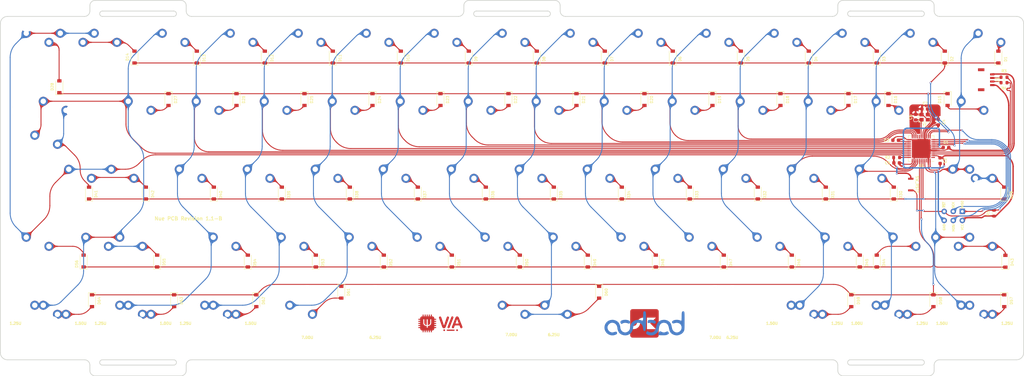
<source format=kicad_pcb>
(kicad_pcb (version 20211014) (generator pcbnew)
  (title_block (title "Nue 60% Universal PCB") (date "2020-09-21") (rev "0.1"))
  (layers (0 "F.Cu" signal) (31 "B.Cu" signal) (34 "B.Paste" user) (35 "F.Paste" user) (36 "B.SilkS" user "B.Silkscreen") (37 "F.SilkS" user "F.Silkscreen") (38 "B.Mask" user) (39 "F.Mask" user) (44 "Edge.Cuts" user))
  (net 0 "")
  (net 1 "GND")
  (net 2 "Net-(D1-Pad2)")
  (net 3 "Row1")
  (net 4 "Net-(D2-Pad2)")
  (net 5 "Row2")
  (net 6 "Row3")
  (net 7 "Row4")
  (net 8 "Row5")
  (net 9 "Col1")
  (net 10 "Col2")
  (net 11 "Col3")
  (net 12 "Col4")
  (net 13 "Col5")
  (net 14 "Col6")
  (net 15 "Col7")
  (net 16 "Col8")
  (net 17 "Col9")
  (net 18 "Col10")
  (net 19 "Col11")
  (net 20 "Col12")
  (net 21 "Col13")
  (net 22 "Col14")
  (net 23 "D-")
  (net 24 "D+")
  (net 25 "Net-(C1-Pad1)")
  (net 26 "VCC")
  (net 27 "XTAL1")
  (net 28 "XTAL2")
  (net 29 "Net-(J1-Pad2)")
  (net 30 "Net-(J1-Pad3)")
  (net 31 "RESET")
  (net 32 "MOSI")
  (net 33 "SCK")
  (net 34 "MISO")
  (net 35 "Net-(R2-Pad2)")
  (net 40 "Net-(D15-Pad2)")
  (net 41 "Net-(D16-Pad2)")
  (net 42 "Net-(D29-Pad2)")
  (net 43 "Net-(D30-Pad2)")
  (net 44 "Net-(D43-Pad2)")
  (net 45 "Net-(D3-Pad2)")
  (net 46 "Net-(D4-Pad2)")
  (net 47 "Net-(D5-Pad2)")
  (net 48 "Net-(D7-Pad2)")
  (net 49 "Net-(D8-Pad2)")
  (net 50 "Net-(D10-Pad2)")
  (net 51 "Net-(D11-Pad2)")
  (net 52 "Net-(D12-Pad2)")
  (net 53 "Net-(D13-Pad2)")
  (net 54 "Net-(D17-Pad2)")
  (net 55 "Net-(D18-Pad2)")
  (net 56 "Net-(D19-Pad2)")
  (net 57 "Net-(D21-Pad2)")
  (net 58 "Net-(D22-Pad2)")
  (net 59 "Net-(D23-Pad2)")
  (net 60 "Net-(D25-Pad2)")
  (net 61 "Net-(D26-Pad2)")
  (net 62 "Net-(D27-Pad2)")
  (net 63 "Net-(D31-Pad2)")
  (net 64 "Net-(D32-Pad2)")
  (net 65 "Net-(D33-Pad2)")
  (net 66 "Net-(D35-Pad2)")
  (net 67 "Net-(D37-Pad2)")
  (net 68 "Net-(D38-Pad2)")
  (net 69 "Net-(D39-Pad2)")
  (net 70 "Net-(D40-Pad2)")
  (net 71 "Net-(D41-Pad2)")
  (net 72 "Net-(D45-Pad2)")
  (net 73 "Net-(D46-Pad2)")
  (net 74 "Net-(D47-Pad2)")
  (net 75 "Net-(D50-Pad2)")
  (net 76 "Net-(D51-Pad2)")
  (net 77 "Net-(D52-Pad2)")
  (net 78 "Net-(D53-Pad2)")
  (net 79 "Net-(D54-Pad2)")
  (net 80 "Net-(D55-Pad2)")
  (net 81 "Net-(D56-Pad2)")
  (net 82 "Net-(D58-Pad2)")
  (net 83 "Net-(D59-Pad2)")
  (net 84 "Net-(D60-Pad2)")
  (net 85 "Net-(D61-Pad2)")
  (net 86 "Net-(D63-Pad2)")
  (net 87 "Net-(D64-Pad2)")
  (net 88 "Net-(D6-Pad2)")
  (net 89 "Net-(D9-Pad2)")
  (net 90 "Net-(D14-Pad2)")
  (net 91 "Net-(D20-Pad2)")
  (net 92 "Net-(D24-Pad2)")
  (net 93 "Net-(D28-Pad2)")
  (net 94 "Net-(D34-Pad2)")
  (net 95 "Net-(D36-Pad2)")
  (net 96 "Net-(D42-Pad2)")
  (net 97 "Net-(D44-Pad2)")
  (net 98 "Net-(D48-Pad2)")
  (net 99 "Net-(D49-Pad2)")
  (net 100 "Net-(D57-Pad2)")
  (net 101 "Net-(D62-Pad2)")
  (footprint "Diode_SMD:D_SOD-123" (layer "F.Cu") (at 334.899 66.675 90)
    (fp_text reference "D1")
    (fp_text value "1N4148")
  )
  (footprint "Diode_SMD:D_SOD-123" (layer "F.Cu") (at 319.88125 66.675 90)
    (fp_text reference "D2")
    (fp_text value "1N4148")
  )
  (footprint "Diode_SMD:D_SOD-123" (layer "F.Cu") (at 300.83125 66.675 90)
    (fp_text reference "D3")
    (fp_text value "1N4148")
  )
  (footprint "Diode_SMD:D_SOD-123" (layer "F.Cu") (at 281.78125 66.675 90)
    (fp_text reference "D4")
    (fp_text value "1N4148")
  )
  (footprint "Diode_SMD:D_SOD-123" (layer "F.Cu") (at 262.73125 66.675 90)
    (fp_text reference "D5")
    (fp_text value "1N4148")
  )
  (footprint "Diode_SMD:D_SOD-123" (layer "F.Cu") (at 243.68125 66.675 90)
    (fp_text reference "D6")
    (fp_text value "1N4148")
  )
  (footprint "Diode_SMD:D_SOD-123" (layer "F.Cu") (at 224.63125 66.675 90)
    (fp_text reference "D7")
    (fp_text value "1N4148")
  )
  (footprint "Diode_SMD:D_SOD-123" (layer "F.Cu") (at 205.58125 66.675 90)
    (fp_text reference "D8")
    (fp_text value "1N4148")
  )
  (footprint "Diode_SMD:D_SOD-123" (layer "F.Cu") (at 186.53125 66.675 90)
    (fp_text reference "D9")
    (fp_text value "1N4148")
  )
  (footprint "Diode_SMD:D_SOD-123" (layer "F.Cu") (at 167.48125 66.675 90)
    (fp_text reference "D10")
    (fp_text value "1N4148")
  )
  (footprint "Diode_SMD:D_SOD-123" (layer "F.Cu") (at 148.43125 66.675 90)
    (fp_text reference "D11")
    (fp_text value "1N4148")
  )
  (footprint "Diode_SMD:D_SOD-123" (layer "F.Cu") (at 129.38125 66.675 90)
    (fp_text reference "D12")
    (fp_text value "1N4148")
  )
  (footprint "Diode_SMD:D_SOD-123" (layer "F.Cu") (at 110.33125 66.675 90)
    (fp_text reference "D13")
    (fp_text value "1N4148")
  )
  (footprint "Diode_SMD:D_SOD-123" (layer "F.Cu") (at 92.86875 66.675 90)
    (fp_text reference "D14")
    (fp_text value "1N4148")
  )
  (footprint "Diode_SMD:D_SOD-123" (layer "F.Cu") (at 320.675 78.58125 -90)
    (fp_text reference "D15")
    (fp_text value "1N4148")
  )
  (footprint "Diode_SMD:D_SOD-123" (layer "F.Cu") (at 304.1015 78.58125 -90)
    (fp_text reference "D16")
    (fp_text value "1N4148")
  )
  (footprint "Diode_SMD:D_SOD-123" (layer "F.Cu") (at 292.89375 78.58125 -90)
    (fp_text reference "D17")
    (fp_text value "1N4148")
  )
  (footprint "Diode_SMD:D_SOD-123" (layer "F.Cu") (at 273.84375 78.58125 -90)
    (fp_text reference "D18")
    (fp_text value "1N4148")
  )
  (footprint "Diode_SMD:D_SOD-123" (layer "F.Cu") (at 254.79375 78.58125 -90)
    (fp_text reference "D19")
    (fp_text value "1N4148")
  )
  (footprint "Diode_SMD:D_SOD-123" (layer "F.Cu") (at 235.74375 78.58125 -90)
    (fp_text reference "D20")
    (fp_text value "1N4148")
  )
  (footprint "Diode_SMD:D_SOD-123" (layer "F.Cu") (at 216.69375 78.58125 -90)
    (fp_text reference "D21")
    (fp_text value "1N4148")
  )
  (footprint "Diode_SMD:D_SOD-123" (layer "F.Cu") (at 197.64375 78.58125 -90)
    (fp_text reference "D22")
    (fp_text value "1N4148")
  )
  (footprint "Diode_SMD:D_SOD-123" (layer "F.Cu") (at 178.59375 78.58125 -90)
    (fp_text reference "D23")
    (fp_text value "1N4148")
  )
  (footprint "Diode_SMD:D_SOD-123" (layer "F.Cu") (at 159.54375 78.58125 -90)
    (fp_text reference "D24")
    (fp_text value "1N4148")
  )
  (footprint "Diode_SMD:D_SOD-123" (layer "F.Cu") (at 140.49375 78.58125 -90)
    (fp_text reference "D25")
    (fp_text value "1N4148")
  )
  (footprint "Diode_SMD:D_SOD-123" (layer "F.Cu") (at 121.44375 78.58125 -90)
    (fp_text reference "D26")
    (fp_text value "1N4148")
  )
  (footprint "Diode_SMD:D_SOD-123" (layer "F.Cu") (at 102.39375 78.58125 -90)
    (fp_text reference "D27")
    (fp_text value "1N4148")
  )
  (footprint "Diode_SMD:D_SOD-123" (layer "F.Cu") (at 336.55 104.775 90)
    (fp_text reference "D29")
    (fp_text value "1N4148")
  )
  (footprint "Diode_SMD:D_SOD-123" (layer "F.Cu") (at 305.59375 104.775 90)
    (fp_text reference "D30")
    (fp_text value "1N4148")
  )
  (footprint "Diode_SMD:D_SOD-123" (layer "F.Cu") (at 286.54375 104.775 90)
    (fp_text reference "D31")
    (fp_text value "1N4148")
  )
  (footprint "Diode_SMD:D_SOD-123" (layer "F.Cu") (at 267.49375 104.775 90)
    (fp_text reference "D32")
    (fp_text value "1N4148")
  )
  (footprint "Diode_SMD:D_SOD-123" (layer "F.Cu") (at 248.44375 104.775 90)
    (fp_text reference "D33")
    (fp_text value "1N4148")
  )
  (footprint "Diode_SMD:D_SOD-123" (layer "F.Cu") (at 229.39375 104.775 90)
    (fp_text reference "D34")
    (fp_text value "1N4148")
  )
  (footprint "Diode_SMD:D_SOD-123" (layer "F.Cu") (at 210.34375 104.775 90)
    (fp_text reference "D35")
    (fp_text value "1N4148")
  )
  (footprint "Diode_SMD:D_SOD-123" (layer "F.Cu") (at 191.29375 104.775 90)
    (fp_text reference "D36")
    (fp_text value "1N4148")
  )
  (footprint "Diode_SMD:D_SOD-123" (layer "F.Cu") (at 172.24375 104.775 90)
    (fp_text reference "D37")
    (fp_text value "1N4148")
  )
  (footprint "Diode_SMD:D_SOD-123" (layer "F.Cu") (at 153.19375 104.775 90)
    (fp_text reference "D38")
    (fp_text value "1N4148")
  )
  (footprint "Diode_SMD:D_SOD-123" (layer "F.Cu") (at 134.14375 104.775 90)
    (fp_text reference "D39")
    (fp_text value "1N4148")
  )
  (footprint "Diode_SMD:D_SOD-123" (layer "F.Cu") (at 96.04375 104.775 90)
    (fp_text reference "D42")
    (fp_text value "1N4148")
  )
  (footprint "Diode_SMD:D_SOD-123" (layer "F.Cu") (at 336.8675 123.8885 90)
    (fp_text reference "D43")
    (fp_text value "1N4148")
  )
  (footprint "Diode_SMD:D_SOD-123" (layer "F.Cu") (at 300.83125 123.825 90)
    (fp_text reference "D44")
    (fp_text value "1N4148")
  )
  (footprint "Diode_SMD:D_SOD-123" (layer "F.Cu") (at 296.06875 123.825 90)
    (fp_text reference "D45")
    (fp_text value "1N4148")
  )
  (footprint "Diode_SMD:D_SOD-123" (layer "F.Cu") (at 277.01875 123.825 90)
    (fp_text reference "D46")
    (fp_text value "1N4148")
  )
  (footprint "Diode_SMD:D_SOD-123" (layer "F.Cu") (at 257.96875 123.825 90)
    (fp_text reference "D47")
    (fp_text value "1N4148")
  )
  (footprint "Diode_SMD:D_SOD-123" (layer "F.Cu") (at 238.91875 123.825 90)
    (fp_text reference "D48")
    (fp_text value "1N4148")
  )
  (footprint "Diode_SMD:D_SOD-123" (layer "F.Cu") (at 219.86875 123.825 90)
    (fp_text reference "D49")
    (fp_text value "1N4148")
  )
  (footprint "Diode_SMD:D_SOD-123" (layer "F.Cu") (at 200.81875 123.825 90)
    (fp_text reference "D50")
    (fp_text value "1N4148")
  )
  (footprint "Diode_SMD:D_SOD-123" (layer "F.Cu") (at 181.76875 123.825 90)
    (fp_text reference "D51")
    (fp_text value "1N4148")
  )
  (footprint "Diode_SMD:D_SOD-123" (layer "F.Cu") (at 162.71875 123.825 90)
    (fp_text reference "D52")
    (fp_text value "1N4148")
  )
  (footprint "Diode_SMD:D_SOD-123" (layer "F.Cu") (at 143.66875 123.825 90)
    (fp_text reference "D53")
    (fp_text value "1N4148")
  )
  (footprint "Diode_SMD:D_SOD-123" (layer "F.Cu") (at 124.61875 123.825 90)
    (fp_text reference "D54")
    (fp_text value "1N4148")
  )
  (footprint "Diode_SMD:D_SOD-123" (layer "F.Cu") (at 99.21875 123.825 90)
    (fp_text reference "D55")
    (fp_text value "1N4148")
  )
  (footprint "Diode_SMD:D_SOD-123" (layer "F.Cu") (at 78.613 123.825 90)
    (fp_text reference "D56")
    (fp_text value "1N4148")
  )
  (footprint "Diode_SMD:D_SOD-123" (layer "F.Cu") (at 336.55 134.9375 -90)
    (fp_text reference "D57")
    (fp_text value "1N4148")
  )
  (footprint "Diode_SMD:D_SOD-123" (layer "F.Cu") (at 316.70625 134.9375 -90)
    (fp_text reference "D58")
    (fp_text value "1N4148")
  )
  (footprint "Diode_SMD:D_SOD-123" (layer "F.Cu") (at 293.6875 134.9375 -90)
    (fp_text reference "D59")
    (fp_text value "1N4148")
  )
  (footprint "Diode_SMD:D_SOD-123" (layer "F.Cu") (at 223.04375 132.55625 -90)
    (fp_text reference "D60")
    (fp_text value "1N4148")
  )
  (footprint "Diode_SMD:D_SOD-123" (layer "F.Cu") (at 150.8125 132.55625 -90)
    (fp_text reference "D61")
    (fp_text value "1N4148")
  )
  (footprint "Diode_SMD:D_SOD-123" (layer "F.Cu") (at 103.98125 134.9375 -90)
    (fp_text reference "D63")
    (fp_text value "1N4148")
  )
  (footprint "Diode_SMD:D_SOD-123" (layer "F.Cu") (at 80.9625 134.9375 -90)
    (fp_text reference "D64")
    (fp_text value "1N4148")
  )
  (footprint "kestralib:MX100" (layer "F.Cu") (at 331.7875 65.0875)
    (fp_text reference "SW1")
    (fp_text value "ESC")
  )
  (footprint "kestralib:MX100" (layer "F.Cu") (at 312.7375 65.0875)
    (fp_text reference "SW2")
    (fp_text value "1")
  )
  (footprint "kestralib:MX100" (layer "F.Cu") (at 293.6875 65.0875)
    (fp_text reference "SW3")
    (fp_text value "2")
  )
  (footprint "kestralib:MX100" (layer "F.Cu") (at 274.6375 65.0875)
    (fp_text reference "SW4")
    (fp_text value "3")
  )
  (footprint "kestralib:MX100" (layer "F.Cu") (at 255.5875 65.0875)
    (fp_text reference "SW5")
    (fp_text value "4")
  )
  (footprint "kestralib:MX100" (layer "F.Cu") (at 236.5375 65.0875)
    (fp_text reference "SW6")
    (fp_text value "5")
  )
  (footprint "kestralib:MX100" (layer "F.Cu") (at 217.4875 65.0875)
    (fp_text reference "SW7")
    (fp_text value "6")
  )
  (footprint "kestralib:MX100" (layer "F.Cu") (at 198.4375 65.0875)
    (fp_text reference "SW8")
    (fp_text value "7")
  )
  (footprint "kestralib:MX100" (layer "F.Cu") (at 179.3875 65.0875)
    (fp_text reference "SW9")
    (fp_text value "8")
  )
  (footprint "kestralib:MX100" (layer "F.Cu") (at 160.3375 65.0875)
    (fp_text reference "SW10")
    (fp_text value "9")
  )
  (footprint "kestralib:MX100" (layer "F.Cu") (at 141.2875 65.0875)
    (fp_text reference "SW11")
    (fp_text value "0")
  )
  (footprint "kestralib:MX100" (layer "F.Cu") (at 122.2375 65.0875)
    (fp_text reference "SW12")
    (fp_text value "-")
  )
  (footprint "kestralib:MX100" (layer "F.Cu") (at 103.1875 65.0875)
    (fp_text reference "SW13")
    (fp_text value "=")
  )
  (footprint "kestralib:MX200" (layer "F.Cu") (at 74.6125 65.0875)
    (fp_text reference "SW14")
    (fp_text value "2U BACKSP")
  )
  (footprint "kestralib:MX100" (layer "F.Cu") (at 303.2125 84.1375)
    (fp_text reference "SW16")
    (fp_text value "Q")
  )
  (footprint "kestralib:MX100" (layer "F.Cu") (at 284.1625 84.1375)
    (fp_text reference "SW17")
    (fp_text value "W")
  )
  (footprint "kestralib:MX100" (layer "F.Cu") (at 265.1125 84.1375)
    (fp_text reference "SW18")
    (fp_text value "E")
  )
  (footprint "kestralib:MX100" (layer "F.Cu") (at 246.0625 84.1375)
    (fp_text reference "SW19")
    (fp_text value "R")
  )
  (footprint "kestralib:MX100" (layer "F.Cu") (at 227.0125 84.1375)
    (fp_text reference "SW20")
    (fp_text value "T")
  )
  (footprint "kestralib:MX100" (layer "F.Cu") (at 207.9625 84.1375)
    (fp_text reference "SW21")
    (fp_text value "Y")
  )
  (footprint "kestralib:MX100" (layer "F.Cu") (at 188.9125 84.1375)
    (fp_text reference "SW22")
    (fp_text value "U")
  )
  (footprint "kestralib:MX100" (layer "F.Cu") (at 169.8625 84.1375)
    (fp_text reference "SW23")
    (fp_text value "I")
  )
  (footprint "kestralib:MX100" (layer "F.Cu") (at 150.8125 84.1375)
    (fp_text reference "SW24")
    (fp_text value "O")
  )
  (footprint "kestralib:MX100" (layer "F.Cu") (at 131.7625 84.1375)
    (fp_text reference "SW25")
    (fp_text value "P")
  )
  (footprint "kestralib:MX100" (layer "F.Cu") (at 112.7125 84.1375)
    (fp_text reference "SW26")
    (fp_text value "CURL_L")
  )
  (footprint "kestralib:MX100" (layer "F.Cu") (at 93.6625 84.1375)
    (fp_text reference "SW27")
    (fp_text value "CURL_R")
  )
  (footprint "kestralib:MX100" (layer "F.Cu") (at 65.0875 65.0875)
    (fp_text reference "SW28")
    (fp_text value "1U RBKSP")
  )
  (footprint "kestralib:MX100" (layer "F.Cu") (at 279.4 103.1875)
    (fp_text reference "SW31")
    (fp_text value "S")
  )
  (footprint "kestralib:MX100" (layer "F.Cu") (at 260.35 103.1875)
    (fp_text reference "SW32")
    (fp_text value "D")
  )
  (footprint "kestralib:MX100" (layer "F.Cu") (at 241.3 103.1875)
    (fp_text reference "SW33")
    (fp_text value "F")
  )
  (footprint "kestralib:MX100" (layer "F.Cu") (at 222.25 103.1875)
    (fp_text reference "SW34")
    (fp_text value "G")
  )
  (footprint "kestralib:MX100" (layer "F.Cu") (at 184.15 103.1875)
    (fp_text reference "SW36")
    (fp_text value "J")
  )
  (footprint "kestralib:MX100" (layer "F.Cu") (at 165.1 103.1875)
    (fp_text reference "SW37")
    (fp_text value "K")
  )
  (footprint "kestralib:MX100" (layer "F.Cu") (at 146.05 103.1875)
    (fp_text reference "SW38")
    (fp_text value "L")
  )
  (footprint "kestralib:MX100" (layer "F.Cu") (at 127 103.1875)
    (fp_text reference "SW39")
    (fp_text value ";")
  )
  (footprint "kestralib:MX100" (layer "F.Cu") (at 107.95 103.1875)
    (fp_text reference "SW40")
    (fp_text value "'")
  )
  (footprint "kestralib:MX150" (layer "F.Cu") (at 69.85 84.1375)
    (fp_text reference "SW41")
    (fp_text value "PIPE150")
  )
  (footprint "kestralib:MX225" (layer "F.Cu") (at 319.88125 122.2375)
    (fp_text reference "SW43")
    (fp_text value "LSHIFT225")
  )
  (footprint "kestralib:MX100" (layer "F.Cu") (at 288.925 122.2375)
    (fp_text reference "SW45")
    (fp_text value "Z")
  )
  (footprint "kestralib:MX100" (layer "F.Cu") (at 269.875 122.2375)
    (fp_text reference "SW46")
    (fp_text value "X")
  )
  (footprint "kestralib:MX100" (layer "F.Cu") (at 212.725 122.2375)
    (fp_text reference "SW49")
    (fp_text value "B")
  )
  (footprint "kestralib:MX100" (layer "F.Cu") (at 193.675 122.2375)
    (fp_text reference "SW50")
    (fp_text value "N")
  )
  (footprint "kestralib:MX100" (layer "F.Cu") (at 174.625 122.2375)
    (fp_text reference "SW51")
    (fp_text value "M")
  )
  (footprint "kestralib:MX100" (layer "F.Cu") (at 155.575 122.2375)
    (fp_text reference "SW52")
    (fp_text value "<")
  )
  (footprint "kestralib:MX100" (layer "F.Cu") (at 136.525 122.2375)
    (fp_text reference "SW53")
    (fp_text value ">")
  )
  (footprint "kestralib:MX100" (layer "F.Cu") (at 117.475 122.2375)
    (fp_text reference "SW54")
    (fp_text value "?")
  )
  (footprint "kestralib:MX275" (layer "F.Cu") (at 81.75625 122.2375)
    (fp_text reference "SW55")
    (fp_text value "RSHIFT275")
  )
  (footprint "kestralib:MX100" (layer "F.Cu") (at 65.0875 122.2375)
    (fp_text reference "SW56")
    (fp_text value "FN")
  )
  (footprint "kestralib:MX125" (layer "F.Cu") (at 329.40625 141.2875)
    (fp_text reference "SW57")
    (fp_text value "LCTRL125")
  )
  (footprint "kestralib:MX125" (layer "F.Cu") (at 305.59375 141.2875)
    (fp_text reference "SW58")
    (fp_text value "LWIN125")
  )
  (footprint "kestralib:MX125" (layer "F.Cu") (at 281.78125 141.2875)
    (fp_text reference "SW59")
    (fp_text value "LALT125")
  )
  (footprint "kestralib:MX125" (layer "F.Cu") (at 138.90625 141.2875)
    (fp_text reference "SW61")
    (fp_text value "RALT125")
  )
  (footprint "kestralib:MX125" (layer "F.Cu") (at 115.09375 141.2875)
    (fp_text reference "SW62")
    (fp_text value "RWIN125")
  )
  (footprint "kestralib:MX125" (layer "F.Cu") (at 67.46875 141.2875)
    (fp_text reference "SW64")
    (fp_text value "RCTRL125")
  )
  (footprint "kestralib:MX100" (layer "F.Cu") (at 84.1375 65.0875)
    (fp_text reference "SW65")
    (fp_text value "1U LBACKSP")
  )
  (footprint "kestralib:MXISOEnter" (layer "F.Cu") (at 67.46875 93.6625)
    (fp_text reference "SW67")
    (fp_text value "ENTER_ISO")
  )
  (footprint "kestralib:MX125" (layer "F.Cu") (at 329.40625 122.2375)
    (fp_text reference "SW68")
    (fp_text value "LSHIFT125")
  )
  (footprint "kestralib:MX175" (layer "F.Cu") (at 91.28125 122.2375)
    (fp_text reference "SW69")
    (fp_text value "RSHIFT175")
  )
  (footprint "kestralib:MX150" (layer "F.Cu") (at 327.025 141.2875)
    (fp_text reference "SW70")
    (fp_text value "LCTRL150")
  )
  (footprint "kestralib:MX100" (layer "F.Cu") (at 303.2125 141.2875)
    (fp_text reference "SW71")
    (fp_text value "LWIN100")
  )
  (footprint "kestralib:MX150" (layer "F.Cu") (at 117.475 141.2875)
    (fp_text reference "SW74")
    (fp_text value "RALT150")
  )
  (footprint "kestralib:MX100" (layer "F.Cu") (at 93.6625 141.2875)
    (fp_text reference "SW75")
    (fp_text value "RWIN100")
  )
  (footprint "kestralib:MX150" (layer "F.Cu") (at 69.85 141.2875)
    (fp_text reference "SW76")
    (fp_text value "RCTRL150")
  )
  (footprint "Diode_SMD:D_SOD-123" (layer "F.Cu") (at 71.8185 74.9935 90)
    (fp_text reference "D28")
    (fp_text value "1N4148")
  )
  (footprint "kestralib:MX100" (layer "F.Cu") (at 307.975 122.2375)
    (fp_text reference "SW44")
    (fp_text value "ISO_PIPE")
  )
  (footprint "kestralib:MX100" (layer "F.Cu") (at 88.9 103.1875)
    (fp_text reference "SW77")
    (fp_text value "PIPE100")
  )
  (footprint "Diode_SMD:D_SOD-123" (layer "F.Cu") (at 127 134.9375 -90)
    (fp_text reference "D62")
    (fp_text value "1N4148")
  )
  (footprint "kestralib:MX700R" (layer "F.Cu") (at 198.4375 141.2875)
    (fp_text reference "SW73")
    (fp_text value "SPACE700")
  )
  (footprint "kestralib:MX625R" (layer "F.Cu") (at 210.34375 141.2875)
    (fp_text reference "SW60")
    (fp_text value "SPACE625")
  )
  (footprint "kestralib:MX100" (layer "F.Cu") (at 231.775 122.2375)
    (fp_text reference "SW48")
    (fp_text value "V")
  )
  (footprint "kestralib:MX100" (layer "F.Cu") (at 250.825 122.2375)
    (fp_text reference "SW47")
    (fp_text value "C")
  )
  (footprint "kestralib:JST_BM04B-ASRS" (layer "F.Cu") (at 332.58125 73.025 -90)
    (fp_text reference "J1")
    (fp_text value "Conn_01x04")
  )
  (footprint "kestralib:Conn_AVR_ISP_6" (layer "F.Cu") (at 322.2625 111.125 -90)
    (fp_text reference "J2" hide)
    (fp_text value "AVR-ISP-6" hide)
  )
  (footprint "kestralib:MX225R" (layer "F.Cu") (at 76.99375 103.1875)
    (fp_text reference "SW42")
    (fp_text value "ENTER_ANSI")
  )
  (footprint "kestralib:MX175" (layer "F.Cu") (at 324.64375 103.1875)
    (fp_text reference "SW29")
    (fp_text value "CAPS")
  )
  (footprint "kestralib:MX150" (layer "F.Cu") (at 327.025 84.1375)
    (fp_text reference "SW15")
    (fp_text value "TAB150")
  )
  (footprint "kestralib:MX125" (layer "F.Cu") (at 329.40625 103.1875)
    (fp_text reference "SW66")
    (fp_text value "STEPPEDCAPS")
  )
  (footprint "kestralib:MX100" (layer "F.Cu") (at 203.2 103.1875)
    (fp_text reference "SW35")
    (fp_text value "H")
  )
  (footprint "kestralib:sk-square-mask-md" (layer "F.Cu") (at 235.74375 141.2875)
    (fp_text reference "H1" hide)
    (fp_text value "StudioKestra Logo" hide)
  )
  (footprint "Capacitor_SMD:C_0603_1608Metric" (layer "F.Cu") (at 318.5795 95.6945 -90)
    (fp_text reference "C2")
    (fp_text value "10uF")
  )
  (footprint "Capacitor_SMD:C_0603_1608Metric" (layer "F.Cu") (at 318.0715 84.8995 90)
    (fp_text reference "C4")
    (fp_text value "0.1uF")
  )
  (footprint "Capacitor_SMD:C_0603_1608Metric" (layer "F.Cu") (at 306.3875 96.3295 180)
    (fp_text reference "C5")
    (fp_text value "0.1uF")
  )
  (footprint "Resistor_SMD:R_0603_1608Metric" (layer "F.Cu") (at 333.6925 110.4265 90)
    (fp_text reference "R1")
    (fp_text value "10k")
  )
  (footprint "Resistor_SMD:R_0603_1608Metric" (layer "F.Cu") (at 306.3875 94.8055)
    (fp_text reference "R2")
    (fp_text value "1k")
  )
  (footprint "Resistor_SMD:R_0603_1608Metric" (layer "F.Cu") (at 336.4865 72.3265)
    (fp_text reference "R3")
    (fp_text value "22")
  )
  (footprint "Resistor_SMD:R_0603_1608Metric" (layer "F.Cu") (at 336.4865 73.8505)
    (fp_text reference "R4")
    (fp_text value "22")
  )
  (footprint "kestralib:pushbtn_C319436" (layer "F.Cu") (at 310.35625 102.39375 -90)
    (fp_text reference "SW_RST1")
    (fp_text value "SW_Push")
  )
  (footprint "kestralib:MX100" (layer "F.Cu") (at 298.45 103.1875)
    (fp_text reference "SW30")
    (fp_text value "A")
  )
  (footprint "Capacitor_SMD:C_0603_1608Metric" (layer "F.Cu") (at 320.2305 92.0115)
    (fp_text reference "C1")
    (fp_text value "1uF")
  )
  (footprint "Capacitor_SMD:C_0603_1608Metric" (layer "F.Cu") (at 306.1205 89.9795 180)
    (fp_text reference "C3")
    (fp_text value "0.1uF")
  )
  (footprint "Package_DFN_QFN:QFN-44-1EP_7x7mm_P0.5mm_EP5.2x5.2mm" (layer "F.Cu") (at 313.2855 92.301 180)
    (fp_text reference "U1")
    (fp_text value "ATmega32U4-MU")
  )
  (footprint "Capacitor_SMD:C_0603_1608Metric" (layer "F.Cu") (at 314.2615 81.2165 180)
    (fp_text reference "C7")
    (fp_text value "22pF")
  )
  (footprint "Capacitor_SMD:C_0603_1608Metric" (layer "F.Cu") (at 311.7215 83.5025 90)
    (fp_text reference "C6")
    (fp_text value "22pF")
  )
  (footprint "Crystal:Crystal_SMD_2520-4Pin_2.5x2.0mm" (layer "F.Cu") (at 314.2615 83.5025)
    (fp_text reference "Y1")
    (fp_text value "16 MHz")
  )
  (footprint "Diode_SMD:D_SOD-123" (layer "F.Cu") (at 80.137 104.775 90)
    (fp_text reference "D41")
    (fp_text value "1N4148")
  )
  (footprint "kestralib:qmk-via" (layer "F.Cu") (at 178.59375 141.2875)
    (fp_text reference "H3" hide)
    (fp_text value "qmk-via logo" hide)
  )
  (footprint "Diode_SMD:D_SOD-123" (layer "F.Cu") (at 115.09375 104.775 90)
    (fp_text reference "D40")
    (fp_text value "1N4148")
  )
  (footprint "kestralib:MX150" (layer "F.Cu") (at 279.4 141.2875)
    (fp_text reference "SW72")
    (fp_text value "LALT150")
  )
  (footprint "kestralib:MX125" (layer "F.Cu") (at 91.28125 141.2875)
    (fp_text reference "SW63")
    (fp_text value "MENU")
  )
  (footprint "bachoologos:bachoo_smol" (layer "B.Cu") (at 235.74375 141.2875 180)
    (fp_text reference "H2" hide)
    (fp_text value "Nue Logo" hide)
  )
  (gr_line (start 81.8625 155.98775) (end 105.8625 155.98775) (layer "Edge.Cuts") (width 0.2))
  (gr_arc (start 185.1375 53.78775) (mid 184.69816 54.84841) (end 183.6375 55.28775) (layer "Edge.Cuts") (width 0.2))
  (gr_line (start 103.8625 53.78775) (end 83.8625 53.78775) (layer "Edge.Cuts") (width 0.2))
  (gr_line (start 55.2875 57.28775) (end 55.2875 149.48775) (layer "Edge.Cuts") (width 0.2))
  (gr_arc (start 185.1375 52.28775) (mid 185.57684 51.22709) (end 186.6375 50.78775) (layer "Edge.Cuts") (width 0.2))
  (gr_line (start 210.6375 50.78775) (end 186.6375 50.78775) (layer "Edge.Cuts") (width 0.2))
  (gr_line (start 80.3625 52.28775) (end 80.3625 53.78775) (layer "Edge.Cuts") (width 0.2))
  (gr_line (start 78.8625 55.28775) (end 57.2875 55.28775) (layer "Edge.Cuts") (width 0.2))
  (gr_line (start 83.8625 152.98775) (end 103.8625 152.98775) (layer "Edge.Cuts") (width 0.2))
  (gr_arc (start 188.6375 55.28775) (mid 187.8875 54.53775) (end 188.6375 53.78775) (layer "Edge.Cuts") (width 0.2))
  (gr_arc (start 313.4125 53.78775) (mid 314.1625 54.53775) (end 313.4125 55.28775) (layer "Edge.Cuts") (width 0.2))
  (gr_line (start 108.8625 151.48775) (end 288.4125 151.48775) (layer "Edge.Cuts") (width 0.2))
  (gr_arc (start 316.9125 152.98775) (mid 317.35184 151.92709) (end 318.4125 151.48775) (layer "Edge.Cuts") (width 0.2))
  (gr_line (start 105.8625 50.78775) (end 81.8625 50.78775) (layer "Edge.Cuts") (width 0.2))
  (gr_line (start 316.9125 53.78775) (end 316.9125 52.28775) (layer "Edge.Cuts") (width 0.2))
  (gr_arc (start 107.3625 152.98775) (mid 107.80184 151.92709) (end 108.8625 151.48775) (layer "Edge.Cuts") (width 0.2))
  (gr_arc (start 291.4125 155.98775) (mid 290.35184 155.54841) (end 289.9125 154.48775) (layer "Edge.Cuts") (width 0.2))
  (gr_arc (start 288.4125 151.48775) (mid 289.47316 151.92709) (end 289.9125 152.98775) (layer "Edge.Cuts") (width 0.2))
  (gr_arc (start 55.2875 57.28775) (mid 55.873286 55.873536) (end 57.2875 55.28775) (layer "Edge.Cuts") (width 0.2))
  (gr_arc (start 103.8625 53.78775) (mid 104.6125 54.53775) (end 103.8625 55.28775) (layer "Edge.Cuts") (width 0.2))
  (gr_line (start 107.3625 53.78775) (end 107.3625 52.28775) (layer "Edge.Cuts") (width 0.2))
  (gr_line (start 313.4125 151.48775) (end 293.4125 151.48775) (layer "Edge.Cuts") (width 0.2))
  (gr_line (start 341.9875 149.48775) (end 341.9875 57.28775) (layer "Edge.Cuts") (width 0.2))
  (gr_arc (start 318.4125 55.28775) (mid 317.35184 54.84841) (end 316.9125 53.78775) (layer "Edge.Cuts") (width 0.2))
  (gr_arc (start 103.8625 151.48775) (mid 104.6125 152.23775) (end 103.8625 152.98775) (layer "Edge.Cuts") (width 0.2))
  (gr_arc (start 316.9125 154.48775) (mid 316.47316 155.54841) (end 315.4125 155.98775) (layer "Edge.Cuts") (width 0.2))
  (gr_line (start 293.4125 152.98775) (end 313.4125 152.98775) (layer "Edge.Cuts") (width 0.2))
  (gr_arc (start 78.8625 151.48775) (mid 79.92316 151.92709) (end 80.3625 152.98775) (layer "Edge.Cuts") (width 0.2))
  (gr_arc (start 293.4125 55.28775) (mid 292.6625 54.53775) (end 293.4125 53.78775) (layer "Edge.Cuts") (width 0.2))
  (gr_arc (start 83.8625 55.28775) (mid 83.1125 54.53775) (end 83.8625 53.78775) (layer "Edge.Cuts") (width 0.2))
  (gr_arc (start 80.3625 53.78775) (mid 79.92316 54.84841) (end 78.8625 55.28775) (layer "Edge.Cuts") (width 0.2))
  (gr_arc (start 108.8625 55.28775) (mid 107.80184 54.84841) (end 107.3625 53.78775) (layer "Edge.Cuts") (width 0.2))
  (gr_arc (start 107.3625 154.48775) (mid 106.92316 155.54841) (end 105.8625 155.98775) (layer "Edge.Cuts") (width 0.2))
  (gr_arc (start 293.4125 152.98775) (mid 292.6625 152.23775) (end 293.4125 151.48775) (layer "Edge.Cuts") (width 0.2))
  (gr_line (start 188.6375 55.28775) (end 208.6375 55.28775) (layer "Edge.Cuts") (width 0.2))
  (gr_line (start 107.3625 154.48775) (end 107.3625 152.98775) (layer "Edge.Cuts") (width 0.2))
  (gr_line (start 80.3625 152.98775) (end 80.3625 154.48775) (layer "Edge.Cuts") (width 0.2))
  (gr_line (start 208.6375 53.78775) (end 188.6375 53.78775) (layer "Edge.Cuts") (width 0.2))
  (gr_arc (start 105.8625 50.78775) (mid 106.92316 51.22709) (end 107.3625 52.28775) (layer "Edge.Cuts") (width 0.2))
  (gr_arc (start 213.6375 55.28775) (mid 212.57684 54.84841) (end 212.1375 53.78775) (layer "Edge.Cuts") (width 0.2))
  (gr_arc (start 210.6375 50.78775) (mid 211.69816 51.22709) (end 212.1375 52.28775) (layer "Edge.Cuts") (width 0.2))
  (gr_line (start 289.9125 52.28775) (end 289.9125 53.78775) (layer "Edge.Cuts") (width 0.2))
  (gr_arc (start 208.6375 53.78775) (mid 209.3875 54.53775) (end 208.6375 55.28775) (layer "Edge.Cuts") (width 0.2))
  (gr_arc (start 289.9125 52.28775) (mid 290.35184 51.22709) (end 291.4125 50.78775) (layer "Edge.Cuts") (width 0.2))
  (gr_line (start 183.6375 55.28775) (end 108.8625 55.28775) (layer "Edge.Cuts") (width 0.2))
  (gr_arc (start 81.8625 155.98775) (mid 80.80184 155.54841) (end 80.3625 154.48775) (layer "Edge.Cuts") (width 0.2))
  (gr_arc (start 80.3625 52.28775) (mid 80.80184 51.22709) (end 81.8625 50.78775) (layer "Edge.Cuts") (width 0.2))
  (gr_line (start 288.4125 55.28775) (end 213.6375 55.28775) (layer "Edge.Cuts") (width 0.2))
  (gr_arc (start 289.9125 53.78775) (mid 289.47316 54.84841) (end 288.4125 55.28775) (layer "Edge.Cuts") (width 0.2))
  (gr_line (start 339.9875 55.28775) (end 318.4125 55.28775) (layer "Edge.Cuts") (width 0.2))
  (gr_line (start 293.4125 55.28775) (end 313.4125 55.28775) (layer "Edge.Cuts") (width 0.2))
  (gr_line (start 57.2875 151.48775) (end 78.8625 151.48775) (layer "Edge.Cuts") (width 0.2))
  (gr_arc (start 341.9875 149.48775) (mid 341.401714 150.901964) (end 339.9875 151.48775) (layer "Edge.Cuts") (width 0.2))
  (gr_line (start 318.4125 151.48775) (end 339.9875 151.48775) (layer "Edge.Cuts") (width 0.2))
  (gr_line (start 83.8625 55.28775) (end 103.8625 55.28775) (layer "Edge.Cuts") (width 0.2))
  (gr_line (start 315.4125 50.78775) (end 291.4125 50.78775) (layer "Edge.Cuts") (width 0.2))
  (gr_line (start 313.4125 53.78775) (end 293.4125 53.78775) (layer "Edge.Cuts") (width 0.2))
  (gr_line (start 316.9125 154.48775) (end 316.9125 152.98775) (layer "Edge.Cuts") (width 0.2))
  (gr_arc (start 313.4125 151.48775) (mid 314.1625 152.23775) (end 313.4125 152.98775) (layer "Edge.Cuts") (width 0.2))
  (gr_line (start 291.4125 155.98775) (end 315.4125 155.98775) (layer "Edge.Cuts") (width 0.2))
  (gr_arc (start 339.9875 55.28775) (mid 341.401714 55.873536) (end 341.9875 57.28775) (layer "Edge.Cuts") (width 0.2))
  (gr_arc (start 83.8625 152.98775) (mid 83.1125 152.23775) (end 83.8625 151.48775) (layer "Edge.Cuts") (width 0.2))
  (gr_arc (start 57.2875 151.48775) (mid 55.873286 150.901964) (end 55.2875 149.48775) (layer "Edge.Cuts") (width 0.2))
  (gr_line (start 103.8625 151.48775) (end 83.8625 151.48775) (layer "Edge.Cuts") (width 0.2))
  (gr_line (start 289.9125 152.98775) (end 289.9125 154.48775) (layer "Edge.Cuts") (width 0.2))
  (gr_arc (start 315.4125 50.78775) (mid 316.47316 51.22709) (end 316.9125 52.28775) (layer "Edge.Cuts") (width 0.2))
  (gr_line (start 185.1375 52.28775) (end 185.1375 53.78775) (layer "Edge.Cuts") (width 0.2))
  (gr_line (start 212.1375 53.78775) (end 212.1375 52.28775) (layer "Edge.Cuts") (width 0.2))
  (gr_text "1.50U" (at 319.0875 141.2875) (layer "F.SilkS") (effects (font (size 0.75 0.75) (thickness 0.1875))))
  (gr_text "1.50U" (at 77.7875 141.2875) (layer "F.SilkS") (effects (font (size 0.75 0.75) (thickness 0.1875))))
  (gr_text "1.00U" (at 295.275 141.2875) (layer "F.SilkS") (effects (font (size 0.75 0.75) (thickness 0.1875))))
  (gr_text "1.00U" (at 101.6 141.2875) (layer "F.SilkS") (effects (font (size 0.75 0.75) (thickness 0.1875))))
  (gr_text "7.00U" (at 141.2875 145.25625) (layer "F.SilkS") (effects (font (size 0.75 0.75) (thickness 0.1875))))
  (gr_text "7.00U" (at 255.5875 145.25625) (layer "F.SilkS") (effects (font (size 0.75 0.75) (thickness 0.1875))))
  (gr_text "7.00U" (at 198.4375 144.4625) (layer "F.SilkS") (effects (font (size 0.75 0.75) (thickness 0.1875))))
  (gr_text "1.50U" (at 125.4125 141.2875) (layer "F.SilkS") (effects (font (size 0.75 0.75) (thickness 0.1875))))
  (gr_text "1.25U" (at 337.34375 141.2875) (layer "F.SilkS") (effects (font (size 0.75 0.75) (thickness 0.1875))))
  (gr_text "1.25U" (at 289.71875 141.2875) (layer "F.SilkS") (effects (font (size 0.75 0.75) (thickness 0.1875))))
  (gr_text "1.25U" (at 313.53125 141.2875) (layer "F.SilkS") (effects (font (size 0.75 0.75) (thickness 0.1875))))
  (gr_text "6.25U" (at 160.3375 145.25625) (layer "F.SilkS") (effects (font (size 0.75 0.75) (thickness 0.1875))))
  (gr_text "1.50U" (at 271.4625 141.2875) (layer "F.SilkS") (effects (font (size 0.75 0.75) (thickness 0.1875))))
  (gr_text "1.25U" (at 59.53125 141.2875) (layer "F.SilkS") (effects (font (size 0.75 0.75) (thickness 0.1875))))
  (gr_text "1.25U" (at 83.34375 141.2875) (layer "F.SilkS") (effects (font (size 0.75 0.75) (thickness 0.1875))))
  (gr_text "6.25U" (at 260.35 145.25625) (layer "F.SilkS") (effects (font (size 0.75 0.75) (thickness 0.1875))))
  (gr_text "1.25U" (at 107.15625 141.2875) (layer "F.SilkS") (effects (font (size 0.75 0.75) (thickness 0.1875))))
  (gr_text "6.25U" (at 210.34375 144.4625) (layer "F.SilkS") (effects (font (size 0.75 0.75) (thickness 0.1875))))
  (gr_text "Nue PCB Revision 1.1-B" (at 107.95 111.91875) (layer "F.SilkS") (effects (font (size 1 1) (thickness 0.2))))
  (segment (start 316.102326 98.3615) (end 318.0715 98.3615) (width 0.254) (layer "F.Cu") (net 1))
  (segment (start 306.62045 97.70545) (end 306.451 97.536) (width 0.254) (layer "F.Cu") (net 1))
  (segment (start 313.746999 80.460999) (end 313.661508 80.546491) (width 0.254) (layer "F.Cu") (net 1))
  (segment (start 310.36675 89.801) (end 309.948 89.801) (width 0.254) (layer "F.Cu") (net 1))
  (segment (start 337.79659 80.208553) (end 337.79659 91.148136) (width 0.381) (layer "F.Cu") (net 1))
  (segment (start 313.2855 92.301) (end 313.7855 91.801) (width 0.254) (layer "F.Cu") (net 1))
  (segment (start 314.906809 86.584862) (end 317.118154 84.373517) (width 0.254) (layer "F.Cu") (net 1))
  (segment (start 313.4865 80.969) (end 313.4865 81.2165) (width 0.254) (layer "F.Cu") (net 1))
  (segment (start 306.451 99.314) (end 306.48275 99.314) (width 0.381) (layer "F.Cu") (net 1))
  (segment (start 313.3865 82.8025) (end 311.976533 82.8025) (width 0.254) (layer "F.Cu") (net 1))
  (segment (start 305.6125 96.1455) (end 305.6125 94.890855) (width 0.381) (layer "F.Cu") (net 1))
  (segment (start 311.2855 95.232125) (end 311.2855 94.96975) (width 0.254) (layer "F.Cu") (net 1))
  (segment (start 315.2855 95.6385) (end 315.2855 97.544673) (width 0.254) (layer "F.Cu") (net 1))
  (segment (start 318.5795 97.494289) (end 318.5795 96.4695) (width 0.254) (layer "F.Cu") (net 1))
  (segment (start 311.2855 95.232125) (end 311.2855 96.044875) (width 0.254) (layer "F.Cu") (net 1))
  (segment (start 309.001233 99.21875) (end 306.613601 99.21875) (width 0.381) (layer "F.Cu") (net 1))
  (segment (start 309.959375 99.615625) (end 310.088875 99.745125) (width 0.381) (layer "F.Cu") (net 1))
  (segment (start 305.5875 94.8305) (end 305.5625 94.8055) (width 0.381) (layer "F.Cu") (net 1))
  (segment (start 336.202797 76.360797) (end 334.786225 74.944225) (width 0.381) (layer "F.Cu") (net 1))
  (segment (start 316.623 92.801) (end 313.7855 92.801) (width 0.254) (layer "F.Cu") (net 1))
  (segment (start 308.855175 97.874901) (end 307.02954 97.874901) (width 0.254) (layer "F.Cu") (net 1))
  (segment (start 306.6907 88.9635) (end 307.700298 88.9635) (width 0.254) (layer "F.Cu") (net 1))
  (segment (start 315.2855 95.6385) (end 315.2855 94.96975) (width 0.254) (layer "F.Cu") (net 1))
  (segment (start 333.774125 74.525) (end 333.18125 74.525) (width 0.381) (layer "F.Cu") (net 1))
  (segment (start 310.573674 97.163075) (end 310.998149 96.7386) (width 0.254) (layer "F.Cu") (net 1))
  (segment (start 306.451 99.314) (end 306.498625 99.266375) (width 0.381) (layer "F.Cu") (net 1))
  (segment (start 321.010096 92.029096) (end 321.407795 92.426795) (width 0.381) (layer "F.Cu") (net 1))
  (segment (start 317.312774 81.219774) (end 317.101723 81.008723) (width 0.254) (layer "F.Cu") (net 1))
  (segment (start 319.657739 92.801) (end 316.623 92.801) (width 0.254) (layer "F.Cu") (net 1))
  (segment (start 313.2855 92.301) (end 314.812622 93.828122) (width 0.254) (layer "F.Cu") (net 1))
  (segment (start 309.539 89.801) (end 309.948 89.801) (width 0.254) (layer "F.Cu") (net 1))
  (segment (start 311.0816 90.0971) (end 313.2855 92.301) (width 0.254) (layer "F.Cu") (net 1))
  (segment (start 305.739499 89.357499) (end 305.42611 89.670889) (width 0.254) (layer "F.Cu") (net 1))
  (segment (start 314.375902 80.2005) (end 315.1505 80.2005) (width 0.254) (layer "F.Cu") (net 1))
  (segment (start 320.610749 92.406249) (end 321.000903 92.016096) (width 0.254) (layer "F.Cu") (net 1))
  (segment (start 305.6125 96.1455) (end 305.6125 96.5135) (width 0.381) (layer "F.Cu") (net 1))
  (segment (start 314.2855 88.9635) (end 314.2855 90.593893) (width 0.254) (layer "F.Cu") (net 1))
  (segment (start 318.3255 98.1075) (end 318.0715 98.3615) (width 0.254) (layer "F.Cu") (net 1))
  (segment (start 311.886 82.765) (end 311.8485 82.7275) (width 0.254) (layer "F.Cu") (net 1))
  (segment (start 313.2855 92.301) (end 311.758377 93.828122) (width 0.254) (layer "F.Cu") (net 1))
  (segment (start 308.840793 89.511793) (end 308.71125 89.38225) (width 0.254) (layer "F.Cu") (net 1))
  (segment (start 313.758727 82.899727) (end 315.034983 84.175983) (width 0.254) (layer "F.Cu") (net 1))
  (segment (start 310.35625 100.390625) (end 310.35625 100.76875) (width 0.381) (layer "F.Cu") (net 1))
  (segment (start 305.742607 96.827607) (end 306.451 97.536) (width 0.254) (layer "F.Cu") (net 1))
  (segment (start 305.3455 89.8655) (end 305.3455 89.9795) (width 0.254) (layer "F.Cu") (net 1))
  (segment (start 313.524 82.8025) (end 313.3865 82.8025) (width 0.254) (layer "F.Cu") (net 1))
  (segment (start 315.099 84.2025) (end 315.1365 84.2025) (width 0.254) (layer "F.Cu") (net 1))
  (segment (start 322.379021 92.82909) (end 336.115636 92.82909) (width 0.381) (layer "F.Cu") (net 1))
  (segment (start 318.0715 83.772336) (end 318.0715 83.0515) (width 0.254) (layer "F.Cu") (net 1))
  (segment (start 314.2855 88.084836) (end 314.2855 88.9635) (width 0.254) (layer "F.Cu") (net 1))
  (segment (start 313.4865 82.631789) (end 313.4865 81.2165) (width 0.254) (layer "F.Cu") (net 1))
  (segment (start 313.4365 82.7525) (end 313.3865 82.8025) (width 0.254) (layer "F.Cu") (net 1))
  (via (at 318.0715 98.3615) (size 0.508) (drill 0.3048) (layers "F.Cu" "B.Cu") (net 1))
  (via (at 306.451 99.314) (size 0.508) (drill 0.3048) (layers "F.Cu" "B.Cu") (net 1))
  (via (at 306.451 97.536) (size 0.508) (drill 0.3048) (layers "F.Cu" "B.Cu") (net 1))
  (arc (start 315.2855 97.544673) (mid 315.347677 97.857259) (end 315.524743 98.122257) (width 0.254) (layer "F.Cu") (net 1))
  (arc (start 313.661508 80.546491) (mid 313.531983 80.740339) (end 313.4865 80.969) (width 0.254) (layer "F.Cu") (net 1))
  (arc (start 305.6125 96.5135) (mid 305.646313 96.683493) (end 305.742607 96.827607) (width 0.254) (layer "F.Cu") (net 1))
  (arc (start 337.79659 91.148136) (mid 337.668635 91.791409) (end 337.30425 92.33675) (width 0.381) (layer "F.Cu") (net 1))
  (arc (start 311.886 82.765) (mid 311.927536 82.792754) (end 311.976533 82.8025) (width 0.254) (layer "F.Cu") (net 1))
  (arc (start 321.0055 92.018) (mid 321.006694 92.024005) (end 321.010096 92.029096) (width 0.381) (layer "F.Cu") (net 1))
  (arc (start 321.0055 92.018) (mid 321.003837 92.015512) (end 321.000903 92.016096) (width 0.381) (layer "F.Cu") (net 1))
  (arc (start 308.840793 89.511793) (mid 309.161133 89.725837) (end 309.539 89.801) (width 0.254) (layer "F.Cu") (net 1))
  (arc (start 313.758727 82.899727) (mid 313.651033 82.827768) (end 313.524 82.8025) (width 0.254) (layer "F.Cu") (net 1))
  (arc (start 317.312774 81.219774) (mid 317.874313 82.060177) (end 318.0715 83.0515) (width 0.254) (layer "F.Cu") (net 1))
  (arc (start 311.2855 96.044875) (mid 311.210819 96.420316) (end 310.998149 96.7386) (width 0.254) (layer "F.Cu") (net 1))
  (arc (start 314.2855 90.593893) (mid 314.155554 91.247174) (end 313.7855 91.801) (width 0.254) (layer "F.Cu") (net 1))
  (arc (start 314.812622 93.828122) (mid 315.162603 94.351905) (end 315.2855 94.96975) (width 0.254) (layer "F.Cu") (net 1))
  (arc (start 337.30425 92.33675) (mid 336.758909 92.701135) (end 336.115636 92.82909) (width 0.381) (layer "F.Cu") (net 1))
  (arc (start 308.71125 89.38225) (mid 308.247421 89.072329) (end 307.700298 88.9635) (width 0.254) (layer "F.Cu") (net 1))
  (arc (start 318.5795 97.494289) (mid 318.513487 97.826156) (end 318.3255 98.1075) (width 0.254) (layer "F.Cu") (net 1))
  (arc (start 310.573674 97.163075) (mid 309.78522 97.689903) (end 308.855175 97.874901) (width 0.254) (layer "F.Cu") (net 1))
  (arc (start 334.786225 74.944225) (mid 334.321869 74.633953) (end 333.774125 74.525) (width 0.381) (layer "F.Cu") (net 1))
  (arc (start 315.034983 84.175983) (mid 315.064354 84.195608) (end 315.099 84.2025) (width 0.254) (layer "F.Cu") (net 1))
  (arc (start 314.375902 80.2005) (mid 314.035542 80.268201) (end 313.746999 80.460999) (width 0.254) (layer "F.Cu") (net 1))
  (arc (start 305.42611 89.670889) (mid 305.366449 89.760177) (end 305.3455 89.8655) (width 0.254) (layer "F.Cu") (net 1))
  (arc (start 314.906809 86.584862) (mid 314.446972 87.273056) (end 314.2855 88.084836) (width 0.254) (layer "F.Cu") (net 1))
  (arc (start 320.610749 92.406249) (mid 320.173504 92.698407) (end 319.657739 92.801) (width 0.254) (layer "F.Cu") (net 1))
  (arc (start 311.758377 93.828122) (mid 311.408396 94.351905) (end 311.2855 94.96975) (width 0.254) (layer "F.Cu") (net 1))
  (arc (start 336.202797 76.360797) (mid 337.382376 78.126162) (end 337.79659 80.208553) (width 0.381) (layer "F.Cu") (net 1))
  (arc (start 313.4865 82.631789) (mid 313.473505 82.697117) (end 313.4365 82.7525) (width 0.254) (layer "F.Cu") (net 1))
  (arc (start 306.62045 97.70545) (mid 306.808142 97.830862) (end 307.02954 97.874901) (width 0.254) (layer "F.Cu") (net 1))
  (arc (start 311.0816 90.0971) (mid 310.753624 89.877953) (end 310.36675 89.801) (width 0.254) (layer "F.Cu") (net 1))
  (arc (start 317.101723 81.008723) (mid 316.206494 80.41055) (end 315.1505 80.2005) (width 0.254) (layer "F.Cu") (net 1))
  (arc (start 321.407795 92.426795) (mid 321.853397 92.724536) (end 322.379021 92.82909) (width 0.381) (layer "F.Cu") (net 1))
  (arc (start 306.6907 88.9635) (mid 306.175914 89.065896) (end 305.739499 89.357499) (width 0.254) (layer "F.Cu") (net 1))
  (arc (start 317.719336 84.1245) (mid 317.393978 84.189217) (end 317.118154 84.373517) (width 0.254) (layer "F.Cu") (net 1))
  (arc (start 305.5875 94.8305) (mid 305.606002 94.858191) (end 305.6125 94.890855) (width 0.381) (layer "F.Cu") (net 1))
  (arc (start 318.0715 83.772336) (mid 317.968353 84.021353) (end 317.719336 84.1245) (width 0.254) (layer "F.Cu") (net 1))
  (arc (start 309.959375 99.615625) (mid 309.519775 99.321894) (end 309.001233 99.21875) (width 0.381) (layer "F.Cu") (net 1))
  (arc (start 310.088875 99.745125) (mid 310.286761 100.041282) (end 310.35625 100.390625) (width 0.381) (layer "F.Cu") (net 1))
  (arc (start 306.613601 99.21875) (mid 306.551376 99.231127) (end 306.498625 99.266375) (width 0.381) (layer "F.Cu") (net 1))
  (arc (start 315.524743 98.122257) (mid 315.78974 98.299322) (end 316.102326 98.3615) (width 0.254) (layer "F.Cu") (net 1))
  (segment (start 318.897 111.633) (end 319.7225 112.4585) (width 0.381) (layer "B.Cu") (net 1))
  (segment (start 318.0715 98.3615) (end 318.0715 109.640066) (width 0.381) (layer "B.Cu") (net 1))
  (segment (start 306.451 97.536) (end 306.451 99.314) (width 0.381) (layer "B.Cu") (net 1))
  (arc (start 318.0715 109.640066) (mid 318.28604 110.718634) (end 318.897 111.633) (width 0.381) (layer "B.Cu") (net 1))
  (segment (start 334.9625 63.631512) (end 334.9625 65.025) (width 0.254) (layer "F.Cu") (net 2))
  (segment (start 335.28 62.865) (end 335.5975 62.5475) (width 0.254) (layer "F.Cu") (net 2))
  (segment (start 335.5975 62.865) (end 334.9625 63.5) (width 0.254) (layer "F.Cu") (net 2))
  (arc (start 335.28 62.865) (mid 335.045015 63.216678) (end 334.9625 63.631512) (width 0.254) (layer "F.Cu") (net 2))
  (segment (start 319.88125 69.0875) (end 319.88125 68.325) (width 0.254) (layer "F.Cu") (net 3))
  (segment (start 317.95325 91.301) (end 316.623 91.301) (width 0.254) (layer "F.Cu") (net 3))
  (segment (start 317.95325 91.264324) (end 317.95325 91.301) (width 0.254) (layer "F.Cu") (net 3))
  (segment (start 322.495455 91.355455) (end 322.6435 91.5035) (width 0.254) (layer "F.Cu") (net 3))
  (segment (start 322.138042 91.20741) (end 318.010164 91.20741) (width 0.254) (layer "F.Cu") (net 3))
  (segment (start 319.342081 70.389168) (end 315.9125 73.81875) (width 0.254) (layer "F.Cu") (net 3))
  (segment (start 92.86875 68.325) (end 334.9625 68.325) (width 0.254) (layer "F.Cu") (net 3))
  (segment (start 317.95325 91.301) (end 318.030159 91.224091) (width 0.254) (layer "F.Cu") (net 3))
  (via (at 322.6435 91.5035) (size 0.508) (drill 0.3048) (layers "F.Cu" "B.Cu") (net 3))
  (via (at 315.9125 73.8505) (size 0.508) (drill 0.3048) (layers "F.Cu" "B.Cu") (net 3))
  (arc (start 319.88125 69.0875) (mid 319.741124 69.791957) (end 319.342081 70.389168) (width 0.254) (layer "F.Cu") (net 3))
  (arc (start 322.495455 91.355455) (mid 322.331472 91.245885) (end 322.138042 91.20741) (width 0.254) (layer "F.Cu") (net 3))
  (arc (start 317.96992 91.22408) (mid 317.957582 91.242544) (end 317.95325 91.264324) (width 0.254) (layer "F.Cu") (net 3))
  (arc (start 318.010164 91.20741) (mid 317.988384 91.211742) (end 317.96992 91.22408) (width 0.254) (layer "F.Cu") (net 3))
  (segment (start 321.558262 87.348748) (end 317.506292 83.296778) (width 0.254) (layer "B.Cu") (net 3))
  (segment (start 315.9125 79.449022) (end 315.9125 73.8505) (width 0.254) (layer "B.Cu") (net 3))
  (segment (start 322.6435 89.968743) (end 322.6435 91.5035) (width 0.254) (layer "B.Cu") (net 3))
  (arc (start 321.558262 87.348748) (mid 322.361455 88.550812) (end 322.6435 89.968743) (width 0.254) (layer "B.Cu") (net 3))
  (arc (start 315.9125 79.449022) (mid 316.326713 81.531412) (end 317.506292 83.296778) (width 0.254) (layer "B.Cu") (net 3))
  (segment (start 317.70648 62.85023) (end 319.88125 65.025) (width 0.254) (layer "F.Cu") (net 4))
  (segment (start 316.975625 62.5475) (end 316.5475 62.5475) (width 0.254) (layer "F.Cu") (net 4))
  (arc (start 317.70648 62.85023) (mid 317.37116 62.626176) (end 316.975625 62.5475) (width 0.254) (layer "F.Cu") (net 4))
  (segment (start 315.24475 76.93125) (end 320.675 76.93125) (width 0.254) (layer "F.Cu") (net 5))
  (segment (start 315.7855 88.5825) (end 315.7855 88.9635) (width 0.254) (layer "F.Cu") (net 5))
  (segment (start 315.24475 76.93125) (end 304.1015 76.93125) (width 0.254) (layer "F.Cu") (net 5))
  (segment (start 316.10124 87.885759) (end 316.054907 87.932092) (width 0.254) (layer "F.Cu") (net 5))
  (segment (start 102.39375 76.93125) (end 71.3125 76.93125) (width 0.254) (layer "F.Cu") (net 5))
  (segment (start 320.929 87.757) (end 320.835509 87.663509) (width 0.254) (layer "F.Cu") (net 5))
  (segment (start 316.863505 87.570019) (end 320.609803 87.570019) (width 0.254) (layer "F.Cu") (net 5))
  (segment (start 102.39375 76.93125) (end 304.1015 76.93125) (width 0.254) (layer "F.Cu") (net 5))
  (via (at 315.24475 76.93125) (size 0.508) (drill 0.3048) (layers "F.Cu" "B.Cu") (net 5))
  (via (at 320.929 87.757) (size 0.508) (drill 0.3048) (layers "F.Cu" "B.Cu") (net 5))
  (arc (start 316.863505 87.570019) (mid 316.45097 87.652077) (end 316.10124 87.885759) (width 0.254) (layer "F.Cu") (net 5))
  (arc (start 316.054907 87.932092) (mid 315.855516 88.230501) (end 315.7855 88.5825) (width 0.254) (layer "F.Cu") (net 5))
  (arc (start 320.835509 87.663509) (mid 320.731954 87.594316) (end 320.609803 87.570019) (width 0.254) (layer "F.Cu") (net 5))
  (segment (start 320.839197 87.413197) (end 316.838542 83.412542) (width 0.254) (layer "B.Cu") (net 5))
  (segment (start 320.929 87.63) (end 320.929 87.757) (width 0.254) (layer "B.Cu") (net 5))
  (segment (start 315.24475 76.93125) (end 315.24475 79.564786) (width 0.254) (layer "B.Cu") (net 5))
  (arc (start 320.839197 87.413197) (mid 320.90566 87.512667) (end 320.929 87.63) (width 0.254) (layer "B.Cu") (net 5))
  (arc (start 315.24475 79.564786) (mid 315.658963 81.647176) (end 316.838542 83.412542) (width 0.254) (layer "B.Cu") (net 5))
  (segment (start 313.942292 106.424292) (end 313.86425 106.34625) (width 0.254) (layer "F.Cu") (net 6))
  (segment (start 308.70625 106.425) (end 80.16875 106.425) (width 0.254) (layer "F.Cu") (net 6))
  (segment (start 313.946 106.425) (end 313.944 106.425) (width 0.254) (layer "F.Cu") (net 6))
  (segment (start 314.072 106.425) (end 336.55 106.425) (width 0.254) (layer "F.Cu") (net 6))
  (segment (start 313.7855 106.15613) (end 313.7855 95.6385) (width 0.254) (layer "F.Cu") (net 6))
  (segment (start 314.072 106.425) (end 313.946 106.425) (width 0.254) (layer "F.Cu") (net 6))
  (via (at 308.70625 106.425) (size 0.508) (drill 0.3048) (layers "F.Cu" "B.Cu") (net 6))
  (via (at 314.072 106.425) (size 0.508) (drill 0.3048) (layers "F.Cu" "B.Cu") (net 6))
  (arc (start 313.7855 106.15613) (mid 313.805966 106.259022) (end 313.86425 106.34625) (width 0.254) (layer "F.Cu") (net 6))
  (arc (start 313.942292 106.424292) (mid 313.943075 106.424815) (end 313.944 106.425) (width 0.254) (layer "F.Cu") (net 6))
  (segment (start 308.70625 106.425) (end 313.945 106.425) (width 0.254) (layer "B.Cu") (net 6))
  (segment (start 315.827595 125.475) (end 300.83125 125.475) (width 0.254) (layer "F.Cu") (net 7))
  (segment (start 316.8015 122.7455) (end 316.8015 124.9045) (width 0.254) (layer "F.Cu") (net 7))
  (segment (start 317.883805 125.5385) (end 336.8675 125.5385) (width 0.254) (layer "F.Cu") (net 7))
  (segment (start 314.379292 118.164292) (end 315.274856 119.059856) (width 0.254) (layer "F.Cu") (net 7))
  (segment (start 312.7855 114.316536) (end 312.7855 95.6385) (width 0.254) (layer "F.Cu") (net 7))
  (segment (start 316.51625 125.18975) (end 316.8015 124.9045) (width 0.254) (layer "F.Cu") (net 7))
  (segment (start 316.8015 124.9045) (end 317.1185 125.2215) (width 0.254) (layer "F.Cu") (net 7))
  (segment (start 300.83125 125.475) (end 78.58125 125.475) (width 0.254) (layer "F.Cu") (net 7))
  (arc (start 316.51625 125.18975) (mid 316.200292 125.400865) (end 315.827595 125.475) (width 0.254) (layer "F.Cu") (net 7))
  (arc (start 317.1185 125.2215) (mid 317.469625 125.456114) (end 317.883805 125.5385) (width 0.254) (layer "F.Cu") (net 7))
  (arc (start 312.7855 114.316536) (mid 313.199713 116.398926) (end 314.379292 118.164292) (width 0.254) (layer "F.Cu") (net 7))
  (arc (start 315.274856 119.059856) (mid 316.404738 120.750843) (end 316.8015 122.7455) (width 0.254) (layer "F.Cu") (net 7))
  (segment (start 316.70625 133.2875) (end 336.55 133.2875) (width 0.254) (layer "F.Cu") (net 8))
  (segment (start 316.70625 133.2875) (end 293.6875 133.2875) (width 0.254) (layer "F.Cu") (net 8))
  (segment (start 128.461 131.8265) (end 127 133.2875) (width 0.254) (layer "F.Cu") (net 8))
  (segment (start 131.988166 130.3655) (end 150.162092 130.3655) (width 0.254) (layer "F.Cu") (net 8))
  (segment (start 150.756019 130.690019) (end 150.622 130.556) (width 0.254) (layer "F.Cu") (net 8))
  (segment (start 223.314124 130.635874) (end 223.065847 130.884152) (width 0.254) (layer "F.Cu") (net 8))
  (segment (start 222.959152 130.884152) (end 222.710875 130.635875) (width 0.254) (layer "F.Cu") (net 8))
  (segment (start 150.86898 130.849769) (end 151.082875 130.635875) (width 0.254) (layer "F.Cu") (net 8))
  (segment (start 316.70625 130.39725) (end 316.70625 133.2875) (width 0.254) (layer "F.Cu") (net 8))
  (segment (start 313.2855 111.928981) (end 313.2855 95.6385) (width 0.254) (layer "F.Cu") (net 8))
  (segment (start 222.058132 130.3655) (end 151.735617 130.3655) (width 0.254) (layer "F.Cu") (net 8))
  (segment (start 288.699333 130.3655) (end 223.966867 130.3655) (width 0.254) (layer "F.Cu") (net 8))
  (segment (start 292.2265 131.8265) (end 293.6875 133.2875) (width 0.254) (layer "F.Cu") (net 8))
  (segment (start 313.329 112.034) (end 313.3725 112.0775) (width 0.254) (layer "F.Cu") (net 8))
  (segment (start 127 133.2875) (end 80.9625 133.2875) (width 0.254) (layer "F.Cu") (net 8))
  (via (at 313.3725 112.0775) (size 0.508) (drill 0.3048) (layers "F.Cu" "B.Cu") (net 8))
  (via (at 316.70625 130.39725) (size 0.508) (drill 0.3048) (layers "F.Cu" "B.Cu") (net 8))
  (arc (start 150.756019 130.690019) (mid 150.797821 130.752579) (end 150.8125 130.826375) (width 0.254) (layer "F.Cu") (net 8))
  (arc (start 150.622 130.556) (mid 150.410992 130.415009) (end 150.162092 130.3655) (width 0.254) (layer "F.Cu") (net 8))
  (arc (start 313.2855 111.928981) (mid 313.296805 111.985817) (end 313.329 112.034) (width 0.254) (layer "F.Cu") (net 8))
  (arc (start 223.065847 130.884152) (mid 223.041371 130.900506) (end 223.0125 130.90625) (width 0.254) (layer "F.Cu") (net 8))
  (arc (start 131.988166 130.3655) (mid 130.079277 130.745201) (end 128.461 131.8265) (width 0.254) (layer "F.Cu") (net 8))
  (arc (start 222.710875 130.635875) (mid 222.411393 130.435768) (end 222.058132 130.3655) (width 0.254) (layer "F.Cu") (net 8))
  (arc (start 222.959152 130.884152) (mid 222.983628 130.900506) (end 223.0125 130.90625) (width 0.254) (layer "F.Cu") (net 8))
  (arc (start 150.8125 130.826375) (mid 150.832924 130.856941) (end 150.86898 130.849769) (width 0.254) (layer "F.Cu") (net 8))
  (arc (start 292.2265 131.8265) (mid 290.608222 130.745201) (end 288.699333 130.3655) (width 0.254) (layer "F.Cu") (net 8))
  (arc (start 223.966867 130.3655) (mid 223.613605 130.435767) (end 223.314124 130.635874) (width 0.254) (layer "F.Cu") (net 8))
  (arc (start 151.735617 130.3655) (mid 151.382355 130.435768) (end 151.082875 130.635875) (width 0.254) (layer "F.Cu") (net 8))
  (segment (start 314.966292 118.751292) (end 315.055297 118.840297) (width 0.254) (layer "B.Cu") (net 8))
  (segment (start 316.64909 130.299671) (end 316.64909 122.688053) (width 0.254) (layer "B.Cu") (net 8))
  (segment (start 313.3725 114.903536) (end 313.3725 112.0775) (width 0.254) (layer "B.Cu") (net 8))
  (segment (start 316.70625 130.39725) (end 316.67767 130.36867) (width 0.254) (layer "B.Cu") (net 8))
  (arc (start 315.055297 118.840297) (mid 316.234876 120.605662) (end 316.64909 122.688053) (width 0.254) (layer "B.Cu") (net 8))
  (arc (start 316.64909 130.299671) (mid 316.656517 130.337013) (end 316.67767 130.36867) (width 0.254) (layer "B.Cu") (net 8))
  (arc (start 313.3725 114.903536) (mid 313.786713 116.985926) (end 314.966292 118.751292) (width 0.254) (layer "B.Cu") (net 8))
  (segment (start 314.2855 96.944114) (end 314.2855 95.6385) (width 0.254) (layer "F.Cu") (net 9))
  (segment (start 316.23 98.890901) (end 317.034099 98.890901) (width 0.254) (layer "F.Cu") (net 9))
  (segment (start 322.10375 98.1075) (end 326.86625 98.1075) (width 0.254) (layer "F.Cu") (net 9))
  (segment (start 317.805283 98.933) (end 316.992 98.933) (width 0.254) (layer "F.Cu") (net 9))
  (segment (start 322.10375 98.1075) (end 319.798216 98.1075) (width 0.254) (layer "F.Cu") (net 9))
  (segment (start 314.857317 98.322317) (end 314.8557 98.3207) (width 0.254) (layer "F.Cu") (net 9))
  (segment (start 326.86625 117.1575) (end 317.34125 117.1575) (width 0.254) (layer "F.Cu") (net 9))
  (via (at 316.992 98.933) (size 0.508) (drill 0.3048) (layers "F.Cu" "B.Cu") (net 9))
  (arc (start 314.2855 96.944114) (mid 314.43369 97.689117) (end 314.8557 98.3207) (width 0.254) (layer "F.Cu") (net 9))
  (arc (start 318.80175 98.52025) (mid 318.344567 98.825729) (end 317.805283 98.933) (width 0.254) (layer "F.Cu") (net 9))
  (arc (start 314.857317 98.322317) (mid 315.487109 98.74313) (end 316.23 98.890901) (width 0.254) (layer "F.Cu") (net 9))
  (arc (start 319.798216 98.1075) (mid 319.258932 98.21477) (end 318.80175 98.52025) (width 0.254) (layer "F.Cu") (net 9))
  (segment (start 317.34125 116.728875) (end 317.34125 117.586125) (width 0.254) (layer "B.Cu") (net 9))
  (segment (start 324.485 67.023963) (end 324.485 78.743191) (width 0.254) (layer "B.Cu") (net 9))
  (segment (start 326.078792 63.176207) (end 329.2475 60.0075) (width 0.254) (layer "B.Cu") (net 9))
  (segment (start 324.485 136.2075) (end 318.649292 130.371792) (width 0.254) (layer "B.Cu") (net 9))
  (segment (start 317.0555 118.502555) (end 317.0555 126.524036) (width 0.254) (layer "B.Cu") (net 9))
  (segment (start 324.0405 94.80126) (end 324.0405 79.816308) (width 0.254) (layer "B.Cu") (net 9))
  (segment (start 317.34125 116.728875) (end 317.34125 99.529207) (width 0.254) (layer "B.Cu") (net 9))
  (segment (start 324.485 136.2075) (end 326.86625 136.2075) (width 0.254) (layer "B.Cu") (net 9))
  (segment (start 317.34125 117.586125) (end 317.34125 117.812694) (width 0.254) (layer "B.Cu") (net 9))
  (segment (start 323.072125 97.139125) (end 322.10375 98.1075) (width 0.254) (layer "B.Cu") (net 9))
  (segment (start 317.166625 99.107625) (end 316.992 98.933) (width 0.254) (layer "B.Cu") (net 9))
  (arc (start 324.26275 79.27975) (mid 324.09826 79.525925) (end 324.0405 79.816308) (width 0.254) (layer "B.Cu") (net 9))
  (arc (start 317.166625 99.107625) (mid 317.295866 99.301048) (end 317.34125 99.529207) (width 0.254) (layer "B.Cu") (net 9))
  (arc (start 326.078792 63.176207) (mid 324.899213 64.941572) (end 324.485 67.023963) (width 0.254) (layer "B.Cu") (net 9))
  (arc (start 324.0405 94.80126) (mid 323.788827 96.066503) (end 323.072125 97.139125) (width 0.254) (layer "B.Cu") (net 9))
  (arc (start 317.0555 126.524036) (mid 317.469713 128.606426) (end 318.649292 130.371792) (width 0.254) (layer "B.Cu") (net 9))
  (arc (start 324.485 78.743191) (mid 324.427239 79.033574) (end 324.26275 79.27975) (width 0.254) (layer "B.Cu") (net 9))
  (arc (start 317.198375 118.157625) (mid 317.092632 118.31588) (end 317.0555 118.502555) (width 0.254) (layer "B.Cu") (net 9))
  (arc (start 317.34125 117.812694) (mid 317.304117 117.999369) (end 317.198375 118.157625) (width 0.254) (layer "B.Cu") (net 9))
  (segment (start 311.945293 96.940956) (end 311.242014 97.644235) (width 0.254) (layer "F.Cu") (net 10))
  (segment (start 312.2855 96.119625) (end 312.2855 95.6385) (width 0.254) (layer "F.Cu") (net 10))
  (segment (start 296.20011 98.39761) (end 295.91 98.1075) (width 0.254) (layer "F.Cu") (net 10))
  (segment (start 308.722817 98.68772) (end 296.900497 98.68772) (width 0.254) (layer "F.Cu") (net 10))
  (arc (start 308.722817 98.68772) (mid 310.086196 98.416527) (end 311.242014 97.644235) (width 0.254) (layer "F.Cu") (net 10))
  (arc (start 296.20011 98.39761) (mid 296.52145 98.612322) (end 296.900497 98.68772) (width 0.254) (layer "F.Cu") (net 10))
  (arc (start 312.2855 96.119625) (mid 312.197083 96.564126) (end 311.945293 96.940956) (width 0.254) (layer "F.Cu") (net 10))
  (segment (start 300.6725 78.613) (end 300.6725 79.502) (width 0.254) (layer "B.Cu") (net 10))
  (segment (start 300.6725 79.502) (end 300.6725 79.9465) (width 0.254) (layer "B.Cu") (net 10))
  (segment (start 300.1645 91.599036) (end 300.1645 80.55971) (width 0.254) (layer "B.Cu") (net 10))
  (segment (start 295.91 98.573789) (end 295.91 98.52025) (width 0.254) (layer "B.Cu") (net 10))
  (segment (start 295.402 99.80021) (end 295.402 104.870536) (width 0.254) (layer "B.Cu") (net 10))
  (segment (start 303.895649 135.3656) (end 303.990375 135.270875) (width 0.254) (layer "B.Cu") (net 10))
  (segment (start 307.766449 60.642499) (end 302.266292 66.142656) (width 0.254) (layer "B.Cu") (net 10))
  (segment (start 298.570707 95.446792) (end 296.201858 97.815641) (width 0.254) (layer "B.Cu") (net 10))
  (segment (start 301.863125 136.2075) (end 300.6725 136.2075) (width 0.254) (layer "B.Cu") (net 10))
  (segment (start 300.6725 78.613) (end 300.6725 69.990412) (width 0.254) (layer "B.Cu") (net 10))
  (segment (start 300.4185 79.9465) (end 300.6725 79.6925) (width 0.254) (layer "B.Cu") (net 10))
  (segment (start 309.299474 60.0075) (end 310.1975 60.0075) (width 0.254) (layer "B.Cu") (net 10))
  (segment (start 305.435 118.004789) (end 305.435 117.76075) (width 0.254) (layer "B.Cu") (net 10))
  (segment (start 304.927 133.009662) (end 304.927 119.23121) (width 0.254) (layer "B.Cu") (net 10))
  (segment (start 296.995792 108.718292) (end 305.008437 116.730937) (width 0.254) (layer "B.Cu") (net 10))
  (arc (start 305.435 118.004789) (mid 305.368987 118.336656) (end 305.181 118.618) (width 0.254) (layer "B.Cu") (net 10))
  (arc (start 300.1645 91.599036) (mid 299.750286 93.681426) (end 298.570707 95.446792) (width 0.254) (layer "B.Cu") (net 10))
  (arc (start 295.402 104.870536) (mid 295.816213 106.952926) (end 296.995792 108.718292) (width 0.254) (layer "B.Cu") (net 10))
  (arc (start 305.008437 116.730937) (mid 305.324139 117.203419) (end 305.435 117.76075) (width 0.254) (layer "B.Cu") (net 10))
  (arc (start 302.266292 66.142656) (mid 301.086713 67.908021) (end 300.6725 69.990412) (width 0.254) (layer "B.Cu") (net 10))
  (arc (start 309.299474 60.0075) (mid 308.469806 60.17253) (end 307.766449 60.642499) (width 0.254) (layer "B.Cu") (net 10))
  (arc (start 303.895649 135.3656) (mid 302.963119 135.988697) (end 301.863125 136.2075) (width 0.254) (layer "B.Cu") (net 10))
  (arc (start 304.927 133.009662) (mid 304.683579 134.233421) (end 303.990375 135.270875) (width 0.254) (layer "B.Cu") (net 10))
  (arc (start 300.4185 79.9465) (mid 300.230512 80.227843) (end 300.1645 80.55971) (width 0.254) (layer "B.Cu") (net 10))
  (arc (start 295.656 99.187) (mid 295.468012 99.468343) (end 295.402 99.80021) (width 0.254) (layer "B.Cu") (net 10))
  (arc (start 305.181 118.618) (mid 304.993012 118.899343) (end 304.927 119.23121) (width 0.254) (layer "B.Cu") (net 10))
  (arc (start 295.91 98.573789) (mid 295.843987 98.905656) (end 295.656 99.187) (width 0.254) (layer "B.Cu") (net 10))
  (arc (start 296.201858 97.815641) (mid 295.985851 98.138918) (end 295.91 98.52025) (width 0.254) (layer "B.Cu") (net 10))
  (segment (start 311.7855 96.08225) (end 311.7855 95.6385) (width 0.254) (layer "F.Cu") (net 11))
  (segment (start 282.763963 94.4575) (end 299.975536 94.4575) (width 0.254) (layer "F.Cu") (net 11))
  (segment (start 278.916207 96.051292) (end 276.86 98.1075) (width 0.254) (layer "F.Cu") (net 11))
  (segment (start 308.04175 98.281311) (end 308.788996 98.281311) (width 0.254) (layer "F.Cu") (net 11))
  (segment (start 304.647272 96.875272) (end 303.823292 96.051292) (width 0.254) (layer "F.Cu") (net 11))
  (segment (start 310.907844 97.403655) (end 311.471721 96.839778) (width 0.254) (layer "F.Cu") (net 11))
  (arc (start 310.907844 97.403655) (mid 309.935708 98.053215) (end 308.788996 98.281311) (width 0.254) (layer "F.Cu") (net 11))
  (arc (start 282.763963 94.4575) (mid 280.681572 94.871713) (end 278.916207 96.051292) (width 0.254) (layer "F.Cu") (net 11))
  (arc (start 303.823292 96.051292) (mid 302.057926 94.871713) (end 299.975536 94.4575) (width 0.254) (layer "F.Cu") (net 11))
  (arc (start 304.647272 96.875272) (mid 306.204671 97.915893) (end 308.04175 98.281311) (width 0.254) (layer "F.Cu") (net 11))
  (arc (start 311.7855 96.08225) (mid 311.703951 96.492221) (end 311.471721 96.839778) (width 0.254) (layer "F.Cu") (net 11))
  (segment (start 281.6225 69.754463) (end 281.6225 78.74) (width 0.254) (layer "B.Cu") (net 11))
  (segment (start 286.385 117.57025) (end 286.385 117.623789) (width 0.254) (layer "B.Cu") (net 11))
  (segment (start 281.051 80.668111) (end 281.051 91.662536) (width 0.254) (layer "B.Cu") (net 11))
  (segment (start 281.6225 78.74) (end 281.6225 79.375) (width 0.254) (layer "B.Cu") (net 11))
  (segment (start 290.1315 60.0075) (end 291.1475 60.0075) (width 0.254) (layer "B.Cu") (net 11))
  (segment (start 288.397079 60.72592) (end 283.216292 65.906707) (width 0.254) (layer "B.Cu") (net 11))
  (segment (start 276.86 98.573789) (end 276.86 98.52025) (width 0.254) (layer "B.Cu") (net 11))
  (segment (start 279.24125 136.2075) (end 276.86 136.2075) (width 0.254) (layer "B.Cu") (net 11))
  (segment (start 276.352 99.80021) (end 276.352 104.870536) (width 0.254) (layer "B.Cu") (net 11))
  (segment (start 281.397993 79.917006) (end 281.33675 79.97825) (width 0.254) (layer "B.Cu") (net 11))
  (segment (start 277.151858 97.815641) (end 279.457207 95.510292) (width 0.254) (layer "B.Cu") (net 11))
  (segment (start 285.877 127.317786) (end 285.877 118.85021) (width 0.254) (layer "B.Cu") (net 11))
  (segment (start 286.093141 116.865641) (end 277.945792 108.718292) (width 0.254) (layer "B.Cu") (net 11))
  (segment (start 279.24125 136.2075) (end 284.283207 131.165542) (width 0.254) (layer "B.Cu") (net 11))
  (arc (start 281.33675 79.97825) (mid 281.125264 80.294761) (end 281.051 80.668111) (width 0.254) (layer "B.Cu") (net 11))
  (arc (start 281.6225 79.375) (mid 281.564152 79.668331) (end 281.397993 79.917006) (width 0.254) (layer "B.Cu") (net 11))
  (arc (start 283.216292 65.906707) (mid 282.036713 67.672072) (end 281.6225 69.754463) (width 0.254) (layer "B.Cu") (net 11))
  (arc (start 276.606 99.187) (mid 276.418012 99.468343) (end 276.352 99.80021) (width 0.254) (layer "B.Cu") (net 11))
  (arc (start 281.051 91.662536) (mid 280.636786 93.744926) (end 279.457207 95.510292) (width 0.254) (layer "B.Cu") (net 11))
  (arc (start 276.352 104.870536) (mid 276.766213 106.952926) (end 277.945792 108.718292) (width 0.254) (layer "B.Cu") (net 11))
  (arc (start 285.877 127.317786) (mid 285.462786 129.400176) (end 284.283207 131.165542) (width 0.254) (layer "B.Cu") (net 11))
  (arc (start 290.1315 60.0075) (mid 289.192838 60.194211) (end 288.397079 60.72592) (width 0.254) (layer "B.Cu") (net 11))
  (arc (start 277.151858 97.815641) (mid 276.935851 98.138918) (end 276.86 98.52025) (width 0.254) (layer "B.Cu") (net 11))
  (arc (start 286.385 117.623789) (mid 286.318987 117.955656) (end 286.131 118.237) (width 0.254) (layer "B.Cu") (net 11))
  (arc (start 276.86 98.573789) (mid 276.793987 98.905656) (end 276.606 99.187) (width 0.254) (layer "B.Cu") (net 11))
  (arc (start 286.093141 116.865641) (mid 286.309148 117.188918) (end 286.385 117.57025) (width 0.254) (layer "B.Cu") (net 11))
  (arc (start 286.131 118.237) (mid 285.943012 118.518343) (end 285.877 118.85021) (width 0.254) (layer "B.Cu") (net 11))
  (segment (start 265.664912 89.64927) (end 301.123147 89.64927) (width 0.254) (layer "F.Cu") (net 12))
  (segment (start 262.5725 79.605888) (end 262.5725 79.0575) (width 0.254) (layer "F.Cu") (net 12))
  (segment (start 311.448917 87.674917) (end 311.34709 87.57309) (width 0.254) (layer "F.Cu") (net 12))
  (segment (start 311.7855 88.4875) (end 311.7855 88.9635) (width 0.254) (layer "F.Cu") (net 12))
  (segment (start 262.001 85.985357) (end 262.001 80.985611) (width 0.254) (layer "F.Cu") (net 12))
  (segment (start 307.193901 87.13468) (end 310.288674 87.13468) (width 0.254) (layer "F.Cu") (net 12))
  (arc (start 307.193901 87.13468) (mid 305.551167 87.46144) (end 304.158524 88.391975) (width 0.254) (layer "F.Cu") (net 12))
  (arc (start 263.074135 88.576135) (mid 264.262793 89.370371) (end 265.664912 89.64927) (width 0.254) (layer "F.Cu") (net 12))
  (arc (start 311.448917 87.674917) (mid 311.698024 88.047733) (end 311.7855 88.4875) (width 0.254) (layer "F.Cu") (net 12))
  (arc (start 304.158524 88.391975) (mid 302.765881 89.322509) (end 301.123147 89.64927) (width 0.254) (layer "F.Cu") (net 12))
  (arc (start 262.001 85.985357) (mid 262.279898 87.387476) (end 263.074135 88.576135) (width 0.254) (layer "F.Cu") (net 12))
  (arc (start 262.28675 80.29575) (mid 262.075264 80.612261) (end 262.001 80.985611) (width 0.254) (layer "F.Cu") (net 12))
  (arc (start 311.34709 87.57309) (mid 310.861484 87.248619) (end 310.288674 87.13468) (width 0.254) (layer "F.Cu") (net 12))
  (arc (start 262.5725 79.605888) (mid 262.498235 79.979238) (end 262.28675 80.29575) (width 0.254) (layer "F.Cu") (net 12))
  (segment (start 262.5725 78.613) (end 262.5725 79.502) (width 0.254) (layer "B.Cu") (net 12))
  (segment (start 260.407207 95.510292) (end 258.056957 97.860542) (width 0.254) (layer "B.Cu") (net 12))
  (segment (start 271.199474 60.0075) (end 272.0975 60.0075) (width 0.254) (layer "B.Cu") (net 12))
  (segment (start 262.5725 69.990412) (end 262.5725 78.613) (width 0.254) (layer "B.Cu") (net 12))
  (segment (start 262.001 91.662536) (end 262.001 80.922111) (width 0.254) (layer "B.Cu") (net 12))
  (segment (start 262.5725 79.502) (end 262.5725 79.542388) (width 0.254) (layer "B.Cu") (net 12))
  (segment (start 257.302 104.870536) (end 257.302 99.67321) (width 0.254) (layer "B.Cu") (net 12))
  (segment (start 257.555999 99.059999) (end 257.563042 99.052957) (width 0.254) (layer "B.Cu") (net 12))
  (segment (start 258.895792 108.718292) (end 267.335 117.1575) (width 0.254) (layer "B.Cu") (net 12))
  (segment (start 264.166292 66.142656) (end 269.666449 60.642499) (width 0.254) (layer "B.Cu") (net 12))
  (arc (start 257.81 98.45675) (mid 257.745817 98.779414) (end 257.563042 99.052957) (width 0.254) (layer "B.Cu") (net 12))
  (arc (start 258.056957 97.860542) (mid 257.874182 98.134084) (end 257.81 98.45675) (width 0.254) (layer "B.Cu") (net 12))
  (arc (start 262.28675 80.23225) (mid 262.075264 80.548761) (end 262.001 80.922111) (width 0.254) (layer "B.Cu") (net 12))
  (arc (start 257.302 104.870536) (mid 257.716213 106.952926) (end 258.895792 108.718292) (width 0.254) (layer "B.Cu") (net 12))
  (arc (start 262.001 91.662536) (mid 261.586786 93.744926) (end 260.407207 95.510292) (width 0.254) (layer "B.Cu") (net 12))
  (arc (start 264.166292 66.142656) (mid 262.986713 67.908021) (end 262.5725 69.990412) (width 0.254) (layer "B.Cu") (net 12))
  (arc (start 257.555999 99.059999) (mid 257.368012 99.341342) (end 257.302 99.67321) (width 0.254) (layer "B.Cu") (net 12))
  (arc (start 262.5725 79.542388) (mid 262.498235 79.915738) (end 262.28675 80.23225) (width 0.254) (layer "B.Cu") (net 12))
  (arc (start 271.199474 60.0075) (mid 270.369806 60.17253) (end 269.666449 60.642499) (width 0.254) (layer "B.Cu") (net 12))
  (segment (start 301.291486 90.05568) (end 248.004006 90.05568) (width 0.254) (layer "F.Cu") (net 13))
  (segment (start 242.8875 84.939173) (end 242.8875 81.030512) (width 0.254) (layer "F.Cu") (net 13))
  (segment (start 243.5225 79.0575) (end 243.5225 80.2005) (width 0.254) (layer "F.Cu") (net 13))
  (segment (start 311.2855 88.545568) (end 311.2855 88.9635) (width 0.254) (layer "F.Cu") (net 13))
  (segment (start 243.205 80.264) (end 243.5225 79.9465) (width 0.254) (layer "F.Cu") (net 13))
  (segment (start 310.281021 87.54109) (end 307.362243 87.54109) (width 0.254) (layer "F.Cu") (net 13))
  (arc (start 310.991295 87.835295) (mid 310.665418 87.617551) (end 310.281021 87.54109) (width 0.254) (layer "F.Cu") (net 13))
  (arc (start 307.362243 87.54109) (mid 305.719508 87.86785) (end 304.326865 88.798385) (width 0.254) (layer "F.Cu") (net 13))
  (arc (start 244.38609 88.55709) (mid 246.046004 89.666209) (end 248.004006 90.05568) (width 0.254) (layer "F.Cu") (net 13))
  (arc (start 304.326865 88.798385) (mid 302.934221 89.728919) (end 301.291486 90.05568) (width 0.254) (layer "F.Cu") (net 13))
  (arc (start 310.991295 87.835295) (mid 311.209038 88.161171) (end 311.2855 88.545568) (width 0.254) (layer "F.Cu") (net 13))
  (arc (start 242.8875 84.939173) (mid 243.27697 86.897175) (end 244.38609 88.55709) (width 0.254) (layer "F.Cu") (net 13))
  (arc (start 243.205 80.264) (mid 242.970015 80.615678) (end 242.8875 81.030512) (width 0.254) (layer "F.Cu") (net 13))
  (segment (start 238.76 98.610987) (end 238.76 98.58375) (width 0.254) (layer "B.Cu") (net 13))
  (segment (start 243.5225 69.990412) (end 243.5225 78.5495) (width 0.254) (layer "B.Cu") (net 13))
  (segment (start 239.718792 108.591292) (end 248.285 117.1575) (width 0.254) (layer "B.Cu") (net 13))
  (segment (start 252.149474 60.0075) (end 253.0475 60.0075) (width 0.254) (layer "B.Cu") (net 13))
  (segment (start 243.5225 79.669388) (end 243.5225 79.5655) (width 0.254) (layer "B.Cu") (net 13))
  (segment (start 239.096759 97.77074) (end 241.357207 95.510292) (width 0.254) (layer "B.Cu") (net 13))
  (segment (start 238.125 104.743536) (end 238.125 100.144012) (width 0.254) (layer "B.Cu") (net 13))
  (segment (start 242.951 81.049111) (end 242.951 91.662536) (width 0.254) (layer "B.Cu") (net 13))
  (segment (start 243.5225 78.5495) (end 243.5225 79.5655) (width 0.254) (layer "B.Cu") (net 13))
  (segment (start 245.116292 66.142656) (end 250.616449 60.642499) (width 0.254) (layer "B.Cu") (net 13))
  (arc (start 243.5225 79.669388) (mid 243.448235 80.042738) (end 243.23675 80.35925) (width 0.254) (layer "B.Cu") (net 13))
  (arc (start 238.125 104.743536) (mid 238.539213 106.825926) (end 239.718792 108.591292) (width 0.254) (layer "B.Cu") (net 13))
  (arc (start 243.23675 80.35925) (mid 243.025264 80.675761) (end 242.951 81.049111) (width 0.254) (layer "B.Cu") (net 13))
  (arc (start 245.116292 66.142656) (mid 243.936713 67.908021) (end 243.5225 69.990412) (width 0.254) (layer "B.Cu") (net 13))
  (arc (start 252.149474 60.0075) (mid 251.319806 60.17253) (end 250.616449 60.642499) (width 0.254) (layer "B.Cu") (net 13))
  (arc (start 238.4425 99.3775) (mid 238.207515 99.729178) (end 238.125 100.144012) (width 0.254) (layer "B.Cu") (net 13))
  (arc (start 238.76 98.610987) (mid 238.677484 99.02582) (end 238.4425 99.3775) (width 0.254) (layer "B.Cu") (net 13))
  (arc (start 242.951 91.662536) (mid 242.536786 93.744926) (end 241.357207 95.510292) (width 0.254) (layer "B.Cu") (net 13))
  (arc (start 239.096759 97.77074) (mid 238.84752 98.143752) (end 238.76 98.58375) (width 0.254) (layer "B.Cu") (net 13))
  (segment (start 310.7855 88.517673) (end 310.7855 88.9635) (width 0.254) (layer "F.Cu") (net 14))
  (segment (start 225.431292 88.525292) (end 225.774297 88.868297) (width 0.254) (layer "F.Cu") (net 14))
  (segment (start 224.154999 80.263999) (end 224.158191 80.260808) (width 0.254) (layer "F.Cu") (net 14))
  (segment (start 224.4725 79.502) (end 224.4725 79.0575) (width 0.254) (layer "F.Cu") (net 14))
  (segment (start 229.622053 90.46209) (end 301.459826 90.46209) (width 0.254) (layer "F.Cu") (net 14))
  (segment (start 310.215326 87.9475) (end 307.530583 87.9475) (width 0.254) (layer "F.Cu") (net 14))
  (segment (start 223.8375 84.677536) (end 223.8375 81.030512) (width 0.254) (layer "F.Cu") (net 14))
  (arc (start 224.4725 79.502) (mid 224.390813 79.912664) (end 224.158191 80.260808) (width 0.254) (layer "F.Cu") (net 14))
  (arc (start 223.8375 84.677536) (mid 224.251713 86.759926) (end 225.431292 88.525292) (width 0.254) (layer "F.Cu") (net 14))
  (arc (start 307.530583 87.9475) (mid 305.887848 88.27426) (end 304.495205 89.204795) (width 0.254) (layer "F.Cu") (net 14))
  (arc (start 304.495205 89.204795) (mid 303.102561 90.135329) (end 301.459826 90.46209) (width 0.254) (layer "F.Cu") (net 14))
  (arc (start 310.6185 88.1145) (mid 310.433522 87.990901) (end 310.215326 87.9475) (width 0.254) (layer "F.Cu") (net 14))
  (arc (start 224.154999 80.263999) (mid 223.920015 80.615678) (end 223.8375 81.030512) (width 0.254) (layer "F.Cu") (net 14))
  (arc (start 310.6185 88.1145) (mid 310.742098 88.299477) (end 310.7855 88.517673) (width 0.254) (layer "F.Cu") (net 14))
  (arc (start 225.774297 88.868297) (mid 227.539662 90.047876) (end 229.622053 90.46209) (width 0.254) (layer "F.Cu") (net 14))
  (segment (start 223.901 80.795111) (end 223.901 91.662536) (width 0.254) (layer "B.Cu") (net 14))
  (segment (start 224.186749 80.105249) (end 224.203092 80.088907) (width 0.254) (layer "B.Cu") (net 14))
  (segment (start 224.4725 78.6765) (end 224.4725 69.990412) (width 0.254) (layer "B.Cu") (net 14))
  (segment (start 219.202 104.870536) (end 219.202 99.67321) (width 0.254) (layer "B.Cu") (net 14))
  (segment (start 226.066292 66.142656) (end 231.566449 60.642499) (width 0.254) (layer "B.Cu") (net 14))
  (segment (start 219.463042 99.052957) (end 219.456 99.06) (width 0.254) (layer "B.Cu") (net 14))
  (segment (start 224.4725 78.6765) (end 224.4725 79.4385) (width 0.254) (layer "B.Cu") (net 14))
  (segment (start 222.307207 95.510292) (end 219.956957 97.860542) (width 0.254) (layer "B.Cu") (net 14))
  (segment (start 233.099474 60.0075) (end 233.9975 60.0075) (width 0.254) (layer "B.Cu") (net 14))
  (segment (start 220.795792 108.718292) (end 229.235 117.1575) (width 0.254) (layer "B.Cu") (net 14))
  (arc (start 219.202 104.870536) (mid 219.616213 106.952926) (end 220.795792 108.718292) (width 0.254) (layer "B.Cu") (net 14))
  (arc (start 226.066292 66.142656) (mid 224.886713 67.908021) (end 224.4725 69.990412) (width 0.254) (layer "B.Cu") (net 14))
  (arc (start 223.901 91.662536) (mid 223.486786 93.744926) (end 222.307207 95.510292) (width 0.254) (layer "B.Cu") (net 14))
  (arc (start 233.099474 60.0075) (mid 232.269806 60.17253) (end 231.566449 60.642499) (width 0.254) (layer "B.Cu") (net 14))
  (arc (start 219.456 99.06) (mid 219.268012 99.341343) (end 219.202 99.67321) (width 0.254) (layer "B.Cu") (net 14))
  (arc (start 224.186749 80.105249) (mid 223.975263 80.42176) (end 223.901 80.795111) (width 0.254) (layer "B.Cu") (net 14))
  (arc (start 219.956957 97.860542) (mid 219.774182 98.134084) (end 219.71 98.45675) (width 0.254) (layer "B.Cu") (net 14))
  (arc (start 219.71 98.45675) (mid 219.645817 98.779414) (end 219.463042 99.052957) (width 0.254) (layer "B.Cu") (net 14))
  (arc (start 224.4725 79.4385) (mid 224.402483 79.790497) (end 224.203092 80.088907) (width 0.254) (layer "B.Cu") (net 14))
  (segment (start 205.4225 79.9465) (end 205.4225 79.0575) (width 0.381) (layer "F.Cu") (net 15))
  (segment (start 204.9145 80.81371) (end 204.9145 86.098843) (width 0.254) (layer "F.Cu") (net 15))
  (segment (start 308.915729 90.801) (end 309.948 90.801) (width 0.254) (layer "F.Cu") (net 15))
  (segment (start 207.80375 136.2075) (end 195.8975 136.2075) (width 0.254) (layer "F.Cu") (net 15))
  (segment (start 308.75277 90.8685) (end 209.684156 90.8685) (width 0.254) (layer "F.Cu") (net 15))
  (segment (start 205.4225 79.9465) (end 205.0415 80.3275) (width 0.381) (layer "F.Cu") (net 15))
  (segment (start 205.1685 80.2005) (end 205.4225 79.9465) (width 0.254) (layer "F.Cu") (net 15))
  (arc (start 205.1685 80.2005) (mid 204.980512 80.481843) (end 204.9145 80.81371) (width 0.254) (layer "F.Cu") (net 15))
  (arc (start 308.83425 90.83475) (mid 308.796866 90.859728) (end 308.75277 90.8685) (width 0.254) (layer "F.Cu") (net 15))
  (arc (start 206.3115 89.4715) (mid 207.858887 90.505431) (end 209.684156 90.8685) (width 0.254) (layer "F.Cu") (net 15))
  (arc (start 204.9145 86.098843) (mid 205.277568 87.924111) (end 206.3115 89.4715) (width 0.254) (layer "F.Cu") (net 15))
  (arc (start 308.915729 90.801) (mid 308.871633 90.809771) (end 308.83425 90.83475) (width 0.254) (layer "F.Cu") (net 15))
  (segment (start 205.4225 78.486) (end 205.4225 69.990412) (width 0.254) (layer "B.Cu") (net 15))
  (segment (start 209.931 118.237) (end 210.185 117.983) (width 0.254) (layer "B.Cu") (net 15))
  (segment (start 200.405999 99.059999) (end 200.413042 99.052957) (width 0.254) (layer "B.Cu") (net 15))
  (segment (start 208.740375 135.270875) (end 207.80375 136.2075) (width 0.254) (layer "B.Cu") (net 15))
  (segment (start 205.4225 79.629) (end 205.4225 79.886191) (width 0.254) (layer "B.Cu") (net 15))
  (segment (start 204.978 91.535536) (end 204.978 80.959308) (width 0.254) (layer "B.Cu") (net 15))
  (segment (start 214.049474 60.0075) (end 214.9475 60.0075) (width 0.254) (layer "B.Cu") (net 15))
  (segment (start 205.4225 78.486) (end 205.4225 79.629) (width 0.254) (layer "B.Cu") (net 15))
  (segment (start 209.677 133.009662) (end 209.677 118.85021) (width 0.254) (layer "B.Cu") (net 15))
  (segment (start 200.906956 97.860542) (end 203.384207 95.383292) (width 0.254) (layer "B.Cu") (net 15))
  (segment (start 207.016292 66.142656) (end 212.516449 60.642499) (width 0.254) (layer "B.Cu") (net 15))
  (segment (start 200.152 99.67321) (end 200.152 104.870536) (width 0.254) (layer "B.Cu") (net 15))
  (segment (start 201.745792 108.718292) (end 210.185 117.1575) (width 0.254) (layer "B.Cu") (net 15))
  (arc (start 200.906956 97.860542) (mid 200.724181 98.134084) (end 200.66 98.45675) (width 0.254) (layer "B.Cu") (net 15))
  (arc (start 205.4225 79.886191) (mid 205.364739 80.176574) (end 205.20025 80.42275) (width 0.254) (layer "B.Cu") (net 15))
  (arc (start 205.20025 80.42275) (mid 205.03576 80.668925) (end 204.978 80.959308) (width 0.254) (layer "B.Cu") (net 15))
  (arc (start 209.931 118.237) (mid 209.743012 118.518343) (end 209.677 118.85021) (width 0.254) (layer "B.Cu") (net 15))
  (arc (start 209.677 133.009662) (mid 209.433579 134.233421) (end 208.740375 135.270875) (width 0.254) (layer "B.Cu") (net 15))
  (arc (start 200.66 98.45675) (mid 200.595817 98.779414) (end 200.413042 99.052957) (width 0.254) (layer "B.Cu") (net 15))
  (arc (start 207.016292 66.142656) (mid 205.836713 67.908021) (end 205.4225 69.990412) (width 0.254) (layer "B.Cu") (net 15))
  (arc (start 200.152 104.870536) (mid 200.566213 106.952926) (end 201.745792 108.718292) (width 0.254) (layer "B.Cu") (net 15))
  (arc (start 204.978 91.535536) (mid 204.563786 93.617926) (end 203.384207 95.383292) (width 0.254) (layer "B.Cu") (net 15))
  (arc (start 200.405999 99.059999) (mid 200.218012 99.341342) (end 200.152 99.67321) (width 0.254) (layer "B.Cu") (net 15))
  (arc (start 214.049474 60.0075) (mid 213.219806 60.17253) (end 212.516449 60.642499) (width 0.254) (layer "B.Cu") (net 15))
  (segment (start 186.3725 79.587289) (end 186.3725 79.0575) (width 0.254) (layer "F.Cu") (net 16))
  (segment (start 185.8645 85.185536) (end 185.8645 80.81371) (width 0.254) (layer "F.Cu") (net 16))
  (segment (start 191.979963 91.301) (end 309.948 91.301) (width 0.254) (layer "F.Cu") (net 16))
  (segment (start 187.458292 89.033292) (end 188.132207 89.707207) (width 0.254) (layer "F.Cu") (net 16))
  (arc (start 188.132207 89.707207) (mid 189.897572 90.886786) (end 191.979963 91.301) (width 0.254) (layer "F.Cu") (net 16))
  (arc (start 186.3725 79.587289) (mid 186.306487 79.919156) (end 186.1185 80.2005) (width 0.254) (layer "F.Cu") (net 16))
  (arc (start 185.8645 85.185536) (mid 186.278713 87.267926) (end 187.458292 89.033292) (width 0.254) (layer "F.Cu") (net 16))
  (arc (start 186.1185 80.2005) (mid 185.930512 80.481843) (end 185.8645 80.81371) (width 0.254) (layer "F.Cu") (net 16))
  (segment (start 184.207207 95.510292) (end 181.856957 97.860542) (width 0.254) (layer "B.Cu") (net 16))
  (segment (start 185.801 91.662536) (end 185.801 80.922111) (width 0.254) (layer "B.Cu") (net 16))
  (segment (start 181.363042 99.052957) (end 181.356 99.06) (width 0.254) (layer "B.Cu") (net 16))
  (segment (start 181.102 104.870536) (end 181.102 99.67321) (width 0.254) (layer "B.Cu") (net 16))
  (segment (start 182.695792 108.718292) (end 191.135 117.1575) (width 0.254) (layer "B.Cu") (net 16))
  (segment (start 186.3725 79.502) (end 186.3725 79.542388) (width 0.254) (layer "B.Cu") (net 16))
  (segment (start 186.3725 78.613) (end 186.3725 79.502) (width 0.254) (layer "B.Cu") (net 16))
  (segment (start 187.966292 66.142656) (end 193.466449 60.642499) (width 0.254) (layer "B.Cu") (net 16))
  (segment (start 194.999474 60.0075) (end 195.8975 60.0075) (width 0.254) (layer "B.Cu") (net 16))
  (segment (start 186.3725 78.613) (end 186.3725 69.990412) (width 0.254) (layer "B.Cu") (net 16))
  (arc (start 181.856957 97.860542) (mid 181.674182 98.134084) (end 181.61 98.45675) (width 0.254) (layer "B.Cu") (net 16))
  (arc (start 186.08675 80.23225) (mid 185.875264 80.548761) (end 185.801 80.922111) (width 0.254) (layer "B.Cu") (net 16))
  (arc (start 181.102 104.870536) (mid 181.516213 106.952926) (end 182.695792 108.718292) (width 0.254) (layer "B.Cu") (net 16))
  (arc (start 185.801 91.662536) (mid 185.386786 93.744926) (end 184.207207 95.510292) (width 0.254) (layer "B.Cu") (net 16))
  (arc (start 186.3725 79.542388) (mid 186.298235 79.915738) (end 186.08675 80.23225) (width 0.254) (layer "B.Cu") (net 16))
  (arc (start 194.999474 60.0075) (mid 194.169806 60.17253) (end 193.466449 60.642499) (width 0.254) (layer "B.Cu") (net 16))
  (arc (start 181.61 98.45675) (mid 181.545817 98.779414) (end 181.363042 99.052957) (width 0.254) (layer "B.Cu") (net 16))
  (arc (start 187.966292 66.142656) (mid 186.786713 67.908021) (end 186.3725 69.990412) (width 0.254) (layer "B.Cu") (net 16))
  (arc (start 181.356 99.06) (mid 181.168012 99.341343) (end 181.102 99.67321) (width 0.254) (layer "B.Cu") (net 16))
  (segment (start 168.408292 89.795292) (end 168.820207 90.207207) (width 0.254) (layer "F.Cu") (net 17))
  (segment (start 172.667963 91.801) (end 309.948 91.801) (width 0.254) (layer "F.Cu") (net 17))
  (segment (start 166.8145 80.81371) (end 166.8145 85.947536) (width 0.254) (layer "F.Cu") (net 17))
  (segment (start 167.3225 79.587289) (end 167.3225 79.0575) (width 0.254) (layer "F.Cu") (net 17))
  (arc (start 167.0685 80.2005) (mid 166.880512 80.481843) (end 166.8145 80.81371) (width 0.254) (layer "F.Cu") (net 17))
  (arc (start 166.8145 85.947536) (mid 167.228713 88.029926) (end 168.408292 89.795292) (width 0.254) (layer "F.Cu") (net 17))
  (arc (start 168.820207 90.207207) (mid 170.585572 91.386786) (end 172.667963 91.801) (width 0.254) (layer "F.Cu") (net 17))
  (arc (start 167.3225 79.587289) (mid 167.256487 79.919156) (end 167.0685 80.2005) (width 0.254) (layer "F.Cu") (net 17))
  (segment (start 166.751 91.662536) (end 166.751 80.922111) (width 0.254) (layer "B.Cu") (net 17))
  (segment (start 174.416449 60.642499) (end 168.916292 66.142656) (width 0.254) (layer "B.Cu") (net 17))
  (segment (start 162.762055 97.905444) (end 165.157207 95.510292) (width 0.254) (layer "B.Cu") (net 17))
  (segment (start 175.949474 60.0075) (end 176.8475 60.0075) (width 0.254) (layer "B.Cu") (net 17))
  (segment (start 167.3225 79.502) (end 167.3225 79.542388) (width 0.254) (layer "B.Cu") (net 17))
  (segment (start 167.3225 78.613) (end 167.3225 69.990412) (width 0.254) (layer "B.Cu") (net 17))
  (segment (start 163.645792 108.718292) (end 172.085 117.1575) (width 0.254) (layer "B.Cu") (net 17))
  (segment (start 162.052 99.54621) (end 162.052 104.870536) (width 0.254) (layer "B.Cu") (net 17))
  (segment (start 162.305999 98.932999) (end 162.357944 98.881055) (width 0.254) (layer "B.Cu") (net 17))
  (segment (start 167.3225 78.613) (end 167.3225 79.502) (width 0.254) (layer "B.Cu") (net 17))
  (arc (start 162.052 104.870536) (mid 162.466213 106.952926) (end 163.645792 108.718292) (width 0.254) (layer "B.Cu") (net 17))
  (arc (start 162.56 98.39325) (mid 162.507487 98.657248) (end 162.357944 98.881055) (width 0.254) (layer "B.Cu") (net 17))
  (arc (start 166.751 91.662536) (mid 166.336786 93.744926) (end 165.157207 95.510292) (width 0.254) (layer "B.Cu") (net 17))
  (arc (start 168.916292 66.142656) (mid 167.736713 67.908021) (end 167.3225 69.990412) (width 0.254) (layer "B.Cu") (net 17))
  (arc (start 167.03675 80.23225) (mid 166.825264 80.548761) (end 166.751 80.922111) (width 0.254) (layer "B.Cu") (net 17))
  (arc (start 162.305999 98.932999) (mid 162.118012 99.214342) (end 162.052 99.54621) (width 0.254) (layer "B.Cu") (net 17))
  (arc (start 175.949474 60.0075) (mid 175.119806 60.17253) (end 174.416449 60.642499) (width 0.254) (layer "B.Cu") (net 17))
  (arc (start 167.3225 79.542388) (mid 167.248235 79.915738) (end 167.03675 80.23225) (width 0.254) (layer "B.Cu") (net 17))
  (arc (start 162.762055 97.905444) (mid 162.612512 98.129251) (end 162.56 98.39325) (width 0.254) (layer "B.Cu") (net 17))
  (segment (start 148.2725 79.587289) (end 148.2725 79.0575) (width 0.254) (layer "F.Cu") (net 18))
  (segment (start 153.482963 92.301) (end 309.948 92.301) (width 0.254) (layer "F.Cu") (net 18))
  (segment (start 147.7645 80.81371) (end 147.7645 86.582536) (width 0.254) (layer "F.Cu") (net 18))
  (segment (start 149.358292 90.430292) (end 149.635207 90.707207) (width 0.254) (layer "F.Cu") (net 18))
  (arc (start 147.7645 86.582536) (mid 148.178713 88.664926) (end 149.358292 90.430292) (width 0.254) (layer "F.Cu") (net 18))
  (arc (start 149.635207 90.707207) (mid 151.400572 91.886786) (end 153.482963 92.301) (width 0.254) (layer "F.Cu") (net 18))
  (arc (start 148.0185 80.2005) (mid 147.830512 80.481843) (end 147.7645 80.81371) (width 0.254) (layer "F.Cu") (net 18))
  (arc (start 148.2725 79.587289) (mid 148.206487 79.919156) (end 148.0185 80.2005) (width 0.254) (layer "F.Cu") (net 18))
  (segment (start 143.667154 97.950345) (end 146.107207 95.510292) (width 0.254) (layer "B.Cu") (net 18))
  (segment (start 147.701 91.662536) (end 147.701 80.922111) (width 0.254) (layer "B.Cu") (net 18))
  (segment (start 153.035 117.578888) (end 153.035 117.57025) (width 0.254) (layer "B.Cu") (net 18))
  (segment (start 148.2725 69.754463) (end 148.2725 78.613) (width 0.254) (layer "B.Cu") (net 18))
  (segment (start 143.352845 98.709154) (end 143.256 98.806) (width 0.254) (layer "B.Cu") (net 18))
  (segment (start 142.462536 136.2075) (end 136.36625 136.2075) (width 0.254) (layer "B.Cu") (net 18))
  (segment (start 150.869707 130.054292) (end 146.310292 134.613707) (width 0.254) (layer "B.Cu") (net 18))
  (segment (start 152.743141 116.865641) (end 144.595792 108.718292) (width 0.254) (layer "B.Cu") (net 18))
  (segment (start 152.4635 118.958611) (end 152.4635 126.206536) (width 0.254) (layer "B.Cu") (net 18))
  (segment (start 155.047079 60.72592) (end 149.866292 65.906707) (width 0.254) (layer "B.Cu") (net 18))
  (segment (start 148.2725 78.613) (end 148.2725 79.502) (width 0.254) (layer "B.Cu") (net 18))
  (segment (start 143.002 104.870536) (end 143.002 99.41921) (width 0.254) (layer "B.Cu") (net 18))
  (segment (start 148.2725 79.502) (end 148.2725 79.542388) (width 0.254) (layer "B.Cu") (net 18))
  (segment (start 156.7815 60.0075) (end 157.7975 60.0075) (width 0.254) (layer "B.Cu") (net 18))
  (arc (start 153.035 117.578888) (mid 152.960735 117.952238) (end 152.74925 118.26875) (width 0.254) (layer "B.Cu") (net 18))
  (arc (start 143.667154 97.950345) (mid 143.550842 98.124417) (end 143.51 98.32975) (width 0.254) (layer "B.Cu") (net 18))
  (arc (start 147.701 91.662536) (mid 147.286786 93.744926) (end 146.107207 95.510292) (width 0.254) (layer "B.Cu") (net 18))
  (arc (start 143.002 104.870536) (mid 143.416213 106.952926) (end 144.595792 108.718292) (width 0.254) (layer "B.Cu") (net 18))
  (arc (start 152.4635 126.206536) (mid 152.049286 128.288926) (end 150.869707 130.054292) (width 0.254) (layer "B.Cu") (net 18))
  (arc (start 149.866292 65.906707) (mid 148.686713 67.672072) (end 148.2725 69.754463) (width 0.254) (layer "B.Cu") (net 18))
  (arc (start 143.51 98.32975) (mid 143.469156 98.535082) (end 143.352845 98.709154) (width 0.254) (layer "B.Cu") (net 18))
  (arc (start 147.98675 80.23225) (mid 147.775264 80.548761) (end 147.701 80.922111) (width 0.254) (layer "B.Cu") (net 18))
  (arc (start 152.743141 116.865641) (mid 152.959148 117.188918) (end 153.035 117.57025) (width 0.254) (layer "B.Cu") (net 18))
  (arc (start 148.2725 79.542388) (mid 148.198235 79.915738) (end 147.98675 80.23225) (width 0.254) (layer "B.Cu") (net 18))
  (arc (start 152.74925 118.26875) (mid 152.537764 118.585261) (end 152.4635 118.958611) (width 0.254) (layer "B.Cu") (net 18))
  (arc (start 146.310292 134.613707) (mid 144.544926 135.793286) (end 142.462536 136.2075) (width 0.254) (layer "B.Cu") (net 18))
  (arc (start 156.7815 60.0075) (mid 155.842838 60.194211) (end 155.047079 60.72592) (width 0.254) (layer "B.Cu") (net 18))
  (arc (start 143.256 98.806) (mid 143.068012 99.087343) (end 143.002 99.41921) (width 0.254) (layer "B.Cu") (net 18))
  (segment (start 134.424963 92.801) (end 309.948 92.801) (width 0.254) (layer "F.Cu") (net 19))
  (segment (start 130.577207 91.207207) (end 130.308292 90.938292) (width 0.254) (layer "F.Cu") (net 19))
  (segment (start 128.7145 80.68671) (end 128.7145 87.090536) (width 0.254) (layer "F.Cu") (net 19))
  (segment (start 129.2225 79.460289) (end 129.2225 79.0575) (width 0.254) (layer "F.Cu") (net 19))
  (arc (start 129.2225 79.460289) (mid 129.156487 79.792156) (end 128.9685 80.0735) (width 0.254) (layer "F.Cu") (net 19))
  (arc (start 130.577207 91.207207) (mid 132.342572 92.386786) (end 134.424963 92.801) (width 0.254) (layer "F.Cu") (net 19))
  (arc (start 128.7145 87.090536) (mid 129.128713 89.172926) (end 130.308292 90.938292) (width 0.254) (layer "F.Cu") (net 19))
  (arc (start 128.9685 80.0735) (mid 128.780512 80.354843) (end 128.7145 80.68671) (width 0.254) (layer "F.Cu") (net 19))
  (segment (start 114.935 136.2075) (end 123.158536 136.2075) (width 0.254) (layer "B.Cu") (net 19))
  (segment (start 124.796759 97.77074) (end 127.057207 95.510292) (width 0.254) (layer "B.Cu") (net 19))
  (segment (start 123.952 99.92721) (end 123.952 104.870536) (width 0.254) (layer "B.Cu") (net 19))
  (segment (start 137.849474 60.0075) (end 138.7475 60.0075) (width 0.254) (layer "B.Cu") (net 19))
  (segment (start 128.953092 80.088907) (end 128.93675 80.10525) (width 0.254) (layer "B.Cu") (net 19))
  (segment (start 124.46 98.58375) (end 124.46 98.700789) (width 0.254) (layer "B.Cu") (net 19))
  (segment (start 136.316449 60.642499) (end 130.816292 66.142656) (width 0.254) (layer "B.Cu") (net 19))
  (segment (start 127.006292 134.613707) (end 131.819707 129.800292) (width 0.254) (layer "B.Cu") (net 19))
  (segment (start 129.2225 78.6765) (end 129.2225 69.990412) (width 0.254) (layer "B.Cu") (net 19))
  (segment (start 133.738042 116.910542) (end 125.545792 108.718292) (width 0.254) (layer "B.Cu") (net 19))
  (segment (start 128.651 80.795111) (end 128.651 91.662536) (width 0.254) (layer "B.Cu") (net 19))
  (segment (start 133.738042 118.102957) (end 133.69925 118.14175) (width 0.254) (layer "B.Cu") (net 19))
  (segment (start 114.935 136.2075) (end 112.55375 136.2075) (width 0.254) (layer "B.Cu") (net 19))
  (segment (start 133.4135 125.952536) (end 133.4135 118.831611) (width 0.254) (layer "B.Cu") (net 19))
  (segment (start 129.2225 78.6765) (end 129.2225 79.4385) (width 0.254) (layer "B.Cu") (net 19))
  (arc (start 123.952 104.870536) (mid 124.366213 106.952926) (end 125.545792 108.718292) (width 0.254) (layer "B.Cu") (net 19))
  (arc (start 133.738042 116.910542) (mid 133.920817 117.184084) (end 133.985 117.50675) (width 0.254) (layer "B.Cu") (net 19))
  (arc (start 127.006292 134.613707) (mid 125.240926 135.793286) (end 123.158536 136.2075) (width 0.254) (layer "B.Cu") (net 19))
  (arc (start 129.2225 79.4385) (mid 129.152483 79.790497) (end 128.953092 80.088907) (width 0.254) (layer "B.Cu") (net 19))
  (arc (start 133.985 117.50675) (mid 133.920817 117.829414) (end 133.738042 118.102957) (width 0.254) (layer "B.Cu") (net 19))
  (arc (start 124.206 99.314) (mid 124.018012 99.595343) (end 123.952 99.92721) (width 0.254) (layer "B.Cu") (net 19))
  (arc (start 124.796759 97.77074) (mid 124.54752 98.143752) (end 124.46 98.58375) (width 0.254) (layer "B.Cu") (net 19))
  (arc (start 128.93675 80.10525) (mid 128.725264 80.421761) (end 128.651 80.795111) (width 0.254) (layer "B.Cu") (net 19))
  (arc (start 137.849474 60.0075) (mid 137.019806 60.17253) (end 136.316449 60.642499) (width 0.254) (layer "B.Cu") (net 19))
  (arc (start 124.46 98.700789) (mid 124.393987 99.032656) (end 124.206 99.314) (width 0.254) (layer "B.Cu") (net 19))
  (arc (start 130.816292 66.142656) (mid 129.636713 67.908021) (end 129.2225 69.990412) (width 0.254) (layer "B.Cu") (net 19))
  (arc (start 133.4135 125.952536) (mid 132.999286 128.034926) (end 131.819707 129.800292) (width 0.254) (layer "B.Cu") (net 19))
  (arc (start 128.651 91.662536) (mid 128.236786 93.744926) (end 127.057207 95.510292) (width 0.254) (layer "B.Cu") (net 19))
  (arc (start 133.69925 118.14175) (mid 133.487764 118.458261) (end 133.4135 118.831611) (width 0.254) (layer "B.Cu") (net 19))
  (segment (start 110.1725 79.587289) (end 110.1725 79.0575) (width 0.254) (layer "F.Cu") (net 20))
  (segment (start 113.657269 93.20741) (end 308.031731 93.20741) (width 0.254) (layer "F.Cu") (net 20))
  (segment (start 109.6645 89.21464) (end 109.6645 80.81371) (width 0.254) (layer "F.Cu") (net 20))
  (segment (start 308.257678 93.301) (end 309.948 93.301) (width 0.254) (layer "F.Cu") (net 20))
  (arc (start 308.144705 93.254205) (mid 308.092872 93.219571) (end 308.031731 93.20741) (width 0.254) (layer "F.Cu") (net 20))
  (arc (start 308.144705 93.254205) (mid 308.196537 93.288838) (end 308.257678 93.301) (width 0.254) (layer "F.Cu") (net 20))
  (arc (start 109.9185 80.2005) (mid 109.730512 80.481843) (end 109.6645 80.81371) (width 0.254) (layer "F.Cu") (net 20))
  (arc (start 109.6645 89.21464) (mid 109.968431 90.742607) (end 110.833955 92.037955) (width 0.254) (layer "F.Cu") (net 20))
  (arc (start 110.833955 92.037955) (mid 112.129302 92.903478) (end 113.657269 93.20741) (width 0.254) (layer "F.Cu") (net 20))
  (arc (start 110.1725 79.587289) (mid 110.106487 79.919156) (end 109.9185 80.2005) (width 0.254) (layer "F.Cu") (net 20))
  (segment (start 104.902 104.870536) (end 104.902 99.67321) (width 0.254) (layer "B.Cu") (net 20))
  (segment (start 108.007207 95.510292) (end 105.656957 97.860542) (width 0.254) (layer "B.Cu") (net 20))
  (segment (start 118.745 60.0075) (end 119.6975 60.0075) (width 0.254) (layer "B.Cu") (net 20))
  (segment (start 110.1725 69.881463) (end 110.1725 78.6765) (width 0.254) (layer "B.Cu") (net 20))
  (segment (start 91.1225 136.2075) (end 88.74125 136.2075) (width 0.254) (layer "B.Cu") (net 20))
  (segment (start 109.601 91.662536) (end 109.601 80.795111) (width 0.254) (layer "B.Cu") (net 20))
  (segment (start 105.155999 99.059999) (end 105.163042 99.052957) (width 0.254) (layer "B.Cu") (net 20))
  (segment (start 91.1225 136.2075) (end 103.219536 136.2075) (width 0.254) (layer "B.Cu") (net 20))
  (segment (start 112.769707 128.911292) (end 107.067292 134.613707) (width 0.254) (layer "B.Cu") (net 20))
  (segment (start 109.903092 80.088907) (end 109.88675 80.10525) (width 0.254) (layer "B.Cu") (net 20))
  (segment (start 114.732944 117.931055) (end 114.64925 118.01475) (width 0.254) (layer "B.Cu") (net 20))
  (segment (start 106.495792 108.718292) (end 114.732944 116.955444) (width 0.254) (layer "B.Cu") (net 20))
  (segment (start 117.11898 60.681019) (end 111.766292 66.033707) (width 0.254) (layer "B.Cu") (net 20))
  (segment (start 114.3635 118.704611) (end 114.3635 125.063536) (width 0.254) (layer "B.Cu") (net 20))
  (segment (start 110.1725 78.6765) (end 110.1725 79.4385) (width 0.254) (layer "B.Cu") (net 20))
  (arc (start 105.41 98.45675) (mid 105.345817 98.779414) (end 105.163042 99.052957) (width 0.254) (layer "B.Cu") (net 20))
  (arc (start 104.902 104.870536) (mid 105.316213 106.952926) (end 106.495792 108.718292) (width 0.254) (layer "B.Cu") (net 20))
  (arc (start 109.601 91.662536) (mid 109.186786 93.744926) (end 108.007207 95.510292) (width 0.254) (layer "B.Cu") (net 20))
  (arc (start 105.656957 97.860542) (mid 105.474182 98.134084) (end 105.41 98.45675) (width 0.254) (layer "B.Cu") (net 20))
  (arc (start 114.3635 125.063536) (mid 113.949286 127.145926) (end 112.769707 128.911292) (width 0.254) (layer "B.Cu") (net 20))
  (arc (start 114.732944 116.955444) (mid 114.882487 117.179251) (end 114.935 117.44325) (width 0.254) (layer "B.Cu") (net 20))
  (arc (start 110.1725 79.4385) (mid 110.102483 79.790497) (end 109.903092 80.088907) (width 0.254) (layer "B.Cu") (net 20))
  (arc (start 107.067292 134.613707) (mid 105.301926 135.793286) (end 103.219536 136.2075) (width 0.254) (layer "B.Cu") (net 20))
  (arc (start 111.766292 66.033707) (mid 110.586713 67.799072) (end 110.1725 69.881463) (width 0.254) (layer "B.Cu") (net 20))
  (arc (start 118.745 60.0075) (mid 117.865004 60.182541) (end 117.11898 60.681019) (width 0.254) (layer "B.Cu") (net 20))
  (arc (start 114.935 117.44325) (mid 114.882487 117.707248) (end 114.732944 117.931055) (width 0.254) (layer "B.Cu") (net 20))
  (arc (start 105.155999 99.059999) (mid 104.968012 99.341342) (end 104.902 99.67321) (width 0.254) (layer "B.Cu") (net 20))
  (arc (start 109.88675 80.10525) (mid 109.675264 80.421761) (end 109.601 80.795111) (width 0.254) (layer "B.Cu") (net 20))
  (arc (start 114.64925 118.01475) (mid 114.437764 118.331261) (end 114.3635 118.704611) (width 0.254) (layer "B.Cu") (net 20))
  (segment (start 308.249106 93.801) (end 309.948 93.801) (width 0.254) (layer "F.Cu") (net 21))
  (segment (start 307.797213 93.61382) (end 98.661783 93.61382) (width 0.254) (layer "F.Cu") (net 21))
  (segment (start 94.814027 92.020027) (end 92.081292 89.287292) (width 0.254) (layer "F.Cu") (net 21))
  (segment (start 66.992499 79.851249) (end 67.14162 79.702129) (width 0.254) (layer "F.Cu") (net 21))
  (segment (start 66.675 80.617762) (end 66.675 85.601464) (width 0.254) (layer "F.Cu") (net 21))
  (segment (start 88.74125 117.1575) (end 79.21625 117.1575) (width 0.254) (layer "F.Cu") (net 21))
  (segment (start 90.942894 79.745105) (end 90.805 79.883) (width 0.254) (layer "F.Cu") (net 21))
  (segment (start 65.801875 87.709375) (end 64.92875 88.5825) (width 0.254) (layer "F.Cu") (net 21))
  (segment (start 90.4875 80.649512) (end 90.4875 85.439536) (width 0.254) (layer "F.Cu") (net 21))
  (segment (start 90.8685 79.0575) (end 67.548125 79.0575) (width 0.254) (layer "F.Cu") (net 21))
  (arc (start 94.814027 92.020027) (mid 96.579392 93.199606) (end 98.661783 93.61382) (width 0.254) (layer "F.Cu") (net 21))
  (arc (start 66.992499 79.851249) (mid 66.757515 80.202928) (end 66.675 80.617762) (width 0.254) (layer "F.Cu") (net 21))
  (arc (start 308.02316 93.70741) (mid 308.126824 93.776676) (end 308.249106 93.801) (width 0.254) (layer "F.Cu") (net 21))
  (arc (start 91.1225 79.3115) (mid 91.075821 79.546165) (end 90.942894 79.745105) (width 0.254) (layer "F.Cu") (net 21))
  (arc (start 67.31 79.295625) (mid 67.266239 79.515623) (end 67.14162 79.702129) (width 0.254) (layer "F.Cu") (net 21))
  (arc (start 308.02316 93.70741) (mid 307.919494 93.638143) (end 307.797213 93.61382) (width 0.254) (layer "F.Cu") (net 21))
  (arc (start 66.675 85.601464) (mid 66.448082 86.742257) (end 65.801875 87.709375) (width 0.254) (layer "F.Cu") (net 21))
  (arc (start 90.805 79.883) (mid 90.570015 80.234678) (end 90.4875 80.649512) (width 0.254) (layer "F.Cu") (net 21))
  (arc (start 91.1225 79.3115) (mid 91.048105 79.131894) (end 90.8685 79.0575) (width 0.254) (layer "F.Cu") (net 21))
  (arc (start 67.548125 79.0575) (mid 67.379745 79.127245) (end 67.31 79.295625) (width 0.254) (layer "F.Cu") (net 21))
  (arc (start 90.4875 85.439536) (mid 90.901713 87.521926) (end 92.081292 89.287292) (width 0.254) (layer "F.Cu") (net 21))
  (segment (start 91.1225 79.0575) (end 91.1225 69.990412) (width 0.254) (layer "B.Cu") (net 21))
  (segment (start 91.1225 79.0575) (end 91.1225 86.201536) (width 0.254) (layer "B.Cu") (net 21))
  (segment (start 72.297563 135.220436) (end 77.019207 130.498792) (width 0.254) (layer "B.Cu") (net 21))
  (segment (start 93.846707 110.496292) (end 89.29129 115.051709) (width 0.254) (layer "B.Cu") (net 21))
  (segment (start 92.716292 90.049292) (end 93.846707 91.179707) (width 0.254) (layer "B.Cu") (net 21))
  (segment (start 95.4405 106.648536) (end 95.4405 95.027463) (width 0.254) (layer "B.Cu") (net 21))
  (segment (start 88.74125 116.379625) (end 88.74125 117.1575) (width 0.254) (layer "B.Cu") (net 21))
  (segment (start 69.91458 136.2075) (end 64.92875 136.2075) (width 0.254) (layer "B.Cu") (net 21))
  (segment (start 78.613 126.651036) (end 78.613 119.298562) (width 0.254) (layer "B.Cu") (net 21))
  (segment (start 92.716292 66.142656) (end 98.216449 60.642499) (width 0.254) (layer "B.Cu") (net 21))
  (segment (start 99.749474 60.0075) (end 100.6475 60.0075) (width 0.254) (layer "B.Cu") (net 21))
  (segment (start 79.21625 117.842187) (end 79.21625 117.1575) (width 0.254) (layer "B.Cu") (net 21))
  (arc (start 78.914625 118.570375) (mid 79.13786 118.236279) (end 79.21625 117.842187) (width 0.254) (layer "B.Cu") (net 21))
  (arc (start 92.716292 66.142656) (mid 91.536713 67.908021) (end 91.1225 69.990412) (width 0.254) (layer "B.Cu") (net 21))
  (arc (start 95.4405 106.648536) (mid 95.026286 108.730926) (end 93.846707 110.496292) (width 0.254) (layer "B.Cu") (net 21))
  (arc (start 78.613 119.298562) (mid 78.691389 118.90447) (end 78.914625 118.570375) (width 0.254) (layer "B.Cu") (net 21))
  (arc (start 99.749474 60.0075) (mid 98.919806 60.17253) (end 98.216449 60.642499) (width 0.254) (layer "B.Cu") (net 21))
  (arc (start 69.91458 136.2075) (mid 71.204241 135.95097) (end 72.297563 135.220436) (width 0.254) (layer "B.Cu") (net 21))
  (arc (start 91.1225 86.201536) (mid 91.536713 88.283926) (end 92.716292 90.049292) (width 0.254) (layer "B.Cu") (net 21))
  (arc (start 77.019207 130.498792) (mid 78.198786 128.733426) (end 78.613 126.651036) (width 0.254) (layer "B.Cu") (net 21))
  (arc (start 93.846707 91.179707) (mid 95.026286 92.945072) (end 95.4405 95.027463) (width 0.254) (layer "B.Cu") (net 21))
  (arc (start 89.29129 115.051709) (mid 88.8842 115.660962) (end 88.74125 116.379625) (width 0.254) (layer "B.Cu") (net 21))
  (segment (start 98.829873 94.05109) (end 307.488376 94.05109) (width 0.254) (layer "F.Cu") (net 22))
  (segment (start 308.091713 94.301) (end 309.948 94.301) (width 0.254) (layer "F.Cu") (net 22))
  (segment (start 90.265536 98.1075) (end 86.36 98.1075) (width 0.254) (layer "F.Cu") (net 22))
  (segment (start 94.113292 96.513706) (end 94.982117 95.644882) (width 0.254) (layer "F.Cu") (net 22))
  (segment (start 67.557707 112.147292) (end 62.5475 117.1575) (width 0.254) (layer "F.Cu") (net 22))
  (segment (start 62.5475 60.0075) (end 72.0725 60.0075) (width 0.254) (layer "F.Cu") (net 22))
  (segment (start 69.1515 108.299536) (end 69.1515 105.663713) (width 0.254) (layer "F.Cu") (net 22))
  (segment (start 70.745292 101.815957) (end 74.45375 98.1075) (width 0.254) (layer "F.Cu") (net 22))
  (arc (start 98.829873 94.05109) (mid 96.747482 94.465303) (end 94.982117 95.644882) (width 0.254) (layer "F.Cu") (net 22))
  (arc (start 69.1515 108.299536) (mid 68.737286 110.381926) (end 67.557707 112.147292) (width 0.254) (layer "F.Cu") (net 22))
  (arc (start 70.745292 101.815957) (mid 69.565713 103.581322) (end 69.1515 105.663713) (width 0.254) (layer "F.Cu") (net 22))
  (arc (start 94.113292 96.513706) (mid 92.347926 97.693286) (end 90.265536 98.1075) (width 0.254) (layer "F.Cu") (net 22))
  (arc (start 307.790045 94.176045) (mid 307.928451 94.268525) (end 308.091713 94.301) (width 0.254) (layer "F.Cu") (net 22))
  (arc (start 307.790045 94.176045) (mid 307.651638 94.083564) (end 307.488376 94.05109) (width 0.254) (layer "F.Cu") (net 22))
  (segment (start 58.039 110.395036) (end 58.039 66.769963) (width 0.254) (layer "B.Cu") (net 22))
  (segment (start 86.36 98.1075) (end 74.45375 98.1075) (width 0.254) (layer "B.Cu") (net 22))
  (segment (start 59.632792 62.922207) (end 62.5475 60.0075) (width 0.254) (layer "B.Cu") (net 22))
  (segment (start 59.632792 114.242792) (end 62.5475 117.1575) (width 0.254) (layer "B.Cu") (net 22))
  (segment (start 72.0725 60.0075) (end 81.5975 60.0075) (width 0.254) (layer "B.Cu") (net 22))
  (arc (start 59.632792 62.922207) (mid 58.453213 64.687572) (end 58.039 66.769963) (width 0.254) (layer "B.Cu") (net 22))
  (arc (start 58.039 110.395036) (mid 58.453213 112.477426) (end 59.632792 114.242792) (width 0.254) (layer "B.Cu") (net 22))
  (segment (start 316.624 93.802) (end 316.623 93.801) (width 0.254) (layer "F.Cu") (net 23))
  (segment (start 338.041 73.056) (end 337.3115 72.3265) (width 0.254) (layer "F.Cu") (net 23))
  (segment (start 335.881986 93.803) (end 316.626414 93.803) (width 0.254) (layer "F.Cu") (net 23))
  (segment (start 338.7705 90.914486) (end 338.7705 74.817168) (width 0.254) (layer "F.Cu") (net 23))
  (arc (start 316.624 93.802) (mid 316.625107 93.80274) (end 316.626414 93.803) (width 0.254) (layer "F.Cu") (net 23))
  (arc (start 338.041 73.056) (mid 338.580909 73.86403) (end 338.7705 74.817168) (width 0.254) (layer "F.Cu") (net 23))
  (arc (start 337.924474 92.956974) (mid 336.987372 93.583125) (end 335.881986 93.803) (width 0.254) (layer "F.Cu") (net 23))
  (arc (start 338.7705 90.914486) (mid 338.550625 92.019872) (end 337.924474 92.956974) (width 0.254) (layer "F.Cu") (net 23))
  (segment (start 337.93291 75.4185) (end 337.600089 75.4185) (width 0.254) (layer "F.Cu") (net 24))
  (segment (start 338.021079 73.8505) (end 337.3115 73.8505) (width 0.254) (layer "F.Cu") (net 24))
  (segment (start 316.626414 93.299) (end 336.11759 93.299) (width 0.254) (layer "F.Cu") (net 24))
  (segment (start 338.2665 74.09592) (end 338.2665 75.08491) (width 0.254) (layer "F.Cu") (net 24))
  (segment (start 337.93291 76.0185) (end 337.600089 76.0185) (width 0.254) (layer "F.Cu") (net 24))
  (segment (start 316.624 93.3) (end 316.623 93.301) (width 0.254) (layer "F.Cu") (net 24))
  (segment (start 338.2665 76.352089) (end 338.2665 91.15009) (width 0.254) (layer "F.Cu") (net 24))
  (arc (start 337.407893 75.466079) (mid 337.380628 75.485424) (end 337.3557 75.507702) (width 0.254) (layer "F.Cu") (net 24))
  (arc (start 337.999878 75.414739) (mid 337.966446 75.417559) (end 337.93291 75.4185) (width 0.254) (layer "F.Cu") (net 24))
  (arc (start 338.262739 76.285121) (mid 338.265559 76.318552) (end 338.2665 76.352089) (width 0.254) (layer "F.Cu") (net 24))
  (arc (start 338.262739 75.151878) (mid 338.257138 75.184836) (end 338.247884 75.21696) (width 0.254) (layer "F.Cu") (net 24))
  (arc (start 338.06496 76.037114) (mid 338.095846 76.049908) (end 338.125105 76.066079) (width 0.254) (layer "F.Cu") (net 24))
  (arc (start 316.626414 93.299) (mid 316.625107 93.299259) (end 316.624 93.3) (width 0.254) (layer "F.Cu") (net 24))
  (arc (start 337.533121 75.42226) (mid 337.500162 75.42786) (end 337.468038 75.437115) (width 0.254) (layer "F.Cu") (net 24))
  (arc (start 338.194618 73.922382) (mid 338.247818 74.002002) (end 338.2665 74.09592) (width 0.254) (layer "F.Cu") (net 24))
  (arc (start 337.285115 75.620038) (mid 337.27586 75.652162) (end 337.27026 75.685121) (width 0.254) (layer "F.Cu") (net 24))
  (arc (start 338.247884 75.21696) (mid 338.23509 75.247846) (end 338.218919 75.277105) (width 0.254) (layer "F.Cu") (net 24))
  (arc (start 337.407893 75.970919) (mid 337.437152 75.98709) (end 337.468038 75.999883) (width 0.254) (layer "F.Cu") (net 24))
  (arc (start 337.999878 76.02226) (mid 337.966446 76.01944) (end 337.93291 76.0185) (width 0.254) (layer "F.Cu") (net 24))
  (arc (start 337.468038 75.437115) (mid 337.437152 75.449908) (end 337.407893 75.466079) (width 0.254) (layer "F.Cu") (net 24))
  (arc (start 337.3557 75.929296) (mid 337.380628 75.951573) (end 337.407893 75.970919) (width 0.254) (layer "F.Cu") (net 24))
  (arc (start 337.27026 75.685121) (mid 337.268385 75.718499) (end 337.27026 75.751878) (width 0.254) (layer "F.Cu") (net 24))
  (arc (start 338.125105 75.370919) (mid 338.095846 75.38709) (end 338.06496 75.399883) (width 0.254) (layer "F.Cu") (net 24))
  (arc (start 337.600089 75.4185) (mid 337.566552 75.41944) (end 337.533121 75.42226) (width 0.254) (layer "F.Cu") (net 24))
  (arc (start 338.125105 76.066079) (mid 338.15237 76.085424) (end 338.177298 76.107702) (width 0.254) (layer "F.Cu") (net 24))
  (arc (start 338.218919 75.277105) (mid 338.199573 75.30437) (end 338.177296 75.329298) (width 0.254) (layer "F.Cu") (net 24))
  (arc (start 337.533121 76.014738) (mid 337.566552 76.017558) (end 337.600089 76.0185) (width 0.254) (layer "F.Cu") (net 24))
  (arc (start 338.218919 76.159893) (mid 338.23509 76.189152) (end 338.247884 76.220038) (width 0.254) (layer "F.Cu") (net 24))
  (arc (start 338.2665 91.15009) (mid 338.102924 91.972442) (end 337.637099 92.669599) (width 0.254) (layer "F.Cu") (net 24))
  (arc (start 338.247884 76.220038) (mid 338.257138 76.252162) (end 338.262739 76.285121) (width 0.254) (layer "F.Cu") (net 24))
  (arc (start 337.314079 75.877105) (mid 337.333424 75.904369) (end 337.3557 75.929296) (width 0.254) (layer "F.Cu") (net 24))
  (arc (start 337.637099 92.669599) (mid 336.939942 93.135424) (end 336.11759 93.299) (width 0.254) (layer "F.Cu") (net 24))
  (arc (start 337.314079 75.559893) (mid 337.297908 75.589152) (end 337.285115 75.620038) (width 0.254) (layer "F.Cu") (net 24))
  (arc (start 338.194618 73.922382) (mid 338.114997 73.869181) (end 338.021079 73.8505) (width 0.254) (layer "F.Cu") (net 24))
  (arc (start 337.468038 75.999883) (mid 337.500162 76.009138) (end 337.533121 76.014738) (width 0.254) (layer "F.Cu") (net 24))
  (arc (start 337.999878 76.02226) (mid 338.032836 76.027859) (end 338.06496 76.037114) (width 0.254) (layer "F.Cu") (net 24))
  (arc (start 337.27026 75.751878) (mid 337.27586 75.784836) (end 337.285115 75.81696) (width 0.254) (layer "F.Cu") (net 24))
  (arc (start 338.06496 75.399883) (mid 338.032836 75.409138) (end 337.999878 75.414739) (width 0.254) (layer "F.Cu") (net 24))
  (arc (start 337.3557 75.507702) (mid 337.333424 75.532628) (end 337.314079 75.559893) (width 0.254) (layer "F.Cu") (net 24))
  (arc (start 337.285115 75.81696) (mid 337.297908 75.847846) (end 337.314079 75.877105) (width 0.254) (layer "F.Cu") (net 24))
  (arc (start 338.177298 76.107702) (mid 338.199574 76.132628) (end 338.218919 76.159893) (width 0.254) (layer "F.Cu") (net 24))
  (arc (start 338.2665 75.08491) (mid 338.265559 75.118446) (end 338.262739 75.151878) (width 0.254) (layer "F.Cu") (net 24))
  (arc (start 338.177296 75.329298) (mid 338.152369 75.351574) (end 338.125105 75.370919) (width 0.254) (layer "F.Cu") (net 24))
  (segment (start 318.961292 92.301) (end 316.623 92.301) (width 0.254) (layer "F.Cu") (net 25))
  (segment (start 319.31075 92.15625) (end 319.4555 92.0115) (width 0.254) (layer "F.Cu") (net 25))
  (arc (start 319.31075 92.15625) (mid 319.150417 92.26338) (end 318.961292 92.301) (width 0.254) (layer "F.Cu") (net 25))
  (segment (start 307.329105 89.7255) (end 308.2925 89.7255) (width 0.381) (layer "F.Cu") (net 26))
  (segment (start 315.183954 87.438045) (end 316.550105 86.071894) (width 0.254) (layer "F.Cu") (net 26))
  (segment (start 319.151 94.869) (end 318.665708 94.869) (width 0.381) (layer "F.Cu") (net 26))
  (segment (start 307.0225 89.8525) (end 306.8955 89.9795) (width 0.381) (layer "F.Cu") (net 26))
  (segment (start 337.112474 71.4375) (end 333.330621 71.4375) (width 0.381) (layer "F.Cu") (net 26))
  (segment (start 316.623 91.801) (end 318.3455 91.801) (width 0.254) (layer "F.Cu") (net 26))
  (segment (start 318.008 85.782901) (end 318.008 86.614) (width 0.381) (layer "F.Cu") (net 26))
  (segment (start 318.026598 85.6745) (end 317.5095 85.6745) (width 0.254) (layer "F.Cu") (net 26))
  (segment (start 315.7855 97.509697) (end 315.7855 95.6385) (width 0.254) (layer "F.Cu") (net 26))
  (segment (start 319.7225 95.844611) (end 319.7225 97.2185) (width 0.381) (layer "F.Cu") (net 26))
  (segment (start 310.7855 96.140326) (end 310.7855 95.6385) (width 0.254) (layer "F.Cu") (net 26))
  (segment (start 339.0265 104.108536) (end 339.0265 97.332735) (width 0.381) (layer "F.Cu") (net 26))
  (segment (start 330.097149 111.65792) (end 326.169175 111.65792) (width 0.381) (layer "F.Cu") (net 26))
  (segment (start 314.7855 88.4) (end 314.7855 88.9635) (width 0.254) (layer "F.Cu") (net 26))
  (segment (start 307.467 97.028) (end 307.594 97.155) (width 0.381) (layer "F.Cu") (net 26))
  (segment (start 337.2485 94.2975) (end 338.1375 95.1865) (width 0.381) (layer "F.Cu") (net 26))
  (segment (start 319.151 94.869) (end 319.43675 95.15475) (width 0.381) (layer "F.Cu") (net 26))
  (segment (start 337.432707 107.956292) (end 334.294831 111.094168) (width 0.381) (layer "F.Cu") (net 26))
  (segment (start 307.3595 96.3295) (end 307.642092 96.3295) (width 0.254) (layer "F.Cu") (net 26))
  (segment (start 315.9125 97.7265) (end 315.849 97.663) (width 0.254) (layer "F.Cu") (net 26))
  (segment (start 337.2485 94.2975) (end 338.2645 93.2815) (width 0.381) (layer "F.Cu") (net 26))
  (segment (start 317.510654 94.301) (end 316.623 94.301) (width 0.254) (layer "F.Cu") (net 26))
  (segment (start 310.215326 96.7105) (end 308.561907 96.7105) (width 0.254) (layer "F.Cu") (net 26))
  (segment (start 307.3018 96.8628) (end 307.467 97.028) (width 0.381) (layer "F.Cu") (net 26))
  (segment (start 325.20279 112.05821) (end 324.8025 112.4585) (width 0.381) (layer "F.Cu") (net 26))
  (segment (start 333.915 111.2515) (end 333.737047 111.2515) (width 0.381) (layer "F.Cu") (net 26))
  (segment (start 319.151 94.869) (end 319.43675 94.58325) (width 0.381) (layer "F.Cu") (net 26))
  (segment (start 339.2805 73.605525) (end 339.2805 90.828659) (width 0.381) (layer "F.Cu") (net 26))
  (segment (start 318.584096 94.914903) (end 318.60475 94.89425) (width 0.381) (layer "F.Cu") (net 26))
  (segment (start 318.25725 94.61025) (end 318.561903 94.914903) (width 0.254) (layer "F.Cu") (net 26))
  (segment (start 331.23043 111.1885) (end 333.584952 111.1885) (width 0.381) (layer "F.Cu") (net 26))
  (segment (start 337.2485 94.2975) (end 320.126611 94.2975) (width 0.381) (layer "F.Cu") (net 26))
  (segment (start 309.948 90.301) (end 307.222 90.301) (width 0.254) (layer "F.Cu") (net 26))
  (segment (start 333.225 71.48125) (end 333.18125 71.525) (width 0.381) (layer "F.Cu") (net 26))
  (segment (start 307.747302 97.2185) (end 308.2925 97.2185) (width 0.381) (layer "F.Cu") (net 26))
  (via (at 308.2925 97.2185) (size 0.508) (drill 0.3048) (layers "F.Cu" "B.Cu") (net 26))
  (via (at 318.389 91.7575) (size 0.508) (drill 0.3048) (layers "F.Cu" "B.Cu") (net 26))
  (via (at 319.7225 97.2185) (size 0.508) (drill 0.3048) (layers "F.Cu" "B.Cu") (net 26))
  (via (at 308.2925 89.7255) (size 0.508) (drill 0.3048) (layers "F.Cu" "B.Cu") (net 26))
  (via (at 315.9125 97.7265) (size 0.508) (drill 0.3048) (layers "F.Cu" "B.Cu") (net 26))
  (via (at 318.008 86.614) (size 0.508) (drill 0.3048) (layers "F.Cu" "B.Cu") (net 26))
  (arc (start 331.23043 111.1885) (mid 330.923766 111.249499) (end 330.66379 111.42321) (width 0.381) (layer "F.Cu") (net 26))
  (arc (start 339.0265 104.108536) (mid 338.612286 106.190926) (end 337.432707 107.956292) (width 0.381) (layer "F.Cu") (net 26))
  (arc (start 308.102 96.52) (mid 308.313007 96.66099) (end 308.561907 96.7105) (width 0.254) (layer "F.Cu") (net 26))
  (arc (start 318.25725 94.61025) (mid 317.914708 94.381371) (end 317.510654 94.301) (width 0.254) (layer "F.Cu") (net 26))
  (arc (start 338.6455 72.0725) (mid 337.942141 71.602531) (end 337.112474 71.4375) (width 0.381) (layer "F.Cu") (net 26))
  (arc (start 318.03975 85.70625) (mid 318.016251 85.741417) (end 318.008 85.782901) (width 0.381) (layer "F.Cu") (net 26))
  (arc (start 318.584096 94.914903) (mid 318.579005 94.918305) (end 318.573 94.9195) (width 0.381) (layer "F.Cu") (net 26))
  (arc (start 334.294831 111.094168) (mid 334.120563 111.21061) (end 333.915 111.2515) (width 0.381) (layer "F.Cu") (net 26))
  (arc (start 308.102 96.52) (mid 307.890992 96.379009) (end 307.642092 96.3295) (width 0.254) (layer "F.Cu") (net 26))
  (arc (start 320.126611 94.2975) (mid 319.753261 94.371764) (end 319.43675 94.58325) (width 0.381) (layer "F.Cu") (net 26))
  (arc (start 307.1625 96.5265) (mid 307.198702 96.708504) (end 307.3018 96.8628) (width 0.381) (layer "F.Cu") (net 26))
  (arc (start 318.03975 85.70625) (mid 318.043781 85.685981) (end 318.026598 85.6745) (width 0.381) (layer "F.Cu") (net 26))
  (arc (start 317.5095 85.6745) (mid 316.990279 85.777779) (end 316.550105 86.071894) (width 0.254) (layer "F.Cu") (net 26))
  (arc (start 318.561903 94.914903) (mid 318.566994 94.918305) (end 318.573 94.9195) (width 0.254) (layer "F.Cu") (net 26))
  (arc (start 307.329105 89.7255) (mid 307.163171 89.758506) (end 307.0225 89.8525) (width 0.381) (layer "F.Cu") (net 26))
  (arc (start 339.2805 90.828659) (mid 339.01645 92.156126) (end 338.2645 93.2815) (width 0.381) (layer "F.Cu") (net 26))
  (arc (start 315.183954 87.438045) (mid 314.889054 87.879393) (end 314.7855 88.4) (width 0.254) (layer "F.Cu") (net 26))
  (arc (start 333.661 111.22) (mid 333.69589 111.243313) (end 333.737047 111.2515) (width 0.381) (layer "F.Cu") (net 26))
  (arc (start 333.330621 71.4375) (mid 333.273459 71.44887) (end 333.225 71.48125) (width 0.381) (layer "F.Cu") (net 26))
  (arc (start 338.1375 95.1865) (mid 338.795456 96.171201) (end 339.0265 97.332735) (width 0.381) (layer "F.Cu") (net 26))
  (arc (start 319.43675 95.15475) (mid 319.648235 95.471261) (end 319.7225 95.844611) (width 0.381) (layer "F.Cu") (net 26))
  (arc (start 318.665708 94.869) (mid 318.632717 94.875562) (end 318.60475 94.89425) (width 0.381) (layer "F.Cu") (net 26))
  (arc (start 310.7855 96.140326) (mid 310.742098 96.358522) (end 310.6185 96.5435) (width 0.254) (layer "F.Cu") (net 26))
  (arc (start 330.66379 111.42321) (mid 330.403813 111.59692) (end 330.097149 111.65792) (width 0.381) (layer "F.Cu") (net 26))
  (arc (start 307.594 97.155) (mid 307.664335 97.201996) (end 307.747302 97.2185) (width 0.381) (layer "F.Cu") (net 26))
  (arc (start 333.661 111.22) (mid 333.626108 111.196686) (end 333.584952 111.1885) (width 0.381) (layer "F.Cu") (net 26))
  (arc (start 338.6455 72.0725) (mid 339.115468 72.775857) (end 339.2805 73.605525) (width 0.381) (layer "F.Cu") (net 26))
  (arc (start 307.3595 96.3295) (mid 307.220199 96.387199) (end 307.1625 96.5265) (width 0.254) (layer "F.Cu") (net 26))
  (arc (start 326.169175 111.65792) (mid 325.646171 111.761951) (end 325.20279 112.05821) (width 0.381) (layer "F.Cu") (net 26))
  (arc (start 310.6185 96.5435) (mid 310.433522 96.667098) (end 310.215326 96.7105) (width 0.254) (layer "F.Cu") (net 26))
  (arc (start 315.7855 97.509697) (mid 315.802003 97.592664) (end 315.849 97.663) (width 0.254) (layer "F.Cu") (net 26))
  (segment (start 308.2925 87.698012) (end 308.2925 89.7255) (width 0.381) (layer "B.Cu") (net 26))
  (segment (start 318.389 87.264407) (end 318.389 91.7575) (width 0.381) (layer "B.Cu") (net 26))
  (segment (start 318.1985 86.8045) (end 318.008 86.614) (width 0.381) (layer "B.Cu") (net 26))
  (segment (start 308.2925 97.2185) (end 308.2925 97.282) (width 0.381) (layer "B.Cu") (net 26))
  (segment (start 308.2925 97.2185) (end 308.2925 89.7255) (width 0.381) (layer "B.Cu") (net 26))
  (segment (start 319.7225 97.2185) (end 319.4685 97.4725) (width 0.381) (layer "B.Cu") (net 26))
  (segment (start 318.008 86.614) (end 309.376512 86.614) (width 0.381) (layer "B.Cu") (net 26))
  (segment (start 318.855289 97.7265) (end 308.942907 97.7265) (width 0.381) (layer "B.Cu") (net 26))
  (segment (start 308.337401 97.390401) (end 308.483 97.536) (width 0.381) (layer "B.Cu") (net 26))
  (arc (start 318.1985 86.8045) (mid 318.33949 87.015507) (end 318.389 87.264407) (width 0.381) (layer "B.Cu") (net 26))
  (arc (start 308.61 86.9315) (mid 308.375015 87.283178) (end 308.2925 87.698012) (width 0.381) (layer "B.Cu") (net 26))
  (arc (start 308.483 97.536) (mid 308.694007 97.67699) (end 308.942907 97.7265) (width 0.381) (layer "B.Cu") (net 26))
  (arc (start 308.2925 97.282) (mid 308.304169 97.340666) (end 308.337401 97.390401) (width 0.381) (layer "B.Cu") (net 26))
  (arc (start 309.376512 86.614) (mid 308.961678 86.696515) (end 308.61 86.9315) (width 0.381) (layer "B.Cu") (net 26))
  (arc (start 319.4685 97.4725) (mid 319.187156 97.660487) (end 318.855289 97.7265) (width 0.381) (layer "B.Cu") (net 26))
  (segment (start 311.8485 84.2775) (end 313.3115 84.2775) (width 0.254) (layer "F.Cu") (net 27))
  (segment (start 313.2855 84.374917) (end 313.2855 88.9635) (width 0.254) (layer "F.Cu") (net 27))
  (segment (start 313.336 84.253) (end 313.3865 84.2025) (width 0.254) (layer "F.Cu") (net 27))
  (arc (start 313.336 84.253) (mid 313.298624 84.308936) (end 313.2855 84.374917) (width 0.254) (layer "F.Cu") (net 27))
  (segment (start 313.7855 88.047461) (end 313.7855 88.9635) (width 0.254) (layer "F.Cu") (net 28))
  (segment (start 315.990901 83.914511) (end 315.990901 84.189961) (width 0.254) (layer "F.Cu") (net 28))
  (segment (start 315.0865 81.2665) (end 315.0365 81.2165) (width 0.254) (layer "F.Cu") (net 28))
  (segment (start 315.1365 81.38721) (end 315.1365 82.8025) (width 0.254) (layer "F.Cu") (net 28))
  (segment (start 315.6652 83.1282) (end 315.3395 82.8025) (width 0.254) (layer "F.Cu") (net 28))
  (segment (start 314.433237 86.483684) (end 315.470427 85.446494) (width 0.254) (layer "F.Cu") (net 28))
  (arc (start 315.990901 84.189961) (mid 315.855634 84.869991) (end 315.470427 85.446494) (width 0.254) (layer "F.Cu") (net 28))
  (arc (start 315.0865 81.2665) (mid 315.123505 81.321882) (end 315.1365 81.38721) (width 0.254) (layer "F.Cu") (net 28))
  (arc (start 315.6652 83.1282) (mid 315.906254 83.488962) (end 315.990901 83.914511) (width 0.254) (layer "F.Cu") (net 28))
  (arc (start 314.433237 86.483684) (mid 313.953841 87.201151) (end 313.7855 88.047461) (width 0.254) (layer "F.Cu") (net 28))
  (segment (start 335.322639 72.525) (end 333.18125 72.525) (width 0.254) (layer "F.Cu") (net 29))
  (segment (start 335.56225 72.42575) (end 335.6615 72.3265) (width 0.254) (layer "F.Cu") (net 29))
  (arc (start 335.56225 72.42575) (mid 335.452315 72.499205) (end 335.322639 72.525) (width 0.254) (layer "F.Cu") (net 29))
  (segment (start 335.105836 73.525) (end 333.18125 73.525) (width 0.254) (layer "F.Cu") (net 30))
  (segment (start 335.49875 73.68775) (end 335.6615 73.8505) (width 0.254) (layer "F.Cu") (net 30))
  (arc (start 335.49875 73.68775) (mid 335.318479 73.567297) (end 335.105836 73.525) (width 0.254) (layer "F.Cu") (net 30))
  (segment (start 321.890525 111.1885) (end 329.014321 111.1885) (width 0.254) (layer "F.Cu") (net 31))
  (segment (start 331.027353 110.297646) (end 330.93 110.395) (width 0.254) (layer "F.Cu") (net 31))
  (segment (start 318.824474 109.9185) (end 314.314105 109.9185) (width 0.254) (layer "F.Cu") (net 31))
  (segment (start 333.801754 109.5375) (end 334.782894 109.5375) (width 0.254) (layer "F.Cu") (net 31))
  (segment (start 332.708 109.6015) (end 333.647245 109.6015) (width 0.254) (layer "F.Cu") (net 31))
  (segment (start 315.766825 87.645424) (end 315.581335 87.830914) (width 0.254) (layer "F.Cu") (net 31))
  (segment (start 315.2855 88.545125) (end 315.2855 88.9635) (width 0.254) (layer "F.Cu") (net 31))
  (segment (start 310.771875 104.01875) (end 310.35625 104.01875) (width 0.254) (layer "F.Cu") (net 31))
  (segment (start 311.645 104.47625) (end 311.481391 104.312641) (width 0.254) (layer "F.Cu") (net 31))
  (segment (start 312.1025 109.6645) (end 312.1025 105.580752) (width 0.254) (layer "F.Cu") (net 31))
  (segment (start 313.8805 109.6645) (end 314.0075 109.7915) (width 0.254) (layer "F.Cu") (net 31))
  (segment (start 335.0895 109.4105) (end 335.2165 109.2835) (width 0.254) (layer "F.Cu") (net 31))
  (segment (start 316.928848 87.164099) (end 324.696901 87.164099) (width 0.254) (layer "F.Cu") (net 31))
  (via (at 335.2165 109.2835) (size 0.508) (drill 0.3048) (layers "F.Cu" "B.Cu") (net 31))
  (via (at 312.1025 109.6645) (size 0.508) (drill 0.3048) (layers "F.Cu" "B.Cu") (net 31))
  (via (at 324.696901 87.164099) (size 0.508) (drill 0.3048) (layers "F.Cu" "B.Cu") (net 31))
  (via (at 313.8805 109.6645) (size 0.508) (drill 0.3048) (layers "F.Cu" "B.Cu") (net 31))
  (arc (start 315.581335 87.830914) (mid 315.362385 88.158596) (end 315.2855 88.545125) (width 0.254) (layer "F.Cu") (net 31))
  (arc (start 320.3575 110.5535) (mid 321.060857 111.023468) (end 321.890525 111.1885) (width 0.254) (layer "F.Cu") (net 31))
  (arc (start 314.0075 109.7915) (mid 314.148171 109.885493) (end 314.314105 109.9185) (width 0.254) (layer "F.Cu") (net 31))
  (arc (start 333.801754 109.5375) (mid 333.759944 109.545816) (end 333.7245 109.5695) (width 0.254) (layer "F.Cu") (net 31))
  (arc (start 335.0895 109.4105) (mid 334.948828 109.504493) (end 334.782894 109.5375) (width 0.254) (layer "F.Cu") (net 31))
  (arc (start 311.645 104.47625) (mid 311.983599 104.982999) (end 312.1025 105.580752) (width 0.254) (layer "F.Cu") (net 31))
  (arc (start 320.3575 110.5535) (mid 319.654141 110.083531) (end 318.824474 109.9185) (width 0.254) (layer "F.Cu") (net 31))
  (arc (start 316.928848 87.164099) (mid 316.299965 87.289191) (end 315.766825 87.645424) (width 0.254) (layer "F.Cu") (net 31))
  (arc (start 311.481391 104.312641) (mid 311.155862 104.095129) (end 310.771875 104.01875) (width 0.254) (layer "F.Cu") (net 31))
  (arc (start 330.93 110.395) (mid 330.051079 110.982276) (end 329.014321 111.1885) (width 0.254) (layer "F.Cu") (net 31))
  (arc (start 332.708 109.6015) (mid 331.79844 109.782422) (end 331.027353 110.297646) (width 0.254) (layer "F.Cu") (net 31))
  (arc (start 333.7245 109.5695) (mid 333.689055 109.593183) (end 333.647245 109.6015) (width 0.254) (layer "F.Cu") (net 31))
  (segment (start 338.315317 94.689733) (end 338.315316 103.835828) (width 0.254) (layer "B.Cu") (net 31))
  (segment (start 335.26988 109.047293) (end 335.234293 109.08288) (width 0.254) (layer "B.Cu") (net 31))
  (segment (start 326.019065 88.486263) (end 324.696901 87.164099) (width 0.254) (layer "B.Cu") (net 31))
  (segment (start 313.8805 109.6645) (end 312.1025 109.6645) (width 0.254) (layer "B.Cu") (net 31))
  (segment (start 336.767786 91.355958) (end 337.052275 91.640447) (width 0.254) (layer "B.Cu") (net 31))
  (segment (start 329.211052 89.808428) (end 333.031718 89.808428) (width 0.254) (layer "B.Cu") (net 31))
  (segment (start 336.783701 107.533472) (end 335.26988 109.047293) (width 0.254) (layer "B.Cu") (net 31))
  (segment (start 335.2165 109.125837) (end 335.2165 109.2835) (width 0.254) (layer "B.Cu") (net 31))
  (arc (start 335.234293 109.08288) (mid 335.221124 109.102589) (end 335.2165 109.125837) (width 0.254) (layer "B.Cu") (net 31))
  (arc (start 326.019065 88.486263) (mid 327.483561 89.464808) (end 329.211052 89.808428) (width 0.254) (layer "B.Cu") (net 31))
  (arc (start 338.315316 103.835828) (mid 337.917262 105.836978) (end 336.783701 107.533472) (width 0.254) (layer "B.Cu") (net 31))
  (arc (start 337.052275 91.640447) (mid 337.987064 93.039458) (end 338.315317 94.689733) (width 0.254) (layer "B.Cu") (net 31))
  (arc (start 336.767786 91.355958) (mid 335.053663 90.210617) (end 333.031718 89.808428) (width 0.254) (layer "B.Cu") (net 31))
  (segment (start 325.882 90.424) (end 326.009 90.551) (width 0.254) (layer "F.Cu") (net 32))
  (segment (start 325.8205 90.3625) (end 325.882 90.424) (width 0.254) (layer "F.Cu") (net 32))
  (segment (start 325.672025 90.301) (end 316.623 90.301) (width 0.254) (layer "F.Cu") (net 32))
  (segment (start 325.882 90.551) (end 325.632 90.301) (width 0.254) (layer "F.Cu") (net 32))
  (via (at 325.882 90.424) (size 0.508) (drill 0.3048) (layers "F.Cu" "B.Cu") (net 32))
  (arc (start 325.8205 90.3625) (mid 325.752379 90.316983) (end 325.672025 90.301) (width 0.254) (layer "F.Cu") (net 32))
  (segment (start 337.502498 95.092029) (end 337.502498 103.412596) (width 0.254) (layer "B.Cu") (net 32))
  (segment (start 325.980624 90.522624) (end 325.882 90.424) (width 0.254) (layer "B.Cu") (net 32))
  (segment (start 326.218723 90.621248) (end 333.031717 90.621248) (width 0.254) (layer "B.Cu") (net 32))
  (segment (start 335.782824 107.386231) (end 335.908704 107.260352) (width 0.254) (layer "B.Cu") (net 32))
  (segment (start 322.8975 111.8235) (end 322.2625 112.4585) (width 0.254) (layer "B.Cu") (net 32))
  (segment (start 332.062068 108.92742) (end 331.393952 108.92742) (width 0.254) (layer "B.Cu") (net 32))
  (segment (start 325.935315 111.1885) (end 324.430525 111.1885) (width 0.254) (layer "B.Cu") (net 32))
  (arc (start 324.430525 111.1885) (mid 323.600857 111.353531) (end 322.8975 111.8235) (width 0.254) (layer "B.Cu") (net 32))
  (arc (start 325.980624 90.522624) (mid 326.089864 90.595616) (end 326.218723 90.621248) (width 0.254) (layer "B.Cu") (net 32))
  (arc (start 328.813741 109.996179) (mid 327.493074 110.878641) (end 325.935315 111.1885) (width 0.254) (layer "B.Cu") (net 32))
  (arc (start 331.393952 108.92742) (mid 329.997552 109.205181) (end 328.813741 109.996179) (width 0.254) (layer "B.Cu") (net 32))
  (arc (start 337.502498 103.412596) (mid 337.088284 105.494986) (end 335.908704 107.260352) (width 0.254) (layer "B.Cu") (net 32))
  (arc (start 336.193037 91.930709) (mid 337.16218 93.381135) (end 337.502498 95.092029) (width 0.254) (layer "B.Cu") (net 32))
  (arc (start 335.782824 107.386231) (mid 334.075726 108.526878) (end 332.062068 108.92742) (width 0.254) (layer "B.Cu") (net 32))
  (arc (start 336.193037 91.930709) (mid 334.742611 90.961565) (end 333.031717 90.621248) (width 0.254) (layer "B.Cu") (net 32))
  (segment (start 325.023369 90.801) (end 316.623 90.801) (width 0.254) (layer "F.Cu") (net 33))
  (segment (start 325.247 90.932) (end 325.1815 90.8665) (width 0.254) (layer "F.Cu") (net 33))
  (via (at 325.247 90.932) (size 0.508) (drill 0.3048) (layers "F.Cu" "B.Cu") (net 33))
  (arc (start 325.1815 90.8665) (mid 325.108948 90.818022) (end 325.023369 90.801) (width 0.254) (layer "F.Cu") (net 33))
  (segment (start 325.294829 90.979829) (end 325.247 90.932) (width 0.254) (layer "B.Cu") (net 33))
  (segment (start 337.096089 103.361617) (end 337.096089 95.092028) (width 0.254) (layer "B.Cu") (net 33))
  (segment (start 322.961 109.22) (end 322.2625 109.9185) (width 0.254) (layer "B.Cu") (net 33))
  (segment (start 324.647328 108.5215) (end 331.936206 108.5215) (width 0.254) (layer "B.Cu") (net 33))
  (segment (start 325.410298 91.027658) (end 333.031718 91.027658) (width 0.254) (layer "B.Cu") (net 33))
  (arc (start 324.647328 108.5215) (mid 323.734693 108.703034) (end 322.961 109.22) (width 0.254) (layer "B.Cu") (net 33))
  (arc (start 335.905662 92.218084) (mid 336.786707 93.53666) (end 337.096089 95.092028) (width 0.254) (layer "B.Cu") (net 33))
  (arc (start 335.584794 107.010205) (mid 333.910807 108.128727) (end 331.936206 108.5215) (width 0.254) (layer "B.Cu") (net 33))
  (arc (start 325.294829 90.979829) (mid 325.347806 91.015227) (end 325.410298 91.027658) (width 0.254) (layer "B.Cu") (net 33))
  (arc (start 335.905662 92.218084) (mid 334.587085 91.337039) (end 333.031718 91.027658) (width 0.254) (layer "B.Cu") (net 33))
  (arc (start 337.096089 103.361617) (mid 336.703316 105.336218) (end 335.584794 107.010205) (width 0.254) (layer "B.Cu") (net 33))
  (segment (start 329.994092 109.9185) (end 324.8025 109.9185) (width 0.254) (layer "F.Cu") (net 34))
  (segment (start 326.36425 89.89025) (end 326.4535 89.9795) (width 0.254) (layer "F.Cu") (net 34))
  (segment (start 326.148781 89.801) (end 316.623 89.801) (width 0.254) (layer "F.Cu") (net 34))
  (segment (start 330.454 109.728) (end 330.6445 109.5375) (width 0.254) (layer "F.Cu") (net 34))
  (via (at 330.6445 109.5375) (size 0.508) (drill 0.3048) (layers "F.Cu" "B.Cu") (net 34))
  (via (at 326.4535 89.9795) (size 0.508) (drill 0.3048) (layers "F.Cu" "B.Cu") (net 34))
  (arc (start 326.36425 89.89025) (mid 326.265392 89.824195) (end 326.148781 89.801) (width 0.254) (layer "F.Cu") (net 34))
  (arc (start 330.454 109.728) (mid 330.242992 109.86899) (end 329.994092 109.9185) (width 0.254) (layer "F.Cu") (net 34))
  (segment (start 326.472162 89.9795) (end 326.4535 89.9795) (width 0.254) (layer "B.Cu") (net 34))
  (segment (start 326.50402 89.992696) (end 326.608493 90.097169) (width 0.254) (layer "B.Cu") (net 34))
  (segment (start 336.315113 107.428001) (end 335.668818 108.074296) (width 0.254) (layer "B.Cu") (net 34))
  (segment (start 337.908907 95.092026) (end 337.908907 103.580245) (width 0.254) (layer "B.Cu") (net 34))
  (segment (start 330.948121 109.33334) (end 332.629217 109.33334) (width 0.254) (layer "B.Cu") (net 34))
  (segment (start 330.77833 109.40367) (end 330.708 109.474) (width 0.254) (layer "B.Cu") (net 34))
  (segment (start 333.031718 90.214838) (end 326.892571 90.214838) (width 0.254) (layer "B.Cu") (net 34))
  (arc (start 337.908907 103.580245) (mid 337.494693 105.662635) (end 336.315113 107.428001) (width 0.254) (layer "B.Cu") (net 34))
  (arc (start 330.948121 109.33334) (mid 330.85623 109.351618) (end 330.77833 109.40367) (width 0.254) (layer "B.Cu") (net 34))
  (arc (start 335.668818 108.074296) (mid 334.274237 109.006125) (end 332.629217 109.33334) (width 0.254) (layer "B.Cu") (net 34))
  (arc (start 326.50402 89.992696) (mid 326.489403 89.982929) (end 326.472162 89.9795) (width 0.254) (layer "B.Cu") (net 34))
  (arc (start 336.480411 91.643333) (mid 334.898137 90.586091) (end 333.031718 90.214838) (width 0.254) (layer "B.Cu") (net 34))
  (arc (start 326.608493 90.097169) (mid 326.738829 90.184256) (end 326.892571 90.214838) (width 0.254) (layer "B.Cu") (net 34))
  (arc (start 336.480411 91.643333) (mid 337.537652 93.225607) (end 337.908907 95.092026) (width 0.254) (layer "B.Cu") (net 34))
  (segment (start 307.220181 94.801) (end 309.948 94.801) (width 0.254) (layer "F.Cu") (net 35))
  (segment (start 307.21475 94.80325) (end 307.2125 94.8055) (width 0.254) (layer "F.Cu") (net 35))
  (arc (start 307.220181 94.801) (mid 307.217241 94.801584) (end 307.21475 94.80325) (width 0.254) (layer "F.Cu") (net 35))
  (segment (start 321.59641 81.2165) (end 329.232092 81.2165) (width 0.254) (layer "F.Cu") (net 40))
  (segment (start 330.1365 81.5975) (end 329.8825 81.3435) (width 0.254) (layer "F.Cu") (net 40))
  (segment (start 330.151907 81.5975) (end 330.835 81.5975) (width 0.254) (layer "F.Cu") (net 40))
  (segment (start 320.944875 80.946625) (end 320.832508 80.834258) (width 0.254) (layer "F.Cu") (net 40))
  (segment (start 320.675 80.454) (end 320.675 80.23125) (width 0.254) (layer "F.Cu") (net 40))
  (arc (start 320.675 80.454) (mid 320.715934 80.659794) (end 320.832508 80.834258) (width 0.254) (layer "F.Cu") (net 40))
  (arc (start 329.692 81.407) (mid 329.480992 81.266009) (end 329.232092 81.2165) (width 0.254) (layer "F.Cu") (net 40))
  (arc (start 320.944875 80.946625) (mid 321.243801 81.146361) (end 321.59641 81.2165) (width 0.254) (layer "F.Cu") (net 40))
  (arc (start 329.692 81.407) (mid 329.903007 81.54799) (end 330.151907 81.5975) (width 0.254) (layer "F.Cu") (net 40))
  (segment (start 304.878875 80.23125) (end 304.1015 80.23125) (width 0.254) (layer "F.Cu") (net 41))
  (segment (start 306.205937 80.780937) (end 307.0225 81.5975) (width 0.254) (layer "F.Cu") (net 41))
  (arc (start 306.205937 80.780937) (mid 305.597075 80.374108) (end 304.878875 80.23125) (width 0.254) (layer "F.Cu") (net 41))
  (segment (start 334.37523 100.95023) (end 336.55 103.125) (width 0.254) (layer "F.Cu") (net 42))
  (segment (start 333.644375 100.6475) (end 333.21625 100.6475) (width 0.254) (layer "F.Cu") (net 42))
  (arc (start 334.37523 100.95023) (mid 334.03991 100.726176) (end 333.644375 100.6475) (width 0.254) (layer "F.Cu") (net 42))
  (segment (start 333.21625 100.6475) (end 328.45375 100.6475) (width 0.254) (layer "B.Cu") (net 42))
  (segment (start 302.688125 100.6475) (end 302.26 100.6475) (width 0.254) (layer "F.Cu") (net 43))
  (segment (start 303.41898 100.95023) (end 305.59375 103.125) (width 0.254) (layer "F.Cu") (net 43))
  (arc (start 303.41898 100.95023) (mid 303.08366 100.726176) (end 302.688125 100.6475) (width 0.254) (layer "F.Cu") (net 43))
  (segment (start 336.8675 121.7935) (end 336.8675 122.2385) (width 0.254) (layer "F.Cu") (net 44))
  (segment (start 335.923695 120.404695) (end 336.552837 121.033837) (width 0.254) (layer "F.Cu") (net 44))
  (segment (start 334.216375 119.6975) (end 333.21625 119.6975) (width 0.254) (layer "F.Cu") (net 44))
  (segment (start 333.21625 119.6975) (end 323.69125 119.6975) (width 0.254) (layer "F.Cu") (net 44))
  (arc (start 336.552837 121.033837) (mid 336.785721 121.382373) (end 336.8675 121.7935) (width 0.254) (layer "F.Cu") (net 44))
  (arc (start 335.923695 120.404695) (mid 335.140369 119.881293) (end 334.216375 119.6975) (width 0.254) (layer "F.Cu") (net 44))
  (segment (start 297.925625 62.5475) (end 297.4975 62.5475) (width 0.254) (layer "F.Cu") (net 45))
  (segment (start 298.65648 62.85023) (end 300.83125 65.025) (width 0.254) (layer "F.Cu") (net 45))
  (arc (start 298.65648 62.85023) (mid 298.32116 62.626176) (end 297.925625 62.5475) (width 0.254) (layer "F.Cu") (net 45))
  (segment (start 278.875625 62.5475) (end 278.4475 62.5475) (width 0.254) (layer "F.Cu") (net 46))
  (segment (start 279.60648 62.85023) (end 281.78125 65.025) (width 0.254) (layer "F.Cu") (net 46))
  (arc (start 279.60648 62.85023) (mid 279.27116 62.626176) (end 278.875625 62.5475) (width 0.254) (layer "F.Cu") (net 46))
  (segment (start 259.825625 62.5475) (end 259.3975 62.5475) (width 0.254) (layer "F.Cu") (net 47))
  (segment (start 260.55648 62.85023) (end 262.73125 65.025) (width 0.254) (layer "F.Cu") (net 47))
  (arc (start 260.55648 62.85023) (mid 260.22116 62.626176) (end 259.825625 62.5475) (width 0.254) (layer "F.Cu") (net 47))
  (segment (start 221.725625 62.5475) (end 221.2975 62.5475) (width 0.254) (layer "F.Cu") (net 48))
  (segment (start 222.45648 62.85023) (end 224.63125 65.025) (width 0.254) (layer "F.Cu") (net 48))
  (arc (start 222.45648 62.85023) (mid 222.12116 62.626176) (end 221.725625 62.5475) (width 0.254) (layer "F.Cu") (net 48))
  (segment (start 203.40648 62.85023) (end 205.58125 65.025) (width 0.254) (layer "F.Cu") (net 49))
  (segment (start 202.675625 62.5475) (end 202.2475 62.5475) (width 0.254) (layer "F.Cu") (net 49))
  (arc (start 203.40648 62.85023) (mid 203.07116 62.626176) (end 202.675625 62.5475) (width 0.254) (layer "F.Cu") (net 49))
  (segment (start 164.575625 62.5475) (end 164.1475 62.5475) (width 0.254) (layer "F.Cu") (net 50))
  (segment (start 165.30648 62.85023) (end 167.48125 65.025) (width 0.254) (layer "F.Cu") (net 50))
  (arc (start 165.30648 62.85023) (mid 164.97116 62.626176) (end 164.575625 62.5475) (width 0.254) (layer "F.Cu") (net 50))
  (segment (start 146.25648 62.85023) (end 148.43125 65.025) (width 0.254) (layer "F.Cu") (net 51))
  (segment (start 145.525625 62.5475) (end 145.0975 62.5475) (width 0.254) (layer "F.Cu") (net 51))
  (arc (start 146.25648 62.85023) (mid 145.92116 62.626176) (end 145.525625 62.5475) (width 0.254) (layer "F.Cu") (net 51))
  (segment (start 126.475625 62.5475) (end 126.0475 62.5475) (width 0.254) (layer "F.Cu") (net 52))
  (segment (start 127.20648 62.85023) (end 129.38125 65.025) (width 0.254) (layer "F.Cu") (net 52))
  (arc (start 127.20648 62.85023) (mid 126.87116 62.626176) (end 126.475625 62.5475) (width 0.254) (layer "F.Cu") (net 52))
  (segment (start 108.15648 62.85023) (end 110.33125 65.025) (width 0.254) (layer "F.Cu") (net 53))
  (segment (start 107.425625 62.5475) (end 106.9975 62.5475) (width 0.254) (layer "F.Cu") (net 53))
  (arc (start 108.15648 62.85023) (mid 107.82116 62.626176) (end 107.425625 62.5475) (width 0.254) (layer "F.Cu") (net 53))
  (segment (start 292.210625 80.914375) (end 292.89375 80.23125) (width 0.254) (layer "F.Cu") (net 54))
  (segment (start 290.561415 81.5975) (end 287.9725 81.5975) (width 0.254) (layer "F.Cu") (net 54))
  (arc (start 292.210625 80.914375) (mid 291.453961 81.419961) (end 290.561415 81.5975) (width 0.254) (layer "F.Cu") (net 54))
  (segment (start 271.511415 81.5975) (end 268.9225 81.5975) (width 0.254) (layer "F.Cu") (net 55))
  (segment (start 273.160625 80.914375) (end 273.84375 80.23125) (width 0.254) (layer "F.Cu") (net 55))
  (arc (start 273.160625 80.914375) (mid 272.403961 81.419961) (end 271.511415 81.5975) (width 0.254) (layer "F.Cu") (net 55))
  (segment (start 254.110625 80.914375) (end 254.79375 80.23125) (width 0.254) (layer "F.Cu") (net 56))
  (segment (start 252.461415 81.5975) (end 249.8725 81.5975) (width 0.254) (layer "F.Cu") (net 56))
  (arc (start 254.110625 80.914375) (mid 253.353961 81.419961) (end 252.461415 81.5975) (width 0.254) (layer "F.Cu") (net 56))
  (segment (start 216.010625 80.914375) (end 216.69375 80.23125) (width 0.254) (layer "F.Cu") (net 57))
  (segment (start 214.361415 81.5975) (end 211.7725 81.5975) (width 0.254) (layer "F.Cu") (net 57))
  (arc (start 216.010625 80.914375) (mid 215.253961 81.419961) (end 214.361415 81.5975) (width 0.254) (layer "F.Cu") (net 57))
  (segment (start 195.311415 81.5975) (end 192.7225 81.5975) (width 0.254) (layer "F.Cu") (net 58))
  (segment (start 196.960625 80.914375) (end 197.64375 80.23125) (width 0.254) (layer "F.Cu") (net 58))
  (arc (start 196.960625 80.914375) (mid 196.203961 81.419961) (end 195.311415 81.5975) (width 0.254) (layer "F.Cu") (net 58))
  (segment (start 176.261415 81.5975) (end 173.6725 81.5975) (width 0.254) (layer "F.Cu") (net 59))
  (segment (start 177.910625 80.914375) (end 178.59375 80.23125) (width 0.254) (layer "F.Cu") (net 59))
  (arc (start 177.910625 80.914375) (mid 177.153961 81.419961) (end 176.261415 81.5975) (width 0.254) (layer "F.Cu") (net 59))
  (segment (start 139.810625 80.914375) (end 140.49375 80.23125) (width 0.254) (layer "F.Cu") (net 60))
  (segment (start 138.161415 81.5975) (end 135.5725 81.5975) (width 0.254) (layer "F.Cu") (net 60))
  (arc (start 139.810625 80.914375) (mid 139.053961 81.419961) (end 138.161415 81.5975) (width 0.254) (layer "F.Cu") (net 60))
  (segment (start 120.760625 80.914375) (end 121.44375 80.23125) (width 0.254) (layer "F.Cu") (net 61))
  (segment (start 119.111415 81.5975) (end 116.5225 81.5975) (width 0.254) (layer "F.Cu") (net 61))
  (arc (start 120.760625 80.914375) (mid 120.003961 81.419961) (end 119.111415 81.5975) (width 0.254) (layer "F.Cu") (net 61))
  (segment (start 100.061415 81.5975) (end 97.4725 81.5975) (width 0.254) (layer "F.Cu") (net 62))
  (segment (start 101.710625 80.914375) (end 102.39375 80.23125) (width 0.254) (layer "F.Cu") (net 62))
  (arc (start 101.710625 80.914375) (mid 100.953961 81.419961) (end 100.061415 81.5975) (width 0.254) (layer "F.Cu") (net 62))
  (segment (start 284.36898 100.95023) (end 286.54375 103.125) (width 0.254) (layer "F.Cu") (net 63))
  (segment (start 283.638125 100.6475) (end 283.21 100.6475) (width 0.254) (layer "F.Cu") (net 63))
  (arc (start 284.36898 100.95023) (mid 284.03366 100.726176) (end 283.638125 100.6475) (width 0.254) (layer "F.Cu") (net 63))
  (segment (start 265.31898 100.95023) (end 267.49375 103.125) (width 0.254) (layer "F.Cu") (net 64))
  (segment (start 264.588125 100.6475) (end 264.16 100.6475) (width 0.254) (layer "F.Cu") (net 64))
  (arc (start 265.31898 100.95023) (mid 264.98366 100.726176) (end 264.588125 100.6475) (width 0.254) (layer "F.Cu") (net 64))
  (segment (start 246.26898 100.95023) (end 248.44375 103.125) (width 0.254) (layer "F.Cu") (net 65))
  (segment (start 245.538125 100.6475) (end 245.11 100.6475) (width 0.254) (layer "F.Cu") (net 65))
  (arc (start 246.26898 100.95023) (mid 245.93366 100.726176) (end 245.538125 100.6475) (width 0.254) (layer "F.Cu") (net 65))
  (segment (start 208.16898 100.95023) (end 210.34375 103.125) (width 0.254) (layer "F.Cu") (net 66))
  (segment (start 207.438125 100.6475) (end 207.01 100.6475) (width 0.254) (layer "F.Cu") (net 66))
  (arc (start 208.16898 100.95023) (mid 207.83366 100.726176) (end 207.438125 100.6475) (width 0.254) (layer "F.Cu") (net 66))
  (segment (start 170.06898 100.95023) (end 172.24375 103.125) (width 0.254) (layer "F.Cu") (net 67))
  (segment (start 169.338125 100.6475) (end 168.91 100.6475) (width 0.254) (layer "F.Cu") (net 67))
  (arc (start 170.06898 100.95023) (mid 169.73366 100.726176) (end 169.338125 100.6475) (width 0.254) (layer "F.Cu") (net 67))
  (segment (start 150.288125 100.6475) (end 149.86 100.6475) (width 0.254) (layer "F.Cu") (net 68))
  (segment (start 151.01898 100.95023) (end 153.19375 103.125) (width 0.254) (layer "F.Cu") (net 68))
  (arc (start 151.01898 100.95023) (mid 150.68366 100.726176) (end 150.288125 100.6475) (width 0.254) (layer "F.Cu") (net 68))
  (segment (start 131.238125 100.6475) (end 130.81 100.6475) (width 0.254) (layer "F.Cu") (net 69))
  (segment (start 131.96898 100.95023) (end 134.14375 103.125) (width 0.254) (layer "F.Cu") (net 69))
  (arc (start 131.96898 100.95023) (mid 131.63366 100.726176) (end 131.238125 100.6475) (width 0.254) (layer "F.Cu") (net 69))
  (segment (start 112.188125 100.6475) (end 111.76 100.6475) (width 0.254) (layer "F.Cu") (net 70))
  (segment (start 112.91898 100.95023) (end 115.09375 103.125) (width 0.254) (layer "F.Cu") (net 70))
  (arc (start 112.91898 100.95023) (mid 112.58366 100.726176) (end 112.188125 100.6475) (width 0.254) (layer "F.Cu") (net 70))
  (segment (start 80.000016 102.479016) (end 78.914625 101.393625) (width 0.254) (layer "F.Cu") (net 71))
  (segment (start 72.176775 91.1225) (end 71.27875 91.1225) (width 0.254) (layer "F.Cu") (net 71))
  (segment (start 77.6605 97.923849) (end 77.6605 98.365899) (width 0.254) (layer "F.Cu") (net 71))
  (segment (start 76.093798 94.141497) (end 73.7098 91.757499) (width 0.254) (layer "F.Cu") (net 71))
  (segment (start 80.16875 102.886375) (end 80.16875 103.125) (width 0.254) (layer "F.Cu") (net 71))
  (arc (start 73.7098 91.757499) (mid 73.006442 91.28753) (end 72.176775 91.1225) (width 0.254) (layer "F.Cu") (net 71))
  (arc (start 80.000016 102.479016) (mid 80.124897 102.665914) (end 80.16875 102.886375) (width 0.254) (layer "F.Cu") (net 71))
  (arc (start 76.093798 94.141497) (mid 77.253327 95.876855) (end 77.6605 97.923849) (width 0.254) (layer "F.Cu") (net 71))
  (arc (start 77.6605 98.365899) (mid 77.986436 100.004492) (end 78.914625 101.393625) (width 0.254) (layer "F.Cu") (net 71))
  (segment (start 72.151875 90.249375) (end 71.27875 91.1225) (width 0.254) (layer "B.Cu") (net 71))
  (segment (start 73.025 88.141464) (end 73.025 82.533337) (width 0.254) (layer "B.Cu") (net 71))
  (segment (start 73.450449 81.702275) (end 73.450449 81.5975) (width 0.254) (layer "B.Cu") (net 71))
  (segment (start 73.376361 81.881138) (end 73.237724 82.019775) (width 0.254) (layer "B.Cu") (net 71))
  (arc (start 73.025 88.141464) (mid 72.798082 89.282257) (end 72.151875 90.249375) (width 0.254) (layer "B.Cu") (net 71))
  (arc (start 73.450449 81.702275) (mid 73.431194 81.799075) (end 73.376361 81.881138) (width 0.254) (layer "B.Cu") (net 71))
  (arc (start 73.237724 82.019775) (mid 73.080285 82.255399) (end 73.025 82.533337) (width 0.254) (layer "B.Cu") (net 71))
  (segment (start 293.163125 119.6975) (end 292.735 119.6975) (width 0.254) (layer "F.Cu") (net 72))
  (segment (start 293.89398 120.00023) (end 296.06875 122.175) (width 0.254) (layer "F.Cu") (net 72))
  (arc (start 293.89398 120.00023) (mid 293.55866 119.776176) (end 293.163125 119.6975) (width 0.254) (layer "F.Cu") (net 72))
  (segment (start 274.84398 120.00023) (end 277.01875 122.175) (width 0.254) (layer "F.Cu") (net 73))
  (segment (start 274.113125 119.6975) (end 273.685 119.6975) (width 0.254) (layer "F.Cu") (net 73))
  (arc (start 274.84398 120.00023) (mid 274.50866 119.776176) (end 274.113125 119.6975) (width 0.254) (layer "F.Cu") (net 73))
  (segment (start 255.79398 120.00023) (end 257.96875 122.175) (width 0.254) (layer "F.Cu") (net 74))
  (segment (start 255.063125 119.6975) (end 254.635 119.6975) (width 0.254) (layer "F.Cu") (net 74))
  (arc (start 255.79398 120.00023) (mid 255.45866 119.776176) (end 255.063125 119.6975) (width 0.254) (layer "F.Cu") (net 74))
  (segment (start 197.913125 119.6975) (end 197.485 119.6975) (width 0.254) (layer "F.Cu") (net 75))
  (segment (start 198.64398 120.00023) (end 200.81875 122.175) (width 0.254) (layer "F.Cu") (net 75))
  (arc (start 198.64398 120.00023) (mid 198.30866 119.776176) (end 197.913125 119.6975) (width 0.254) (layer "F.Cu") (net 75))
  (segment (start 179.59398 120.00023) (end 181.76875 122.175) (width 0.254) (layer "F.Cu") (net 76))
  (segment (start 178.863125 119.6975) (end 178.435 119.6975) (width 0.254) (layer "F.Cu") (net 76))
  (arc (start 179.59398 120.00023) (mid 179.25866 119.776176) (end 178.863125 119.6975) (width 0.254) (layer "F.Cu") (net 76))
  (segment (start 159.813125 119.6975) (end 159.385 119.6975) (width 0.254) (layer "F.Cu") (net 77))
  (segment (start 160.54398 120.00023) (end 162.71875 122.175) (width 0.254) (layer "F.Cu") (net 77))
  (arc (start 160.54398 120.00023) (mid 160.20866 119.776176) (end 159.813125 119.6975) (width 0.254) (layer "F.Cu") (net 77))
  (segment (start 141.49398 120.00023) (end 143.66875 122.175) (width 0.254) (layer "F.Cu") (net 78))
  (segment (start 140.763125 119.6975) (end 140.335 119.6975) (width 0.254) (layer "F.Cu") (net 78))
  (arc (start 141.49398 120.00023) (mid 141.15866 119.776176) (end 140.763125 119.6975) (width 0.254) (layer "F.Cu") (net 78))
  (segment (start 122.44398 120.00023) (end 124.61875 122.175) (width 0.254) (layer "F.Cu") (net 79))
  (segment (start 121.713125 119.6975) (end 121.285 119.6975) (width 0.254) (layer "F.Cu") (net 79))
  (arc (start 122.44398 120.00023) (mid 122.10866 119.776176) (end 121.713125 119.6975) (width 0.254) (layer "F.Cu") (net 79))
  (segment (start 95.91625 119.6975) (end 95.09125 119.6975) (width 0.254) (layer "F.Cu") (net 80))
  (segment (start 97.324613 120.280863) (end 99.21875 122.175) (width 0.254) (layer "F.Cu") (net 80))
  (arc (start 97.324613 120.280863) (mid 96.67845 119.849111) (end 95.91625 119.6975) (width 0.254) (layer "F.Cu") (net 80))
  (segment (start 85.56625 119.6975) (end 95.09125 119.6975) (width 0.254) (layer "B.Cu") (net 80))
  (segment (start 78.322714 121.185214) (end 77.708125 120.570625) (width 0.254) (layer "F.Cu") (net 81))
  (segment (start 75.600214 119.6975) (end 68.8975 119.6975) (width 0.254) (layer "F.Cu") (net 81))
  (segment (start 78.58125 121.809375) (end 78.58125 122.175) (width 0.254) (layer "F.Cu") (net 81))
  (arc (start 78.322714 121.185214) (mid 78.514058 121.471581) (end 78.58125 121.809375) (width 0.254) (layer "F.Cu") (net 81))
  (arc (start 77.708125 120.570625) (mid 76.741007 119.924417) (end 75.600214 119.6975) (width 0.254) (layer "F.Cu") (net 81))
  (segment (start 309.40375 138.7475) (end 313.018899 138.7475) (width 0.254) (layer "F.Cu") (net 82))
  (segment (start 309.40375 138.7475) (end 307.0225 138.7475) (width 0.254) (layer "F.Cu") (net 82))
  (segment (start 315.62625 137.6675) (end 316.70625 136.5875) (width 0.254) (layer "F.Cu") (net 82))
  (arc (start 315.62625 137.6675) (mid 314.429987 138.466817) (end 313.018899 138.7475) (width 0.254) (layer "F.Cu") (net 82))
  (segment (start 285.59125 138.7475) (end 290.000149 138.7475) (width 0.254) (layer "F.Cu") (net 83))
  (segment (start 285.59125 138.7475) (end 283.21 138.7475) (width 0.254) (layer "F.Cu") (net 83))
  (segment (start 292.6075 137.6675) (end 293.6875 136.5875) (width 0.254) (layer "F.Cu") (net 83))
  (arc (start 292.6075 137.6675) (mid 291.411237 138.466817) (end 290.000149 138.7475) (width 0.254) (layer "F.Cu") (net 83))
  (segment (start 220.040015 137.209984) (end 223.04375 134.20625) (width 0.254) (layer "F.Cu") (net 84))
  (segment (start 216.328125 138.7475) (end 214.15375 138.7475) (width 0.254) (layer "F.Cu") (net 84))
  (arc (start 220.040015 137.209984) (mid 218.336985 138.347912) (end 216.328125 138.7475) (width 0.254) (layer "F.Cu") (net 84))
  (segment (start 214.15375 138.7475) (end 202.2475 138.7475) (width 0.254) (layer "B.Cu") (net 84))
  (segment (start 146.000617 135.463132) (end 142.71625 138.7475) (width 0.254) (layer "F.Cu") (net 85))
  (segment (start 149.035 134.20625) (end 150.8125 134.20625) (width 0.254) (layer "F.Cu") (net 85))
  (arc (start 149.035 134.20625) (mid 147.392803 134.532902) (end 146.000617 135.463132) (width 0.254) (layer "F.Cu") (net 85))
  (segment (start 102.90125 137.6675) (end 103.98125 136.5875) (width 0.254) (layer "F.Cu") (net 86))
  (segment (start 97.4725 138.7475) (end 95.09125 138.7475) (width 0.254) (layer "F.Cu") (net 86))
  (segment (start 100.293899 138.7475) (end 97.4725 138.7475) (width 0.254) (layer "F.Cu") (net 86))
  (arc (start 102.90125 137.6675) (mid 101.704987 138.466817) (end 100.293899 138.7475) (width 0.254) (layer "F.Cu") (net 86))
  (segment (start 77.275149 138.7475) (end 73.66 138.7475) (width 0.254) (layer "F.Cu") (net 87))
  (segment (start 73.66 138.7475) (end 71.27875 138.7475) (width 0.254) (layer "F.Cu") (net 87))
  (segment (start 79.8825 137.6675) (end 80.9625 136.5875) (width 0.254) (layer "F.Cu") (net 87))
  (arc (start 79.8825 137.6675) (mid 78.686237 138.466817) (end 77.275149 138.7475) (width 0.254) (layer "F.Cu") (net 87))
  (segment (start 241.50648 62.85023) (end 243.68125 65.025) (width 0.254) (layer "F.Cu") (net 88))
  (segment (start 240.775625 62.5475) (end 240.3475 62.5475) (width 0.254) (layer "F.Cu") (net 88))
  (arc (start 241.50648 62.85023) (mid 241.17116 62.626176) (end 240.775625 62.5475) (width 0.254) (layer "F.Cu") (net 88))
  (segment (start 184.35648 62.85023) (end 186.53125 65.025) (width 0.254) (layer "F.Cu") (net 89))
  (segment (start 183.625625 62.5475) (end 183.1975 62.5475) (width 0.254) (layer "F.Cu") (net 89))
  (arc (start 184.35648 62.85023) (mid 184.02116 62.626176) (end 183.625625 62.5475) (width 0.254) (layer "F.Cu") (net 89))
  (segment (start 91.255246 63.411496) (end 92.86875 65.025) (width 0.254) (layer "F.Cu") (net 90))
  (segment (start 86.725625 62.5475) (end 78.4225 62.5475) (width 0.254) (layer "F.Cu") (net 90))
  (segment (start 89.169375 62.5475) (end 86.725625 62.5475) (width 0.254) (layer "F.Cu") (net 90))
  (arc (start 91.255246 63.411496) (mid 90.29824 62.772045) (end 89.169375 62.5475) (width 0.254) (layer "F.Cu") (net 90))
  (segment (start 233.411415 81.5975) (end 230.8225 81.5975) (width 0.254) (layer "F.Cu") (net 91))
  (segment (start 235.060625 80.914375) (end 235.74375 80.23125) (width 0.254) (layer "F.Cu") (net 91))
  (arc (start 235.060625 80.914375) (mid 234.303961 81.419961) (end 233.411415 81.5975) (width 0.254) (layer "F.Cu") (net 91))
  (segment (start 157.211415 81.5975) (end 154.6225 81.5975) (width 0.254) (layer "F.Cu") (net 92))
  (segment (start 158.860625 80.914375) (end 159.54375 80.23125) (width 0.254) (layer "F.Cu") (net 92))
  (arc (start 158.860625 80.914375) (mid 158.103961 81.419961) (end 157.211415 81.5975) (width 0.254) (layer "F.Cu") (net 92))
  (segment (start 69.69125 62.5475) (end 68.8975 62.5475) (width 0.254) (layer "F.Cu") (net 93))
  (segment (start 71.12 63.1825) (end 71.046266 63.108766) (width 0.254) (layer "F.Cu") (net 93))
  (segment (start 71.755 64.715525) (end 71.755 73.661) (width 0.254) (layer "F.Cu") (net 93))
  (arc (start 71.12 63.1825) (mid 71.589968 63.885857) (end 71.755 64.715525) (width 0.254) (layer "F.Cu") (net 93))
  (arc (start 71.046266 63.108766) (mid 70.424579 62.693368) (end 69.69125 62.5475) (width 0.254) (layer "F.Cu") (net 93))
  (segment (start 227.21898 100.95023) (end 229.39375 103.125) (width 0.254) (layer "F.Cu") (net 94))
  (segment (start 226.488125 100.6475) (end 226.06 100.6475) (width 0.254) (layer "F.Cu") (net 94))
  (arc (start 227.21898 100.95023) (mid 226.88366 100.726176) (end 226.488125 100.6475) (width 0.254) (layer "F.Cu") (net 94))
  (segment (start 188.388125 100.6475) (end 187.96 100.6475) (width 0.254) (layer "F.Cu") (net 95))
  (segment (start 189.11898 100.95023) (end 191.29375 103.125) (width 0.254) (layer "F.Cu") (net 95))
  (arc (start 189.11898 100.95023) (mid 188.78366 100.726176) (end 188.388125 100.6475) (width 0.254) (layer "F.Cu") (net 95))
  (segment (start 92.71 100.6475) (end 92.1385 101.219) (width 0.254) (layer "F.Cu") (net 96))
  (segment (start 80.93075 100.5205) (end 80.80375 100.6475) (width 0.254) (layer "F.Cu") (net 96))
  (segment (start 92.597746 101.077253) (end 92.2655 101.4095) (width 0.254) (layer "F.Cu") (net 96))
  (segment (start 92.71 100.6475) (end 93.138125 100.6475) (width 0.254) (layer "F.Cu") (net 96))
  (segment (start 92.71 100.6475) (end 92.71 100.80625) (width 0.254) (layer "F.Cu") (net 96))
  (segment (start 81.237355 100.3935) (end 91.704894 100.3935) (width 0.254) (layer "F.Cu") (net 96))
  (segment (start 92.71 100.6475) (end 92.318105 100.6475) (width 0.254) (layer "F.Cu") (net 96))
  (segment (start 93.86898 100.95023) (end 96.04375 103.125) (width 0.254) (layer "F.Cu") (net 96))
  (arc (start 81.237355 100.3935) (mid 81.071421 100.426506) (end 80.93075 100.5205) (width 0.254) (layer "F.Cu") (net 96))
  (arc (start 92.71 100.80625) (mid 92.680826 100.952915) (end 92.597746 101.077253) (width 0.254) (layer "F.Cu") (net 96))
  (arc (start 93.86898 100.95023) (mid 93.53366 100.726176) (end 93.138125 100.6475) (width 0.254) (layer "F.Cu") (net 96))
  (arc (start 92.0115 100.5205) (mid 92.152171 100.614493) (end 92.318105 100.6475) (width 0.254) (layer "F.Cu") (net 96))
  (arc (start 92.0115 100.5205) (mid 91.870828 100.426506) (end 91.704894 100.3935) (width 0.254) (layer "F.Cu") (net 96))
  (segment (start 304.462692 119.6975) (end 311.785 119.6975) (width 0.254) (layer "F.Cu") (net 97))
  (segment (start 300.83125 121.999875) (end 300.83125 122.175) (width 0.254) (layer "F.Cu") (net 97))
  (segment (start 301.894874 120.761124) (end 300.955082 121.700917) (width 0.254) (layer "F.Cu") (net 97))
  (arc (start 300.955082 121.700917) (mid 300.863432 121.83808) (end 300.83125 121.999875) (width 0.254) (layer "F.Cu") (net 97))
  (arc (start 304.462692 119.6975) (mid 303.072999 119.973926) (end 301.894874 120.761124) (width 0.254) (layer "F.Cu") (net 97))
  (segment (start 236.013125 119.6975) (end 235.585 119.6975) (width 0.254) (layer "F.Cu") (net 98))
  (segment (start 236.74398 120.00023) (end 238.91875 122.175) (width 0.254) (layer "F.Cu") (net 98))
  (arc (start 236.74398 120.00023) (mid 236.40866 119.776176) (end 236.013125 119.6975) (width 0.254) (layer "F.Cu") (net 98))
  (segment (start 217.69398 120.00023) (end 219.86875 122.175) (width 0.254) (layer "F.Cu") (net 99))
  (segment (start 216.963125 119.6975) (end 216.535 119.6975) (width 0.254) (layer "F.Cu") (net 99))
  (arc (start 217.69398 120.00023) (mid 217.35866 119.776176) (end 216.963125 119.6975) (width 0.254) (layer "F.Cu") (net 99))
  (segment (start 335.665843 138.107656) (end 336.32514 137.448359) (width 0.254) (layer "F.Cu") (net 100))
  (segment (start 333.21625 138.7475) (end 330.835 138.7475) (width 0.254) (layer "F.Cu") (net 100))
  (segment (start 334.121125 138.7475) (end 333.21625 138.7475) (width 0.254) (layer "F.Cu") (net 100))
  (segment (start 336.55 136.9055) (end 336.55 136.5875) (width 0.254) (layer "F.Cu") (net 100))
  (arc (start 336.55 136.9055) (mid 336.49156 137.199293) (end 336.32514 137.448359) (width 0.254) (layer "F.Cu") (net 100))
  (arc (start 335.665843 138.107656) (mid 334.95712 138.581209) (end 334.121125 138.7475) (width 0.254) (layer "F.Cu") (net 100))
  (segment (start 121.285 138.7475) (end 123.312649 138.7475) (width 0.254) (layer "F.Cu") (net 101))
  (segment (start 121.285 138.7475) (end 118.90375 138.7475) (width 0.254) (layer "F.Cu") (net 101))
  (segment (start 125.92 137.6675) (end 127 136.5875) (width 0.254) (layer "F.Cu") (net 101))
  (arc (start 125.92 137.6675) (mid 124.723737 138.466817) (end 123.312649 138.7475) (width 0.254) (layer "F.Cu") (net 101))
  (zone (net 1) (net_name "GND") (layer "F.Cu") (connect_pads (clearance 0.1524)) (min_thickness 0.254) (fill yes (thermal_gap 0.508) (thermal_bridge_width 0.508) (smoothing fillet) (radius 1))
    (polygon (pts (xy 318.7065 88.2015) (xy 310.0705 88.2015) (xy 309.9435 79.9465) (xy 318.7065 79.9465)))
  )
  (zone (net 1) (net_name "GND") (layer "F.Cu") (priority 16962) (connect_pads yes (clearance 0)) (min_thickness 0.0254) (fill yes (thermal_gap 0.508) (thermal_bridge_width 0.508))
    (polygon (pts (xy 306.10897 97.014365) (xy 306.052909 96.950503) (xy 306.015342 96.890461) (xy 305.993581 96.832944) (xy 305.98494 96.776657) (xy 305.98673 96.720306) (xy 305.996264 96.662596) (xy 306.010856 96.602232) (xy 306.027817 96.537919) (xy 306.044461 96.468364) (xy 306.0581 96.392271) (xy 305.543631 96.1153) (xy 305.294302 96.647698) (xy 305.366029 96.716939) (xy 305.4298 96.773961) (xy 305.487913 96.82213) (xy 305.542667 96.864808) (xy 305.59636 96.90536) (xy 305.651291 96.94715) (xy 305.709758 96.993542) (xy 305.774061 97.0479) (xy 305.846497 97.113588) (xy 305.929365 97.19397)))
  )
  (zone (net 101) (net_name "Net-(D62-Pad2)") (layer "F.Cu") (priority 16962) (connect_pads yes (clearance 0)) (min_thickness 0.0254) (fill yes (thermal_gap 0.508) (thermal_bridge_width 0.508))
    (polygon (pts (xy 124.514804 138.411413) (xy 124.150384 138.518115) (xy 123.83865 138.560694) (xy 123.56791 138.54758) (xy 123.326474 138.487203) (xy 123.102652 138.387992) (xy 122.884753 138.258379) (xy 122.661087 138.106793) (xy 122.419963 137.941664) (xy 122.14969 137.771423) (xy 121.83858 137.6045) (xy 120.65 138.7475) (xy 121.83858 139.8905) (xy 122.171723 139.727054) (xy 122.454073 139.585382) (xy 122.69993 139.460605) (xy 122.923598 139.347847) (xy 123.139379 139.242227) (xy 123.361576 139.138869) (xy 123.604491 139.032895) (xy 123.882426 138.919427) (xy 124.209684 138.793586) (xy 124.600568 138.650495)))
  )
  (zone (net 6) (net_name "Row3") (layer "F.Cu") (priority 16962) (connect_pads yes (clearance 0)) (min_thickness 0.0254) (fill yes (thermal_gap 0.508) (thermal_bridge_width 0.508))
    (polygon (pts (xy 335.66 106.552) (xy 335.762428 106.555998) (xy 335.847882 106.567451) (xy 335.919973 106.585548) (xy 335.982312 106.609475) (xy 336.038513 106.63842) (xy 336.092186 106.671572) (xy 336.146944 106.708118) (xy 336.2064 106.747246) (xy 336.274164 106.788144) (xy 336.35385 106.83) (xy 336.775 106.425) (xy 336.35385 106.02) (xy 336.274164 106.061855) (xy 336.2064 106.102753) (xy 336.146944 106.141881) (xy 336.092186 106.178427) (xy 336.038513 106.211579) (xy 335.982312 106.240524) (xy 335.919973 106.264451) (xy 335.847882 106.282548) (xy 335.762428 106.294001) (xy 335.66 106.298)))
  )
  (zone (net 84) (net_name "Net-(D60-Pad2)") (layer "F.Cu") (priority 16962) (connect_pads yes (clearance 0)) (min_thickness 0.0254) (fill yes (thermal_gap 0.508) (thermal_bridge_width 0.508))
    (polygon (pts (xy 222.504228 134.925376) (xy 222.579483 134.855775) (xy 222.648006 134.803449) (xy 222.711778 134.765269) (xy 222.772778 134.738108) (xy 222.832985 134.718836) (xy 222.894379 134.704325) (xy 222.958941 134.691447) (xy 223.02865 134.677074) (xy 223.105485 134.658076) (xy 223.191428 134.631327) (xy 223.202849 134.047152) (xy 222.618673 134.058571) (xy 222.591923 134.144513) (xy 222.572925 134.221348) (xy 222.558551 134.291057) (xy 222.545673 134.355619) (xy 222.531163 134.417013) (xy 222.511891 134.47722) (xy 222.484729 134.53822) (xy 222.446549 134.601992) (xy 222.394223 134.670515) (xy 222.324623 134.745771)))
  )
  (zone (net 5) (net_name "Row2") (layer "F.Cu") (priority 16962) (connect_pads yes (clearance 0)) (min_thickness 0.0254) (fill yes (thermal_gap 0.508) (thermal_bridge_width 0.508))
    (polygon (pts (xy 303.2115 77.05825) (xy 303.313928 77.062248) (xy 303.399382 77.073701) (xy 303.471473 77.091798) (xy 303.533812 77.115725) (xy 303.590013 77.14467) (xy 303.643686 77.177822) (xy 303.698444 77.214368) (xy 303.7579 77.253496) (xy 303.825664 77.294394) (xy 303.90535 77.33625) (xy 304.3265 76.93125) (xy 303.90535 76.52625) (xy 303.825664 76.568105) (xy 303.7579 76.609003) (xy 303.698444 76.648131) (xy 303.643686 76.684677) (xy 303.590013 76.717829) (xy 303.533812 76.746774) (xy 303.471473 76.770701) (xy 303.399382 76.788798) (xy 303.313928 76.800251) (xy 303.2115 76.80425)))
  )
  (zone (net 13) (net_name "Col5") (layer "F.Cu") (priority 16962) (connect_pads yes (clearance 0)) (min_thickness 0.0254) (fill yes (thermal_gap 0.508) (thermal_bridge_width 0.508))
    (polygon (pts (xy 243.0145 81.479132) (xy 243.038824 81.190256) (xy 243.107537 80.966387) (xy 243.214246 80.793915) (xy 243.352557 80.659229) (xy 243.516079 80.548718) (xy 243.698418 80.448773) (xy 243.893183 80.345782) (xy 244.09398 80.226135) (xy 244.294417 80.076221) (xy 244.488102 79.882431) (xy 243.683271 78.44319) (xy 242.276584 79.303655) (xy 242.336785 79.570611) (xy 242.400632 79.796072) (xy 242.465774 79.991482) (xy 242.529859 80.168283) (xy 242.590535 80.337919) (xy 242.645452 80.511833) (xy 242.692259 80.701468) (xy 242.728603 80.918267) (xy 242.752133 81.173674) (xy 242.7605 81.479132)))
  )
  (zone (net 3) (net_name "Row1") (layer "F.Cu") (priority 16962) (connect_pads yes (clearance 0)) (min_thickness 0.0254) (fill yes (thermal_gap 0.508) (thermal_bridge_width 0.508))
    (polygon (pts (xy 93.75875 68.198) (xy 93.656321 68.194001) (xy 93.570867 68.182548) (xy 93.498776 68.164451) (xy 93.436437 68.140524) (xy 93.380236 68.111579) (xy 93.326563 68.078427) (xy 93.271805 68.041881) (xy 93.212349 68.002753) (xy 93.144585 67.961855) (xy 93.0649 67.92) (xy 92.64375 68.325) (xy 93.0649 68.73) (xy 93.144585 68.688144) (xy 93.212349 68.647246) (xy 93.271805 68.608118) (xy 93.326563 68.571572) (xy 93.380236 68.53842) (xy 93.436437 68.509475) (xy 93.498776 68.485548) (xy 93.570867 68.467451) (xy 93.656321 68.455998) (xy 93.75875 68.452)))
  )
  (zone (net 9) (net_name "Col1") (layer "F.Cu") (priority 16962) (connect_pads yes (clearance 0)) (min_thickness 0.0254) (fill yes (thermal_gap 0.508) (thermal_bridge_width 0.508))
    (polygon (pts (xy 316.530099 99.017901) (xy 316.575932 99.019025) (xy 316.615339 99.02242) (xy 316.649476 99.028117) (xy 316.6795 99.036147) (xy 316.706571 99.046541) (xy 316.731844 99.059331) (xy 316.756477 99.074549) (xy 316.781629 99.092225) (xy 316.808456 99.112391) (xy 316.838117 99.135079) (xy 317.116473 98.958205) (xy 316.928857 98.686974) (xy 316.884939 98.69894) (xy 316.846459 98.710481) (xy 316.811713 98.721399) (xy 316.779001 98.731497) (xy 316.746619 98.740581) (xy 316.712866 98.748452) (xy 316.676039 98.754917) (xy 316.634437 98.759777) (xy 316.586358 98.762837) (xy 316.530099 98.763901)))
  )
  (zone (net 69) (net_name "Net-(D39-Pad2)") (layer "F.Cu") (priority 16962) (connect_pads yes (clearance 0)) (min_thickness 0.0254) (fill yes (thermal_gap 0.508) (thermal_bridge_width 0.508))
    (polygon (pts (xy 133.424624 102.585479) (xy 133.494224 102.660734) (xy 133.54655 102.729257) (xy 133.58473 102.793029) (xy 133.611891 102.854028) (xy 133.631163 102.914235) (xy 133.645674 102.97563) (xy 133.658552 103.040192) (xy 133.672925 103.1099) (xy 133.691923 103.186736) (xy 133.718673 103.272678) (xy 134.302849 103.284099) (xy 134.291428 102.699923) (xy 134.205486 102.673173) (xy 134.12865 102.654175) (xy 134.058942 102.639802) (xy 133.99438 102.626924) (xy 133.932985 102.612413) (xy 133.872778 102.593141) (xy 133.811779 102.56598) (xy 133.748007 102.5278) (xy 133.679484 102.475474) (xy 133.604229 102.405874)))
  )
  (zone (net 45) (net_name "Net-(D3-Pad2)") (layer "F.Cu") (priority 16962) (connect_pads yes (clearance 0)) (min_thickness 0.0254) (fill yes (thermal_gap 0.508) (thermal_bridge_width 0.508))
    (polygon (pts (xy 300.112124 64.485479) (xy 300.181724 64.560734) (xy 300.23405 64.629257) (xy 300.27223 64.693029) (xy 300.299391 64.754028) (xy 300.318663 64.814235) (xy 300.333174 64.87563) (xy 300.346052 64.940192) (xy 300.360425 65.0099) (xy 300.379423 65.086736) (xy 300.406173 65.172678) (xy 300.990349 65.184099) (xy 300.978928 64.599923) (xy 300.892986 64.573173) (xy 300.81615 64.554175) (xy 300.746442 64.539802) (xy 300.68188 64.526924) (xy 300.620485 64.512413) (xy 300.560278 64.493141) (xy 300.499279 64.46598) (xy 300.435507 64.4278) (xy 300.366984 64.375474) (xy 300.291729 64.305874)))
  )
  (zone (net 74) (net_name "Net-(D47-Pad2)") (layer "F.Cu") (priority 16962) (connect_pads yes (clearance 0)) (min_thickness 0.0254) (fill yes (thermal_gap 0.508) (thermal_bridge_width 0.508))
    (polygon (pts (xy 257.249624 121.635479) (xy 257.319224 121.710734) (xy 257.37155 121.779257) (xy 257.40973 121.843029) (xy 257.436891 121.904028) (xy 257.456163 121.964235) (xy 257.470674 122.02563) (xy 257.483552 122.090192) (xy 257.497925 122.1599) (xy 257.516923 122.236736) (xy 257.543673 122.322678) (xy 258.127849 122.334099) (xy 258.116428 121.749923) (xy 258.030486 121.723173) (xy 257.95365 121.704175) (xy 257.883942 121.689802) (xy 257.81938 121.676924) (xy 257.757985 121.662413) (xy 257.697778 121.643141) (xy 257.636779 121.61598) (xy 257.573007 121.5778) (xy 257.504484 121.525474) (xy 257.429229 121.455874)))
  )
  (zone (net 82) (net_name "Net-(D58-Pad2)") (layer "F.Cu") (priority 16962) (connect_pads yes (clearance 0)) (min_thickness 0.0254) (fill yes (thermal_gap 0.508) (thermal_bridge_width 0.508))
    (polygon (pts (xy 316.166729 137.306626) (xy 316.241984 137.237025) (xy 316.310507 137.184699) (xy 316.374279 137.146519) (xy 316.435278 137.119358) (xy 316.495485 137.100086) (xy 316.55688 137.085575) (xy 316.621442 137.072697) (xy 316.69115 137.058324) (xy 316.767986 137.039326) (xy 316.853928 137.012577) (xy 316.865349 136.428401) (xy 316.281173 136.439822) (xy 316.254423 136.525763) (xy 316.235425 136.602599) (xy 316.221052 136.672307) (xy 316.208174 136.736869) (xy 316.193663 136.798264) (xy 316.174391 136.858471) (xy 316.14723 136.91947) (xy 316.10905 136.983242) (xy 316.056724 137.051765) (xy 315.987124 137.127021)))
  )
  (zone (net 47) (net_name "Net-(D5-Pad2)") (layer "F.Cu") (priority 16962) (connect_pads yes (clearance 0)) (min_thickness 0.0254) (fill yes (thermal_gap 0.508) (thermal_bridge_width 0.508))
    (polygon (pts (xy 261.607947 63.722092) (xy 261.381252 63.474111) (xy 261.21241 63.247495) (xy 261.08768 63.037623) (xy 260.993322 62.839879) (xy 260.915596 62.649644) (xy 260.840761 62.4623) (xy 260.755077 62.273229) (xy 260.644803 62.077813) (xy 260.496199 61.871434) (xy 260.295525 61.649475) (xy 258.789224 62.365225) (xy 259.599687 63.801302) (xy 259.828676 63.755141) (xy 260.03628 63.699822) (xy 260.226676 63.643463) (xy 260.404039 63.59418) (xy 260.572543 63.560092) (xy 260.736365 63.549317) (xy 260.89968 63.569972) (xy 261.066665 63.630175) (xy 261.241493 63.738044) (xy 261.428342 63.901697)))
  )
  (zone (net 27) (net_name "XTAL1") (layer "F.Cu") (priority 16962) (connect_pads yes (clearance 0)) (min_thickness 0.0254) (fill yes (thermal_gap 0.508) (thermal_bridge_width 0.508))
    (polygon (pts (xy 313.4125 85.194917) (xy 313.417331 85.087872) (xy 313.431327 84.998961) (xy 313.45374 84.924567) (xy 313.483822 84.861071) (xy 313.520827 84.804857) (xy 313.564007 84.752308) (xy 313.612615 84.699807) (xy 313.665903 84.643736) (xy 313.723124 84.580478) (xy 313.783531 84.506417) (xy 313.436731 83.957599) (xy 312.901887 84.325582) (xy 312.932548 84.430118) (xy 312.965672 84.51855) (xy 312.999919 84.595449) (xy 313.033949 84.665387) (xy 313.066421 84.732938) (xy 313.095995 84.802674) (xy 313.12133 84.879167) (xy 313.141086 84.96699) (xy 313.153923 85.070716) (xy 313.1585 85.194917)))
  )
  (zone (net 26) (net_name "VCC") (layer "F.Cu") (priority 16962) (connect_pads yes (clearance 0)) (min_thickness 0.0254) (fill yes (thermal_gap 0.508) (thermal_bridge_width 0.508))
    (polygon (pts (xy 317.8815 91.928) (xy 317.942985 91.928731) (xy 317.995693 91.930926) (xy 318.041433 91.934588) (xy 318.082015 91.93972) (xy 318.119249 91.946325) (xy 318.154945 91.954404) (xy 318.190912 91.963962) (xy 318.228961 91.975) (xy 318.2709 91.987522) (xy 318.318542 92.001531) (xy 318.51417 91.736022) (xy 318.241217 91.550919) (xy 318.206221 91.575866) (xy 318.17456 91.597696) (xy 318.1449 91.616524) (xy 318.115912 91.632467) (xy 318.086262 91.64564) (xy 318.05462 91.656158) (xy 318.019654 91.664137) (xy 317.980033 91.669693) (xy 317.934425 91.672942) (xy 317.8815 91.674)))
  )
  (zone (net 56) (net_name "Net-(D19-Pad2)") (layer "F.Cu") (priority 16962) (connect_pads yes (clearance 0)) (min_thickness 0.0254) (fill yes (thermal_gap 0.508) (thermal_bridge_width 0.508))
    (polygon (pts (xy 252.4025 81.4705) (xy 252.101154 81.453675) (xy 251.855611 81.406165) (xy 251.653586 81.332411) (xy 251.482795 81.236857) (xy 251.330954 81.123944) (xy 251.185781 80.998115) (xy 251.03499 80.863814) (xy 250.866299 80.725482) (xy 250.667423 80.587563) (xy 250.42608 80.4545) (xy 249.2375 81.5975) (xy 250.42608 82.7405) (xy 250.667423 82.607436) (xy 250.866299 82.469517) (xy 251.03499 82.331185) (xy 251.185781 82.196884) (xy 251.330954 82.071055) (xy 251.482795 81.958142) (xy 251.653586 81.862588) (xy 251.855611 81.788834) (xy 252.101154 81.741324) (xy 252.4025 81.7245)))
  )
  (zone (net 77) (net_name "Net-(D52-Pad2)") (layer "F.Cu") (priority 16962) (connect_pads yes (clearance 0)) (min_thickness 0.0254) (fill yes (thermal_gap 0.508) (thermal_bridge_width 0.508))
    (polygon (pts (xy 161.999624 121.635479) (xy 162.069224 121.710734) (xy 162.12155 121.779257) (xy 162.15973 121.843029) (xy 162.186891 121.904028) (xy 162.206163 121.964235) (xy 162.220674 122.02563) (xy 162.233552 122.090192) (xy 162.247925 122.1599) (xy 162.266923 122.236736) (xy 162.293673 122.322678) (xy 162.877849 122.334099) (xy 162.866428 121.749923) (xy 162.780486 121.723173) (xy 162.70365 121.704175) (xy 162.633942 121.689802) (xy 162.56938 121.676924) (xy 162.507985 121.662413) (xy 162.447778 121.643141) (xy 162.386779 121.61598) (xy 162.323007 121.5778) (xy 162.254484 121.525474) (xy 162.179229 121.455874)))
  )
  (zone (net 83) (net_name "Net-(D59-Pad2)") (layer "F.Cu") (priority 16962) (connect_pads yes (clearance 0)) (min_thickness 0.0254) (fill yes (thermal_gap 0.508) (thermal_bridge_width 0.508))
    (polygon (pts (xy 285.75 138.6205) (xy 285.447389 138.603722) (xy 285.200704 138.556331) (xy 284.997636 138.482737) (xy 284.825878 138.387353) (xy 284.673121 138.27459) (xy 284.527057 138.14886) (xy 284.375379 138.014574) (xy 284.205779 137.876144) (xy 284.005948 137.737982) (xy 283.76358 137.6045) (xy 282.575 138.7475) (xy 283.76358 139.8905) (xy 284.005948 139.757017) (xy 284.205779 139.618855) (xy 284.375379 139.480425) (xy 284.527057 139.346139) (xy 284.673121 139.220409) (xy 284.825878 139.107646) (xy 284.997636 139.012262) (xy 285.200704 138.938668) (xy 285.447389 138.891277) (xy 285.75 138.8745)))
  )
  (zone (net 26) (net_name "VCC") (layer "F.Cu") (priority 16962) (connect_pads yes (clearance 0)) (min_thickness 0.0254) (fill yes (thermal_gap 0.508) (thermal_bridge_width 0.508))
    (polygon (pts (xy 315.6585 97.245697) (xy 315.6585 97.312384) (xy 315.6585 97.369551) (xy 315.658499 97.419218) (xy 315.6585 97.463404) (xy 315.6585 97.504128) (xy 315.6585 97.54341) (xy 315.6585 97.583268) (xy 315.6585 97.625723) (xy 315.6585 97.672794) (xy 315.6585 97.7265) (xy 315.974549 97.83731) (xy 316.057865 97.51821) (xy 316.029176 97.497568) (xy 316.003843 97.477543) (xy 315.981788 97.457353) (xy 315.96293 97.436216) (xy 315.94719 97.41335) (xy 315.93449 97.387972) (xy 315.924751 97.3593) (xy 315.917892 97.326551) (xy 315.913834 97.288944) (xy 315.9125 97.245697)))
  )
  (zone (net 90) (net_name "Net-(D14-Pad2)") (layer "F.Cu") (priority 16962) (connect_pads yes (clearance 0)) (min_thickness 0.0254) (fill yes (thermal_gap 0.508) (thermal_bridge_width 0.508))
    (polygon (pts (xy 90.500714 62.723459) (xy 90.20941 62.573974) (xy 89.972139 62.433773) (xy 89.776329 62.300877) (xy 89.609411 62.173312) (xy 89.458813 62.049102) (xy 89.311965 61.926269) (xy 89.156297 61.802837) (xy 88.979238 61.676832) (xy 88.768217 61.546275) (xy 88.510665 61.409193) (xy 87.312523 62.542164) (xy 88.491455 63.695111) (xy 88.718844 63.568066) (xy 88.915249 63.426442) (xy 89.089168 63.280103) (xy 89.249098 63.138916) (xy 89.403539 63.012746) (xy 89.560987 62.911459) (xy 89.72994 62.84492) (xy 89.918897 62.822995) (xy 90.136356 62.85555) (xy 90.390814 62.952451)))
  )
  (zone (net 8) (net_name "Row5") (layer "F.Cu") (priority 16962) (connect_pads yes (clearance 0)) (min_thickness 0.0254) (fill yes (thermal_gap 0.508) (thermal_bridge_width 0.508))
    (polygon (pts (xy 313.1585 111.574981) (xy 313.158011 111.640867) (xy 313.156592 111.697325) (xy 313.154313 111.746345) (xy 313.151244 111.789919) (xy 313.147455 111.830039) (xy 313.143015 111.868696) (xy 313.137996 111.907883) (xy 313.132466 111.94959) (xy 313.126496 111.99581) (xy 313.120157 112.048535) (xy 313.414462 112.197367) (xy 313.551679 111.89747) (xy 313.523583 111.869098) (xy 313.498965 111.842732) (xy 313.477701 111.817297) (xy 313.459669 111.791716) (xy 313.444746 111.764916) (xy 313.432811 111.735821) (xy 313.423741 111.703355) (xy 313.417414 111.666443) (xy 313.413708 111.62401) (xy 313.4125 111.574981)))
  )
  (zone (net 101) (net_name "Net-(D62-Pad2)") (layer "F.Cu") (priority 16962) (connect_pads yes (clearance 0)) (min_thickness 0.0254) (fill yes (thermal_gap 0.508) (thermal_bridge_width 0.508))
    (polygon (pts (xy 121.44375 138.6205) (xy 121.141139 138.603722) (xy 120.894454 138.556331) (xy 120.691386 138.482737) (xy 120.519628 138.387353) (xy 120.366871 138.27459) (xy 120.220807 138.14886) (xy 120.069129 138.014574) (xy 119.899529 137.876144) (xy 119.699698 137.737982) (xy 119.45733 137.6045) (xy 118.26875 138.7475) (xy 119.45733 139.8905) (xy 119.699698 139.757017) (xy 119.899529 139.618855) (xy 120.069129 139.480425) (xy 120.220807 139.346139) (xy 120.366871 139.220409) (xy 120.519628 139.107646) (xy 120.691386 139.012262) (xy 120.894454 138.938668) (xy 121.141139 138.891277) (xy 121.44375 138.8745)))
  )
  (zone (net 1) (net_name "GND") (layer "F.Cu") (priority 16962) (connect_pads yes (clearance 0)) (min_thickness 0.0254) (fill yes (thermal_gap 0.508) (thermal_bridge_width 0.508))
    (polygon (pts (xy 305.422 95.4255) (xy 305.419591 95.527757) (xy 305.412483 95.614715) (xy 305.400851 95.689487) (xy 305.38487 95.75519) (xy 305.364717 95.814937) (xy 305.340566 95.871842) (xy 305.312593 95.929022) (xy 305.280974 95.98959) (xy 305.245884 96.056661) (xy 305.2075 96.13335) (xy 305.6125 96.5545) (xy 306.0175 96.13335) (xy 305.979115 96.056661) (xy 305.944025 95.98959) (xy 305.912406 95.929022) (xy 305.884433 95.871842) (xy 305.860282 95.814937) (xy 305.840129 95.75519) (xy 305.824148 95.689487) (xy 305.812516 95.614715) (xy 305.805408 95.527757) (xy 305.803 95.4255)))
  )
  (zone (net 92) (net_name "Net-(D24-Pad2)") (layer "F.Cu") (priority 16962) (connect_pads yes (clearance 0)) (min_thickness 0.0254) (fill yes (thermal_gap 0.508) (thermal_bridge_width 0.508))
    (polygon (pts (xy 157.1525 81.4705) (xy 156.851154 81.453675) (xy 156.605611 81.406165) (xy 156.403586 81.332411) (xy 156.232795 81.236857) (xy 156.080954 81.123944) (xy 155.935781 80.998115) (xy 155.78499 80.863814) (xy 155.616299 80.725482) (xy 155.417423 80.587563) (xy 155.17608 80.4545) (xy 153.9875 81.5975) (xy 155.17608 82.7405) (xy 155.417423 82.607436) (xy 155.616299 82.469517) (xy 155.78499 82.331185) (xy 155.935781 82.196884) (xy 156.080954 82.071055) (xy 156.232795 81.958142) (xy 156.403586 81.862588) (xy 156.605611 81.788834) (xy 156.851154 81.741324) (xy 157.1525 81.7245)))
  )
  (zone (net 1) (net_name "GND") (layer "F.Cu") (priority 16962) (connect_pads yes (clearance 0)) (min_thickness 0.0254) (fill yes (thermal_gap 0.508) (thermal_bridge_width 0.508))
    (polygon (pts (xy 315.646162 85.969109) (xy 315.034514 86.265176) (xy 314.599596 86.628278) (xy 314.299102 87.040981) (xy 314.090727 87.485851) (xy 313.932164 87.945455) (xy 313.78111 88.40236) (xy 313.595258 88.839132) (xy 313.332304 89.238339) (xy 312.949941 89.582546) (xy 312.405865 89.854321) (xy 312.786759 93.501523) (xy 315.881235 92.152143) (xy 315.76451 91.367455) (xy 315.538663 90.610612) (xy 315.253098 89.88703) (xy 314.95722 89.202124) (xy 314.700435 88.561308) (xy 314.532149 87.969999) (xy 314.501766 87.433611) (xy 314.658692 86.957559) (xy 315.052333 86.54726) (xy 315.732094 86.208129)))
  )
  (zone (net 97) (net_name "Net-(D44-Pad2)") (layer "F.Cu") (priority 16962) (connect_pads yes (clearance 0)) (min_thickness 0.0254) (fill yes (thermal_gap 0.508) (thermal_bridge_width 0.508))
    (polygon (pts (xy 301.160799 121.315595) (xy 301.077244 121.396211) (xy 301.003839 121.461635) (xy 300.938351 121.515347) (xy 300.878548 121.560828) (xy 300.822197 121.601558) (xy 300.767066 121.641017) (xy 300.710923 121.682687) (xy 300.651535 121.730047) (xy 300.58667 121.786578) (xy 300.514096 121.855762) (xy 300.756715 122.387295) (xy 301.27836 122.124089) (xy 301.266588 122.046853) (xy 301.251549 121.976375) (xy 301.235965 121.911316) (xy 301.222561 121.850338) (xy 301.214059 121.792102) (xy 301.213183 121.73527) (xy 301.222656 121.678502) (xy 301.245202 121.62046) (xy 301.283543 121.559805) (xy 301.340404 121.4952)))
  )
  (zone (net 69) (net_name "Net-(D39-Pad2)") (layer "F.Cu") (priority 16962) (connect_pads yes (clearance 0)) (min_thickness 0.0254) (fill yes (thermal_gap 0.508) (thermal_bridge_width 0.508))
    (polygon (pts (xy 133.020447 101.822092) (xy 132.793752 101.574111) (xy 132.62491 101.347495) (xy 132.50018 101.137623) (xy 132.405822 100.939879) (xy 132.328096 100.749644) (xy 132.253261 100.5623) (xy 132.167577 100.373229) (xy 132.057303 100.177813) (xy 131.908699 99.971434) (xy 131.708025 99.749475) (xy 130.201724 100.465225) (xy 131.012187 101.901302) (xy 131.241176 101.855141) (xy 131.44878 101.799822) (xy 131.639176 101.743463) (xy 131.816539 101.69418) (xy 131.985043 101.660092) (xy 132.148865 101.649317) (xy 132.31218 101.669972) (xy 132.479165 101.730175) (xy 132.653993 101.838044) (xy 132.840842 102.001697)))
  )
  (zone (net 93) (net_name "Net-(D28-Pad2)") (layer "F.Cu") (priority 16962) (connect_pads yes (clearance 0)) (min_thickness 0.0254) (fill yes (thermal_gap 0.508) (thermal_bridge_width 0.508))
    (polygon (pts (xy 71.628 72.771) (xy 71.620734 72.856097) (xy 71.601012 72.925257) (xy 71.571947 72.982134) (xy 71.536656 73.030387) (xy 71.49825 73.073669) (xy 71.459844 73.115638) (xy 71.424552 73.15995) (xy 71.395488 73.21026) (xy 71.375766 73.270224) (xy 71.3685 73.3435) (xy 71.922047 73.543257) (xy 72.087792 72.982971) (xy 72.057277 72.962536) (xy 72.027275 72.945891) (xy 71.99842 72.931551) (xy 71.971349 72.918032) (xy 71.946698 72.903848) (xy 71.925103 72.887516) (xy 71.907199 72.867549) (xy 71.893623 72.842464) (xy 71.885011 72.810776) (xy 71.882 72.771)))
  )
  (zone (net 9) (net_name "Col1") (layer "F.Cu") (priority 16962) (connect_pads yes (clearance 0)) (min_thickness 0.0254) (fill yes (thermal_gap 0.508) (thermal_bridge_width 0.508))
    (polygon (pts (xy 319.87125 117.0305) (xy 319.569904 117.013675) (xy 319.324361 116.966165) (xy 319.122336 116.892411) (xy 318.951545 116.796857) (xy 318.799704 116.683944) (xy 318.654531 116.558115) (xy 318.50374 116.423814) (xy 318.335049 116.285482) (xy 318.136173 116.147563) (xy 317.89483 116.0145) (xy 316.70625 117.1575) (xy 317.89483 118.3005) (xy 318.136173 118.167436) (xy 318.335049 118.029517) (xy 318.50374 117.891185) (xy 318.654531 117.756884) (xy 318.799704 117.631055) (xy 318.951545 117.518142) (xy 319.122336 117.422588) (xy 319.324361 117.348834) (xy 319.569904 117.301324) (xy 319.87125 117.2845)))
  )
  (zone (net 22) (net_name "Col14") (layer "F.Cu") (priority 16962) (connect_pads yes (clearance 0)) (min_thickness 0.0254) (fill yes (thermal_gap 0.508) (thermal_bridge_width 0.508))
    (polygon (pts (xy 88.89 97.9805) (xy 88.588654 97.963675) (xy 88.343111 97.916165) (xy 88.141086 97.842411) (xy 87.970295 97.746857) (xy 87.818454 97.633944) (xy 87.673281 97.508115) (xy 87.52249 97.373814) (xy 87.353799 97.235482) (xy 87.154923 97.097563) (xy 86.91358 96.9645) (xy 85.725 98.1075) (xy 86.91358 99.2505) (xy 87.154923 99.117436) (xy 87.353799 98.979517) (xy 87.52249 98.841185) (xy 87.673281 98.706884) (xy 87.818454 98.581055) (xy 87.970295 98.468142) (xy 88.141086 98.372588) (xy 88.343111 98.298834) (xy 88.588654 98.251324) (xy 88.89 98.2345)))
  )
  (zone (net 61) (net_name "Net-(D26-Pad2)") (layer "F.Cu") (priority 16962) (connect_pads yes (clearance 0)) (min_thickness 0.0254) (fill yes (thermal_gap 0.508) (thermal_bridge_width 0.508))
    (polygon (pts (xy 120.904229 80.950376) (xy 120.979484 80.880775) (xy 121.048007 80.828449) (xy 121.111779 80.790269) (xy 121.172778 80.763108) (xy 121.232985 80.743836) (xy 121.29438 80.729325) (xy 121.358942 80.716447) (xy 121.42865 80.702074) (xy 121.505486 80.683076) (xy 121.591428 80.656327) (xy 121.602849 80.072151) (xy 121.018673 80.083572) (xy 120.991923 80.169513) (xy 120.972925 80.246349) (xy 120.958552 80.316057) (xy 120.945674 80.380619) (xy 120.931163 80.442014) (xy 120.911891 80.502221) (xy 120.88473 80.56322) (xy 120.84655 80.626992) (xy 120.794224 80.695515) (xy 120.724624 80.770771)))
  )
  (zone (net 19) (net_name "Col11") (layer "F.Cu") (priority 16962) (connect_pads yes (clearance 0)) (min_thickness 0.0254) (fill yes (thermal_gap 0.508) (thermal_bridge_width 0.508))
    (polygon (pts (xy 128.8415 81.505606) (xy 128.864252 81.216164) (xy 128.928543 80.98908) (xy 129.028425 80.811191) (xy 129.157952 80.669333) (xy 129.311174 80.550344) (xy 129.482145 80.441061) (xy 129.664917 80.328321) (xy 129.853543 80.198962) (xy 130.042074 80.039821) (xy 130.224563 79.837736) (xy 129.355211 78.436523) (xy 127.989046 79.359973) (xy 128.063099 79.623629) (xy 128.141828 79.845422) (xy 128.222295 80.03696) (xy 128.301562 80.209849) (xy 128.376693 80.375699) (xy 128.444751 80.546115) (xy 128.502798 80.732707) (xy 128.547896 80.94708) (xy 128.577109 81.200844) (xy 128.5875 81.505606)))
  )
  (zone (net 1) (net_name "GND") (layer "F.Cu") (priority 16962) (connect_pads yes (clearance 0)) (min_thickness 0.0254) (fill yes (thermal_gap 0.508) (thermal_bridge_width 0.508))
    (polygon (pts (xy 308.996506 87.840154) (xy 308.724362 88.100306) (xy 308.824916 88.338736) (xy 309.20628 88.560158) (xy 309.776564 88.769286) (xy 310.44388 88.970834) (xy 311.116338 89.169516) (xy 311.702049 89.370047) (xy 312.109125 89.57714) (xy 312.245676 89.795509) (xy 312.019815 90.029869) (xy 314.204738 93.220238) (xy 314.138756 89.844997) (xy 313.388434 89.640039) (xy 312.529125 89.483713) (xy 311.622405 89.360003) (xy 310.729847 89.252895) (xy 309.913028 89.146372) (xy 309.233523 89.024421) (xy 308.752908 88.871025) (xy 308.532757 88.670171) (xy 308.634647 88.405843) (xy 309.120152 88.062026)))
  )
  (zone (net 92) (net_name "Net-(D24-Pad2)") (layer "F.Cu") (priority 16962) (connect_pads yes (clearance 0)) (min_thickness 0.0254) (fill yes (thermal_gap 0.508) (thermal_bridge_width 0.508))
    (polygon (pts (xy 159.004229 80.950376) (xy 159.079484 80.880775) (xy 159.148007 80.828449) (xy 159.211779 80.790269) (xy 159.272778 80.763108) (xy 159.332985 80.743836) (xy 159.39438 80.729325) (xy 159.458942 80.716447) (xy 159.52865 80.702074) (xy 159.605486 80.683076) (xy 159.691428 80.656327) (xy 159.702849 80.072151) (xy 159.118673 80.083572) (xy 159.091923 80.169513) (xy 159.072925 80.246349) (xy 159.058552 80.316057) (xy 159.045674 80.380619) (xy 159.031163 80.442014) (xy 159.011891 80.502221) (xy 158.98473 80.56322) (xy 158.94655 80.626992) (xy 158.894224 80.695515) (xy 158.824624 80.770771)))
  )
  (zone (net 8) (net_name "Row5") (layer "F.Cu") (priority 16962) (connect_pads yes (clearance 0)) (min_thickness 0.0254) (fill yes (thermal_gap 0.508) (thermal_bridge_width 0.508))
    (polygon (pts (xy 294.5775 133.1605) (xy 294.475071 133.156501) (xy 294.389617 133.145048) (xy 294.317526 133.126951) (xy 294.255187 133.103024) (xy 294.198986 133.074079) (xy 294.145313 133.040927) (xy 294.090555 133.004381) (xy 294.031099 132.965253) (xy 293.963335 132.924355) (xy 293.88365 132.8825) (xy 293.4625 133.2875) (xy 293.88365 133.6925) (xy 293.963335 133.650644) (xy 294.031099 133.609746) (xy 294.090555 133.570618) (xy 294.145313 133.534072) (xy 294.198986 133.50092) (xy 294.255187 133.471975) (xy 294.317526 133.448048) (xy 294.389617 133.429951) (xy 294.475071 133.418498) (xy 294.5775 133.4145)))
  )
  (zone (net 87) (net_name "Net-(D64-Pad2)") (layer "F.Cu") (priority 16962) (connect_pads yes (clearance 0)) (min_thickness 0.0254) (fill yes (thermal_gap 0.508) (thermal_bridge_width 0.508))
    (polygon (pts (xy 76.19 138.6205) (xy 75.888654 138.603675) (xy 75.643111 138.556165) (xy 75.441086 138.482411) (xy 75.270295 138.386857) (xy 75.118454 138.273944) (xy 74.973281 138.148115) (xy 74.82249 138.013814) (xy 74.653799 137.875482) (xy 74.454923 137.737563) (xy 74.21358 137.6045) (xy 73.025 138.7475) (xy 74.21358 139.8905) (xy 74.454923 139.757436) (xy 74.653799 139.619517) (xy 74.82249 139.481185) (xy 74.973281 139.346884) (xy 75.118454 139.221055) (xy 75.270295 139.108142) (xy 75.441086 139.012588) (xy 75.643111 138.938834) (xy 75.888654 138.891324) (xy 76.19 138.8745)))
  )
  (zone (net 27) (net_name "XTAL1") (layer "F.Cu") (priority 16962) (connect_pads yes (clearance 0)) (min_thickness 0.0254) (fill yes (thermal_gap 0.508) (thermal_bridge_width 0.508))
    (polygon (pts (xy 312.6285 84.1505) (xy 312.523839 84.146581) (xy 312.436402 84.135332) (xy 312.362526 84.117512) (xy 312.298552 84.093878) (xy 312.240818 84.065191) (xy 312.185666 84.032208) (xy 312.129433 83.995688) (xy 312.06846 83.956391) (xy 311.999085 83.915075) (xy 311.91765 83.8725) (xy 311.4965 84.2775) (xy 311.91765 84.6825) (xy 311.999085 84.639924) (xy 312.06846 84.598608) (xy 312.129433 84.559311) (xy 312.185666 84.522791) (xy 312.240818 84.489808) (xy 312.298552 84.461121) (xy 312.362526 84.437487) (xy 312.436402 84.419667) (xy 312.523839 84.408418) (xy 312.6285 84.4045)))
  )
  (zone (net 62) (net_name "Net-(D27-Pad2)") (layer "F.Cu") (priority 16962) (connect_pads yes (clearance 0)) (min_thickness 0.0254) (fill yes (thermal_gap 0.508) (thermal_bridge_width 0.508))
    (polygon (pts (xy 100.0025 81.4705) (xy 99.701154 81.453675) (xy 99.455611 81.406165) (xy 99.253586 81.332411) (xy 99.082795 81.236857) (xy 98.930954 81.123944) (xy 98.785781 80.998115) (xy 98.63499 80.863814) (xy 98.466299 80.725482) (xy 98.267423 80.587563) (xy 98.02608 80.4545) (xy 96.8375 81.5975) (xy 98.02608 82.7405) (xy 98.267423 82.607436) (xy 98.466299 82.469517) (xy 98.63499 82.331185) (xy 98.785781 82.196884) (xy 98.930954 82.071055) (xy 99.082795 81.958142) (xy 99.253586 81.862588) (xy 99.455611 81.788834) (xy 99.701154 81.741324) (xy 100.0025 81.7245)))
  )
  (zone (net 84) (net_name "Net-(D60-Pad2)") (layer "F.Cu") (priority 16962) (connect_pads yes (clearance 0)) (min_thickness 0.0254) (fill yes (thermal_gap 0.508) (thermal_bridge_width 0.508))
    (polygon (pts (xy 217.555344 138.471332) (xy 217.156579 138.549291) (xy 216.818528 138.573489) (xy 216.527922 138.550368) (xy 216.271488 138.486366) (xy 216.035955 138.387923) (xy 215.808053 138.261479) (xy 215.574511 138.113475) (xy 215.322057 137.950351) (xy 215.03742 137.778545) (xy 214.70733 137.6045) (xy 213.51875 138.7475) (xy 214.70733 139.8905) (xy 215.05252 139.720167) (xy 215.34543 139.571304) (xy 215.60114 139.440285) (xy 215.83473 139.323479) (xy 216.061279 139.217258) (xy 216.295866 139.117994) (xy 216.553572 139.022058) (xy 216.849476 138.925821) (xy 217.198658 138.825656) (xy 217.616198 138.717934)))
  )
  (zone (net 9) (net_name "Col1") (layer "F.Cu") (priority 16962) (connect_pads yes (clearance 0)) (min_thickness 0.0254) (fill yes (thermal_gap 0.508) (thermal_bridge_width 0.508))
    (polygon (pts (xy 324.33625 117.2845) (xy 324.637595 117.301324) (xy 324.883138 117.348834) (xy 325.085163 117.422588) (xy 325.255954 117.518142) (xy 325.407795 117.631055) (xy 325.552968 117.756884) (xy 325.703759 117.891185) (xy 325.87245 118.029517) (xy 326.071326 118.167436) (xy 326.31267 118.3005) (xy 327.50125 117.1575) (xy 326.31267 116.0145) (xy 326.071326 116.147563) (xy 325.87245 116.285482) (xy 325.703759 116.423814) (xy 325.552968 116.558115) (xy 325.407795 116.683944) (xy 325.255954 116.796857) (xy 325.085163 116.892411) (xy 324.883138 116.966165) (xy 324.637595 117.013675) (xy 324.33625 117.0305)))
  )
  (zone (net 22) (net_name "Col14") (layer "F.Cu") (priority 16962) (connect_pads yes (clearance 0)) (min_thickness 0.0254) (fill yes (thermal_gap 0.508) (thermal_bridge_width 0.508))
    (polygon (pts (xy 69.5425 60.1345) (xy 69.843845 60.151324) (xy 70.089388 60.198834) (xy 70.291413 60.272588) (xy 70.462204 60.368142) (xy 70.614045 60.481055) (xy 70.759218 60.606884) (xy 70.910009 60.741185) (xy 71.0787 60.879517) (xy 71.277576 61.017436) (xy 71.51892 61.1505) (xy 72.7075 60.0075) (xy 71.51892 58.8645) (xy 71.277576 58.997563) (xy 71.0787 59.135482) (xy 70.910009 59.273814) (xy 70.759218 59.408115) (xy 70.614045 59.533944) (xy 70.462204 59.646857) (xy 70.291413 59.742411) (xy 70.089388 59.816165) (xy 69.843845 59.863675) (xy 69.5425 59.8805)))
  )
  (zone (net 6) (net_name "Row3") (layer "F.Cu") (priority 16962) (connect_pads yes (clearance 0)) (min_thickness 0.0254) (fill yes (thermal_gap 0.508) (thermal_bridge_width 0.508))
    (polygon (pts (xy 81.03875 106.298) (xy 80.934779 106.294057) (xy 80.847954 106.282744) (xy 80.77463 106.264839) (xy 80.71116 106.241114) (xy 80.6539 106.212347) (xy 80.599204 106.179312) (xy 80.543426 106.142784) (xy 80.482921 106.103539) (xy 80.414044 106.062353) (xy 80.33315 106.02) (xy 79.912 106.425) (xy 80.33315 106.83) (xy 80.414044 106.787646) (xy 80.482921 106.74646) (xy 80.543426 106.707215) (xy 80.599204 106.670687) (xy 80.6539 106.637652) (xy 80.71116 106.608885) (xy 80.77463 106.58516) (xy 80.847954 106.567255) (xy 80.934779 106.555942) (xy 81.03875 106.552)))
  )
  (zone (net 73) (net_name "Net-(D46-Pad2)") (layer "F.Cu") (priority 16962) (connect_pads yes (clearance 0)) (min_thickness 0.0254) (fill yes (thermal_gap 0.508) (thermal_bridge_width 0.508))
    (polygon (pts (xy 276.299624 121.635479) (xy 276.369224 121.710734) (xy 276.42155 121.779257) (xy 276.45973 121.843029) (xy 276.486891 121.904028) (xy 276.506163 121.964235) (xy 276.520674 122.02563) (xy 276.533552 122.090192) (xy 276.547925 122.1599) (xy 276.566923 122.236736) (xy 276.593673 122.322678) (xy 277.177849 122.334099) (xy 277.166428 121.749923) (xy 277.080486 121.723173) (xy 277.00365 121.704175) (xy 276.933942 121.689802) (xy 276.86938 121.676924) (xy 276.807985 121.662413) (xy 276.747778 121.643141) (xy 276.686779 121.61598) (xy 276.623007 121.5778) (xy 276.554484 121.525474) (xy 276.479229 121.455874)))
  )
  (zone (net 1) (net_name "GND") (layer "F.Cu") (priority 16962) (connect_pads yes (clearance 0)) (min_thickness 0.0254) (fill yes (thermal_gap 0.508) (thermal_bridge_width 0.508))
    (polygon (pts (xy 306.891019 97.726122) (xy 306.84699 97.709049) (xy 306.811917 97.689431) (xy 306.784433 97.667332) (xy 306.763166 97.642818) (xy 306.74675 97.615952) (xy 306.733814 97.5868) (xy 306.722989 97.555427) (xy 306.712908 97.521896) (xy 306.7022 97.486274) (xy 306.689497 97.448624) (xy 306.359701 97.44772) (xy 306.373093 97.777757) (xy 306.4236 97.795386) (xy 306.467033 97.813055) (xy 306.505502 97.830864) (xy 306.541119 97.848913) (xy 306.575994 97.867304) (xy 306.612237 97.886135) (xy 306.65196 97.905508) (xy 306.697273 97.925522) (xy 306.750287 97.946279) (xy 306.813113 97.967878)))
  )
  (zone (net 88) (net_name "Net-(D6-Pad2)") (layer "F.Cu") (priority 16962) (connect_pads yes (clearance 0)) (min_thickness 0.0254) (fill yes (thermal_gap 0.508) (thermal_bridge_width 0.508))
    (polygon (pts (xy 242.962124 64.485479) (xy 243.031724 64.560734) (xy 243.08405 64.629257) (xy 243.12223 64.693029) (xy 243.149391 64.754028) (xy 243.168663 64.814235) (xy 243.183174 64.87563) (xy 243.196052 64.940192) (xy 243.210425 65.0099) (xy 243.229423 65.086736) (xy 243.256173 65.172678) (xy 243.840349 65.184099) (xy 243.828928 64.599923) (xy 243.742986 64.573173) (xy 243.66615 64.554175) (xy 243.596442 64.539802) (xy 243.53188 64.526924) (xy 243.470485 64.512413) (xy 243.410278 64.493141) (xy 243.349279 64.46598) (xy 243.285507 64.4278) (xy 243.216984 64.375474) (xy 243.141729 64.305874)))
  )
  (zone (net 26) (net_name "VCC") (layer "F.Cu") (priority 16962) (connect_pads yes (clearance 0)) (min_thickness 0.0254) (fill yes (thermal_gap 0.508) (thermal_bridge_width 0.508))
    (polygon (pts (xy 317.828917 94.484233) (xy 317.912833 94.521718) (xy 317.975727 94.564345) (xy 318.021233 94.612008) (xy 318.052985 94.664599) (xy 318.074619 94.722012) (xy 318.089768 94.784139) (xy 318.102067 94.850875) (xy 318.115151 94.922112) (xy 318.132655 94.997743) (xy 318.158212 95.077663) (xy 318.742491 95.074608) (xy 318.716603 94.490895) (xy 318.6214 94.46122) (xy 318.539295 94.436995) (xy 318.466639 94.416606) (xy 318.39978 94.398437) (xy 318.335068 94.380873) (xy 318.268852 94.362299) (xy 318.197482 94.3411) (xy 318.117307 94.315662) (xy 318.024677 94.284369) (xy 317.915941 94.245607)))
  )
  (zone (net 1) (net_name "GND") (layer "F.Cu") (priority 16962) (connect_pads yes (clearance 0)) (min_thickness 0.0254) (fill yes (thermal_gap 0.508) (thermal_bridge_width 0.508))
    (polygon (pts (xy 334.111571 74.369974) (xy 334.000312 74.349783) (xy 333.902053 74.338015) (xy 333.814529 74.332234) (xy 333.735472 74.330008) (xy 333.662616 74.328902) (xy 333.593694 74.326483) (xy 333.52644 74.320317) (xy 333.458586 74.307971) (xy 333.387867 74.287009) (xy 333.312016 74.255) (xy 333.03125 74.525) (xy 333.312016 74.795) (xy 333.379982 74.763736) (xy 333.443621 74.73846) (xy 333.504895 74.719094) (xy 333.565764 74.705562) (xy 333.628189 74.697788) (xy 333.694131 74.695697) (xy 333.765551 74.699212) (xy 333.844411 74.708257) (xy 333.932671 74.722756) (xy 334.032293 74.742634)))
  )
  (zone (net 53) (net_name "Net-(D13-Pad2)") (layer "F.Cu") (priority 16962) (connect_pads yes (clearance 0)) (min_thickness 0.0254) (fill yes (thermal_gap 0.508) (thermal_bridge_width 0.508))
    (polygon (pts (xy 109.207947 63.722092) (xy 108.981252 63.474111) (xy 108.81241 63.247495) (xy 108.68768 63.037623) (xy 108.593322 62.839879) (xy 108.515596 62.649644) (xy 108.440761 62.4623) (xy 108.355077 62.273229) (xy 108.244803 62.077813) (xy 108.096199 61.871434) (xy 107.895525 61.649475) (xy 106.389224 62.365225) (xy 107.199687 63.801302) (xy 107.428676 63.755141) (xy 107.63628 63.699822) (xy 107.826676 63.643463) (xy 108.004039 63.59418) (xy 108.172543 63.560092) (xy 108.336365 63.549317) (xy 108.49968 63.569972) (xy 108.666665 63.630175) (xy 108.841493 63.738044) (xy 109.028342 63.901697)))
  )
  (zone (net 99) (net_name "Net-(D49-Pad2)") (layer "F.Cu") (priority 16962) (connect_pads yes (clearance 0)) (min_thickness 0.0254) (fill yes (thermal_gap 0.508) (thermal_bridge_width 0.508))
    (polygon (pts (xy 219.149624 121.635479) (xy 219.219224 121.710734) (xy 219.27155 121.779257) (xy 219.30973 121.843029) (xy 219.336891 121.904028) (xy 219.356163 121.964235) (xy 219.370674 122.02563) (xy 219.383552 122.090192) (xy 219.397925 122.1599) (xy 219.416923 122.236736) (xy 219.443673 122.322678) (xy 220.027849 122.334099) (xy 220.016428 121.749923) (xy 219.930486 121.723173) (xy 219.85365 121.704175) (xy 219.783942 121.689802) (xy 219.71938 121.676924) (xy 219.657985 121.662413) (xy 219.597778 121.643141) (xy 219.536779 121.61598) (xy 219.473007 121.5778) (xy 219.404484 121.525474) (xy 219.329229 121.455874)))
  )
  (zone (net 51) (net_name "Net-(D11-Pad2)") (layer "F.Cu") (priority 16962) (connect_pads yes (clearance 0)) (min_thickness 0.0254) (fill yes (thermal_gap 0.508) (thermal_bridge_width 0.508))
    (polygon (pts (xy 147.307947 63.722092) (xy 147.081252 63.474111) (xy 146.91241 63.247495) (xy 146.78768 63.037623) (xy 146.693322 62.839879) (xy 146.615596 62.649644) (xy 146.540761 62.4623) (xy 146.455077 62.273229) (xy 146.344803 62.077813) (xy 146.196199 61.871434) (xy 145.995525 61.649475) (xy 144.489224 62.365225) (xy 145.299687 63.801302) (xy 145.528676 63.755141) (xy 145.73628 63.699822) (xy 145.926676 63.643463) (xy 146.104039 63.59418) (xy 146.272543 63.560092) (xy 146.436365 63.549317) (xy 146.59968 63.569972) (xy 146.766665 63.630175) (xy 146.941493 63.738044) (xy 147.128342 63.901697)))
  )
  (zone (net 26) (net_name "VCC") (layer "F.Cu") (priority 16962) (connect_pads yes (clearance 0)) (min_thickness 0.0254) (fill yes (thermal_gap 0.508) (thermal_bridge_width 0.508))
    (polygon (pts (xy 307.7885 89.916) (xy 307.844639 89.915671) (xy 307.895023 89.915002) (xy 307.940411 89.914464) (xy 307.981558 89.91453) (xy 308.019221 89.915674) (xy 308.054158 89.918367) (xy 308.087126 89.923084) (xy 308.118881 89.930296) (xy 308.150182 89.940477) (xy 308.181784 89.9541) (xy 308.4195 89.7255) (xy 308.181784 89.4969) (xy 308.150182 89.510522) (xy 308.118881 89.520703) (xy 308.087126 89.527915) (xy 308.054158 89.532632) (xy 308.019221 89.535325) (xy 307.981558 89.536469) (xy 307.940411 89.536535) (xy 307.895023 89.535997) (xy 307.844639 89.535328) (xy 307.7885 89.535)))
  )
  (zone (net 95) (net_name "Net-(D36-Pad2)") (layer "F.Cu") (priority 16962) (connect_pads yes (clearance 0)) (min_thickness 0.0254) (fill yes (thermal_gap 0.508) (thermal_bridge_width 0.508))
    (polygon (pts (xy 190.170447 101.822092) (xy 189.943752 101.574111) (xy 189.77491 101.347495) (xy 189.65018 101.137623) (xy 189.555822 100.939879) (xy 189.478096 100.749644) (xy 189.403261 100.5623) (xy 189.317577 100.373229) (xy 189.207303 100.177813) (xy 189.058699 99.971434) (xy 188.858025 99.749475) (xy 187.351724 100.465225) (xy 188.162187 101.901302) (xy 188.391176 101.855141) (xy 188.59878 101.799822) (xy 188.789176 101.743463) (xy 188.966539 101.69418) (xy 189.135043 101.660092) (xy 189.298865 101.649317) (xy 189.46218 101.669972) (xy 189.629165 101.730175) (xy 189.803993 101.838044) (xy 189.990842 102.001697)))
  )
  (zone (net 8) (net_name "Row5") (layer "F.Cu") (priority 16962) (connect_pads yes (clearance 0)) (min_thickness 0.0254) (fill yes (thermal_gap 0.508) (thermal_bridge_width 0.508))
    (polygon (pts (xy 222.266971 130.520359) (xy 222.35465 130.551345) (xy 222.420862 130.589744) (xy 222.46944 130.63503) (xy 222.504221 130.686677) (xy 222.529038 130.744158) (xy 222.547729 130.806948) (xy 222.564126 130.874521) (xy 222.582067 130.94635) (xy 222.605386 131.02191) (xy 222.637919 131.100674) (xy 223.219689 131.0465) (xy 223.142819 130.467291) (xy 223.046157 130.445712) (xy 222.963119 130.427535) (xy 222.889906 130.411683) (xy 222.822721 130.397076) (xy 222.75777 130.382638) (xy 222.691253 130.367291) (xy 222.619375 130.349957) (xy 222.53834 130.329558) (xy 222.44435 130.305017) (xy 222.333609 130.275257)))
  )
  (zone (net 100) (net_name "Net-(D57-Pad2)") (layer "F.Cu") (priority 16962) (connect_pads yes (clearance 0)) (min_thickness 0.0254) (fill yes (thermal_gap 0.508) (thermal_bridge_width 0.508))
    (polygon (pts (xy 336.425529 137.527385) (xy 336.496934 137.448944) (xy 336.55284 137.378675) (xy 336.596843 137.314824) (xy 336.632538 137.255637) (xy 336.663517 137.199361) (xy 336.693378 137.144243) (xy 336.725713 137.08853) (xy 336.764119 137.030468) (xy 336.81219 136.968304) (xy 336.87352 136.900285) (xy 336.570052 136.363396) (xy 336.129131 136.746776) (xy 336.160836 136.817841) (xy 336.197426 136.883387) (xy 336.235374 136.944595) (xy 336.271156 137.002646) (xy 336.301246 137.058721) (xy 336.322118 137.114004) (xy 336.330247 137.169675) (xy 336.322107 137.226916) (xy 336.294174 137.28691) (xy 336.242921 137.350837)))
  )
  (zone (net 91) (net_name "Net-(D20-Pad2)") (layer "F.Cu") (priority 16962) (connect_pads yes (clearance 0)) (min_thickness 0.0254) (fill yes (thermal_gap 0.508) (thermal_bridge_width 0.508))
    (polygon (pts (xy 233.3525 81.4705) (xy 233.051154 81.453675) (xy 232.805611 81.406165) (xy 232.603586 81.332411) (xy 232.432795 81.236857) (xy 232.280954 81.123944) (xy 232.135781 80.998115) (xy 231.98499 80.863814) (xy 231.816299 80.725482) (xy 231.617423 80.587563) (xy 231.37608 80.4545) (xy 230.1875 81.5975) (xy 231.37608 82.7405) (xy 231.617423 82.607436) (xy 231.816299 82.469517) (xy 231.98499 82.331185) (xy 232.135781 82.196884) (xy 232.280954 82.071055) (xy 232.432795 81.958142) (xy 232.603586 81.862588) (xy 232.805611 81.788834) (xy 233.051154 81.741324) (xy 233.3525 81.7245)))
  )
  (zone (net 16) (net_name "Col8") (layer "F.Cu") (priority 16962) (connect_pads yes (clearance 0)) (min_thickness 0.0254) (fill yes (thermal_gap 0.508) (thermal_bridge_width 0.508))
    (polygon (pts (xy 185.9915 81.512606) (xy 186.014412 81.221432) (xy 186.079133 80.992997) (xy 186.179641 80.81403) (xy 186.309911 80.671262) (xy 186.463921 80.551421) (xy 186.635648 80.441237) (xy 186.819069 80.32744) (xy 187.008159 80.19676) (xy 187.196897 80.035925) (xy 187.37926 79.831666) (xy 186.501456 78.435733) (xy 185.140897 79.367422) (xy 185.216285 79.63063) (xy 185.295677 79.852161) (xy 185.376262 80.043587) (xy 185.455227 80.216478) (xy 185.529759 80.382406) (xy 185.597046 80.552943) (xy 185.654276 80.73966) (xy 185.698636 80.954128) (xy 185.727315 81.20792) (xy 185.7375 81.512606)))
  )
  (zone (net 66) (net_name "Net-(D35-Pad2)") (layer "F.Cu") (priority 16962) (connect_pads yes (clearance 0)) (min_thickness 0.0254) (fill yes (thermal_gap 0.508) (thermal_bridge_width 0.508))
    (polygon (pts (xy 209.220447 101.822092) (xy 208.993752 101.574111) (xy 208.82491 101.347495) (xy 208.70018 101.137623) (xy 208.605822 100.939879) (xy 208.528096 100.749644) (xy 208.453261 100.5623) (xy 208.367577 100.373229) (xy 208.257303 100.177813) (xy 208.108699 99.971434) (xy 207.908025 99.749475) (xy 206.401724 100.465225) (xy 207.212187 101.901302) (xy 207.441176 101.855141) (xy 207.64878 101.799822) (xy 207.839176 101.743463) (xy 208.016539 101.69418) (xy 208.185043 101.660092) (xy 208.348865 101.649317) (xy 208.51218 101.669972) (xy 208.679165 101.730175) (xy 208.853993 101.838044) (xy 209.040842 102.001697)))
  )
  (zone (net 1) (net_name "GND") (layer "F.Cu") (priority 16962) (connect_pads yes (clearance 0)) (min_thickness 0.0254) (fill yes (thermal_gap 0.508) (thermal_bridge_width 0.508))
    (polygon (pts (xy 305.803 95.610855) (xy 305.804436 95.515176) (xy 305.808721 95.433342) (xy 305.815818 95.362497) (xy 305.825691 95.299787) (xy 305.838301 95.242356) (xy 305.853612 95.187349) (xy 305.871589 95.131912) (xy 305.892192 95.07319) (xy 305.915387 95.008328) (xy 305.941136 94.934472) (xy 305.538016 94.607005) (xy 305.226553 95.022616) (xy 305.265099 95.081894) (xy 305.299144 95.13491) (xy 305.328792 95.183973) (xy 305.354148 95.231395) (xy 305.375316 95.279487) (xy 305.392401 95.330558) (xy 305.405507 95.38692) (xy 305.414739 95.450882) (xy 305.420202 95.524757) (xy 305.422 95.610855)))
  )
  (zone (net 98) (net_name "Net-(D48-Pad2)") (layer "F.Cu") (priority 16962) (connect_pads yes (clearance 0)) (min_thickness 0.0254) (fill yes (thermal_gap 0.508) (thermal_bridge_width 0.508))
    (polygon (pts (xy 237.795447 120.872092) (xy 237.568752 120.624111) (xy 237.39991 120.397495) (xy 237.27518 120.187623) (xy 237.180822 119.989879) (xy 237.103096 119.799644) (xy 237.028261 119.6123) (xy 236.942577 119.423229) (xy 236.832303 119.227813) (xy 236.683699 119.021434) (xy 236.483025 118.799475) (xy 234.976724 119.515225) (xy 235.787187 120.951302) (xy 236.016176 120.905141) (xy 236.22378 120.849822) (xy 236.414176 120.793463) (xy 236.591539 120.74418) (xy 236.760043 120.710092) (xy 236.923865 120.699317) (xy 237.08718 120.719972) (xy 237.254165 120.780175) (xy 237.428993 120.888044) (xy 237.615842 121.051697)))
  )
  (zone (net 86) (net_name "Net-(D63-Pad2)") (layer "F.Cu") (priority 16962) (connect_pads yes (clearance 0)) (min_thickness 0.0254) (fill yes (thermal_gap 0.508) (thermal_bridge_width 0.508))
    (polygon (pts (xy 103.441729 137.306626) (xy 103.516984 137.237025) (xy 103.585507 137.184699) (xy 103.649279 137.146519) (xy 103.710278 137.119358) (xy 103.770485 137.100086) (xy 103.83188 137.085575) (xy 103.896442 137.072697) (xy 103.96615 137.058324) (xy 104.042986 137.039326) (xy 104.128928 137.012577) (xy 104.140349 136.428401) (xy 103.556173 136.439822) (xy 103.529423 136.525763) (xy 103.510425 136.602599) (xy 103.496052 136.672307) (xy 103.483174 136.736869) (xy 103.468663 136.798264) (xy 103.449391 136.858471) (xy 103.42223 136.91947) (xy 103.38405 136.983242) (xy 103.331724 137.051765) (xy 103.262124 137.127021)))
  )
  (zone (net 8) (net_name "Row5") (layer "F.Cu") (priority 16962) (connect_pads yes (clearance 0)) (min_thickness 0.0254) (fill yes (thermal_gap 0.508) (thermal_bridge_width 0.508))
    (polygon (pts (xy 81.8525 133.1605) (xy 81.750071 133.156501) (xy 81.664617 133.145048) (xy 81.592526 133.126951) (xy 81.530187 133.103024) (xy 81.473986 133.074079) (xy 81.420313 133.040927) (xy 81.365555 133.004381) (xy 81.306099 132.965253) (xy 81.238335 132.924355) (xy 81.15865 132.8825) (xy 80.7375 133.2875) (xy 81.15865 133.6925) (xy 81.238335 133.650644) (xy 81.306099 133.609746) (xy 81.365555 133.570618) (xy 81.420313 133.534072) (xy 81.473986 133.50092) (xy 81.530187 133.471975) (xy 81.592526 133.448048) (xy 81.664617 133.429951) (xy 81.750071 133.418498) (xy 81.8525 133.4145)))
  )
  (zone (net 59) (net_name "Net-(D23-Pad2)") (layer "F.Cu") (priority 16962) (connect_pads yes (clearance 0)) (min_thickness 0.0254) (fill yes (thermal_gap 0.508) (thermal_bridge_width 0.508))
    (polygon (pts (xy 178.054229 80.950376) (xy 178.129484 80.880775) (xy 178.198007 80.828449) (xy 178.261779 80.790269) (xy 178.322778 80.763108) (xy 178.382985 80.743836) (xy 178.44438 80.729325) (xy 178.508942 80.716447) (xy 178.57865 80.702074) (xy 178.655486 80.683076) (xy 178.741428 80.656327) (xy 178.752849 80.072151) (xy 178.168673 80.083572) (xy 178.141923 80.169513) (xy 178.122925 80.246349) (xy 178.108552 80.316057) (xy 178.095674 80.380619) (xy 178.081163 80.442014) (xy 178.061891 80.502221) (xy 178.03473 80.56322) (xy 177.99655 80.626992) (xy 177.944224 80.695515) (xy 177.874624 80.770771)))
  )
  (zone (net 93) (net_name "Net-(D28-Pad2)") (layer "F.Cu") (priority 16962) (connect_pads yes (clearance 0)) (min_thickness 0.0254) (fill yes (thermal_gap 0.508) (thermal_bridge_width 0.508))
    (polygon (pts (xy 71.836423 64.260451) (xy 71.73266 63.927001) (xy 71.583415 63.676391) (xy 71.400273 63.48897) (xy 71.194819 63.345087) (xy 70.978636 63.225093) (xy 70.763311 63.109337) (xy 70.560429 62.978168) (xy 70.381573 62.811937) (xy 70.23833 62.590993) (xy 70.142284 62.295686) (xy 68.267673 62.466614) (xy 69.300974 63.751704) (xy 69.599741 63.655449) (xy 69.897279 63.571482) (xy 70.188205 63.507877) (xy 70.467138 63.472704) (xy 70.728695 63.474037) (xy 70.967494 63.519947) (xy 71.178152 63.618508) (xy 71.355289 63.777791) (xy 71.493521 64.005868) (xy 71.587467 64.310813)))
  )
  (zone (net 40) (net_name "Net-(D15-Pad2)") (layer "F.Cu") (priority 16962) (connect_pads yes (clearance 0)) (min_thickness 0.0254) (fill yes (thermal_gap 0.508) (thermal_bridge_width 0.508))
    (polygon (pts (xy 328.352921 81.3435) (xy 328.649723 81.365655) (xy 328.884644 81.428116) (xy 329.07101 81.524872) (xy 329.222149 81.649911) (xy 329.351387 81.797224) (xy 329.472053 81.960799) (xy 329.597472 82.134626) (xy 329.740973 82.312696) (xy 329.915882 82.488996) (xy 330.135528 82.657518) (xy 331.464454 81.681236) (xy 330.436981 80.391482) (xy 330.182889 80.485417) (xy 329.969533 80.581632) (xy 329.785444 80.67726) (xy 329.619154 80.769435) (xy 329.459193 80.855292) (xy 329.294093 80.931964) (xy 329.112385 80.996587) (xy 328.902599 81.046295) (xy 328.653267 81.078221) (xy 328.352921 81.0895)))
  )
  (zone (net 34) (net_name "MISO") (layer "F.Cu") (priority 16962) (connect_pads yes (clearance 0)) (min_thickness 0.0254) (fill yes (thermal_gap 0.508) (thermal_bridge_width 0.508))
    (polygon (pts (xy 325.994105 89.928) (xy 326.036328 89.930373) (xy 326.071939 89.937261) (xy 326.101927 89.948315) (xy 326.12728 89.963186) (xy 326.148988 89.981527) (xy 326.168039 90.002988) (xy 326.185422 90.027221) (xy 326.202127 90.053878) (xy 326.219141 90.082609) (xy 326.237455 90.113068) (xy 326.560691 90.047609) (xy 326.4535 89.7255) (xy 326.401944 89.724058) (xy 326.356906 89.720144) (xy 326.31641 89.714375) (xy 326.278479 89.707372) (xy 326.241137 89.69975) (xy 326.202409 89.692128) (xy 326.160317 89.685124) (xy 326.112887 89.679356) (xy 326.058141 89.675442) (xy 325.994105 89.674)))
  )
  (zone (net 28) (net_name "XTAL2") (layer "F.Cu") (priority 16962) (connect_pads yes (clearance 0)) (min_thickness 0.0254) (fill yes (thermal_gap 0.508) (thermal_bridge_width 0.508))
    (polygon (pts (xy 315.0095 81.8125) (xy 315.00472 81.926995) (xy 314.99107 82.02217) (xy 314.969583 82.102163) (xy 314.941292 82.17111) (xy 314.90723 82.233151) (xy 314.868429 82.292421) (xy 314.825922 82.353059) (xy 314.780743 82.419202) (xy 314.733925 82.494989) (xy 314.6865 82.584556) (xy 315.1365 83.0525) (xy 315.5865 82.584556) (xy 315.539074 82.494989) (xy 315.492256 82.419202) (xy 315.447077 82.353059) (xy 315.40457 82.292421) (xy 315.365769 82.233151) (xy 315.331707 82.17111) (xy 315.303416 82.102163) (xy 315.281929 82.02217) (xy 315.268279 81.926995) (xy 315.2635 81.8125)))
  )
  (zone (net 10) (net_name "Col2") (layer "F.Cu") (priority 16962) (connect_pads yes (clearance 0)) (min_thickness 0.0254) (fill yes (thermal_gap 0.508) (thermal_bridge_width 0.508))
    (polygon (pts (xy 298.310497 98.56072) (xy 298.060867 98.544316) (xy 297.859507 98.496986) (xy 297.697566 98.421549) (xy 297.566197 98.320826) (xy 297.456549 98.197636) (xy 297.359773 98.054799) (xy 297.267021 97.895135) (xy 297.169442 97.721465) (xy 297.058189 97.536609) (xy 296.924411 97.343386) (xy 295.345063 97.81755) (xy 295.91 99.3775) (xy 296.210211 99.361742) (xy 296.462096 99.31897) (xy 296.678764 99.255939) (xy 296.873323 99.179401) (xy 297.058882 99.09611) (xy 297.24855 99.012818) (xy 297.455437 98.93628) (xy 297.692651 98.873249) (xy 297.973301 98.830477) (xy 298.310497 98.81472)))
  )
  (zone (net 11) (net_name "Col3") (layer "F.Cu") (priority 16962) (connect_pads yes (clearance 0)) (min_thickness 0.0254) (fill yes (thermal_gap 0.508) (thermal_bridge_width 0.508))
    (polygon (pts (xy 278.559176 96.228718) (xy 278.334196 96.429904) (xy 278.126976 96.569935) (xy 277.931971 96.660636) (xy 277.743637 96.713837) (xy 277.556428 96.741362) (xy 277.364801 96.755041) (xy 277.163211 96.766701) (xy 276.946113 96.788169) (xy 276.707963 96.831271) (xy 276.443218 96.907837) (xy 276.410988 98.556512) (xy 278.059663 98.524282) (xy 278.136228 98.259535) (xy 278.17933 98.021386) (xy 278.200798 97.804288) (xy 278.212457 97.602698) (xy 278.226136 97.411071) (xy 278.253662 97.223862) (xy 278.306862 97.035527) (xy 278.397563 96.840522) (xy 278.537594 96.633302) (xy 278.738781 96.408323)))
  )
  (zone (net 100) (net_name "Net-(D57-Pad2)") (layer "F.Cu") (priority 16962) (connect_pads yes (clearance 0)) (min_thickness 0.0254) (fill yes (thermal_gap 0.508) (thermal_bridge_width 0.508))
    (polygon (pts (xy 330.845 138.8745) (xy 331.097991 138.887809) (xy 331.31044 138.925774) (xy 331.48988 138.985447) (xy 331.643839 139.063882) (xy 331.77985 139.158133) (xy 331.905443 139.265253) (xy 332.028148 139.382296) (xy 332.155498 139.506316) (xy 332.295021 139.634366) (xy 332.45425 139.7635) (xy 333.85125 138.7475) (xy 332.45425 137.7315) (xy 332.295021 137.860633) (xy 332.155498 137.988683) (xy 332.028148 138.112703) (xy 331.905443 138.229746) (xy 331.77985 138.336866) (xy 331.643839 138.431117) (xy 331.48988 138.509552) (xy 331.31044 138.569225) (xy 331.097991 138.60719) (xy 330.845 138.6205)))
  )
  (zone (net 94) (net_name "Net-(D34-Pad2)") (layer "F.Cu") (priority 16962) (connect_pads yes (clearance 0)) (min_thickness 0.0254) (fill yes (thermal_gap 0.508) (thermal_bridge_width 0.508))
    (polygon (pts (xy 228.674624 102.585479) (xy 228.744224 102.660734) (xy 228.79655 102.729257) (xy 228.83473 102.793029) (xy 228.861891 102.854028) (xy 228.881163 102.914235) (xy 228.895674 102.97563) (xy 228.908552 103.040192) (xy 228.922925 103.1099) (xy 228.941923 103.186736) (xy 228.968673 103.272678) (xy 229.552849 103.284099) (xy 229.541428 102.699923) (xy 229.455486 102.673173) (xy 229.37865 102.654175) (xy 229.308942 102.639802) (xy 229.24438 102.626924) (xy 229.182985 102.612413) (xy 229.122778 102.593141) (xy 229.061779 102.56598) (xy 228.998007 102.5278) (xy 228.929484 102.475474) (xy 228.854229 102.405874)))
  )
  (zone (net 85) (net_name "Net-(D61-Pad2)") (layer "F.Cu") (priority 16962) (connect_pads yes (clearance 0)) (min_thickness 0.0254) (fill yes (thermal_gap 0.508) (thermal_bridge_width 0.508))
    (polygon (pts (xy 144.415426 136.868718) (xy 144.190446 137.069904) (xy 143.983226 137.209935) (xy 143.788221 137.300636) (xy 143.599887 137.353836) (xy 143.412678 137.381362) (xy 143.221051 137.395041) (xy 143.019461 137.406701) (xy 142.802363 137.428168) (xy 142.564213 137.471271) (xy 142.299468 137.547837) (xy 142.267238 139.196512) (xy 143.915913 139.164282) (xy 143.992478 138.899535) (xy 144.035581 138.661386) (xy 144.057048 138.444288) (xy 144.068708 138.242698) (xy 144.082387 138.051071) (xy 144.109913 137.863862) (xy 144.163113 137.675527) (xy 144.253814 137.480522) (xy 144.393845 137.273302) (xy 144.595032 137.048323)))
  )
  (zone (net 43) (net_name "Net-(D30-Pad2)") (layer "F.Cu") (priority 16962) (connect_pads yes (clearance 0)) (min_thickness 0.0254) (fill yes (thermal_gap 0.508) (thermal_bridge_width 0.508))
    (polygon (pts (xy 304.874624 102.585479) (xy 304.944224 102.660734) (xy 304.99655 102.729257) (xy 305.03473 102.793029) (xy 305.061891 102.854028) (xy 305.081163 102.914235) (xy 305.095674 102.97563) (xy 305.108552 103.040192) (xy 305.122925 103.1099) (xy 305.141923 103.186736) (xy 305.168673 103.272678) (xy 305.752849 103.284099) (xy 305.741428 102.699923) (xy 305.655486 102.673173) (xy 305.57865 102.654175) (xy 305.508942 102.639802) (xy 305.44438 102.626924) (xy 305.382985 102.612413) (xy 305.322778 102.593141) (xy 305.261779 102.56598) (xy 305.198007 102.5278) (xy 305.129484 102.475474) (xy 305.054229 102.405874)))
  )
  (zone (net 72) (net_name "Net-(D45-Pad2)") (layer "F.Cu") (priority 16962) (connect_pads yes (clearance 0)) (min_thickness 0.0254) (fill yes (thermal_gap 0.508) (thermal_bridge_width 0.508))
    (polygon (pts (xy 294.945447 120.872092) (xy 294.718752 120.624111) (xy 294.54991 120.397495) (xy 294.42518 120.187623) (xy 294.330822 119.989879) (xy 294.253096 119.799644) (xy 294.178261 119.6123) (xy 294.092577 119.423229) (xy 293.982303 119.227813) (xy 293.833699 119.021434) (xy 293.633025 118.799475) (xy 292.126724 119.515225) (xy 292.937187 120.951302) (xy 293.166176 120.905141) (xy 293.37378 120.849822) (xy 293.564176 120.793463) (xy 293.741539 120.74418) (xy 293.910043 120.710092) (xy 294.073865 120.699317) (xy 294.23718 120.719972) (xy 294.404165 120.780175) (xy 294.578993 120.888044) (xy 294.765842 121.051697)))
  )
  (zone (net 1) (net_name "GND") (layer "F.Cu") (priority 16962) (connect_pads yes (clearance 0)) (min_thickness 0.0254) (fill yes (thermal_gap 0.508) (thermal_bridge_width 0.508))
    (polygon (pts (xy 320.301216 92.780212) (xy 320.415418 92.72539) (xy 320.512674 92.679967) (xy 320.596922 92.642121) (xy 320.672098 92.610035) (xy 320.742142 92.581888) (xy 320.810989 92.555862) (xy 320.882579 92.530137) (xy 320.960848 92.502894) (xy 321.049735 92.472314) (xy 321.153177 92.436578) (xy 321.164599 91.852402) (xy 320.580423 91.86382) (xy 320.55197 91.956531) (xy 320.531128 92.042227) (xy 320.514162 92.121544) (xy 320.497342 92.19512) (xy 320.476932 92.26359) (xy 320.4492 92.327593) (xy 320.410412 92.387766) (xy 320.356837 92.444744) (xy 320.284739 92.499166) (xy 320.190388 92.551668)))
  )
  (zone (net 46) (net_name "Net-(D4-Pad2)") (layer "F.Cu") (priority 16962) (connect_pads yes (clearance 0)) (min_thickness 0.0254) (fill yes (thermal_gap 0.508) (thermal_bridge_width 0.508))
    (polygon (pts (xy 280.657947 63.722092) (xy 280.431252 63.474111) (xy 280.26241 63.247495) (xy 280.13768 63.037623) (xy 280.043322 62.839879) (xy 279.965596 62.649644) (xy 279.890761 62.4623) (xy 279.805077 62.273229) (xy 279.694803 62.077813) (xy 279.546199 61.871434) (xy 279.345525 61.649475) (xy 277.839224 62.365225) (xy 278.649687 63.801302) (xy 278.878676 63.755141) (xy 279.08628 63.699822) (xy 279.276676 63.643463) (xy 279.454039 63.59418) (xy 279.622543 63.560092) (xy 279.786365 63.549317) (xy 279.94968 63.569972) (xy 280.116665 63.630175) (xy 280.291493 63.738044) (xy 280.478342 63.901697)))
  )
  (zone (net 1) (net_name "GND") (layer "F.Cu") (priority 16962) (connect_pads yes (clearance 0)) (min_thickness 0.0254) (fill yes (thermal_gap 0.508) (thermal_bridge_width 0.508))
    (polygon (pts (xy 317.5675 98.4885) (xy 317.623916 98.489432) (xy 317.672352 98.492267) (xy 317.714377 98.49706) (xy 317.751559 98.503866) (xy 317.785467 98.512741) (xy 317.817668 98.523741) (xy 317.849732 98.536921) (xy 317.883227 98.552337) (xy 317.919721 98.570045) (xy 317.960784 98.5901) (xy 318.1985 98.3615) (xy 317.960784 98.1329) (xy 317.919721 98.152954) (xy 317.883227 98.170662) (xy 317.849732 98.186078) (xy 317.817668 98.199258) (xy 317.785467 98.210258) (xy 317.751559 98.219133) (xy 317.714377 98.225939) (xy 317.672352 98.230732) (xy 317.623916 98.233567) (xy 317.5675 98.2345)))
  )
  (zone (net 75) (net_name "Net-(D50-Pad2)") (layer "F.Cu") (priority 16962) (connect_pads yes (clearance 0)) (min_thickness 0.0254) (fill yes (thermal_gap 0.508) (thermal_bridge_width 0.508))
    (polygon (pts (xy 200.099624 121.635479) (xy 200.169224 121.710734) (xy 200.22155 121.779257) (xy 200.25973 121.843029) (xy 200.286891 121.904028) (xy 200.306163 121.964235) (xy 200.320674 122.02563) (xy 200.333552 122.090192) (xy 200.347925 122.1599) (xy 200.366923 122.236736) (xy 200.393673 122.322678) (xy 200.977849 122.334099) (xy 200.966428 121.749923) (xy 200.880486 121.723173) (xy 200.80365 121.704175) (xy 200.733942 121.689802) (xy 200.66938 121.676924) (xy 200.607985 121.662413) (xy 200.547778 121.643141) (xy 200.486779 121.61598) (xy 200.423007 121.5778) (xy 200.354484 121.525474) (xy 200.279229 121.455874)))
  )
  (zone (net 34) (net_name "MISO") (layer "F.Cu") (priority 16962) (connect_pads yes (clearance 0)) (min_thickness 0.0254) (fill yes (thermal_gap 0.508) (thermal_bridge_width 0.508))
    (polygon (pts (xy 326.3245 109.7915) (xy 326.145523 109.78266) (xy 325.998337 109.757588) (xy 325.876021 109.718449) (xy 325.771652 109.667412) (xy 325.678307 109.606643) (xy 325.589063 109.538312) (xy 325.496997 109.464584) (xy 325.395188 109.387628) (xy 325.276712 109.30961) (xy 325.134648 109.2327) (xy 324.4215 109.9185) (xy 325.134648 110.6043) (xy 325.276712 110.527389) (xy 325.395188 110.449371) (xy 325.496997 110.372415) (xy 325.589063 110.298687) (xy 325.678307 110.230356) (xy 325.771652 110.169587) (xy 325.876021 110.11855) (xy 325.998337 110.079411) (xy 326.145523 110.054339) (xy 326.3245 110.0455)))
  )
  (zone (net 5) (net_name "Row2") (layer "F.Cu") (priority 16962) (connect_pads yes (clearance 0)) (min_thickness 0.0254) (fill yes (thermal_gap 0.508) (thermal_bridge_width 0.508))
    (polygon (pts (xy 320.476503 87.697019) (xy 320.517882 87.699508) (xy 320.5526 87.706707) (xy 320.581653 87.718217) (xy 320.606037 87.733635) (xy 320.626747 87.75256) (xy 320.64478 87.774591) (xy 320.661131 87.799327) (xy 320.676796 87.826367) (xy 320.692771 87.855309) (xy 320.710052 87.885753) (xy 321.034657 87.827465) (xy 320.929 87.503) (xy 320.878124 87.50132) (xy 320.833738 87.496761) (xy 320.793876 87.490044) (xy 320.756575 87.481886) (xy 320.719868 87.473009) (xy 320.681792 87.464132) (xy 320.640382 87.455974) (xy 320.593674 87.449257) (xy 320.539702 87.444698) (xy 320.476503 87.443019)))
  )
  (zone (net 2) (net_name "Net-(D1-Pad2)") (layer "F.Cu") (priority 16962) (connect_pads yes (clearance 0)) (min_thickness 0.0254) (fill yes (thermal_gap 0.508) (thermal_bridge_width 0.508))
    (polygon (pts (xy 334.8355 64.135) (xy 334.831452 64.232187) (xy 334.819732 64.31322) (xy 334.800978 64.381375) (xy 334.775825 64.439926) (xy 334.744909 64.49215) (xy 334.708868 64.541323) (xy 334.668337 64.590719) (xy 334.623953 64.643616) (xy 334.576352 64.703288) (xy 334.526171 64.773012) (xy 334.866862 65.247692) (xy 335.327864 64.888711) (xy 335.296153 64.799496) (xy 335.26351 64.723773) (xy 335.230941 64.657636) (xy 335.19945 64.597179) (xy 335.170045 64.538497) (xy 335.143731 64.477683) (xy 335.121513 64.410832) (xy 335.104398 64.334038) (xy 335.093392 64.243396) (xy 335.0895 64.135)))
  )
  (zone (net 12) (net_name "Col4") (layer "F.Cu") (priority 16962) (connect_pads yes (clearance 0)) (min_thickness 0.0254) (fill yes (thermal_gap 0.508) (thermal_bridge_width 0.508))
    (polygon (pts (xy 262.128 81.513122) (xy 262.146506 81.244895) (xy 262.199555 81.030489) (xy 262.28344 80.859472) (xy 262.394455 80.72141) (xy 262.528894 80.605871) (xy 262.683051 80.502424) (xy 262.853218 80.400636) (xy 263.035691 80.290075) (xy 263.226762 80.160309) (xy 263.422727 80.000905) (xy 262.811729 78.469288) (xy 261.305162 79.139678) (xy 261.338145 79.436224) (xy 261.391274 79.68503) (xy 261.458984 79.899066) (xy 261.535715 80.091299) (xy 261.615902 80.2747) (xy 261.693983 80.462236) (xy 261.764396 80.666878) (xy 261.821579 80.901593) (xy 261.859967 81.179352) (xy 261.874 81.513122)))
  )
  (zone (net 28) (net_name "XTAL2") (layer "F.Cu") (priority 16962) (connect_pads yes (clearance 0)) (min_thickness 0.0254) (fill yes (thermal_gap 0.508) (thermal_bridge_width 0.508))
    (polygon (pts (xy 315.2635 82.10721) (xy 315.267273 81.995114) (xy 315.277857 81.901186) (xy 315.294144 81.821379) (xy 315.315027 81.751647) (xy 315.339399 81.687942) (xy 315.366154 81.626216) (xy 315.394184 81.562423) (xy 315.422384 81.492515) (xy 315.449646 81.412446) (xy 315.474864 81.318168) (xy 314.986712 80.997078) (xy 314.684945 81.497406) (xy 314.739126 81.561589) (xy 314.789957 81.616848) (xy 314.836885 81.666262) (xy 314.879354 81.712911) (xy 314.916811 81.759875) (xy 314.948701 81.810233) (xy 314.974468 81.867066) (xy 314.993561 81.933453) (xy 315.005422 82.012474) (xy 315.0095 82.10721)))
  )
  (zone (net 22) (net_name "Col14") (layer "F.Cu") (priority 16962) (connect_pads yes (clearance 0)) (min_thickness 0.0254) (fill yes (thermal_gap 0.508) (thermal_bridge_width 0.508))
    (polygon (pts (xy 72.754573 99.986282) (xy 72.979552 99.785095) (xy 73.186772 99.645064) (xy 73.381777 99.554363) (xy 73.570112 99.501163) (xy 73.757321 99.473637) (xy 73.948948 99.459958) (xy 74.150538 99.448298) (xy 74.367636 99.426831) (xy 74.605785 99.383728) (xy 74.870532 99.307163) (xy 74.902762 97.658488) (xy 73.254087 97.690718) (xy 73.177521 97.955463) (xy 73.134418 98.193613) (xy 73.112951 98.410711) (xy 73.101291 98.612301) (xy 73.087612 98.803928) (xy 73.060086 98.991137) (xy 73.006886 99.179471) (xy 72.916185 99.374476) (xy 72.776154 99.581696) (xy 72.574968 99.806676)))
  )
  (zone (net 21) (net_name "Col13") (layer "F.Cu") (priority 16962) (connect_pads yes (clearance 0)) (min_thickness 0.0254) (fill yes (thermal_gap 0.508) (thermal_bridge_width 0.508))
    (polygon (pts (xy 90.6145 81.458132) (xy 90.636995 81.180705) (xy 90.700806 80.964466) (xy 90.800418 80.796928) (xy 90.930316 80.665603) (xy 91.084986 80.558004) (xy 91.258913 80.461644) (xy 91.446583 80.364035) (xy 91.642482 80.252689) (xy 91.841094 80.115119) (xy 92.036907 79.938839) (xy 91.319812 78.453934) (xy 89.864067 79.228515) (xy 89.911186 79.504555) (xy 89.96819 79.737041) (xy 90.031583 79.937882) (xy 90.097868 80.118988) (xy 90.163547 80.292268) (xy 90.225126 80.469632) (xy 90.279107 80.662991) (xy 90.321994 80.884254) (xy 90.35029 81.145331) (xy 90.3605 81.458132)))
  )
  (zone (net 83) (net_name "Net-(D59-Pad2)") (layer "F.Cu") (priority 16962) (connect_pads yes (clearance 0)) (min_thickness 0.0254) (fill yes (thermal_gap 0.508) (thermal_bridge_width 0.508))
    (polygon (pts (xy 293.147979 137.306626) (xy 293.223234 137.237025) (xy 293.291757 137.184699) (xy 293.355529 137.146519) (xy 293.416528 137.119358) (xy 293.476735 137.100086) (xy 293.53813 137.085575) (xy 293.602692 137.072697) (xy 293.6724 137.058324) (xy 293.749236 137.039326) (xy 293.835178 137.012577) (xy 293.846599 136.428401) (xy 293.262423 136.439822) (xy 293.235673 136.525763) (xy 293.216675 136.602599) (xy 293.202302 136.672307) (xy 293.189424 136.736869) (xy 293.174913 136.798264) (xy 293.155641 136.858471) (xy 293.12848 136.91947) (xy 293.0903 136.983242) (xy 293.037974 137.051765) (xy 292.968374 137.127021)))
  )
  (zone (net 9) (net_name "Col1") (layer "F.Cu") (priority 16962) (connect_pads yes (clearance 0)) (min_thickness 0.0254) (fill yes (thermal_gap 0.508) (thermal_bridge_width 0.508))
    (polygon (pts (xy 317.496 98.806) (xy 317.439583 98.805067) (xy 317.391147 98.802232) (xy 317.349122 98.797439) (xy 317.31194 98.790633) (xy 317.278032 98.781758) (xy 317.245831 98.770758) (xy 317.213767 98.757578) (xy 317.180272 98.742162) (xy 317.143778 98.724454) (xy 317.102716 98.7044) (xy 316.865 98.933) (xy 317.102716 99.1616) (xy 317.143778 99.141545) (xy 317.180272 99.123837) (xy 317.213767 99.108421) (xy 317.245831 99.095241) (xy 317.278032 99.084241) (xy 317.31194 99.075366) (xy 317.349122 99.06856) (xy 317.391147 99.063767) (xy 317.439583 99.060932) (xy 317.496 99.06)))
  )
  (zone (net 24) (net_name "D+") (layer "F.Cu") (priority 16962) (connect_pads yes (clearance 0)) (min_thickness 0.0254) (fill yes (thermal_gap 0.508) (thermal_bridge_width 0.508))
    (polygon (pts (xy 338.392839 74.117919) (xy 338.378452 74.031576) (xy 338.328375 73.983366) (xy 338.251508 73.964153) (xy 338.156748 73.9648) (xy 338.052996 73.976172) (xy 337.949149 73.989133) (xy 337.854107 73.994547) (xy 337.776769 73.983279) (xy 337.726034 73.946192) (xy 337.7108 73.874152) (xy 337.1115 73.8505) (xy 337.485855 74.2105) (xy 337.566484 74.168629) (xy 337.653357 74.120276) (xy 337.74286 74.070464) (xy 337.831376 74.024216) (xy 337.915289 73.986556) (xy 337.990985 73.962508) (xy 338.054848 73.957094) (xy 338.103263 73.97534) (xy 338.132613 74.022267) (xy 338.139285 74.102901)))
  )
  (zone (net 21) (net_name "Col13") (layer "F.Cu") (priority 16962) (connect_pads yes (clearance 0)) (min_thickness 0.0254) (fill yes (thermal_gap 0.508) (thermal_bridge_width 0.508))
    (polygon (pts (xy 88.5785 79.1845) (xy 88.881616 79.201258) (xy 89.128758 79.248602) (xy 89.332243 79.322131) (xy 89.504388 79.417447) (xy 89.657512 79.53015) (xy 89.803931 79.655841) (xy 89.955964 79.790121) (xy 90.125928 79.92859) (xy 90.326141 80.066849) (xy 90.56892 80.2005) (xy 91.7575 79.0575) (xy 90.56892 77.9145) (xy 90.326141 78.04815) (xy 90.125928 78.186409) (xy 89.955964 78.324878) (xy 89.803931 78.459158) (xy 89.657512 78.584849) (xy 89.504388 78.697552) (xy 89.332243 78.792868) (xy 89.128758 78.866397) (xy 88.881616 78.913741) (xy 88.5785 78.9305)))
  )
  (zone (net 87) (net_name "Net-(D64-Pad2)") (layer "F.Cu") (priority 16962) (connect_pads yes (clearance 0)) (min_thickness 0.0254) (fill yes (thermal_gap 0.508) (thermal_bridge_width 0.508))
    (polygon (pts (xy 71.28875 138.8745) (xy 71.541741 138.887809) (xy 71.75419 138.925774) (xy 71.93363 138.985447) (xy 72.087589 139.063882) (xy 72.2236 139.158133) (xy 72.349193 139.265253) (xy 72.471898 139.382296) (xy 72.599248 139.506316) (xy 72.738771 139.634366) (xy 72.898 139.7635) (xy 74.295 138.7475) (xy 72.898 137.7315) (xy 72.738771 137.860633) (xy 72.599248 137.988683) (xy 72.471898 138.112703) (xy 72.349193 138.229746) (xy 72.2236 138.336866) (xy 72.087589 138.431117) (xy 71.93363 138.509552) (xy 71.75419 138.569225) (xy 71.541741 138.60719) (xy 71.28875 138.6205)))
  )
  (zone (net 67) (net_name "Net-(D37-Pad2)") (layer "F.Cu") (priority 16962) (connect_pads yes (clearance 0)) (min_thickness 0.0254) (fill yes (thermal_gap 0.508) (thermal_bridge_width 0.508))
    (polygon (pts (xy 171.524624 102.585479) (xy 171.594224 102.660734) (xy 171.64655 102.729257) (xy 171.68473 102.793029) (xy 171.711891 102.854028) (xy 171.731163 102.914235) (xy 171.745674 102.97563) (xy 171.758552 103.040192) (xy 171.772925 103.1099) (xy 171.791923 103.186736) (xy 171.818673 103.272678) (xy 172.402849 103.284099) (xy 172.391428 102.699923) (xy 172.305486 102.673173) (xy 172.22865 102.654175) (xy 172.158942 102.639802) (xy 172.09438 102.626924) (xy 172.032985 102.612413) (xy 171.972778 102.593141) (xy 171.911779 102.56598) (xy 171.848007 102.5278) (xy 171.779484 102.475474) (xy 171.704229 102.405874)))
  )
  (zone (net 26) (net_name "VCC") (layer "F.Cu") (priority 16962) (connect_pads yes (clearance 0)) (min_thickness 0.0254) (fill yes (thermal_gap 0.508) (thermal_bridge_width 0.508))
    (polygon (pts (xy 317.8175 86.11) (xy 317.817828 86.166139) (xy 317.818497 86.216523) (xy 317.819035 86.261911) (xy 317.818969 86.303058) (xy 317.817825 86.340721) (xy 317.815132 86.375658) (xy 317.810415 86.408626) (xy 317.803203 86.440381) (xy 317.793022 86.471682) (xy 317.7794 86.503284) (xy 318.008 86.741) (xy 318.2366 86.503284) (xy 318.222977 86.471682) (xy 318.212796 86.440381) (xy 318.205584 86.408626) (xy 318.200867 86.375658) (xy 318.198174 86.340721) (xy 318.19703 86.303058) (xy 318.196964 86.261911) (xy 318.197502 86.216523) (xy 318.198171 86.166139) (xy 318.1985 86.11)))
  )
  (zone (net 89) (net_name "Net-(D9-Pad2)") (layer "F.Cu") (priority 16962) (connect_pads yes (clearance 0)) (min_thickness 0.0254) (fill yes (thermal_gap 0.508) (thermal_bridge_width 0.508))
    (polygon (pts (xy 185.812124 64.485479) (xy 185.881724 64.560734) (xy 185.93405 64.629257) (xy 185.97223 64.693029) (xy 185.999391 64.754028) (xy 186.018663 64.814235) (xy 186.033174 64.87563) (xy 186.046052 64.940192) (xy 186.060425 65.0099) (xy 186.079423 65.086736) (xy 186.106173 65.172678) (xy 186.690349 65.184099) (xy 186.678928 64.599923) (xy 186.592986 64.573173) (xy 186.51615 64.554175) (xy 186.446442 64.539802) (xy 186.38188 64.526924) (xy 186.320485 64.512413) (xy 186.260278 64.493141) (xy 186.199279 64.46598) (xy 186.135507 64.4278) (xy 186.066984 64.375474) (xy 185.991729 64.305874)))
  )
  (zone (net 74) (net_name "Net-(D47-Pad2)") (layer "F.Cu") (priority 16962) (connect_pads yes (clearance 0)) (min_thickness 0.0254) (fill yes (thermal_gap 0.508) (thermal_bridge_width 0.508))
    (polygon (pts (xy 256.845447 120.872092) (xy 256.618752 120.624111) (xy 256.44991 120.397495) (xy 256.32518 120.187623) (xy 256.230822 119.989879) (xy 256.153096 119.799644) (xy 256.078261 119.6123) (xy 255.992577 119.423229) (xy 255.882303 119.227813) (xy 255.733699 119.021434) (xy 255.533025 118.799475) (xy 254.026724 119.515225) (xy 254.837187 120.951302) (xy 255.066176 120.905141) (xy 255.27378 120.849822) (xy 255.464176 120.793463) (xy 255.641539 120.74418) (xy 255.810043 120.710092) (xy 255.973865 120.699317) (xy 256.13718 120.719972) (xy 256.304165 120.780175) (xy 256.478993 120.888044) (xy 256.665842 121.051697)))
  )
  (zone (net 63) (net_name "Net-(D31-Pad2)") (layer "F.Cu") (priority 16962) (connect_pads yes (clearance 0)) (min_thickness 0.0254) (fill yes (thermal_gap 0.508) (thermal_bridge_width 0.508))
    (polygon (pts (xy 285.420447 101.822092) (xy 285.193752 101.574111) (xy 285.02491 101.347495) (xy 284.90018 101.137623) (xy 284.805822 100.939879) (xy 284.728096 100.749644) (xy 284.653261 100.5623) (xy 284.567577 100.373229) (xy 284.457303 100.177813) (xy 284.308699 99.971434) (xy 284.108025 99.749475) (xy 282.601724 100.465225) (xy 283.412187 101.901302) (xy 283.641176 101.855141) (xy 283.84878 101.799822) (xy 284.039176 101.743463) (xy 284.216539 101.69418) (xy 284.385043 101.660092) (xy 284.548865 101.649317) (xy 284.71218 101.669972) (xy 284.879165 101.730175) (xy 285.053993 101.838044) (xy 285.240842 102.001697)))
  )
  (zone (net 62) (net_name "Net-(D27-Pad2)") (layer "F.Cu") (priority 16962) (connect_pads yes (clearance 0)) (min_thickness 0.0254) (fill yes (thermal_gap 0.508) (thermal_bridge_width 0.508))
    (polygon (pts (xy 101.854229 80.950376) (xy 101.929484 80.880775) (xy 101.998007 80.828449) (xy 102.061779 80.790269) (xy 102.122778 80.763108) (xy 102.182985 80.743836) (xy 102.24438 80.729325) (xy 102.308942 80.716447) (xy 102.37865 80.702074) (xy 102.455486 80.683076) (xy 102.541428 80.656327) (xy 102.552849 80.072151) (xy 101.968673 80.083572) (xy 101.941923 80.169513) (xy 101.922925 80.246349) (xy 101.908552 80.316057) (xy 101.895674 80.380619) (xy 101.881163 80.442014) (xy 101.861891 80.502221) (xy 101.83473 80.56322) (xy 101.79655 80.626992) (xy 101.744224 80.695515) (xy 101.674624 80.770771)))
  )
  (zone (net 86) (net_name "Net-(D63-Pad2)") (layer "F.Cu") (priority 16962) (connect_pads yes (clearance 0)) (min_thickness 0.0254) (fill yes (thermal_gap 0.508) (thermal_bridge_width 0.508))
    (polygon (pts (xy 97.63125 138.6205) (xy 97.328639 138.603722) (xy 97.081954 138.556331) (xy 96.878886 138.482737) (xy 96.707128 138.387353) (xy 96.554371 138.27459) (xy 96.408307 138.14886) (xy 96.256629 138.014574) (xy 96.087029 137.876144) (xy 95.887198 137.737982) (xy 95.64483 137.6045) (xy 94.45625 138.7475) (xy 95.64483 139.8905) (xy 95.887198 139.757017) (xy 96.087029 139.618855) (xy 96.256629 139.480425) (xy 96.408307 139.346139) (xy 96.554371 139.220409) (xy 96.707128 139.107646) (xy 96.878886 139.012262) (xy 97.081954 138.938668) (xy 97.328639 138.891277) (xy 97.63125 138.8745)))
  )
  (zone (net 94) (net_name "Net-(D34-Pad2)") (layer "F.Cu") (priority 16962) (connect_pads yes (clearance 0)) (min_thickness 0.0254) (fill yes (thermal_gap 0.508) (thermal_bridge_width 0.508))
    (polygon (pts (xy 228.270447 101.822092) (xy 228.043752 101.574111) (xy 227.87491 101.347495) (xy 227.75018 101.137623) (xy 227.655822 100.939879) (xy 227.578096 100.749644) (xy 227.503261 100.5623) (xy 227.417577 100.373229) (xy 227.307303 100.177813) (xy 227.158699 99.971434) (xy 226.958025 99.749475) (xy 225.451724 100.465225) (xy 226.262187 101.901302) (xy 226.491176 101.855141) (xy 226.69878 101.799822) (xy 226.889176 101.743463) (xy 227.066539 101.69418) (xy 227.235043 101.660092) (xy 227.398865 101.649317) (xy 227.56218 101.669972) (xy 227.729165 101.730175) (xy 227.903993 101.838044) (xy 228.090842 102.001697)))
  )
  (zone (net 44) (net_name "Net-(D43-Pad2)") (layer "F.Cu") (priority 16962) (connect_pads yes (clearance 0)) (min_thickness 0.0254) (fill yes (thermal_gap 0.508) (thermal_bridge_width 0.508))
    (polygon (pts (xy 326.22125 119.5705) (xy 325.919904 119.553675) (xy 325.674361 119.506165) (xy 325.472336 119.432411) (xy 325.301545 119.336857) (xy 325.149704 119.223944) (xy 325.004531 119.098115) (xy 324.85374 118.963814) (xy 324.685049 118.825482) (xy 324.486173 118.687563) (xy 324.24483 118.5545) (xy 323.05625 119.6975) (xy 324.24483 120.8405) (xy 324.486173 120.707436) (xy 324.685049 120.569517) (xy 324.85374 120.431185) (xy 325.004531 120.296884) (xy 325.149704 120.171055) (xy 325.301545 120.058142) (xy 325.472336 119.962588) (xy 325.674361 119.888834) (xy 325.919904 119.841324) (xy 326.22125 119.8245)))
  )
  (zone (net 96) (net_name "Net-(D42-Pad2)") (layer "F.Cu") (priority 16962) (connect_pads yes (clearance 0)) (min_thickness 0.0254) (fill yes (thermal_gap 0.508) (thermal_bridge_width 0.508))
    (polygon (pts (xy 95.324624 102.585479) (xy 95.394224 102.660734) (xy 95.44655 102.729257) (xy 95.48473 102.793029) (xy 95.511891 102.854028) (xy 95.531163 102.914235) (xy 95.545674 102.97563) (xy 95.558552 103.040192) (xy 95.572925 103.1099) (xy 95.591923 103.186736) (xy 95.618673 103.272678) (xy 96.202849 103.284099) (xy 96.191428 102.699923) (xy 96.105486 102.673173) (xy 96.02865 102.654175) (xy 95.958942 102.639802) (xy 95.89438 102.626924) (xy 95.832985 102.612413) (xy 95.772778 102.593141) (xy 95.711779 102.56598) (xy 95.648007 102.5278) (xy 95.579484 102.475474) (xy 95.504229 102.405874)))
  )
  (zone (net 5) (net_name "Row2") (layer "F.Cu") (priority 16962) (connect_pads yes (clearance 0)) (min_thickness 0.0254) (fill yes (thermal_gap 0.508) (thermal_bridge_width 0.508))
    (polygon (pts (xy 315.74875 76.80425) (xy 315.692333 76.803317) (xy 315.643897 76.800482) (xy 315.601872 76.795689) (xy 315.56469 76.788883) (xy 315.530782 76.780008) (xy 315.498581 76.769008) (xy 315.466517 76.755828) (xy 315.433022 76.740412) (xy 315.396528 76.722704) (xy 315.355466 76.70265) (xy 315.11775 76.93125) (xy 315.355466 77.15985) (xy 315.396528 77.139795) (xy 315.433022 77.122087) (xy 315.466517 77.106671) (xy 315.498581 77.093491) (xy 315.530782 77.082491) (xy 315.56469 77.073616) (xy 315.601872 77.06681) (xy 315.643897 77.062017) (xy 315.692333 77.059182) (xy 315.74875 77.05825)))
  )
  (zone (net 90) (net_name "Net-(D14-Pad2)") (layer "F.Cu") (priority 16962) (connect_pads yes (clearance 0)) (min_thickness 0.0254) (fill yes (thermal_gap 0.508) (thermal_bridge_width 0.508))
    (polygon (pts (xy 80.9525 62.4205) (xy 80.651154 62.403675) (xy 80.405611 62.356165) (xy 80.203586 62.282411) (xy 80.032795 62.186857) (xy 79.880954 62.073944) (xy 79.735781 61.948115) (xy 79.58499 61.813814) (xy 79.416299 61.675482) (xy 79.217423 61.537563) (xy 78.97608 61.4045) (xy 77.7875 62.5475) (xy 78.97608 63.6905) (xy 79.217423 63.557436) (xy 79.416299 63.419517) (xy 79.58499 63.281185) (xy 79.735781 63.146884) (xy 79.880954 63.021055) (xy 80.032795 62.908142) (xy 80.203586 62.812588) (xy 80.405611 62.738834) (xy 80.651154 62.691324) (xy 80.9525 62.6745)))
  )
  (zone (net 81) (net_name "Net-(D56-Pad2)") (layer "F.Cu") (priority 16962) (connect_pads yes (clearance 0)) (min_thickness 0.0254) (fill yes (thermal_gap 0.508) (thermal_bridge_width 0.508))
    (polygon (pts (xy 71.4275 119.5705) (xy 71.126154 119.553675) (xy 70.880611 119.506165) (xy 70.678586 119.432411) (xy 70.507795 119.336857) (xy 70.355954 119.223944) (xy 70.210781 119.098115) (xy 70.05999 118.963814) (xy 69.891299 118.825482) (xy 69.692423 118.687563) (xy 69.45108 118.5545) (xy 68.2625 119.6975) (xy 69.45108 120.8405) (xy 69.692423 120.707436) (xy 69.891299 120.569517) (xy 70.05999 120.431185) (xy 70.210781 120.296884) (xy 70.355954 120.171055) (xy 70.507795 120.058142) (xy 70.678586 119.962588) (xy 70.880611 119.888834) (xy 71.126154 119.841324) (xy 71.4275 119.8245)))
  )
  (zone (net 3) (net_name "Row1") (layer "F.Cu") (priority 16962) (connect_pads yes (clearance 0)) (min_thickness 0.0254) (fill yes (thermal_gap 0.508) (thermal_bridge_width 0.508))
    (polygon (pts (xy 322.207268 91.340781) (xy 322.25056 91.351979) (xy 322.285067 91.367405) (xy 322.312147 91.386685) (xy 322.333158 91.409449) (xy 322.349459 91.435322) (xy 322.362409 91.463934) (xy 322.373365 91.494911) (xy 322.383686 91.527881) (xy 322.394732 91.562473) (xy 322.407861 91.598314) (xy 322.737523 91.588873) (xy 322.689982 91.25379) (xy 322.639455 91.242102) (xy 322.596277 91.227869) (xy 322.558268 91.211664) (xy 322.523245 91.194059) (xy 322.48903 91.175625) (xy 322.453442 91.156936) (xy 322.414301 91.138564) (xy 322.369425 91.121081) (xy 322.316635 91.105059) (xy 322.25375 91.091071)))
  )
  (zone (net 91) (net_name "Net-(D20-Pad2)") (layer "F.Cu") (priority 16962) (connect_pads yes (clearance 0)) (min_thickness 0.0254) (fill yes (thermal_gap 0.508) (thermal_bridge_width 0.508))
    (polygon (pts (xy 235.204229 80.950376) (xy 235.279484 80.880775) (xy 235.348007 80.828449) (xy 235.411779 80.790269) (xy 235.472778 80.763108) (xy 235.532985 80.743836) (xy 235.59438 80.729325) (xy 235.658942 80.716447) (xy 235.72865 80.702074) (xy 235.805486 80.683076) (xy 235.891428 80.656327) (xy 235.902849 80.072151) (xy 235.318673 80.083572) (xy 235.291923 80.169513) (xy 235.272925 80.246349) (xy 235.258552 80.316057) (xy 235.245674 80.380619) (xy 235.231163 80.442014) (xy 235.211891 80.502221) (xy 235.18473 80.56322) (xy 235.14655 80.626992) (xy 235.094224 80.695515) (xy 235.024624 80.770771)))
  )
  (zone (net 5) (net_name "Row2") (layer "F.Cu") (priority 16962) (connect_pads yes (clearance 0)) (min_thickness 0.0254) (fill yes (thermal_gap 0.508) (thermal_bridge_width 0.508))
    (polygon (pts (xy 103.28375 76.80425) (xy 103.181321 76.800251) (xy 103.095867 76.788798) (xy 103.023776 76.770701) (xy 102.961437 76.746774) (xy 102.905236 76.717829) (xy 102.851563 76.684677) (xy 102.796805 76.648131) (xy 102.737349 76.609003) (xy 102.669585 76.568105) (xy 102.5899 76.52625) (xy 102.16875 76.93125) (xy 102.5899 77.33625) (xy 102.669585 77.294394) (xy 102.737349 77.253496) (xy 102.796805 77.214368) (xy 102.851563 77.177822) (xy 102.905236 77.14467) (xy 102.961437 77.115725) (xy 103.023776 77.091798) (xy 103.095867 77.073701) (xy 103.181321 77.062248) (xy 103.28375 77.05825)))
  )
  (zone (net 54) (net_name "Net-(D17-Pad2)") (layer "F.Cu") (priority 16962) (connect_pads yes (clearance 0)) (min_thickness 0.0254) (fill yes (thermal_gap 0.508) (thermal_bridge_width 0.508))
    (polygon (pts (xy 292.354229 80.950376) (xy 292.429484 80.880775) (xy 292.498007 80.828449) (xy 292.561779 80.790269) (xy 292.622778 80.763108) (xy 292.682985 80.743836) (xy 292.74438 80.729325) (xy 292.808942 80.716447) (xy 292.87865 80.702074) (xy 292.955486 80.683076) (xy 293.041428 80.656327) (xy 293.052849 80.072151) (xy 292.468673 80.083572) (xy 292.441923 80.169513) (xy 292.422925 80.246349) (xy 292.408552 80.316057) (xy 292.395674 80.380619) (xy 292.381163 80.442014) (xy 292.361891 80.502221) (xy 292.33473 80.56322) (xy 292.29655 80.626992) (xy 292.244224 80.695515) (xy 292.174624 80.770771)))
  )
  (zone (net 79) (net_name "Net-(D54-Pad2)") (layer "F.Cu") (priority 16962) (connect_pads yes (clearance 0)) (min_thickness 0.0254) (fill yes (thermal_gap 0.508) (thermal_bridge_width 0.508))
    (polygon (pts (xy 123.495447 120.872092) (xy 123.268752 120.624111) (xy 123.09991 120.397495) (xy 122.97518 120.187623) (xy 122.880822 119.989879) (xy 122.803096 119.799644) (xy 122.728261 119.6123) (xy 122.642577 119.423229) (xy 122.532303 119.227813) (xy 122.383699 119.021434) (xy 122.183025 118.799475) (xy 120.676724 119.515225) (xy 121.487187 120.951302) (xy 121.716176 120.905141) (xy 121.92378 120.849822) (xy 122.114176 120.793463) (xy 122.291539 120.74418) (xy 122.460043 120.710092) (xy 122.623865 120.699317) (xy 122.78718 120.719972) (xy 122.954165 120.780175) (xy 123.128993 120.888044) (xy 123.315842 121.051697)))
  )
  (zone (net 8) (net_name "Row5") (layer "F.Cu") (priority 16962) (connect_pads yes (clearance 0)) (min_thickness 0.0254) (fill yes (thermal_gap 0.508) (thermal_bridge_width 0.508))
    (polygon (pts (xy 316.83325 130.90125) (xy 316.834182 130.844833) (xy 316.837017 130.796397) (xy 316.84181 130.754372) (xy 316.848616 130.71719) (xy 316.857491 130.683282) (xy 316.868491 130.651081) (xy 316.881671 130.619017) (xy 316.897087 130.585522) (xy 316.914795 130.549028) (xy 316.93485 130.507966) (xy 316.70625 130.27025) (xy 316.47765 130.507966) (xy 316.497704 130.549028) (xy 316.515412 130.585522) (xy 316.530828 130.619017) (xy 316.544008 130.651081) (xy 316.555008 130.683282) (xy 316.563883 130.71719) (xy 316.570689 130.754372) (xy 316.575482 130.796397) (xy 316.578317 130.844833) (xy 316.57925 130.90125)))
  )
  (zone (net 52) (net_name "Net-(D12-Pad2)") (layer "F.Cu") (priority 16962) (connect_pads yes (clearance 0)) (min_thickness 0.0254) (fill yes (thermal_gap 0.508) (thermal_bridge_width 0.508))
    (polygon (pts (xy 128.257947 63.722092) (xy 128.031252 63.474111) (xy 127.86241 63.247495) (xy 127.73768 63.037623) (xy 127.643322 62.839879) (xy 127.565596 62.649644) (xy 127.490761 62.4623) (xy 127.405077 62.273229) (xy 127.294803 62.077813) (xy 127.146199 61.871434) (xy 126.945525 61.649475) (xy 125.439224 62.365225) (xy 126.249687 63.801302) (xy 126.478676 63.755141) (xy 126.68628 63.699822) (xy 126.876676 63.643463) (xy 127.054039 63.59418) (xy 127.222543 63.560092) (xy 127.386365 63.549317) (xy 127.54968 63.569972) (xy 127.716665 63.630175) (xy 127.891493 63.738044) (xy 128.078342 63.901697)))
  )
  (zone (net 3) (net_name "Row1") (layer "F.Cu") (priority 16962) (connect_pads yes (clearance 0)) (min_thickness 0.0254) (fill yes (thermal_gap 0.508) (thermal_bridge_width 0.508))
    (polygon (pts (xy 319.949745 69.563768) (xy 319.985834 69.416876) (xy 320.015922 69.291973) (xy 320.042055 69.184367) (xy 320.066282 69.089362) (xy 320.090648 69.002267) (xy 320.117202 68.918386) (xy 320.147992 68.833028) (xy 320.185065 68.741498) (xy 320.230468 68.639103) (xy 320.28625 68.52115) (xy 319.88125 68.1) (xy 319.47625 68.52115) (xy 319.531802 68.630211) (xy 319.584102 68.726064) (xy 319.631633 68.812748) (xy 319.672876 68.894305) (xy 319.706314 68.974776) (xy 319.730428 69.058203) (xy 319.743702 69.148627) (xy 319.744616 69.25009) (xy 319.731654 69.366631) (xy 319.703297 69.502294)))
  )
  (zone (net 31) (net_name "RESET") (layer "F.Cu") (priority 16962) (connect_pads yes (clearance 0)) (min_thickness 0.0254) (fill yes (thermal_gap 0.508) (thermal_bridge_width 0.508))
    (polygon (pts (xy 311.9755 109.1605) (xy 311.974567 109.216916) (xy 311.971732 109.265352) (xy 311.966939 109.307377) (xy 311.960133 109.344559) (xy 311.951258 109.378467) (xy 311.940258 109.410668) (xy 311.927078 109.442732) (xy 311.911662 109.476227) (xy 311.893954 109.512721) (xy 311.8739 109.553784) (xy 312.1025 109.7915) (xy 312.3311 109.553784) (xy 312.311045 109.512721) (xy 312.293337 109.476227) (xy 312.277921 109.442732) (xy 312.264741 109.410668) (xy 312.253741 109.378467) (xy 312.244866 109.344559) (xy 312.23806 109.307377) (xy 312.233267 109.265352) (xy 312.230432 109.216916) (xy 312.2295 109.1605)))
  )
  (zone (net 1) (net_name "GND") (layer "F.Cu") (priority 16962) (connect_pads yes (clearance 0)) (min_thickness 0.0254) (fill yes (thermal_gap 0.508) (thermal_bridge_width 0.508))
    (polygon (pts (xy 318.364529 97.84429) (xy 318.331902 97.900446) (xy 318.299901 97.946326) (xy 318.267874 97.983414) (xy 318.235168 98.013195) (xy 318.20113 98.037153) (xy 318.165109 98.056773) (xy 318.126452 98.07354) (xy 318.084507 98.088938) (xy 318.038622 98.104453) (xy 317.988144 98.121568) (xy 317.981698 98.451302) (xy 318.311432 98.444856) (xy 318.333334 98.387082) (xy 318.355598 98.33788) (xy 318.378568 98.294846) (xy 318.402593 98.255576) (xy 318.42802 98.217667) (xy 318.455196 98.178713) (xy 318.484469 98.136313) (xy 318.516186 98.088061) (xy 318.550694 98.031554) (xy 318.588341 97.964388)))
  )
  (zone (net 82) (net_name "Net-(D58-Pad2)") (layer "F.Cu") (priority 16962) (connect_pads yes (clearance 0)) (min_thickness 0.0254) (fill yes (thermal_gap 0.508) (thermal_bridge_width 0.508))
    (polygon (pts (xy 311.93375 138.6205) (xy 311.632404 138.603675) (xy 311.386861 138.556165) (xy 311.184836 138.482411) (xy 311.014045 138.386857) (xy 310.862204 138.273944) (xy 310.717031 138.148115) (xy 310.56624 138.013814) (xy 310.397549 137.875482) (xy 310.198673 137.737563) (xy 309.95733 137.6045) (xy 308.76875 138.7475) (xy 309.95733 139.8905) (xy 310.198673 139.757436) (xy 310.397549 139.619517) (xy 310.56624 139.481185) (xy 310.717031 139.346884) (xy 310.862204 139.221055) (xy 311.014045 139.108142) (xy 311.184836 139.012588) (xy 311.386861 138.938834) (xy 311.632404 138.891324) (xy 311.93375 138.8745)))
  )
  (zone (net 1) (net_name "GND") (layer "F.Cu") (priority 16962) (connect_pads yes (clearance 0)) (min_thickness 0.0254) (fill yes (thermal_gap 0.508) (thermal_bridge_width 0.508))
    (polygon (pts (xy 321.856182 92.516785) (xy 321.763011 92.46554) (xy 321.68894 92.413458) (xy 321.631049 92.359754) (xy 321.586416 92.303641) (xy 321.55212 92.244336) (xy 321.525241 92.181052) (xy 321.502857 92.113004) (xy 321.482047 92.039407) (xy 321.459892 91.959475) (xy 321.433469 91.872425) (xy 320.849643 91.849225) (xy 320.849279 92.433512) (xy 320.949915 92.472581) (xy 321.035925 92.509569) (xy 321.111395 92.545543) (xy 321.180411 92.581569) (xy 321.247059 92.618714) (xy 321.315425 92.658045) (xy 321.389597 92.700628) (xy 321.473659 92.74753) (xy 321.571697 92.799817) (xy 321.6878 92.858557)))
  )
  (zone (net 71) (net_name "Net-(D41-Pad2)") (layer "F.Cu") (priority 16962) (connect_pads yes (clearance 0)) (min_thickness 0.0254) (fill yes (thermal_gap 0.508) (thermal_bridge_width 0.508))
    (polygon (pts (xy 79.74933 102.407935) (xy 79.799665 102.466909) (xy 79.830819 102.522856) (xy 79.845472 102.576763) (xy 79.846301 102.629619) (xy 79.835986 102.682413) (xy 79.817204 102.736134) (xy 79.792634 102.791769) (xy 79.764956 102.850308) (xy 79.736846 102.912739) (xy 79.710985 102.980051) (xy 80.16462 103.348298) (xy 80.455198 102.806802) (xy 80.3901 102.740243) (xy 80.335628 102.681803) (xy 80.288836 102.629163) (xy 80.246779 102.580005) (xy 80.206511 102.532011) (xy 80.165088 102.48286) (xy 80.119564 102.430236) (xy 80.066994 102.371818) (xy 80.004432 102.305289) (xy 79.928935 102.22833)))
  )
  (zone (net 60) (net_name "Net-(D25-Pad2)") (layer "F.Cu") (priority 16962) (connect_pads yes (clearance 0)) (min_thickness 0.0254) (fill yes (thermal_gap 0.508) (thermal_bridge_width 0.508))
    (polygon (pts (xy 139.954229 80.950376) (xy 140.029484 80.880775) (xy 140.098007 80.828449) (xy 140.161779 80.790269) (xy 140.222778 80.763108) (xy 140.282985 80.743836) (xy 140.34438 80.729325) (xy 140.408942 80.716447) (xy 140.47865 80.702074) (xy 140.555486 80.683076) (xy 140.641428 80.656327) (xy 140.652849 80.072151) (xy 140.068673 80.083572) (xy 140.041923 80.169513) (xy 140.022925 80.246349) (xy 140.008552 80.316057) (xy 139.995674 80.380619) (xy 139.981163 80.442014) (xy 139.961891 80.502221) (xy 139.93473 80.56322) (xy 139.89655 80.626992) (xy 139.844224 80.695515) (xy 139.774624 80.770771)))
  )
  (zone (net 32) (net_name "MOSI") (layer "F.Cu") (priority 16962) (connect_pads yes (clearance 0)) (min_thickness 0.0254) (fill yes (thermal_gap 0.508) (thermal_bridge_width 0.508))
    (polygon (pts (xy 325.398025 90.428) (xy 325.442001 90.429325) (xy 325.480221 90.433359) (xy 325.513498 90.440186) (xy 325.542648 90.449893) (xy 325.568487 90.462563) (xy 325.591831 90.478283) (xy 325.613494 90.497137) (xy 325.634293 90.519212) (xy 325.655042 90.544592) (xy 325.676558 90.573363) (xy 325.993988 90.483896) (xy 325.882 90.17) (xy 325.827938 90.170112) (xy 325.780557 90.170416) (xy 325.737822 90.170863) (xy 325.697701 90.171408) (xy 325.658162 90.172) (xy 325.61717 90.172592) (xy 325.572693 90.173136) (xy 325.522699 90.173584) (xy 325.465154 90.173888) (xy 325.398025 90.174)))
  )
  (zone (net 96) (net_name "Net-(D42-Pad2)") (layer "F.Cu") (priority 16962) (connect_pads yes (clearance 0)) (min_thickness 0.0254) (fill yes (thermal_gap 0.508) (thermal_bridge_width 0.508))
    (polygon (pts (xy 83.327355 100.2665) (xy 83.005597 100.249777) (xy 82.741278 100.203267) (xy 82.521271 100.132458) (xy 82.332451 100.042837) (xy 82.161689 99.93989) (xy 81.995859 99.829105) (xy 81.821834 99.71597) (xy 81.626489 99.605971) (xy 81.396695 99.504597) (xy 81.119327 99.417334) (xy 80.181397 100.773598) (xy 81.573282 101.657806) (xy 81.773782 101.489157) (xy 81.939185 101.323341) (xy 82.080563 101.163873) (xy 82.208985 101.014266) (xy 82.33552 100.878035) (xy 82.471239 100.758693) (xy 82.627212 100.659754) (xy 82.814509 100.584733) (xy 83.0442 100.537144) (xy 83.327355 100.5205)))
  )
  (zone (net 70) (net_name "Net-(D40-Pad2)") (layer "F.Cu") (priority 16962) (connect_pads yes (clearance 0)) (min_thickness 0.0254) (fill yes (thermal_gap 0.508) (thermal_bridge_width 0.508))
    (polygon (pts (xy 113.970447 101.822092) (xy 113.743752 101.574111) (xy 113.57491 101.347495) (xy 113.45018 101.137623) (xy 113.355822 100.939879) (xy 113.278096 100.749644) (xy 113.203261 100.5623) (xy 113.117577 100.373229) (xy 113.007303 100.177813) (xy 112.858699 99.971434) (xy 112.658025 99.749475) (xy 111.151724 100.465225) (xy 111.962187 101.901302) (xy 112.191176 101.855141) (xy 112.39878 101.799822) (xy 112.589176 101.743463) (xy 112.766539 101.69418) (xy 112.935043 101.660092) (xy 113.098865 101.649317) (xy 113.26218 101.669972) (xy 113.429165 101.730175) (xy 113.603993 101.838044) (xy 113.790842 102.001697)))
  )
  (zone (net 60) (net_name "Net-(D25-Pad2)") (layer "F.Cu") (priority 16962) (connect_pads yes (clearance 0)) (min_thickness 0.0254) (fill yes (thermal_gap 0.508) (thermal_bridge_width 0.508))
    (polygon (pts (xy 138.1025 81.4705) (xy 137.801154 81.453675) (xy 137.555611 81.406165) (xy 137.353586 81.332411) (xy 137.182795 81.236857) (xy 137.030954 81.123944) (xy 136.885781 80.998115) (xy 136.73499 80.863814) (xy 136.566299 80.725482) (xy 136.367423 80.587563) (xy 136.12608 80.4545) (xy 134.9375 81.5975) (xy 136.12608 82.7405) (xy 136.367423 82.607436) (xy 136.566299 82.469517) (xy 136.73499 82.331185) (xy 136.885781 82.196884) (xy 137.030954 82.071055) (xy 137.182795 81.958142) (xy 137.353586 81.862588) (xy 137.555611 81.788834) (xy 137.801154 81.741324) (xy 138.1025 81.7245)))
  )
  (zone (net 8) (net_name "Row5") (layer "F.Cu") (priority 16962) (connect_pads yes (clearance 0)) (min_thickness 0.0254) (fill yes (thermal_gap 0.508) (thermal_bridge_width 0.508))
    (polygon (pts (xy 150.152921 130.4925) (xy 150.221433 130.499815) (xy 150.272321 130.520623) (xy 150.308266 130.553218) (xy 150.331949 130.595894) (xy 150.346054 130.646944) (xy 150.353262 130.704663) (xy 150.356256 130.767343) (xy 150.357717 130.83328) (xy 150.360328 130.900766) (xy 150.366771 130.968097) (xy 150.937475 131.093348) (xy 150.8125 130.45625) (xy 150.730773 130.450153) (xy 150.662462 130.433604) (xy 150.603849 130.409215) (xy 150.551219 130.379602) (xy 150.500854 130.347375) (xy 150.449038 130.315148) (xy 150.392053 130.285534) (xy 150.326183 130.261146) (xy 150.247711 130.244597) (xy 150.152921 130.2385)))
  )
  (zone (net 61) (net_name "Net-(D26-Pad2)") (layer "F.Cu") (priority 16962) (connect_pads yes (clearance 0)) (min_thickness 0.0254) (fill yes (thermal_gap 0.508) (thermal_bridge_width 0.508))
    (polygon (pts (xy 119.0525 81.4705) (xy 118.751154 81.453675) (xy 118.505611 81.406165) (xy 118.303586 81.332411) (xy 118.132795 81.236857) (xy 117.980954 81.123944) (xy 117.835781 80.998115) (xy 117.68499 80.863814) (xy 117.516299 80.725482) (xy 117.317423 80.587563) (xy 117.07608 80.4545) (xy 115.8875 81.5975) (xy 117.07608 82.7405) (xy 117.317423 82.607436) (xy 117.516299 82.469517) (xy 117.68499 82.331185) (xy 117.835781 82.196884) (xy 117.980954 82.071055) (xy 118.132795 81.958142) (xy 118.303586 81.862588) (xy 118.505611 81.788834) (xy 118.751154 81.741324) (xy 119.0525 81.7245)))
  )
  (zone (net 8) (net_name "Row5") (layer "F.Cu") (priority 16962) (connect_pads yes (clearance 0)) (min_thickness 0.0254) (fill yes (thermal_gap 0.508) (thermal_bridge_width 0.508))
    (polygon (pts (xy 316.57925 132.3975) (xy 316.575251 132.499928) (xy 316.563798 132.585382) (xy 316.545701 132.657473) (xy 316.521774 132.719812) (xy 316.492829 132.776013) (xy 316.459677 132.829686) (xy 316.423131 132.884444) (xy 316.384003 132.9439) (xy 316.343105 133.011664) (xy 316.30125 133.09135) (xy 316.70625 133.5125) (xy 317.11125 133.09135) (xy 317.069394 133.011664) (xy 317.028496 132.9439) (xy 316.989368 132.884444) (xy 316.952822 132.829686) (xy 316.91967 132.776013) (xy 316.890725 132.719812) (xy 316.866798 132.657473) (xy 316.848701 132.585382) (xy 316.837248 132.499928) (xy 316.83325 132.3975)))
  )
  (zone (net 82) (net_name "Net-(D58-Pad2)") (layer "F.Cu") (priority 16962) (connect_pads yes (clearance 0)) (min_thickness 0.0254) (fill yes (thermal_gap 0.508) (thermal_bridge_width 0.508))
    (polygon (pts (xy 307.0325 138.8745) (xy 307.285491 138.887809) (xy 307.49794 138.925774) (xy 307.67738 138.985447) (xy 307.831339 139.063882) (xy 307.96735 139.158133) (xy 308.092943 139.265253) (xy 308.215648 139.382296) (xy 308.342998 139.506316) (xy 308.482521 139.634366) (xy 308.64175 139.7635) (xy 310.03875 138.7475) (xy 308.64175 137.7315) (xy 308.482521 137.860633) (xy 308.342998 137.988683) (xy 308.215648 138.112703) (xy 308.092943 138.229746) (xy 307.96735 138.336866) (xy 307.831339 138.431117) (xy 307.67738 138.509552) (xy 307.49794 138.569225) (xy 307.285491 138.60719) (xy 307.0325 138.6205)))
  )
  (zone (net 7) (net_name "Row4") (layer "F.Cu") (priority 16962) (connect_pads yes (clearance 0)) (min_thickness 0.0254) (fill yes (thermal_gap 0.508) (thermal_bridge_width 0.508))
    (polygon (pts (xy 79.47125 125.348) (xy 79.372971 125.343852) (xy 79.291217 125.332019) (xy 79.222461 125.31341) (xy 79.163181 125.288937) (xy 79.109853 125.259512) (xy 79.058952 125.226046) (xy 79.006955 125.189451) (xy 78.950339 125.150637) (xy 78.885578 125.110516) (xy 78.80915 125.07) (xy 78.388 125.475) (xy 78.80915 125.88) (xy 78.885578 125.839483) (xy 78.950339 125.799362) (xy 79.006955 125.760548) (xy 79.058952 125.723953) (xy 79.109853 125.690487) (xy 79.163181 125.661062) (xy 79.222461 125.636589) (xy 79.291217 125.61798) (xy 79.372971 125.606147) (xy 79.47125 125.602)))
  )
  (zone (net 76) (net_name "Net-(D51-Pad2)") (layer "F.Cu") (priority 16962) (connect_pads yes (clearance 0)) (min_thickness 0.0254) (fill yes (thermal_gap 0.508) (thermal_bridge_width 0.508))
    (polygon (pts (xy 181.049624 121.635479) (xy 181.119224 121.710734) (xy 181.17155 121.779257) (xy 181.20973 121.843029) (xy 181.236891 121.904028) (xy 181.256163 121.964235) (xy 181.270674 122.02563) (xy 181.283552 122.090192) (xy 181.297925 122.1599) (xy 181.316923 122.236736) (xy 181.343673 122.322678) (xy 181.927849 122.334099) (xy 181.916428 121.749923) (xy 181.830486 121.723173) (xy 181.75365 121.704175) (xy 181.683942 121.689802) (xy 181.61938 121.676924) (xy 181.557985 121.662413) (xy 181.497778 121.643141) (xy 181.436779 121.61598) (xy 181.373007 121.5778) (xy 181.304484 121.525474) (xy 181.229229 121.455874)))
  )
  (zone (net 27) (net_name "XTAL1") (layer "F.Cu") (priority 16962) (connect_pads yes (clearance 0)) (min_thickness 0.0254) (fill yes (thermal_gap 0.508) (thermal_bridge_width 0.508))
    (polygon (pts (xy 312.3915 84.4045) (xy 312.51348 84.409132) (xy 312.615222 84.422196) (xy 312.701207 84.442439) (xy 312.775917 84.468611) (xy 312.843835 84.49946) (xy 312.909443 84.533735) (xy 312.977224 84.570185) (xy 313.05166 84.607558) (xy 313.137233 84.644604) (xy 313.238427 84.680071) (xy 313.633678 84.165049) (xy 313.103603 83.790228) (xy 313.025204 83.847822) (xy 312.958445 83.902769) (xy 312.899559 83.954263) (xy 312.84478 84.0015) (xy 312.790344 84.043677) (xy 312.732485 84.079989) (xy 312.667436 84.109631) (xy 312.591433 84.131799) (xy 312.500709 84.14569) (xy 312.3915 84.1505)))
  )
  (zone (net 83) (net_name "Net-(D59-Pad2)") (layer "F.Cu") (priority 16962) (connect_pads yes (clearance 0)) (min_thickness 0.0254) (fill yes (thermal_gap 0.508) (thermal_bridge_width 0.508))
    (polygon (pts (xy 288.12125 138.6205) (xy 287.819904 138.603675) (xy 287.574361 138.556165) (xy 287.372336 138.482411) (xy 287.201545 138.386857) (xy 287.049704 138.273944) (xy 286.904531 138.148115) (xy 286.75374 138.013814) (xy 286.585049 137.875482) (xy 286.386173 137.737563) (xy 286.14483 137.6045) (xy 284.95625 138.7475) (xy 286.14483 139.8905) (xy 286.386173 139.757436) (xy 286.585049 139.619517) (xy 286.75374 139.481185) (xy 286.904531 139.346884) (xy 287.049704 139.221055) (xy 287.201545 139.108142) (xy 287.372336 139.012588) (xy 287.574361 138.938834) (xy 287.819904 138.891324) (xy 288.12125 138.8745)))
  )
  (zone (net 21) (net_name "Col13") (layer "F.Cu") (priority 16962) (connect_pads yes (clearance 0)) (min_thickness 0.0254) (fill yes (thermal_gap 0.508) (thermal_bridge_width 0.508))
    (polygon (pts (xy 81.74625 117.0305) (xy 81.444904 117.013675) (xy 81.199361 116.966165) (xy 80.997336 116.892411) (xy 80.826545 116.796857) (xy 80.674704 116.683944) (xy 80.529531 116.558115) (xy 80.37874 116.423814) (xy 80.210049 116.285482) (xy 80.011173 116.147563) (xy 79.76983 116.0145) (xy 78.58125 117.1575) (xy 79.76983 118.3005) (xy 80.011173 118.167436) (xy 80.210049 118.029517) (xy 80.37874 117.891185) (xy 80.529531 117.756884) (xy 80.674704 117.631055) (xy 80.826545 117.518142) (xy 80.997336 117.422588) (xy 81.199361 117.348834) (xy 81.444904 117.301324) (xy 81.74625 117.2845)))
  )
  (zone (net 100) (net_name "Net-(D57-Pad2)") (layer "F.Cu") (priority 16962) (connect_pads yes (clearance 0)) (min_thickness 0.0254) (fill yes (thermal_gap 0.508) (thermal_bridge_width 0.508))
    (polygon (pts (xy 335.531598 138.060978) (xy 335.330576 138.215785) (xy 335.145372 138.292083) (xy 334.971293 138.302248) (xy 334.803646 138.258656) (xy 334.637739 138.173686) (xy 334.468879 138.059714) (xy 334.292373 137.929118) (xy 334.10353 137.794273) (xy 333.897656 137.667558) (xy 333.67006 137.561349) (xy 332.583577 138.801801) (xy 334.08684 139.672146) (xy 334.280611 139.492446) (xy 334.44789 139.342393) (xy 334.595955 139.21396) (xy 334.732083 139.099118) (xy 334.863552 138.989838) (xy 334.997638 138.878094) (xy 335.14162 138.755856) (xy 335.302776 138.615098) (xy 335.488381 138.44779) (xy 335.705716 138.245906)))
  )
  (zone (net 44) (net_name "Net-(D43-Pad2)") (layer "F.Cu") (priority 16962) (connect_pads yes (clearance 0)) (min_thickness 0.0254) (fill yes (thermal_gap 0.508) (thermal_bridge_width 0.508))
    (polygon (pts (xy 335.738132 120.076444) (xy 335.491688 119.889988) (xy 335.286108 119.730275) (xy 335.111927 119.591179) (xy 334.959679 119.466577) (xy 334.819897 119.350343) (xy 334.683115 119.236352) (xy 334.539867 119.118479) (xy 334.380688 118.990599) (xy 334.196111 118.846586) (xy 333.976671 118.680318) (xy 332.58229 119.661179) (xy 333.703545 120.870292) (xy 333.931688 120.756056) (xy 334.134415 120.622991) (xy 334.317933 120.482757) (xy 334.488447 120.347015) (xy 334.652165 120.227425) (xy 334.815294 120.135648) (xy 334.984039 120.083344) (xy 335.164609 120.082174) (xy 335.36321 120.143799) (xy 335.586048 120.27988)))
  )
  (zone (net 21) (net_name "Col13") (layer "F.Cu") (priority 16962) (connect_pads yes (clearance 0)) (min_thickness 0.0254) (fill yes (thermal_gap 0.508) (thermal_bridge_width 0.508))
    (polygon (pts (xy 69.858125 78.9305) (xy 69.554486 78.91376) (xy 69.306873 78.866465) (xy 69.102958 78.793002) (xy 68.930413 78.697757) (xy 68.776912 78.585116) (xy 68.630125 78.459466) (xy 68.477727 78.325192) (xy 68.307388 78.186683) (xy 68.106781 78.048323) (xy 67.86358 77.9145) (xy 66.675 79.0575) (xy 67.86358 80.2005) (xy 68.106781 80.066676) (xy 68.307388 79.928316) (xy 68.477727 79.789807) (xy 68.630125 79.655533) (xy 68.776912 79.529883) (xy 68.930413 79.417242) (xy 69.102958 79.321997) (xy 69.306873 79.248534) (xy 69.554486 79.201239) (xy 69.858125 79.1845)))
  )
  (zone (net 35) (net_name "Net-(R2-Pad2)") (layer "F.Cu") (priority 16962) (connect_pads yes (clearance 0)) (min_thickness 0.0254) (fill yes (thermal_gap 0.508) (thermal_bridge_width 0.508))
    (polygon (pts (xy 308.010181 94.674) (xy 307.918372 94.670825) (xy 307.841376 94.661689) (xy 307.776059 94.64717) (xy 307.719291 94.627849) (xy 307.667938 94.604306) (xy 307.618868 94.57712) (xy 307.568949 94.546872) (xy 307.515047 94.514141) (xy 307.454032 94.479507) (xy 307.382771 94.443551) (xy 307.012513 94.807762) (xy 307.390918 95.163504) (xy 307.460803 95.126265) (xy 307.520689 95.090585) (xy 307.573662 95.05702) (xy 307.622809 95.026127) (xy 307.671216 94.99846) (xy 307.72197 94.974577) (xy 307.778157 94.955034) (xy 307.842863 94.940385) (xy 307.919176 94.931189) (xy 308.010181 94.928)))
  )
  (zone (net 15) (net_name "Col7") (layer "F.Cu") (priority 16962) (connect_pads yes (clearance 0)) (min_thickness 0.0254) (fill yes (thermal_gap 0.508) (thermal_bridge_width 0.508))
    (polygon (pts (xy 205.27375 136.3345) (xy 205.575095 136.351324) (xy 205.820638 136.398834) (xy 206.022663 136.472588) (xy 206.193454 136.568142) (xy 206.345295 136.681055) (xy 206.490468 136.806884) (xy 206.641259 136.941185) (xy 206.80995 137.079517) (xy 207.008826 137.217436) (xy 207.25017 137.3505) (xy 208.43875 136.2075) (xy 207.25017 135.0645) (xy 207.008826 135.197563) (xy 206.80995 135.335482) (xy 206.641259 135.473814) (xy 206.490468 135.608115) (xy 206.345295 135.733944) (xy 206.193454 135.846857) (xy 206.022663 135.942411) (xy 205.820638 136.016165) (xy 205.575095 136.063675) (xy 205.27375 136.0805)))
  )
  (zone (net 50) (net_name "Net-(D10-Pad2)") (layer "F.Cu") (priority 16962) (connect_pads yes (clearance 0)) (min_thickness 0.0254) (fill yes (thermal_gap 0.508) (thermal_bridge_width 0.508))
    (polygon (pts (xy 166.357947 63.722092) (xy 166.131252 63.474111) (xy 165.96241 63.247495) (xy 165.83768 63.037623) (xy 165.743322 62.839879) (xy 165.665596 62.649644) (xy 165.590761 62.4623) (xy 165.505077 62.273229) (xy 165.394803 62.077813) (xy 165.246199 61.871434) (xy 165.045525 61.649475) (xy 163.539224 62.365225) (xy 164.349687 63.801302) (xy 164.578676 63.755141) (xy 164.78628 63.699822) (xy 164.976676 63.643463) (xy 165.154039 63.59418) (xy 165.322543 63.560092) (xy 165.486365 63.549317) (xy 165.64968 63.569972) (xy 165.816665 63.630175) (xy 165.991493 63.738044) (xy 166.178342 63.901697)))
  )
  (zone (net 6) (net_name "Row3") (layer "F.Cu") (priority 16962) (connect_pads yes (clearance 0)) (min_thickness 0.0254) (fill yes (thermal_gap 0.508) (thermal_bridge_width 0.508))
    (polygon (pts (xy 308.20225 106.552) (xy 308.258666 106.552932) (xy 308.307102 106.555767) (xy 308.349127 106.56056) (xy 308.386309 106.567366) (xy 308.420217 106.576241) (xy 308.452418 106.587241) (xy 308.484482 106.600421) (xy 308.517977 106.615837) (xy 308.554471 106.633545) (xy 308.595534 106.6536) (xy 308.83325 106.425) (xy 308.595534 106.1964) (xy 308.554471 106.216454) (xy 308.517977 106.234162) (xy 308.484482 106.249578) (xy 308.452418 106.262758) (xy 308.420217 106.273758) (xy 308.386309 106.282633) (xy 308.349127 106.289439) (xy 308.307102 106.294232) (xy 308.258666 106.297067) (xy 308.20225 106.298)))
  )
  (zone (net 5) (net_name "Row2") (layer "F.Cu") (priority 16962) (connect_pads yes (clearance 0)) (min_thickness 0.0254) (fill yes (thermal_gap 0.508) (thermal_bridge_width 0.508))
    (polygon (pts (xy 304.9915 76.80425) (xy 304.889071 76.800251) (xy 304.803617 76.788798) (xy 304.731526 76.770701) (xy 304.669187 76.746774) (xy 304.612986 76.717829) (xy 304.559313 76.684677) (xy 304.504555 76.648131) (xy 304.445099 76.609003) (xy 304.377335 76.568105) (xy 304.29765 76.52625) (xy 303.8765 76.93125) (xy 304.29765 77.33625) (xy 304.377335 77.294394) (xy 304.445099 77.253496) (xy 304.504555 77.214368) (xy 304.559313 77.177822) (xy 304.612986 77.14467) (xy 304.669187 77.115725) (xy 304.731526 77.091798) (xy 304.803617 77.073701) (xy 304.889071 77.062248) (xy 304.9915 77.05825)))
  )
  (zone (net 58) (net_name "Net-(D22-Pad2)") (layer "F.Cu") (priority 16962) (connect_pads yes (clearance 0)) (min_thickness 0.0254) (fill yes (thermal_gap 0.508) (thermal_bridge_width 0.508))
    (polygon (pts (xy 195.2525 81.4705) (xy 194.951154 81.453675) (xy 194.705611 81.406165) (xy 194.503586 81.332411) (xy 194.332795 81.236857) (xy 194.180954 81.123944) (xy 194.035781 80.998115) (xy 193.88499 80.863814) (xy 193.716299 80.725482) (xy 193.517423 80.587563) (xy 193.27608 80.4545) (xy 192.0875 81.5975) (xy 193.27608 82.7405) (xy 193.517423 82.607436) (xy 193.716299 82.469517) (xy 193.88499 82.331185) (xy 194.035781 82.196884) (xy 194.180954 82.071055) (xy 194.332795 81.958142) (xy 194.503586 81.862588) (xy 194.705611 81.788834) (xy 194.951154 81.741324) (xy 195.2525 81.7245)))
  )
  (zone (net 26) (net_name "VCC") (layer "F.Cu") (priority 16962) (connect_pads yes (clearance 0)) (min_thickness 0.0254) (fill yes (thermal_gap 0.508) (thermal_bridge_width 0.508))
    (polygon (pts (xy 319.532 96.7145) (xy 319.532328 96.770639) (xy 319.532997 96.821023) (xy 319.533535 96.866411) (xy 319.533469 96.907558) (xy 319.532325 96.945221) (xy 319.529632 96.980158) (xy 319.524915 97.013126) (xy 319.517703 97.044881) (xy 319.507522 97.076182) (xy 319.4939 97.107784) (xy 319.7225 97.3455) (xy 319.9511 97.107784) (xy 319.937477 97.076182) (xy 319.927296 97.044881) (xy 319.920084 97.013126) (xy 319.915367 96.980158) (xy 319.912674 96.945221) (xy 319.91153 96.907558) (xy 319.911464 96.866411) (xy 319.912002 96.821023) (xy 319.912671 96.770639) (xy 319.913 96.7145)))
  )
  (zone (net 6) (net_name "Row3") (layer "F.Cu") (priority 16962) (connect_pads yes (clearance 0)) (min_thickness 0.0254) (fill yes (thermal_gap 0.508) (thermal_bridge_width 0.508))
    (polygon (pts (xy 314.576 106.298) (xy 314.519583 106.297067) (xy 314.471147 106.294232) (xy 314.429122 106.289439) (xy 314.39194 106.282633) (xy 314.358032 106.273758) (xy 314.325831 106.262758) (xy 314.293767 106.249578) (xy 314.260272 106.234162) (xy 314.223778 106.216454) (xy 314.182716 106.1964) (xy 313.945 106.425) (xy 314.182716 106.6536) (xy 314.223778 106.633545) (xy 314.260272 106.615837) (xy 314.293767 106.600421) (xy 314.325831 106.587241) (xy 314.358032 106.576241) (xy 314.39194 106.567366) (xy 314.429122 106.56056) (xy 314.471147 106.555767) (xy 314.519583 106.552932) (xy 314.576 106.552)))
  )
  (zone (net 26) (net_name "VCC") (layer "F.Cu") (priority 16962) (connect_pads yes (clearance 0)) (min_thickness 0.0254) (fill yes (thermal_gap 0.508) (thermal_bridge_width 0.508))
    (polygon (pts (xy 326.053769 111.471705) (xy 325.871816 111.488861) (xy 325.718687 111.510099) (xy 325.587837 111.53435) (xy 325.472723 111.560544) (xy 325.3668 111.58761) (xy 325.263525 111.61448) (xy 325.156353 111.640084) (xy 325.03874 111.663351) (xy 324.904142 111.683211) (xy 324.746015 111.698597) (xy 324.513638 112.706934) (xy 325.501506 112.761871) (xy 325.548484 112.633183) (xy 325.581721 112.506259) (xy 325.607291 112.383575) (xy 325.631272 112.267609) (xy 325.659738 112.160839) (xy 325.698766 112.065744) (xy 325.754431 111.984799) (xy 325.83281 111.920484) (xy 325.939978 111.875277) (xy 326.082011 111.851655)))
  )
  (zone (net 33) (net_name "SCK") (layer "F.Cu") (priority 16962) (connect_pads yes (clearance 0)) (min_thickness 0.0254) (fill yes (thermal_gap 0.508) (thermal_bridge_width 0.508))
    (polygon (pts (xy 324.765005 90.928) (xy 324.811545 90.93001) (xy 324.851178 90.935903) (xy 324.88503 90.94547) (xy 324.914227 90.958504) (xy 324.939893 90.974798) (xy 324.963153 90.994143) (xy 324.985134 91.016331) (xy 325.00696 91.041156) (xy 325.029757 91.068409) (xy 325.05465 91.097883) (xy 325.363569 90.982404) (xy 325.236106 90.678234) (xy 325.183524 90.680079) (xy 325.137427 90.680897) (xy 325.09584 90.680883) (xy 325.056785 90.680235) (xy 325.018287 90.679147) (xy 324.978371 90.677818) (xy 324.93506 90.676442) (xy 324.88638 90.675216) (xy 324.830353 90.674336) (xy 324.765005 90.674)))
  )
  (zone (net 80) (net_name "Net-(D55-Pad2)") (layer "F.Cu") (priority 16962) (connect_pads yes (clearance 0)) (min_thickness 0.0254) (fill yes (thermal_gap 0.508) (thermal_bridge_width 0.508))
    (polygon (pts (xy 98.499624 121.635479) (xy 98.569224 121.710734) (xy 98.62155 121.779257) (xy 98.65973 121.843029) (xy 98.686891 121.904028) (xy 98.706163 121.964235) (xy 98.720674 122.02563) (xy 98.733552 122.090192) (xy 98.747925 122.1599) (xy 98.766923 122.236736) (xy 98.793673 122.322678) (xy 99.377849 122.334099) (xy 99.366428 121.749923) (xy 99.280486 121.723173) (xy 99.20365 121.704175) (xy 99.133942 121.689802) (xy 99.06938 121.676924) (xy 99.007985 121.662413) (xy 98.947778 121.643141) (xy 98.886779 121.61598) (xy 98.823007 121.5778) (xy 98.754484 121.525474) (xy 98.679229 121.455874)))
  )
  (zone (net 9) (net_name "Col1") (layer "F.Cu") (priority 16962) (connect_pads yes (clearance 0)) (min_thickness 0.0254) (fill yes (thermal_gap 0.508) (thermal_bridge_width 0.508))
    (polygon (pts (xy 318.792854 98.720886) (xy 319.051466 98.45355) (xy 319.306386 98.301065) (xy 319.560423 98.247054) (xy 319.816391 98.275139) (xy 320.0771 98.368941) (xy 320.345361 98.512083) (xy 320.623988 98.688188) (xy 320.91579 98.880878) (xy 321.22358 99.073774) (xy 321.55017 99.2505) (xy 322.73875 98.1075) (xy 321.107971 97.319259) (xy 320.87304 97.561941) (xy 320.632915 97.718435) (xy 320.388169 97.811205) (xy 320.139376 97.862714) (xy 319.887107 97.895425) (xy 319.631937 97.931803) (xy 319.374438 97.994309) (xy 319.115184 98.105408) (xy 318.854746 98.287563) (xy 318.5937 98.563238)))
  )
  (zone (net 100) (net_name "Net-(D57-Pad2)") (layer "F.Cu") (priority 16962) (connect_pads yes (clearance 0)) (min_thickness 0.0254) (fill yes (thermal_gap 0.508) (thermal_bridge_width 0.508))
    (polygon (pts (xy 333.375 138.6205) (xy 333.072389 138.603722) (xy 332.825704 138.556331) (xy 332.622636 138.482737) (xy 332.450878 138.387353) (xy 332.298121 138.27459) (xy 332.152057 138.14886) (xy 332.000379 138.014574) (xy 331.830779 137.876144) (xy 331.630948 137.737982) (xy 331.38858 137.6045) (xy 330.2 138.7475) (xy 331.38858 139.8905) (xy 331.630948 139.757017) (xy 331.830779 139.618855) (xy 332.000379 139.480425) (xy 332.152057 139.346139) (xy 332.298121 139.220409) (xy 332.450878 139.107646) (xy 332.622636 139.012262) (xy 332.825704 138.938668) (xy 333.072389 138.891277) (xy 333.375 138.8745)))
  )
  (zone (net 96) (net_name "Net-(D42-Pad2)") (layer "F.Cu") (priority 16962) (connect_pads yes (clearance 0)) (min_thickness 0.0254) (fill yes (thermal_gap 0.508) (thermal_bridge_width 0.508))
    (polygon (pts (xy 90.194894 100.5205) (xy 90.476807 100.537153) (xy 90.705395 100.584761) (xy 90.891697 100.659797) (xy 91.046754 100.758735) (xy 91.181603 100.878046) (xy 91.307285 101.014206) (xy 91.434839 101.163686) (xy 91.575304 101.32296) (xy 91.73972 101.488501) (xy 91.939126 101.656783) (xy 93.332185 100.774425) (xy 92.396057 99.416916) (xy 92.119366 99.503695) (xy 91.89021 99.604813) (xy 91.695476 99.714743) (xy 91.522054 99.827953) (xy 91.356834 99.938916) (xy 91.186706 100.042102) (xy 90.998558 100.131982) (xy 90.77928 100.203028) (xy 90.515762 100.24971) (xy 90.194894 100.2665)))
  )
  (zone (net 21) (net_name "Col13") (layer "F.Cu") (priority 16962) (connect_pads yes (clearance 0)) (min_thickness 0.0254) (fill yes (thermal_gap 0.508) (thermal_bridge_width 0.508))
    (polygon (pts (xy 86.21125 117.2845) (xy 86.512595 117.301324) (xy 86.758138 117.348834) (xy 86.960163 117.422588) (xy 87.130954 117.518142) (xy 87.282795 117.631055) (xy 87.427968 117.756884) (xy 87.578759 117.891185) (xy 87.74745 118.029517) (xy 87.946326 118.167436) (xy 88.18767 118.3005) (xy 89.37625 117.1575) (xy 88.18767 116.0145) (xy 87.946326 116.147563) (xy 87.74745 116.285482) (xy 87.578759 116.423814) (xy 87.427968 116.558115) (xy 87.282795 116.683944) (xy 87.130954 116.796857) (xy 86.960163 116.892411) (xy 86.758138 116.966165) (xy 86.512595 117.013675) (xy 86.21125 117.0305)))
  )
  (zone (net 72) (net_name "Net-(D45-Pad2)") (layer "F.Cu") (priority 16962) (connect_pads yes (clearance 0)) (min_thickness 0.0254) (fill yes (thermal_gap 0.508) (thermal_bridge_width 0.508))
    (polygon (pts (xy 295.349624 121.635479) (xy 295.419224 121.710734) (xy 295.47155 121.779257) (xy 295.50973 121.843029) (xy 295.536891 121.904028) (xy 295.556163 121.964235) (xy 295.570674 122.02563) (xy 295.583552 122.090192) (xy 295.597925 122.1599) (xy 295.616923 122.236736) (xy 295.643673 122.322678) (xy 296.227849 122.334099) (xy 296.216428 121.749923) (xy 296.130486 121.723173) (xy 296.05365 121.704175) (xy 295.983942 121.689802) (xy 295.91938 121.676924) (xy 295.857985 121.662413) (xy 295.797778 121.643141) (xy 295.736779 121.61598) (xy 295.673007 121.5778) (xy 295.604484 121.525474) (xy 295.529229 121.455874)))
  )
  (zone (net 4) (net_name "Net-(D2-Pad2)") (layer "F.Cu") (priority 16962) (connect_pads yes (clearance 0)) (min_thickness 0.0254) (fill yes (thermal_gap 0.508) (thermal_bridge_width 0.508))
    (polygon (pts (xy 319.162124 64.485479) (xy 319.231724 64.560734) (xy 319.28405 64.629257) (xy 319.32223 64.693029) (xy 319.349391 64.754028) (xy 319.368663 64.814235) (xy 319.383174 64.87563) (xy 319.396052 64.940192) (xy 319.410425 65.0099) (xy 319.429423 65.086736) (xy 319.456173 65.172678) (xy 320.040349 65.184099) (xy 320.028928 64.599923) (xy 319.942986 64.573173) (xy 319.86615 64.554175) (xy 319.796442 64.539802) (xy 319.73188 64.526924) (xy 319.670485 64.512413) (xy 319.610278 64.493141) (xy 319.549279 64.46598) (xy 319.485507 64.4278) (xy 319.416984 64.375474) (xy 319.341729 64.305874)))
  )
  (zone (net 3) (net_name "Row1") (layer "F.Cu") (priority 16962) (connect_pads yes (clearance 0)) (min_thickness 0.0254) (fill yes (thermal_gap 0.508) (thermal_bridge_width 0.508))
    (polygon (pts (xy 316.172007 73.379638) (xy 316.128793 73.42175) (xy 316.090493 73.456683) (xy 316.055841 73.485611) (xy 316.02357 73.509707) (xy 315.992413 73.530145) (xy 315.961103 73.548099) (xy 315.928373 73.564742) (xy 315.892957 73.581248) (xy 315.853587 73.598791) (xy 315.808997 73.618545) (xy 315.830679 73.947629) (xy 316.158664 73.913103) (xy 316.169874 73.869074) (xy 316.180309 73.829983) (xy 316.190931 73.794697) (xy 316.202707 73.762086) (xy 316.216601 73.731018) (xy 316.233578 73.700362) (xy 316.254603 73.668988) (xy 316.28064 73.635764) (xy 316.312655 73.599559) (xy 316.351612 73.559243)))
  )
  (zone (net 77) (net_name "Net-(D52-Pad2)") (layer "F.Cu") (priority 16962) (connect_pads yes (clearance 0)) (min_thickness 0.0254) (fill yes (thermal_gap 0.508) (thermal_bridge_width 0.508))
    (polygon (pts (xy 161.595447 120.872092) (xy 161.368752 120.624111) (xy 161.19991 120.397495) (xy 161.07518 120.187623) (xy 160.980822 119.989879) (xy 160.903096 119.799644) (xy 160.828261 119.6123) (xy 160.742577 119.423229) (xy 160.632303 119.227813) (xy 160.483699 119.021434) (xy 160.283025 118.799475) (xy 158.776724 119.515225) (xy 159.587187 120.951302) (xy 159.816176 120.905141) (xy 160.02378 120.849822) (xy 160.214176 120.793463) (xy 160.391539 120.74418) (xy 160.560043 120.710092) (xy 160.723865 120.699317) (xy 160.88718 120.719972) (xy 161.054165 120.780175) (xy 161.228993 120.888044) (xy 161.415842 121.051697)))
  )
  (zone (net 30) (net_name "Net-(J1-Pad3)") (layer "F.Cu") (priority 16962) (connect_pads yes (clearance 0)) (min_thickness 0.0254) (fill yes (thermal_gap 0.508) (thermal_bridge_width 0.508))
    (polygon (pts (xy 333.77125 73.398) (xy 333.704782 73.396335) (xy 333.648316 73.391446) (xy 333.599812 73.383488) (xy 333.557233 73.372618) (xy 333.518539 73.358993) (xy 333.481693 73.342768) (xy 333.444656 73.3241) (xy 333.40539 73.303145) (xy 333.361856 73.280059) (xy 333.312016 73.255) (xy 333.03125 73.525) (xy 333.312016 73.795) (xy 333.361856 73.76994) (xy 333.40539 73.746854) (xy 333.444656 73.725899) (xy 333.481693 73.707231) (xy 333.518539 73.691006) (xy 333.557233 73.677381) (xy 333.599812 73.666511) (xy 333.648316 73.658553) (xy 333.704782 73.653664) (xy 333.77125 73.652)))
  )
  (zone (net 57) (net_name "Net-(D21-Pad2)") (layer "F.Cu") (priority 16962) (connect_pads yes (clearance 0)) (min_thickness 0.0254) (fill yes (thermal_gap 0.508) (thermal_bridge_width 0.508))
    (polygon (pts (xy 214.3025 81.4705) (xy 214.001154 81.453675) (xy 213.755611 81.406165) (xy 213.553586 81.332411) (xy 213.382795 81.236857) (xy 213.230954 81.123944) (xy 213.085781 80.998115) (xy 212.93499 80.863814) (xy 212.766299 80.725482) (xy 212.567423 80.587563) (xy 212.32608 80.4545) (xy 211.1375 81.5975) (xy 212.32608 82.7405) (xy 212.567423 82.607436) (xy 212.766299 82.469517) (xy 212.93499 82.331185) (xy 213.085781 82.196884) (xy 213.230954 82.071055) (xy 213.382795 81.958142) (xy 213.553586 81.862588) (xy 213.755611 81.788834) (xy 214.001154 81.741324) (xy 214.3025 81.7245)))
  )
  (zone (net 87) (net_name "Net-(D64-Pad2)") (layer "F.Cu") (priority 16962) (connect_pads yes (clearance 0)) (min_thickness 0.0254) (fill yes (thermal_gap 0.508) (thermal_bridge_width 0.508))
    (polygon (pts (xy 73.81875 138.6205) (xy 73.516139 138.603722) (xy 73.269454 138.556331) (xy 73.066386 138.482737) (xy 72.894628 138.387353) (xy 72.741871 138.27459) (xy 72.595807 138.14886) (xy 72.444129 138.014574) (xy 72.274529 137.876144) (xy 72.074698 137.737982) (xy 71.83233 137.6045) (xy 70.64375 138.7475) (xy 71.83233 139.8905) (xy 72.074698 139.757017) (xy 72.274529 139.618855) (xy 72.444129 139.480425) (xy 72.595807 139.346139) (xy 72.741871 139.220409) (xy 72.894628 139.107646) (xy 73.066386 139.012262) (xy 73.269454 138.938668) (xy 73.516139 138.891277) (xy 73.81875 138.8745)))
  )
  (zone (net 21) (net_name "Col13") (layer "F.Cu") (priority 16962) (connect_pads yes (clearance 0)) (min_thickness 0.0254) (fill yes (thermal_gap 0.508) (thermal_bridge_width 0.508))
    (polygon (pts (xy 66.378913 86.56926) (xy 66.265292 86.817649) (xy 66.133014 86.994346) (xy 65.982919 87.112339) (xy 65.815849 87.184617) (xy 65.632643 87.224168) (xy 65.434143 87.243981) (xy 65.221189 87.257045) (xy 64.994622 87.276349) (xy 64.755283 87.314881) (xy 64.504013 87.38563) (xy 64.482728 89.034483) (xy 66.131153 88.99131) (xy 66.21681 88.712226) (xy 66.274019 88.47057) (xy 66.310365 88.256096) (xy 66.333435 88.05856) (xy 66.350815 87.86772) (xy 66.37009 87.673329) (xy 66.398846 87.465145) (xy 66.444669 87.232923) (xy 66.515146 86.966418) (xy 66.617863 86.655388)))
  )
  (zone (net 1) (net_name "GND") (layer "F.Cu") (priority 16962) (connect_pads yes (clearance 0)) (min_thickness 0.0254) (fill yes (thermal_gap 0.508) (thermal_bridge_width 0.508))
    (polygon (pts (xy 318.4455 92.674) (xy 317.857642 92.636919) (xy 317.384597 92.531259) (xy 317.002305 92.365389) (xy 316.686706 92.147682) (xy 316.413742 91.886509) (xy 316.159352 91.59024) (xy 315.899477 91.267248) (xy 315.610058 90.925903) (xy 315.267036 90.574576) (xy 314.846352 90.22164) (xy 312.009608 92.051803) (xy 313.949241 94.814851) (xy 314.521903 94.626676) (xy 314.992824 94.404744) (xy 315.389904 94.16167) (xy 315.741042 93.910071) (xy 316.074139 93.662564) (xy 316.417094 93.431765) (xy 316.797808 93.230293) (xy 317.24418 93.070763) (xy 317.784111 92.965793) (xy 318.4455 92.928)))
  )
  (zone (net 8) (net_name "Row5") (layer "F.Cu") (priority 16962) (connect_pads yes (clearance 0)) (min_thickness 0.0254) (fill yes (thermal_gap 0.508) (thermal_bridge_width 0.508))
    (polygon (pts (xy 317.59625 133.1605) (xy 317.493821 133.156501) (xy 317.408367 133.145048) (xy 317.336276 133.126951) (xy 317.273937 133.103024) (xy 317.217736 133.074079) (xy 317.164063 133.040927) (xy 317.109305 133.004381) (xy 317.049849 132.965253) (xy 316.982085 132.924355) (xy 316.9024 132.8825) (xy 316.48125 133.2875) (xy 316.9024 133.6925) (xy 316.982085 133.650644) (xy 317.049849 133.609746) (xy 317.109305 133.570618) (xy 317.164063 133.534072) (xy 317.217736 133.50092) (xy 317.273937 133.471975) (xy 317.336276 133.448048) (xy 317.408367 133.429951) (xy 317.493821 133.418498) (xy 317.59625 133.4145)))
  )
  (zone (net 21) (net_name "Col13") (layer "F.Cu") (priority 16962) (connect_pads yes (clearance 0)) (min_thickness 0.0254) (fill yes (thermal_gap 0.508) (thermal_bridge_width 0.508))
    (polygon (pts (xy 66.802 81.456368) (xy 66.824344 81.179899) (xy 66.88775 80.964294) (xy 66.986773 80.797158) (xy 67.115969 80.6661) (xy 67.269896 80.558729) (xy 67.443108 80.462651) (xy 67.630164 80.365476) (xy 67.825618 80.25481) (xy 68.024029 80.118261) (xy 68.219951 79.943439) (xy 67.510353 78.454936) (xy 66.050721 79.222166) (xy 66.096696 79.498935) (xy 66.153087 79.731993) (xy 66.2163 79.933287) (xy 66.282743 80.114761) (xy 66.348822 80.288361) (xy 66.410944 80.466034) (xy 66.465516 80.659725) (xy 66.508945 80.881381) (xy 66.537637 81.142946) (xy 66.548 81.456368)))
  )
  (zone (net 7) (net_name "Row4") (layer "F.Cu") (priority 16962) (connect_pads yes (clearance 0)) (min_thickness 0.0254) (fill yes (thermal_gap 0.508) (thermal_bridge_width 0.508))
    (polygon (pts (xy 301.72125 125.348) (xy 301.618821 125.344001) (xy 301.533367 125.332548) (xy 301.461276 125.314451) (xy 301.398937 125.290524) (xy 301.342736 125.261579) (xy 301.289063 125.228427) (xy 301.234305 125.191881) (xy 301.174849 125.152753) (xy 301.107085 125.111855) (xy 301.0274 125.07) (xy 300.60625 125.475) (xy 301.0274 125.88) (xy 301.107085 125.838144) (xy 301.174849 125.797246) (xy 301.234305 125.758118) (xy 301.289063 125.721572) (xy 301.342736 125.68842) (xy 301.398937 125.659475) (xy 301.461276 125.635548) (xy 301.533367 125.617451) (xy 301.618821 125.605998) (xy 301.72125 125.602)))
  )
  (zone (net 26) (net_name "VCC") (layer "F.Cu") (priority 16962) (connect_pads yes (clearance 0)) (min_thickness 0.0254) (fill yes (thermal_gap 0.508) (thermal_bridge_width 0.508))
    (polygon (pts (xy 333.770621 71.247) (xy 333.694755 71.247321) (xy 333.628703 71.248061) (xy 333.570588 71.248884) (xy 333.518532 71.249453) (xy 333.470656 71.249432) (xy 333.425084 71.248485) (xy 333.379937 71.246275) (xy 333.333337 71.242466) (xy 333.283408 71.236723) (xy 333.228271 71.228708) (xy 333.037671 71.568415) (xy 333.384567 71.745594) (xy 333.416105 71.718174) (xy 333.446711 71.695238) (xy 333.477323 71.676408) (xy 333.50888 71.661309) (xy 333.542321 71.649564) (xy 333.578583 71.640798) (xy 333.618606 71.634635) (xy 333.663328 71.630698) (xy 333.713686 71.628611) (xy 333.770621 71.628)))
  )
  (zone (net 9) (net_name "Col1") (layer "F.Cu") (priority 16962) (connect_pads yes (clearance 0)) (min_thickness 0.0254) (fill yes (thermal_gap 0.508) (thermal_bridge_width 0.508))
    (polygon (pts (xy 324.63375 97.9805) (xy 324.332404 97.963675) (xy 324.086861 97.916165) (xy 323.884836 97.842411) (xy 323.714045 97.746857) (xy 323.562204 97.633944) (xy 323.417031 97.508115) (xy 323.26624 97.373814) (xy 323.097549 97.235482) (xy 322.898673 97.097563) (xy 322.65733 96.9645) (xy 321.46875 98.1075) (xy 322.65733 99.2505) (xy 322.898673 99.117436) (xy 323.097549 98.979517) (xy 323.26624 98.841185) (xy 323.417031 98.706884) (xy 323.562204 98.581055) (xy 323.714045 98.468142) (xy 323.884836 98.372588) (xy 324.086861 98.298834) (xy 324.332404 98.251324) (xy 324.63375 98.2345)))
  )
  (zone (net 66) (net_name "Net-(D35-Pad2)") (layer "F.Cu") (priority 16962) (connect_pads yes (clearance 0)) (min_thickness 0.0254) (fill yes (thermal_gap 0.508) (thermal_bridge_width 0.508))
    (polygon (pts (xy 209.624624 102.585479) (xy 209.694224 102.660734) (xy 209.74655 102.729257) (xy 209.78473 102.793029) (xy 209.811891 102.854028) (xy 209.831163 102.914235) (xy 209.845674 102.97563) (xy 209.858552 103.040192) (xy 209.872925 103.1099) (xy 209.891923 103.186736) (xy 209.918673 103.272678) (xy 210.502849 103.284099) (xy 210.491428 102.699923) (xy 210.405486 102.673173) (xy 210.32865 102.654175) (xy 210.258942 102.639802) (xy 210.19438 102.626924) (xy 210.132985 102.612413) (xy 210.072778 102.593141) (xy 210.011779 102.56598) (xy 209.948007 102.5278) (xy 209.879484 102.475474) (xy 209.804229 102.405874)))
  )
  (zone (net 47) (net_name "Net-(D5-Pad2)") (layer "F.Cu") (priority 16962) (connect_pads yes (clearance 0)) (min_thickness 0.0254) (fill yes (thermal_gap 0.508) (thermal_bridge_width 0.508))
    (polygon (pts (xy 262.012124 64.485479) (xy 262.081724 64.560734) (xy 262.13405 64.629257) (xy 262.17223 64.693029) (xy 262.199391 64.754028) (xy 262.218663 64.814235) (xy 262.233174 64.87563) (xy 262.246052 64.940192) (xy 262.260425 65.0099) (xy 262.279423 65.086736) (xy 262.306173 65.172678) (xy 262.890349 65.184099) (xy 262.878928 64.599923) (xy 262.792986 64.573173) (xy 262.71615 64.554175) (xy 262.646442 64.539802) (xy 262.58188 64.526924) (xy 262.520485 64.512413) (xy 262.460278 64.493141) (xy 262.399279 64.46598) (xy 262.335507 64.4278) (xy 262.266984 64.375474) (xy 262.191729 64.305874)))
  )
  (zone (net 26) (net_name "VCC") (layer "F.Cu") (priority 16962) (connect_pads yes (clearance 0)) (min_thickness 0.0254) (fill yes (thermal_gap 0.508) (thermal_bridge_width 0.508))
    (polygon (pts (xy 307.728551 89.535) (xy 307.613303 89.534846) (xy 307.515017 89.534428) (xy 307.429993 89.533812) (xy 307.354533 89.533064) (xy 307.284938 89.53225) (xy 307.21751 89.531436) (xy 307.148551 89.530688) (xy 307.074362 89.530072) (xy 306.991244 89.529654) (xy 306.8955 89.529501) (xy 306.694252 90.080118) (xy 307.252057 90.25403) (xy 307.293306 90.198075) (xy 307.330134 90.145409) (xy 307.364731 90.096645) (xy 307.39929 90.052394) (xy 307.436001 90.013271) (xy 307.477057 89.979887) (xy 307.524648 89.952855) (xy 307.580966 89.932788) (xy 307.648203 89.920299) (xy 307.728551 89.916)))
  )
  (zone (net 31) (net_name "RESET") (layer "F.Cu") (priority 16962) (connect_pads yes (clearance 0)) (min_thickness 0.0254) (fill yes (thermal_gap 0.508) (thermal_bridge_width 0.508))
    (polygon (pts (xy 311.077816 103.933935) (xy 310.994229 103.91187) (xy 310.921955 103.895245) (xy 310.858702 103.882502) (xy 310.802179 103.872086) (xy 310.750098 103.862439) (xy 310.700165 103.852004) (xy 310.650092 103.839224) (xy 310.597587 103.822543) (xy 310.540359 103.800404) (xy 310.476119 103.77125) (xy 310.21875 104.01875) (xy 310.476119 104.26625) (xy 310.532111 104.238527) (xy 310.58258 104.213297) (xy 310.629372 104.191203) (xy 310.674334 104.17289) (xy 310.719312 104.159) (xy 310.766152 104.150179) (xy 310.816702 104.14707) (xy 310.872808 104.150317) (xy 310.936316 104.160564) (xy 311.009074 104.178455)))
  )
  (zone (net 22) (net_name "Col14") (layer "F.Cu") (priority 16962) (connect_pads yes (clearance 0)) (min_thickness 0.0254) (fill yes (thermal_gap 0.508) (thermal_bridge_width 0.508))
    (polygon (pts (xy 65.0775 59.8805) (xy 64.776154 59.863675) (xy 64.530611 59.816165) (xy 64.328586 59.742411) (xy 64.157795 59.646857) (xy 64.005954 59.533944) (xy 63.860781 59.408115) (xy 63.70999 59.273814) (xy 63.541299 59.135482) (xy 63.342423 58.997563) (xy 63.10108 58.8645) (xy 61.9125 60.0075) (xy 63.10108 61.1505) (xy 63.342423 61.017436) (xy 63.541299 60.879517) (xy 63.70999 60.741185) (xy 63.860781 60.606884) (xy 64.005954 60.481055) (xy 64.157795 60.368142) (xy 64.328586 60.272588) (xy 64.530611 60.198834) (xy 64.776154 60.151324) (xy 65.0775 60.1345)))
  )
  (zone (net 86) (net_name "Net-(D63-Pad2)") (layer "F.Cu") (priority 16962) (connect_pads yes (clearance 0)) (min_thickness 0.0254) (fill yes (thermal_gap 0.508) (thermal_bridge_width 0.508))
    (polygon (pts (xy 95.10125 138.8745) (xy 95.354241 138.887809) (xy 95.56669 138.925774) (xy 95.74613 138.985447) (xy 95.900089 139.063882) (xy 96.0361 139.158133) (xy 96.161693 139.265253) (xy 96.284398 139.382296) (xy 96.411748 139.506316) (xy 96.551271 139.634366) (xy 96.7105 139.7635) (xy 98.1075 138.7475) (xy 96.7105 137.7315) (xy 96.551271 137.860633) (xy 96.411748 137.988683) (xy 96.284398 138.112703) (xy 96.161693 138.229746) (xy 96.0361 138.336866) (xy 95.900089 138.431117) (xy 95.74613 138.509552) (xy 95.56669 138.569225) (xy 95.354241 138.60719) (xy 95.10125 138.6205)))
  )
  (zone (net 73) (net_name "Net-(D46-Pad2)") (layer "F.Cu") (priority 16962) (connect_pads yes (clearance 0)) (min_thickness 0.0254) (fill yes (thermal_gap 0.508) (thermal_bridge_width 0.508))
    (polygon (pts (xy 275.895447 120.872092) (xy 275.668752 120.624111) (xy 275.49991 120.397495) (xy 275.37518 120.187623) (xy 275.280822 119.989879) (xy 275.203096 119.799644) (xy 275.128261 119.6123) (xy 275.042577 119.423229) (xy 274.932303 119.227813) (xy 274.783699 119.021434) (xy 274.583025 118.799475) (xy 273.076724 119.515225) (xy 273.887187 120.951302) (xy 274.116176 120.905141) (xy 274.32378 120.849822) (xy 274.514176 120.793463) (xy 274.691539 120.74418) (xy 274.860043 120.710092) (xy 275.023865 120.699317) (xy 275.18718 120.719972) (xy 275.354165 120.780175) (xy 275.528993 120.888044) (xy 275.715842 121.051697)))
  )
  (zone (net 26) (net_name "VCC") (layer "F.Cu") (priority 16962) (connect_pads yes (clearance 0)) (min_thickness 0.0254) (fill yes (thermal_gap 0.508) (thermal_bridge_width 0.508))
    (polygon (pts (xy 334.279006 110.840586) (xy 334.229717 110.883729) (xy 334.182557 110.913183) (xy 334.136869 110.930708) (xy 334.091994 110.938061) (xy 334.047272 110.937001) (xy 334.002047 110.929287) (xy 333.955658 110.916675) (xy 333.907448 110.900926) (xy 333.856759 110.883796) (xy 333.802931 110.867046) (xy 333.495428 111.285595) (xy 333.975342 111.534342) (xy 334.034146 111.479701) (xy 334.089065 111.436085) (xy 334.141429 111.400378) (xy 334.192572 111.369461) (xy 334.243826 111.340218) (xy 334.296524 111.309531) (xy 334.351999 111.274282) (xy 334.411584 111.231354) (xy 334.476611 111.17763) (xy 334.548413 111.109993)))
  )
  (zone (net 26) (net_name "VCC") (layer "F.Cu") (priority 16962) (connect_pads yes (clearance 0)) (min_thickness 0.0254) (fill yes (thermal_gap 0.508) (thermal_bridge_width 0.508))
    (polygon (pts (xy 319.151 94.6785) (xy 319.117448 94.677758) (xy 319.085434 94.675667) (xy 319.055313 94.672423) (xy 319.027441 94.668224) (xy 319.002174 94.663267) (xy 318.979867 94.657751) (xy 318.960878 94.651872) (xy 318.94556 94.645828) (xy 318.934271 94.639818) (xy 318.927366 94.634038) (xy 318.355866 94.944255) (xy 318.981378 95.121969) (xy 318.985779 95.116066) (xy 318.993649 95.108908) (xy 319.004732 95.100937) (xy 319.018775 95.092595) (xy 319.035526 95.084324) (xy 319.054729 95.076566) (xy 319.076131 95.069762) (xy 319.09948 95.064355) (xy 319.12452 95.060787) (xy 319.151 95.0595)))
  )
  (zone (net 8) (net_name "Row5") (layer "F.Cu") (priority 16962) (connect_pads yes (clearance 0)) (min_thickness 0.0254) (fill yes (thermal_gap 0.508) (thermal_bridge_width 0.508))
    (polygon (pts (xy 127.539521 132.568374) (xy 127.464265 132.637974) (xy 127.395742 132.6903) (xy 127.33197 132.72848) (xy 127.270971 132.755641) (xy 127.210764 132.774913) (xy 127.149369 132.789424) (xy 127.084807 132.802302) (xy 127.015099 132.816675) (xy 126.938263 132.835673) (xy 126.852322 132.862423) (xy 126.840901 133.446599) (xy 127.425077 133.435178) (xy 127.451826 133.349236) (xy 127.470824 133.2724) (xy 127.485197 133.202692) (xy 127.498075 133.13813) (xy 127.512586 133.076735) (xy 127.531858 133.016528) (xy 127.559019 132.955529) (xy 127.597199 132.891757) (xy 127.649525 132.823234) (xy 127.719126 132.747979)))
  )
  (zone (net 90) (net_name "Net-(D14-Pad2)") (layer "F.Cu") (priority 16962) (connect_pads yes (clearance 0)) (min_thickness 0.0254) (fill yes (thermal_gap 0.508) (thermal_bridge_width 0.508))
    (polygon (pts (xy 85.405625 62.6745) (xy 85.708472 62.691268) (xy 85.955371 62.738637) (xy 86.158635 62.812201) (xy 86.330575 62.907553) (xy 86.483503 63.020288) (xy 86.629734 63.145999) (xy 86.781578 63.280282) (xy 86.951349 63.41873) (xy 87.151359 63.556938) (xy 87.39392 63.6905) (xy 88.5825 62.5475) (xy 87.39392 61.4045) (xy 87.151359 61.538061) (xy 86.951349 61.676269) (xy 86.781578 61.814717) (xy 86.629734 61.949) (xy 86.483503 62.074711) (xy 86.330575 62.187446) (xy 86.158635 62.282798) (xy 85.955371 62.356362) (xy 85.708472 62.403731) (xy 85.405625 62.4205)))
  )
  (zone (net 1) (net_name "GND") (layer "F.Cu") (priority 16962) (connect_pads yes (clearance 0)) (min_thickness 0.0254) (fill yes (thermal_gap 0.508) (thermal_bridge_width 0.508))
    (polygon (pts (xy 315.4125 96.891732) (xy 315.425744 96.258217) (xy 315.461692 95.726441) (xy 315.514667 95.272787) (xy 315.578996 94.873642) (xy 315.649 94.50539) (xy 315.719004 94.144416) (xy 315.783332 93.767105) (xy 315.836308 93.349842) (xy 315.872256 92.869012) (xy 315.8855 92.301) (xy 312.52881 91.24392) (xy 312.042423 94.584584) (xy 312.499925 94.798389) (xy 312.951585 94.956916) (xy 313.387435 95.082303) (xy 313.797508 95.196687) (xy 314.171838 95.322209) (xy 314.500458 95.481007) (xy 314.773401 95.695219) (xy 314.9807 95.986985) (xy 315.112389 96.378443) (xy 315.1585 96.891732)))
  )
  (zone (net 22) (net_name "Col14") (layer "F.Cu") (priority 16962) (connect_pads yes (clearance 0)) (min_thickness 0.0254) (fill yes (thermal_gap 0.508) (thermal_bridge_width 0.508))
    (polygon (pts (xy 64.246676 115.278718) (xy 64.021696 115.479904) (xy 63.814476 115.619935) (xy 63.619471 115.710636) (xy 63.431136 115.763836) (xy 63.243928 115.791362) (xy 63.052301 115.805041) (xy 62.850711 115.816701) (xy 62.633613 115.838168) (xy 62.395463 115.881271) (xy 62.130718 115.957837) (xy 62.098488 117.606512) (xy 63.747163 117.574282) (xy 63.823728 117.309535) (xy 63.866831 117.071386) (xy 63.888298 116.854288) (xy 63.899958 116.652698) (xy 63.913637 116.461071) (xy 63.941163 116.273862) (xy 63.994363 116.085527) (xy 64.085064 115.890522) (xy 64.225095 115.683302) (xy 64.426282 115.458323)))
  )
  (zone (net 20) (net_name "Col12") (layer "F.Cu") (priority 16962) (connect_pads yes (clearance 0)) (min_thickness 0.0254) (fill yes (thermal_gap 0.508) (thermal_bridge_width 0.508))
    (polygon (pts (xy 109.7915 81.512606) (xy 109.814412 81.221432) (xy 109.879133 80.992997) (xy 109.979641 80.81403) (xy 110.109911 80.671262) (xy 110.263921 80.551421) (xy 110.435648 80.441237) (xy 110.619069 80.32744) (xy 110.808159 80.19676) (xy 110.996897 80.035925) (xy 111.17926 79.831666) (xy 110.301456 78.435733) (xy 108.940897 79.367422) (xy 109.016285 79.63063) (xy 109.095677 79.852161) (xy 109.176262 80.043587) (xy 109.255227 80.216478) (xy 109.329759 80.382406) (xy 109.397046 80.552943) (xy 109.454276 80.73966) (xy 109.498636 80.954128) (xy 109.527315 81.20792) (xy 109.5375 81.512606)))
  )
  (zone (net 3) (net_name "Row1") (layer "F.Cu") (priority 16962) (connect_pads yes (clearance 0)) (min_thickness 0.0254) (fill yes (thermal_gap 0.508) (thermal_bridge_width 0.508))
    (polygon (pts (xy 334.0725 68.452) (xy 334.16665 68.456294) (xy 334.244715 68.468505) (xy 334.310134 68.487623) (xy 334.366345 68.512637) (xy 334.416789 68.542538) (xy 334.464903 68.576316) (xy 334.514127 68.612961) (xy 334.5679 68.651463) (xy 334.629661 68.690813) (xy 334.70285 68.73) (xy 335.124 68.325) (xy 334.70285 67.92) (xy 334.629661 67.959186) (xy 334.5679 67.998536) (xy 334.514127 68.037038) (xy 334.464903 68.073683) (xy 334.416789 68.107461) (xy 334.366345 68.137362) (xy 334.310134 68.162376) (xy 334.244715 68.181494) (xy 334.16665 68.193705) (xy 334.0725 68.198)))
  )
  (zone (net 26) (net_name "VCC") (layer "F.Cu") (priority 16962) (connect_pads yes (clearance 0)) (min_thickness 0.0254) (fill yes (thermal_gap 0.508) (thermal_bridge_width 0.508))
    (polygon (pts (xy 307.681491 96.973084) (xy 307.629315 96.914606) (xy 307.59229 96.859306) (xy 307.568449 96.806162) (xy 307.555825 96.754151) (xy 307.552451 96.702252) (xy 307.55636 96.649442) (xy 307.565585 96.594699) (xy 307.578158 96.537002) (xy 307.592113 96.475328) (xy 307.605483 96.408655) (xy 307.101574 96.112906) (xy 306.844302 96.647698) (xy 306.910745 96.714897) (xy 306.96772 96.773925) (xy 307.017972 96.827202) (xy 307.064246 96.87715) (xy 307.109287 96.926189) (xy 307.155841 96.97674) (xy 307.206652 97.031225) (xy 307.264466 97.092064) (xy 307.332028 97.161679) (xy 307.412084 97.242491)))
  )
  (zone (net 78) (net_name "Net-(D53-Pad2)") (layer "F.Cu") (priority 16962) (connect_pads yes (clearance 0)) (min_thickness 0.0254) (fill yes (thermal_gap 0.508) (thermal_bridge_width 0.508))
    (polygon (pts (xy 142.949624 121.635479) (xy 143.019224 121.710734) (xy 143.07155 121.779257) (xy 143.10973 121.843029) (xy 143.136891 121.904028) (xy 143.156163 121.964235) (xy 143.170674 122.02563) (xy 143.183552 122.090192) (xy 143.197925 122.1599) (xy 143.216923 122.236736) (xy 143.243673 122.322678) (xy 143.827849 122.334099) (xy 143.816428 121.749923) (xy 143.730486 121.723173) (xy 143.65365 121.704175) (xy 143.583942 121.689802) (xy 143.51938 121.676924) (xy 143.457985 121.662413) (xy 143.397778 121.643141) (xy 143.336779 121.61598) (xy 143.273007 121.5778) (xy 143.204484 121.525474) (xy 143.129229 121.455874)))
  )
  (zone (net 6) (net_name "Row3") (layer "F.Cu") (priority 16962) (connect_pads yes (clearance 0)) (min_thickness 0.0254) (fill yes (thermal_gap 0.508) (thermal_bridge_width 0.508))
    (polygon (pts (xy 313.6585 106.063294) (xy 313.662966 106.117182) (xy 313.675088 106.161631) (xy 313.692951 106.198703) (xy 313.714644 106.230461) (xy 313.73825 106.258971) (xy 313.761856 106.286294) (xy 313.783548 106.314495) (xy 313.801412 106.345637) (xy 313.813534 106.381784) (xy 313.818 106.425) (xy 314.18252 106.487562) (xy 314.088263 106.171522) (xy 314.063319 106.169993) (xy 314.038343 106.168144) (xy 314.013961 106.165319) (xy 313.990799 106.160865) (xy 313.969483 106.154127) (xy 313.950638 106.144452) (xy 313.934892 106.131185) (xy 313.922869 106.113673) (xy 313.915196 106.09126) (xy 313.9125 106.063294)))
  )
  (zone (net 34) (net_name "MISO") (layer "F.Cu") (priority 16962) (connect_pads yes (clearance 0)) (min_thickness 0.0254) (fill yes (thermal_gap 0.508) (thermal_bridge_width 0.508))
    (polygon (pts (xy 330.293153 109.985674) (xy 330.354464 109.959022) (xy 330.406302 109.93449) (xy 330.450731 109.911766) (xy 330.489818 109.890544) (xy 330.525629 109.870513) (xy 330.56023 109.851366) (xy 330.595687 109.832793) (xy 330.634067 109.814485) (xy 330.677434 109.796134) (xy 330.727856 109.777432) (xy 330.734302 109.447698) (xy 330.404568 109.454144) (xy 330.39165 109.493932) (xy 330.380602 109.531043) (xy 330.370055 109.565642) (xy 330.358643 109.597891) (xy 330.344998 109.627954) (xy 330.327754 109.655996) (xy 330.305543 109.682179) (xy 330.276999 109.706668) (xy 330.240755 109.729627) (xy 330.195443 109.75122)))
  )
  (zone (net 46) (net_name "Net-(D4-Pad2)") (layer "F.Cu") (priority 16962) (connect_pads yes (clearance 0)) (min_thickness 0.0254) (fill yes (thermal_gap 0.508) (thermal_bridge_width 0.508))
    (polygon (pts (xy 281.062124 64.485479) (xy 281.131724 64.560734) (xy 281.18405 64.629257) (xy 281.22223 64.693029) (xy 281.249391 64.754028) (xy 281.268663 64.814235) (xy 281.283174 64.87563) (xy 281.296052 64.940192) (xy 281.310425 65.0099) (xy 281.329423 65.086736) (xy 281.356173 65.172678) (xy 281.940349 65.184099) (xy 281.928928 64.599923) (xy 281.842986 64.573173) (xy 281.76615 64.554175) (xy 281.696442 64.539802) (xy 281.63188 64.526924) (xy 281.570485 64.512413) (xy 281.510278 64.493141) (xy 281.449279 64.46598) (xy 281.385507 64.4278) (xy 281.316984 64.375474) (xy 281.241729 64.305874)))
  )
  (zone (net 26) (net_name "VCC") (layer "F.Cu") (priority 16962) (connect_pads yes (clearance 0)) (min_thickness 0.0254) (fill yes (thermal_gap 0.508) (thermal_bridge_width 0.508))
    (polygon (pts (xy 332.894952 111.379) (xy 332.978785 111.380856) (xy 333.050745 111.386491) (xy 333.113039 111.396007) (xy 333.167876 111.409505) (xy 333.217463 111.427086) (xy 333.264009 111.448851) (xy 333.309722 111.4749) (xy 333.356811 111.505337) (xy 333.407483 111.54026) (xy 333.463947 111.579773) (xy 333.890035 111.282803) (xy 333.57664 110.868648) (xy 333.501636 110.892026) (xy 333.435886 110.91332) (xy 333.376487 110.932441) (xy 333.320541 110.949301) (xy 333.265147 110.963811) (xy 333.207405 110.975882) (xy 333.144415 110.985425) (xy 333.073276 110.992352) (xy 332.991088 110.996573) (xy 332.894952 110.998)))
  )
  (zone (net 101) (net_name "Net-(D62-Pad2)") (layer "F.Cu") (priority 16962) (connect_pads yes (clearance 0)) (min_thickness 0.0254) (fill yes (thermal_gap 0.508) (thermal_bridge_width 0.508))
    (polygon (pts (xy 118.91375 138.8745) (xy 119.166741 138.887809) (xy 119.37919 138.925774) (xy 119.55863 138.985447) (xy 119.712589 139.063882) (xy 119.8486 139.158133) (xy 119.974193 139.265253) (xy 120.096898 139.382296) (xy 120.224248 139.506316) (xy 120.363771 139.634366) (xy 120.523 139.7635) (xy 121.92 138.7475) (xy 120.523 137.7315) (xy 120.363771 137.860633) (xy 120.224248 137.988683) (xy 120.096898 138.112703) (xy 119.974193 138.229746) (xy 119.8486 138.336866) (xy 119.712589 138.431117) (xy 119.55863 138.509552) (xy 119.37919 138.569225) (xy 119.166741 138.60719) (xy 118.91375 138.6205)))
  )
  (zone (net 75) (net_name "Net-(D50-Pad2)") (layer "F.Cu") (priority 16962) (connect_pads yes (clearance 0)) (min_thickness 0.0254) (fill yes (thermal_gap 0.508) (thermal_bridge_width 0.508))
    (polygon (pts (xy 199.695447 120.872092) (xy 199.468752 120.624111) (xy 199.29991 120.397495) (xy 199.17518 120.187623) (xy 199.080822 119.989879) (xy 199.003096 119.799644) (xy 198.928261 119.6123) (xy 198.842577 119.423229) (xy 198.732303 119.227813) (xy 198.583699 119.021434) (xy 198.383025 118.799475) (xy 196.876724 119.515225) (xy 197.687187 120.951302) (xy 197.916176 120.905141) (xy 198.12378 120.849822) (xy 198.314176 120.793463) (xy 198.491539 120.74418) (xy 198.660043 120.710092) (xy 198.823865 120.699317) (xy 198.98718 120.719972) (xy 199.154165 120.780175) (xy 199.328993 120.888044) (xy 199.515842 121.051697)))
  )
  (zone (net 1) (net_name "GND") (layer "F.Cu") (priority 16962) (connect_pads yes (clearance 0)) (min_thickness 0.0254) (fill yes (thermal_gap 0.508) (thermal_bridge_width 0.508))
    (polygon (pts (xy 310.133214 100.176284) (xy 310.151466 100.240546) (xy 310.164306 100.298412) (xy 310.172038 100.350863) (xy 310.174966 100.398882) (xy 310.173397 100.443449) (xy 310.167634 100.485547) (xy 310.157983 100.526157) (xy 310.144749 100.566261) (xy 310.128236 100.606842) (xy 310.10875 100.648881) (xy 310.35625 100.90625) (xy 310.60375 100.648881) (xy 310.58188 100.596248) (xy 310.567525 100.545874) (xy 310.5588 100.496416) (xy 310.55382 100.446535) (xy 310.550701 100.394889) (xy 310.547558 100.340137) (xy 310.542506 100.280938) (xy 310.533662 100.21595) (xy 310.519141 100.143832) (xy 310.497058 100.063244)))
  )
  (zone (net 31) (net_name "RESET") (layer "F.Cu") (priority 16962) (connect_pads yes (clearance 0)) (min_thickness 0.0254) (fill yes (thermal_gap 0.508) (thermal_bridge_width 0.508))
    (polygon (pts (xy 314.30947 109.791463) (xy 314.268323 109.787417) (xy 314.235319 109.777151) (xy 314.209188 109.761406) (xy 314.18866 109.740921) (xy 314.172462 109.716437) (xy 314.159326 109.688694) (xy 314.14798 109.658432) (xy 314.137154 109.626392) (xy 314.125576 109.593313) (xy 314.111978 109.559936) (xy 313.782997 109.583124) (xy 313.876665 109.918471) (xy 313.926116 109.922591) (xy 313.968514 109.932388) (xy 314.005957 109.946447) (xy 314.040545 109.963356) (xy 314.074376 109.981698) (xy 314.109548 110.000061) (xy 314.148162 110.01703) (xy 314.192315 110.031191) (xy 314.244107 110.04113) (xy 314.305636 110.045433)))
  )
  (zone (net 5) (net_name "Row2") (layer "F.Cu") (priority 16962) (connect_pads yes (clearance 0)) (min_thickness 0.0254) (fill yes (thermal_gap 0.508) (thermal_bridge_width 0.508))
    (polygon (pts (xy 314.74075 77.05825) (xy 314.797166 77.059182) (xy 314.845602 77.062017) (xy 314.887627 77.06681) (xy 314.924809 77.073616) (xy 314.958717 77.082491) (xy 314.990918 77.093491) (xy 315.022982 77.106671) (xy 315.056477 77.122087) (xy 315.092971 77.139795) (xy 315.134034 77.15985) (xy 315.37175 76.93125) (xy 315.134034 76.70265) (xy 315.092971 76.722704) (xy 315.056477 76.740412) (xy 315.022982 76.755828) (xy 314.990918 76.769008) (xy 314.958717 76.780008) (xy 314.924809 76.788883) (xy 314.887627 76.795689) (xy 314.845602 76.800482) (xy 314.797166 76.803317) (xy 314.74075 76.80425)))
  )
  (zone (net 42) (net_name "Net-(D29-Pad2)") (layer "F.Cu") (priority 16962) (connect_pads yes (clearance 0)) (min_thickness 0.0254) (fill yes (thermal_gap 0.508) (thermal_bridge_width 0.508))
    (polygon (pts (xy 335.426697 101.822092) (xy 335.200002 101.574111) (xy 335.03116 101.347495) (xy 334.90643 101.137623) (xy 334.812072 100.939879) (xy 334.734346 100.749644) (xy 334.659511 100.5623) (xy 334.573827 100.373229) (xy 334.463553 100.177813) (xy 334.314949 99.971434) (xy 334.114275 99.749475) (xy 332.607974 100.465225) (xy 333.418437 101.901302) (xy 333.647426 101.855141) (xy 333.85503 101.799822) (xy 334.045426 101.743463) (xy 334.222789 101.69418) (xy 334.391293 101.660092) (xy 334.555115 101.649317) (xy 334.71843 101.669972) (xy 334.885415 101.730175) (xy 335.060243 101.838044) (xy 335.247092 102.001697)))
  )
  (zone (net 96) (net_name "Net-(D42-Pad2)") (layer "F.Cu") (priority 16962) (connect_pads yes (clearance 0)) (min_thickness 0.0254) (fill yes (thermal_gap 0.508) (thermal_bridge_width 0.508))
    (polygon (pts (xy 94.920447 101.822092) (xy 94.693752 101.574111) (xy 94.52491 101.347495) (xy 94.40018 101.137623) (xy 94.305822 100.939879) (xy 94.228096 100.749644) (xy 94.153261 100.5623) (xy 94.067577 100.373229) (xy 93.957303 100.177813) (xy 93.808699 99.971434) (xy 93.608025 99.749475) (xy 92.101724 100.465225) (xy 92.912187 101.901302) (xy 93.141176 101.855141) (xy 93.34878 101.799822) (xy 93.539176 101.743463) (xy 93.716539 101.69418) (xy 93.885043 101.660092) (xy 94.048865 101.649317) (xy 94.21218 101.669972) (xy 94.379165 101.730175) (xy 94.553993 101.838044) (xy 94.740842 102.001697)))
  )
  (zone (net 88) (net_name "Net-(D6-Pad2)") (layer "F.Cu") (priority 16962) (connect_pads yes (clearance 0)) (min_thickness 0.0254) (fill yes (thermal_gap 0.508) (thermal_bridge_width 0.508))
    (polygon (pts (xy 242.557947 63.722092) (xy 242.331252 63.474111) (xy 242.16241 63.247495) (xy 242.03768 63.037623) (xy 241.943322 62.839879) (xy 241.865596 62.649644) (xy 241.790761 62.4623) (xy 241.705077 62.273229) (xy 241.594803 62.077813) (xy 241.446199 61.871434) (xy 241.245525 61.649475) (xy 239.739224 62.365225) (xy 240.549687 63.801302) (xy 240.778676 63.755141) (xy 240.98628 63.699822) (xy 241.176676 63.643463) (xy 241.354039 63.59418) (xy 241.522543 63.560092) (xy 241.686365 63.549317) (xy 241.84968 63.569972) (xy 242.016665 63.630175) (xy 242.191493 63.738044) (xy 242.378342 63.901697)))
  )
  (zone (net 1) (net_name "GND") (layer "F.Cu") (priority 16962) (connect_pads yes (clearance 0)) (min_thickness 0.0254) (fill yes (thermal_gap 0.508) (thermal_bridge_width 0.508))
    (polygon (pts (xy 318.7065 97.3595) (xy 318.710498 97.257071) (xy 318.721951 97.171617) (xy 318.740048 97.099526) (xy 318.763975 97.037187) (xy 318.79292 96.980986) (xy 318.826072 96.927313) (xy 318.862618 96.872555) (xy 318.901746 96.813099) (xy 318.942644 96.745335) (xy 318.9845 96.66565) (xy 318.5795 96.2445) (xy 318.1745 96.66565) (xy 318.216355 96.745335) (xy 318.257253 96.813099) (xy 318.296381 96.872555) (xy 318.332927 96.927313) (xy 318.366079 96.980986) (xy 318.395024 97.037187) (xy 318.418951 97.099526) (xy 318.437048 97.171617) (xy 318.448501 97.257071) (xy 318.4525 97.3595)))
  )
  (zone (net 31) (net_name "RESET") (layer "F.Cu") (priority 16962) (connect_pads yes (clearance 0)) (min_thickness 0.0254) (fill yes (thermal_gap 0.508) (thermal_bridge_width 0.508))
    (polygon (pts (xy 334.791363 109.664433) (xy 334.852891 109.66013) (xy 334.904683 109.650191) (xy 334.948836 109.63603) (xy 334.98745 109.619061) (xy 335.022623 109.600698) (xy 335.056454 109.582356) (xy 335.091041 109.565447) (xy 335.128485 109.551388) (xy 335.170883 109.541591) (xy 335.220335 109.537471) (xy 335.314003 109.202124) (xy 334.985022 109.178936) (xy 334.971423 109.212313) (xy 334.959845 109.245392) (xy 334.949019 109.277433) (xy 334.937673 109.307694) (xy 334.924536 109.335437) (xy 334.908339 109.359921) (xy 334.88781 109.380406) (xy 334.861679 109.396151) (xy 334.828675 109.406417) (xy 334.787529 109.410463)))
  )
  (zone (net 64) (net_name "Net-(D32-Pad2)") (layer "F.Cu") (priority 16962) (connect_pads yes (clearance 0)) (min_thickness 0.0254) (fill yes (thermal_gap 0.508) (thermal_bridge_width 0.508))
    (polygon (pts (xy 266.370447 101.822092) (xy 266.143752 101.574111) (xy 265.97491 101.347495) (xy 265.85018 101.137623) (xy 265.755822 100.939879) (xy 265.678096 100.749644) (xy 265.603261 100.5623) (xy 265.517577 100.373229) (xy 265.407303 100.177813) (xy 265.258699 99.971434) (xy 265.058025 99.749475) (xy 263.551724 100.465225) (xy 264.362187 101.901302) (xy 264.591176 101.855141) (xy 264.79878 101.799822) (xy 264.989176 101.743463) (xy 265.166539 101.69418) (xy 265.335043 101.660092) (xy 265.498865 101.649317) (xy 265.66218 101.669972) (xy 265.829165 101.730175) (xy 266.003993 101.838044) (xy 266.190842 102.001697)))
  )
  (zone (net 26) (net_name "VCC") (layer "F.Cu") (priority 16962) (connect_pads yes (clearance 0)) (min_thickness 0.0254) (fill yes (thermal_gap 0.508) (thermal_bridge_width 0.508))
    (polygon (pts (xy 308.138063 96.381264) (xy 308.051485 96.314354) (xy 307.974168 96.263378) (xy 307.904116 96.224616) (xy 307.839334 96.194351) (xy 307.777827 96.168865) (xy 307.7176 96.144439) (xy 307.656658 96.117355) (xy 307.593005 96.083896) (xy 307.524648 96.040342) (xy 307.449591 95.982977) (xy 306.9375 96.3295) (xy 307.35865 96.7345) (xy 307.42928 96.695554) (xy 307.494069 96.652696) (xy 307.554465 96.609324) (xy 307.611918 96.568838) (xy 307.667878 96.534637) (xy 307.723794 96.510119) (xy 307.781117 96.498682) (xy 307.841295 96.503727) (xy 307.905778 96.528652) (xy 307.976017 96.576856)))
  )
  (zone (net 43) (net_name "Net-(D30-Pad2)") (layer "F.Cu") (priority 16962) (connect_pads yes (clearance 0)) (min_thickness 0.0254) (fill yes (thermal_gap 0.508) (thermal_bridge_width 0.508))
    (polygon (pts (xy 304.470447 101.822092) (xy 304.243752 101.574111) (xy 304.07491 101.347495) (xy 303.95018 101.137623) (xy 303.855822 100.939879) (xy 303.778096 100.749644) (xy 303.703261 100.5623) (xy 303.617577 100.373229) (xy 303.507303 100.177813) (xy 303.358699 99.971434) (xy 303.158025 99.749475) (xy 301.651724 100.465225) (xy 302.462187 101.901302) (xy 302.691176 101.855141) (xy 302.89878 101.799822) (xy 303.089176 101.743463) (xy 303.266539 101.69418) (xy 303.435043 101.660092) (xy 303.598865 101.649317) (xy 303.76218 101.669972) (xy 303.929165 101.730175) (xy 304.103993 101.838044) (xy 304.290842 102.001697)))
  )
  (zone (net 30) (net_name "Net-(J1-Pad3)") (layer "F.Cu") (priority 16962) (connect_pads yes (clearance 0)) (min_thickness 0.0254) (fill yes (thermal_gap 0.508) (thermal_bridge_width 0.508))
    (polygon (pts (xy 334.962258 73.652) (xy 335.032308 73.657569) (xy 335.08808 73.673524) (xy 335.13198 73.698736) (xy 335.166414 73.732073) (xy 335.193787 73.772407) (xy 335.216506 73.818608) (xy 335.236976 73.869545) (xy 335.257605 73.92409) (xy 335.280797 73.981112) (xy 335.308959 74.039482) (xy 335.823376 73.967955) (xy 335.6615 73.4505) (xy 335.578673 73.44903) (xy 335.50753 73.44504) (xy 335.444765 73.439159) (xy 335.387071 73.43202) (xy 335.331143 73.42425) (xy 335.273673 73.41648) (xy 335.211355 73.40934) (xy 335.140885 73.40346) (xy 335.058954 73.39947) (xy 334.962258 73.398)))
  )
  (zone (net 42) (net_name "Net-(D29-Pad2)") (layer "F.Cu") (priority 16962) (connect_pads yes (clearance 0)) (min_thickness 0.0254) (fill yes (thermal_gap 0.508) (thermal_bridge_width 0.508))
    (polygon (pts (xy 335.830874 102.585479) (xy 335.900474 102.660734) (xy 335.9528 102.729257) (xy 335.99098 102.793029) (xy 336.018141 102.854028) (xy 336.037413 102.914235) (xy 336.051924 102.97563) (xy 336.064802 103.040192) (xy 336.079175 103.1099) (xy 336.098173 103.186736) (xy 336.124923 103.272678) (xy 336.709099 103.284099) (xy 336.697678 102.699923) (xy 336.611736 102.673173) (xy 336.5349 102.654175) (xy 336.465192 102.639802) (xy 336.40063 102.626924) (xy 336.339235 102.612413) (xy 336.279028 102.593141) (xy 336.218029 102.56598) (xy 336.154257 102.5278) (xy 336.085734 102.475474) (xy 336.010479 102.405874)))
  )
  (zone (net 68) (net_name "Net-(D38-Pad2)") (layer "F.Cu") (priority 16962) (connect_pads yes (clearance 0)) (min_thickness 0.0254) (fill yes (thermal_gap 0.508) (thermal_bridge_width 0.508))
    (polygon (pts (xy 152.070447 101.822092) (xy 151.843752 101.574111) (xy 151.67491 101.347495) (xy 151.55018 101.137623) (xy 151.455822 100.939879) (xy 151.378096 100.749644) (xy 151.303261 100.5623) (xy 151.217577 100.373229) (xy 151.107303 100.177813) (xy 150.958699 99.971434) (xy 150.758025 99.749475) (xy 149.251724 100.465225) (xy 150.062187 101.901302) (xy 150.291176 101.855141) (xy 150.49878 101.799822) (xy 150.689176 101.743463) (xy 150.866539 101.69418) (xy 151.035043 101.660092) (xy 151.198865 101.649317) (xy 151.36218 101.669972) (xy 151.529165 101.730175) (xy 151.703993 101.838044) (xy 151.890842 102.001697)))
  )
  (zone (net 14) (net_name "Col6") (layer "F.Cu") (priority 16962) (connect_pads yes (clearance 0)) (min_thickness 0.0254) (fill yes (thermal_gap 0.508) (thermal_bridge_width 0.508))
    (polygon (pts (xy 223.9645 81.479131) (xy 223.988824 81.190255) (xy 224.057537 80.966386) (xy 224.164245 80.793914) (xy 224.302557 80.659229) (xy 224.466078 80.548718) (xy 224.648417 80.448773) (xy 224.843182 80.345782) (xy 225.043979 80.226135) (xy 225.244416 80.076222) (xy 225.438101 79.882432) (xy 224.633271 78.44319) (xy 223.226584 79.303654) (xy 223.286785 79.57061) (xy 223.350632 79.796071) (xy 223.415774 79.991481) (xy 223.479858 80.168282) (xy 223.540535 80.337918) (xy 223.595452 80.511832) (xy 223.642258 80.701467) (xy 223.678603 80.918266) (xy 223.702133 81.173673) (xy 223.7105 81.479131)))
  )
  (zone (net 8) (net_name "Row5") (layer "F.Cu") (priority 16962) (connect_pads yes (clearance 0)) (min_thickness 0.0254) (fill yes (thermal_gap 0.508) (thermal_bridge_width 0.508))
    (polygon (pts (xy 151.504307 130.264288) (xy 151.39464 130.289734) (xy 151.302027 130.312503) (xy 151.22262 130.333168) (xy 151.152573 130.352306) (xy 151.088038 130.370493) (xy 151.025168 130.388303) (xy 150.960114 130.406314) (xy 150.889031 130.4251) (xy 150.808069 130.445237) (xy 150.713384 130.467302) (xy 150.647549 131.059272) (xy 151.231742 131.069761) (xy 151.257011 130.993009) (xy 151.274466 130.918951) (xy 151.287669 130.848324) (xy 151.300182 130.781868) (xy 151.315568 130.720321) (xy 151.337387 130.66442) (xy 151.369203 130.614904) (xy 151.414578 130.572511) (xy 151.477073 130.537981) (xy 151.560251 130.51205)))
  )
  (zone (net 52) (net_name "Net-(D12-Pad2)") (layer "F.Cu") (priority 16962) (connect_pads yes (clearance 0)) (min_thickness 0.0254) (fill yes (thermal_gap 0.508) (thermal_bridge_width 0.508))
    (polygon (pts (xy 128.662124 64.485479) (xy 128.731724 64.560734) (xy 128.78405 64.629257) (xy 128.82223 64.693029) (xy 128.849391 64.754028) (xy 128.868663 64.814235) (xy 128.883174 64.87563) (xy 128.896052 64.940192) (xy 128.910425 65.0099) (xy 128.929423 65.086736) (xy 128.956173 65.172678) (xy 129.540349 65.184099) (xy 129.528928 64.599923) (xy 129.442986 64.573173) (xy 129.36615 64.554175) (xy 129.296442 64.539802) (xy 129.23188 64.526924) (xy 129.170485 64.512413) (xy 129.110278 64.493141) (xy 129.049279 64.46598) (xy 128.985507 64.4278) (xy 128.916984 64.375474) (xy 128.841729 64.305874)))
  )
  (zone (net 70) (net_name "Net-(D40-Pad2)") (layer "F.Cu") (priority 16962) (connect_pads yes (clearance 0)) (min_thickness 0.0254) (fill yes (thermal_gap 0.508) (thermal_bridge_width 0.508))
    (polygon (pts (xy 114.374624 102.585479) (xy 114.444224 102.660734) (xy 114.49655 102.729257) (xy 114.53473 102.793029) (xy 114.561891 102.854028) (xy 114.581163 102.914235) (xy 114.595674 102.97563) (xy 114.608552 103.040192) (xy 114.622925 103.1099) (xy 114.641923 103.186736) (xy 114.668673 103.272678) (xy 115.252849 103.284099) (xy 115.241428 102.699923) (xy 115.155486 102.673173) (xy 115.07865 102.654175) (xy 115.008942 102.639802) (xy 114.94438 102.626924) (xy 114.882985 102.612413) (xy 114.822778 102.593141) (xy 114.761779 102.56598) (xy 114.698007 102.5278) (xy 114.629484 102.475474) (xy 114.554229 102.405874)))
  )
  (zone (net 25) (net_name "Net-(C1-Pad1)") (layer "F.Cu") (priority 16962) (connect_pads yes (clearance 0)) (min_thickness 0.0254) (fill yes (thermal_gap 0.508) (thermal_bridge_width 0.508))
    (polygon (pts (xy 318.639442 92.428) (xy 318.752036 92.428938) (xy 318.847385 92.431484) (xy 318.929373 92.435235) (xy 319.001885 92.439792) (xy 319.068806 92.44475) (xy 319.13402 92.449708) (xy 319.201411 92.454264) (xy 319.274865 92.458016) (xy 319.358267 92.460562) (xy 319.4555 92.4615) (xy 319.649608 91.897717) (xy 319.08147 91.761299) (xy 319.042095 91.825417) (xy 319.008963 91.887282) (xy 318.979328 91.945834) (xy 318.950449 92.000015) (xy 318.919583 92.048765) (xy 318.883987 92.091026) (xy 318.840917 92.125739) (xy 318.787632 92.151844) (xy 318.721387 92.168284) (xy 318.639442 92.174)))
  )
  (zone (net 56) (net_name "Net-(D19-Pad2)") (layer "F.Cu") (priority 16962) (connect_pads yes (clearance 0)) (min_thickness 0.0254) (fill yes (thermal_gap 0.508) (thermal_bridge_width 0.508))
    (polygon (pts (xy 254.254229 80.950376) (xy 254.329484 80.880775) (xy 254.398007 80.828449) (xy 254.461779 80.790269) (xy 254.522778 80.763108) (xy 254.582985 80.743836) (xy 254.64438 80.729325) (xy 254.708942 80.716447) (xy 254.77865 80.702074) (xy 254.855486 80.683076) (xy 254.941428 80.656327) (xy 254.952849 80.072151) (xy 254.368673 80.083572) (xy 254.341923 80.169513) (xy 254.322925 80.246349) (xy 254.308552 80.316057) (xy 254.295674 80.380619) (xy 254.281163 80.442014) (xy 254.261891 80.502221) (xy 254.23473 80.56322) (xy 254.19655 80.626992) (xy 254.144224 80.695515) (xy 254.074624 80.770771)))
  )
  (zone (net 86) (net_name "Net-(D63-Pad2)") (layer "F.Cu") (priority 16962) (connect_pads yes (clearance 0)) (min_thickness 0.0254) (fill yes (thermal_gap 0.508) (thermal_bridge_width 0.508))
    (polygon (pts (xy 100.0025 138.6205) (xy 99.701154 138.603675) (xy 99.455611 138.556165) (xy 99.253586 138.482411) (xy 99.082795 138.386857) (xy 98.930954 138.273944) (xy 98.785781 138.148115) (xy 98.63499 138.013814) (xy 98.466299 137.875482) (xy 98.267423 137.737563) (xy 98.02608 137.6045) (xy 96.8375 138.7475) (xy 98.02608 139.8905) (xy 98.267423 139.757436) (xy 98.466299 139.619517) (xy 98.63499 139.481185) (xy 98.785781 139.346884) (xy 98.930954 139.221055) (xy 99.082795 139.108142) (xy 99.253586 139.012588) (xy 99.455611 138.938834) (xy 99.701154 138.891324) (xy 100.0025 138.8745)))
  )
  (zone (net 8) (net_name "Row5") (layer "F.Cu") (priority 16962) (connect_pads yes (clearance 0)) (min_thickness 0.0254) (fill yes (thermal_gap 0.508) (thermal_bridge_width 0.508))
    (polygon (pts (xy 223.735568 130.264297) (xy 223.625898 130.289747) (xy 223.533282 130.312517) (xy 223.453873 130.333181) (xy 223.383823 130.352317) (xy 223.319285 130.3705) (xy 223.256412 130.388308) (xy 223.191356 130.406316) (xy 223.120269 130.425101) (xy 223.039306 130.445238) (xy 222.944618 130.467306) (xy 222.8788 131.059274) (xy 223.462993 131.069757) (xy 223.488262 130.993005) (xy 223.505718 130.918949) (xy 223.518924 130.848325) (xy 223.53144 130.781871) (xy 223.546829 130.720326) (xy 223.568652 130.664428) (xy 223.600471 130.614914) (xy 223.645848 130.572522) (xy 223.708344 130.53799) (xy 223.791522 130.512057)))
  )
  (zone (net 7) (net_name "Row4") (layer "F.Cu") (priority 16962) (connect_pads yes (clearance 0)) (min_thickness 0.0254) (fill yes (thermal_gap 0.508) (thermal_bridge_width 0.508))
    (polygon (pts (xy 299.94125 125.602) (xy 300.043678 125.605998) (xy 300.129132 125.617451) (xy 300.201223 125.635548) (xy 300.263562 125.659475) (xy 300.319763 125.68842) (xy 300.373436 125.721572) (xy 300.428194 125.758118) (xy 300.48765 125.797246) (xy 300.555414 125.838144) (xy 300.6351 125.88) (xy 301.05625 125.475) (xy 300.6351 125.07) (xy 300.555414 125.111855) (xy 300.48765 125.152753) (xy 300.428194 125.191881) (xy 300.373436 125.228427) (xy 300.319763 125.261579) (xy 300.263562 125.290524) (xy 300.201223 125.314451) (xy 300.129132 125.332548) (xy 300.043678 125.344001) (xy 299.94125 125.348)))
  )
  (zone (net 29) (net_name "Net-(J1-Pad2)") (layer "F.Cu") (priority 16962) (connect_pads yes (clearance 0)) (min_thickness 0.0254) (fill yes (thermal_gap 0.508) (thermal_bridge_width 0.508))
    (polygon (pts (xy 334.912639 72.652) (xy 335.016371 72.654086) (xy 335.104181 72.659748) (xy 335.179635 72.668091) (xy 335.2463 72.678224) (xy 335.307744 72.68925) (xy 335.367533 72.700276) (xy 335.429237 72.710408) (xy 335.496421 72.718752) (xy 335.572652 72.724414) (xy 335.6615 72.7265) (xy 335.83533 72.227592) (xy 335.331923 72.099832) (xy 335.296895 72.152139) (xy 335.265237 72.200307) (xy 335.23511 72.244013) (xy 335.204674 72.282936) (xy 335.172092 72.316753) (xy 335.135525 72.345144) (xy 335.093135 72.367785) (xy 335.043083 72.384356) (xy 334.98353 72.394535) (xy 334.912639 72.398)))
  )
  (zone (net 55) (net_name "Net-(D18-Pad2)") (layer "F.Cu") (priority 16962) (connect_pads yes (clearance 0)) (min_thickness 0.0254) (fill yes (thermal_gap 0.508) (thermal_bridge_width 0.508))
    (polygon (pts (xy 271.4525 81.4705) (xy 271.151154 81.453675) (xy 270.905611 81.406165) (xy 270.703586 81.332411) (xy 270.532795 81.236857) (xy 270.380954 81.123944) (xy 270.235781 80.998115) (xy 270.08499 80.863814) (xy 269.916299 80.725482) (xy 269.717423 80.587563) (xy 269.47608 80.4545) (xy 268.2875 81.5975) (xy 269.47608 82.7405) (xy 269.717423 82.607436) (xy 269.916299 82.469517) (xy 270.08499 82.331185) (xy 270.235781 82.196884) (xy 270.380954 82.071055) (xy 270.532795 81.958142) (xy 270.703586 81.862588) (xy 270.905611 81.788834) (xy 271.151154 81.741324) (xy 271.4525 81.7245)))
  )
  (zone (net 48) (net_name "Net-(D7-Pad2)") (layer "F.Cu") (priority 16962) (connect_pads yes (clearance 0)) (min_thickness 0.0254) (fill yes (thermal_gap 0.508) (thermal_bridge_width 0.508))
    (polygon (pts (xy 223.912124 64.485479) (xy 223.981724 64.560734) (xy 224.03405 64.629257) (xy 224.07223 64.693029) (xy 224.099391 64.754028) (xy 224.118663 64.814235) (xy 224.133174 64.87563) (xy 224.146052 64.940192) (xy 224.160425 65.0099) (xy 224.179423 65.086736) (xy 224.206173 65.172678) (xy 224.790349 65.184099) (xy 224.778928 64.599923) (xy 224.692986 64.573173) (xy 224.61615 64.554175) (xy 224.546442 64.539802) (xy 224.48188 64.526924) (xy 224.420485 64.512413) (xy 224.360278 64.493141) (xy 224.299279 64.46598) (xy 224.235507 64.4278) (xy 224.166984 64.375474) (xy 224.091729 64.305874)))
  )
  (zone (net 8) (net_name "Row5") (layer "F.Cu") (priority 16962) (connect_pads yes (clearance 0)) (min_thickness 0.0254) (fill yes (thermal_gap 0.508) (thermal_bridge_width 0.508))
    (polygon (pts (xy 292.968374 132.747979) (xy 293.037974 132.823234) (xy 293.0903 132.891757) (xy 293.12848 132.955529) (xy 293.155641 133.016528) (xy 293.174913 133.076735) (xy 293.189424 133.13813) (xy 293.202302 133.202692) (xy 293.216675 133.2724) (xy 293.235673 133.349236) (xy 293.262423 133.435178) (xy 293.846599 133.446599) (xy 293.835178 132.862423) (xy 293.749236 132.835673) (xy 293.6724 132.816675) (xy 293.602692 132.802302) (xy 293.53813 132.789424) (xy 293.476735 132.774913) (xy 293.416528 132.755641) (xy 293.355529 132.72848) (xy 293.291757 132.6903) (xy 293.223234 132.637974) (xy 293.147979 132.568374)))
  )
  (zone (net 26) (net_name "VCC") (layer "F.Cu") (priority 16962) (connect_pads yes (clearance 0)) (min_thickness 0.0254) (fill yes (thermal_gap 0.508) (thermal_bridge_width 0.508))
    (polygon (pts (xy 307.7885 97.409) (xy 307.844639 97.408671) (xy 307.895023 97.408002) (xy 307.940411 97.407464) (xy 307.981558 97.40753) (xy 308.019221 97.408674) (xy 308.054158 97.411367) (xy 308.087126 97.416084) (xy 308.118881 97.423296) (xy 308.150182 97.433477) (xy 308.181784 97.4471) (xy 308.4195 97.2185) (xy 308.181784 96.9899) (xy 308.150182 97.003522) (xy 308.118881 97.013703) (xy 308.087126 97.020915) (xy 308.054158 97.025632) (xy 308.019221 97.028325) (xy 307.981558 97.029469) (xy 307.940411 97.029535) (xy 307.895023 97.028997) (xy 307.844639 97.028328) (xy 307.7885 97.028)))
  )
  (zone (net 49) (net_name "Net-(D8-Pad2)") (layer "F.Cu") (priority 16962) (connect_pads yes (clearance 0)) (min_thickness 0.0254) (fill yes (thermal_gap 0.508) (thermal_bridge_width 0.508))
    (polygon (pts (xy 204.457947 63.722092) (xy 204.231252 63.474111) (xy 204.06241 63.247495) (xy 203.93768 63.037623) (xy 203.843322 62.839879) (xy 203.765596 62.649644) (xy 203.690761 62.4623) (xy 203.605077 62.273229) (xy 203.494803 62.077813) (xy 203.346199 61.871434) (xy 203.145525 61.649475) (xy 201.639224 62.365225) (xy 202.449687 63.801302) (xy 202.678676 63.755141) (xy 202.88628 63.699822) (xy 203.076676 63.643463) (xy 203.254039 63.59418) (xy 203.422543 63.560092) (xy 203.586365 63.549317) (xy 203.74968 63.569972) (xy 203.916665 63.630175) (xy 204.091493 63.738044) (xy 204.278342 63.901697)))
  )
  (zone (net 68) (net_name "Net-(D38-Pad2)") (layer "F.Cu") (priority 16962) (connect_pads yes (clearance 0)) (min_thickness 0.0254) (fill yes (thermal_gap 0.508) (thermal_bridge_width 0.508))
    (polygon (pts (xy 152.474624 102.585479) (xy 152.544224 102.660734) (xy 152.59655 102.729257) (xy 152.63473 102.793029) (xy 152.661891 102.854028) (xy 152.681163 102.914235) (xy 152.695674 102.97563) (xy 152.708552 103.040192) (xy 152.722925 103.1099) (xy 152.741923 103.186736) (xy 152.768673 103.272678) (xy 153.352849 103.284099) (xy 153.341428 102.699923) (xy 153.255486 102.673173) (xy 153.17865 102.654175) (xy 153.108942 102.639802) (xy 153.04438 102.626924) (xy 152.982985 102.612413) (xy 152.922778 102.593141) (xy 152.861779 102.56598) (xy 152.798007 102.5278) (xy 152.729484 102.475474) (xy 152.654229 102.405874)))
  )
  (zone (net 15) (net_name "Col7") (layer "F.Cu") (priority 16962) (connect_pads yes (clearance 0)) (min_thickness 0.0254) (fill yes (thermal_gap 0.508) (thermal_bridge_width 0.508))
    (polygon (pts (xy 205.0415 81.512606) (xy 205.064412 81.221432) (xy 205.129133 80.992997) (xy 205.229641 80.81403) (xy 205.359911 80.671262) (xy 205.513921 80.551421) (xy 205.685648 80.441237) (xy 205.869069 80.32744) (xy 206.058159 80.19676) (xy 206.246897 80.035925) (xy 206.42926 79.831666) (xy 205.551456 78.435733) (xy 204.190897 79.367422) (xy 204.266285 79.63063) (xy 204.345677 79.852161) (xy 204.426262 80.043587) (xy 204.505227 80.216478) (xy 204.579759 80.382406) (xy 204.647046 80.552943) (xy 204.704276 80.73966) (xy 204.748636 80.954128) (xy 204.777315 81.20792) (xy 204.7875 81.512606)))
  )
  (zone (net 85) (net_name "Net-(D61-Pad2)") (layer "F.Cu") (priority 16962) (connect_pads yes (clearance 0)) (min_thickness 0.0254) (fill yes (thermal_gap 0.508) (thermal_bridge_width 0.508))
    (polygon (pts (xy 149.9225 134.33325) (xy 150.024928 134.337248) (xy 150.110382 134.348701) (xy 150.182473 134.366798) (xy 150.244812 134.390725) (xy 150.301013 134.41967) (xy 150.354686 134.452822) (xy 150.409444 134.489368) (xy 150.4689 134.528496) (xy 150.536664 134.569394) (xy 150.61635 134.61125) (xy 151.0375 134.20625) (xy 150.61635 133.80125) (xy 150.536664 133.843105) (xy 150.4689 133.884003) (xy 150.409444 133.923131) (xy 150.354686 133.959677) (xy 150.301013 133.992829) (xy 150.244812 134.021774) (xy 150.182473 134.045701) (xy 150.110382 134.063798) (xy 150.024928 134.075251) (xy 149.9225 134.07925)))
  )
  (zone (net 32) (net_name "MOSI") (layer "F.Cu") (priority 16962) (connect_pads yes (clearance 0)) (min_thickness 0.0254) (fill yes (thermal_gap 0.508) (thermal_bridge_width 0.508))
    (polygon (pts (xy 325.54927 90.397874) (xy 325.566161 90.415281) (xy 325.5815 90.432074) (xy 325.59531 90.448131) (xy 325.607613 90.463332) (xy 325.618434 90.477556) (xy 325.627793 90.490683) (xy 325.635715 90.50259) (xy 325.642221 90.513158) (xy 325.647336 90.522266) (xy 325.651081 90.529793) (xy 326.004246 90.458421) (xy 325.74021 90.21326) (xy 325.739642 90.213766) (xy 325.738869 90.214593) (xy 325.737921 90.215619) (xy 325.736827 90.216725) (xy 325.735617 90.21779) (xy 325.73432 90.218692) (xy 325.732968 90.219312) (xy 325.73159 90.219529) (xy 325.730215 90.219222) (xy 325.728874 90.21827)))
  )
  (zone (net 63) (net_name "Net-(D31-Pad2)") (layer "F.Cu") (priority 16962) (connect_pads yes (clearance 0)) (min_thickness 0.0254) (fill yes (thermal_gap 0.508) (thermal_bridge_width 0.508))
    (polygon (pts (xy 285.824624 102.585479) (xy 285.894224 102.660734) (xy 285.94655 102.729257) (xy 285.98473 102.793029) (xy 286.011891 102.854028) (xy 286.031163 102.914235) (xy 286.045674 102.97563) (xy 286.058552 103.040192) (xy 286.072925 103.1099) (xy 286.091923 103.186736) (xy 286.118673 103.272678) (xy 286.702849 103.284099) (xy 286.691428 102.699923) (xy 286.605486 102.673173) (xy 286.52865 102.654175) (xy 286.458942 102.639802) (xy 286.39438 102.626924) (xy 286.332985 102.612413) (xy 286.272778 102.593141) (xy 286.211779 102.56598) (xy 286.148007 102.5278) (xy 286.079484 102.475474) (xy 286.004229 102.405874)))
  )
  (zone (net 51) (net_name "Net-(D11-Pad2)") (layer "F.Cu") (priority 16962) (connect_pads yes (clearance 0)) (min_thickness 0.0254) (fill yes (thermal_gap 0.508) (thermal_bridge_width 0.508))
    (polygon (pts (xy 147.712124 64.485479) (xy 147.781724 64.560734) (xy 147.83405 64.629257) (xy 147.87223 64.693029) (xy 147.899391 64.754028) (xy 147.918663 64.814235) (xy 147.933174 64.87563) (xy 147.946052 64.940192) (xy 147.960425 65.0099) (xy 147.979423 65.086736) (xy 148.006173 65.172678) (xy 148.590349 65.184099) (xy 148.578928 64.599923) (xy 148.492986 64.573173) (xy 148.41615 64.554175) (xy 148.346442 64.539802) (xy 148.28188 64.526924) (xy 148.220485 64.512413) (xy 148.160278 64.493141) (xy 148.099279 64.46598) (xy 148.035507 64.4278) (xy 147.966984 64.375474) (xy 147.891729 64.305874)))
  )
  (zone (net 15) (net_name "Col7") (layer "F.Cu") (priority 16962) (connect_pads yes (clearance 0)) (min_thickness 0.0254) (fill yes (thermal_gap 0.508) (thermal_bridge_width 0.508))
    (polygon (pts (xy 198.4275 136.0805) (xy 198.126154 136.063675) (xy 197.880611 136.016165) (xy 197.678586 135.942411) (xy 197.507795 135.846857) (xy 197.355954 135.733944) (xy 197.210781 135.608115) (xy 197.05999 135.473814) (xy 196.891299 135.335482) (xy 196.692423 135.197563) (xy 196.45108 135.0645) (xy 195.2625 136.2075) (xy 196.45108 137.3505) (xy 196.692423 137.217436) (xy 196.891299 137.079517) (xy 197.05999 136.941185) (xy 197.210781 136.806884) (xy 197.355954 136.681055) (xy 197.507795 136.568142) (xy 197.678586 136.472588) (xy 197.880611 136.398834) (xy 198.126154 136.351324) (xy 198.4275 136.3345)))
  )
  (zone (net 7) (net_name "Row4") (layer "F.Cu") (priority 16962) (connect_pads yes (clearance 0)) (min_thickness 0.0254) (fill yes (thermal_gap 0.508) (thermal_bridge_width 0.508))
    (polygon (pts (xy 335.9775 125.6655) (xy 336.079928 125.669498) (xy 336.165382 125.680951) (xy 336.237473 125.699048) (xy 336.299812 125.722975) (xy 336.356013 125.75192) (xy 336.409686 125.785072) (xy 336.464444 125.821618) (xy 336.5239 125.860746) (xy 336.591664 125.901644) (xy 336.67135 125.9435) (xy 337.0925 125.5385) (xy 336.67135 125.1335) (xy 336.591664 125.175355) (xy 336.5239 125.216253) (xy 336.464444 125.255381) (xy 336.409686 125.291927) (xy 336.356013 125.325079) (xy 336.299812 125.354024) (xy 336.237473 125.377951) (xy 336.165382 125.396048) (xy 336.079928 125.407501) (xy 335.9775 125.4115)))
  )
  (zone (net 99) (net_name "Net-(D49-Pad2)") (layer "F.Cu") (priority 16962) (connect_pads yes (clearance 0)) (min_thickness 0.0254) (fill yes (thermal_gap 0.508) (thermal_bridge_width 0.508))
    (polygon (pts (xy 218.745447 120.872092) (xy 218.518752 120.624111) (xy 218.34991 120.397495) (xy 218.22518 120.187623) (xy 218.130822 119.989879) (xy 218.053096 119.799644) (xy 217.978261 119.6123) (xy 217.892577 119.423229) (xy 217.782303 119.227813) (xy 217.633699 119.021434) (xy 217.433025 118.799475) (xy 215.926724 119.515225) (xy 216.737187 120.951302) (xy 216.966176 120.905141) (xy 217.17378 120.849822) (xy 217.364176 120.793463) (xy 217.541539 120.74418) (xy 217.710043 120.710092) (xy 217.873865 120.699317) (xy 218.03718 120.719972) (xy 218.204165 120.780175) (xy 218.378993 120.888044) (xy 218.565842 121.051697)))
  )
  (zone (net 2) (net_name "Net-(D1-Pad2)") (layer "F.Cu") (priority 16962) (connect_pads yes (clearance 0)) (min_thickness 0.0254) (fill yes (thermal_gap 0.508) (thermal_bridge_width 0.508))
    (polygon (pts (xy 335.0895 64.921512) (xy 335.105859 64.677606) (xy 335.153102 64.480998) (xy 335.228473 64.323242) (xy 335.329219 64.195891) (xy 335.452583 64.090497) (xy 335.595813 63.998613) (xy 335.756153 63.911793) (xy 335.93085 63.82159) (xy 336.117147 63.719557) (xy 336.312292 63.597248) (xy 335.914101 61.997057) (xy 334.3275 62.5475) (xy 334.341724 62.843395) (xy 334.380332 63.092201) (xy 334.437227 63.306703) (xy 334.506316 63.499684) (xy 334.5815 63.683927) (xy 334.656684 63.872217) (xy 334.725772 64.077336) (xy 334.782668 64.312069) (xy 334.821276 64.5892) (xy 334.8355 64.921512)))
  )
  (zone (net 64) (net_name "Net-(D32-Pad2)") (layer "F.Cu") (priority 16962) (connect_pads yes (clearance 0)) (min_thickness 0.0254) (fill yes (thermal_gap 0.508) (thermal_bridge_width 0.508))
    (polygon (pts (xy 266.774624 102.585479) (xy 266.844224 102.660734) (xy 266.89655 102.729257) (xy 266.93473 102.793029) (xy 266.961891 102.854028) (xy 266.981163 102.914235) (xy 266.995674 102.97563) (xy 267.008552 103.040192) (xy 267.022925 103.1099) (xy 267.041923 103.186736) (xy 267.068673 103.272678) (xy 267.652849 103.284099) (xy 267.641428 102.699923) (xy 267.555486 102.673173) (xy 267.47865 102.654175) (xy 267.408942 102.639802) (xy 267.34438 102.626924) (xy 267.282985 102.612413) (xy 267.222778 102.593141) (xy 267.161779 102.56598) (xy 267.098007 102.5278) (xy 267.029484 102.475474) (xy 266.954229 102.405874)))
  )
  (zone (net 65) (net_name "Net-(D33-Pad2)") (layer "F.Cu") (priority 16962) (connect_pads yes (clearance 0)) (min_thickness 0.0254) (fill yes (thermal_gap 0.508) (thermal_bridge_width 0.508))
    (polygon (pts (xy 247.320447 101.822092) (xy 247.093752 101.574111) (xy 246.92491 101.347495) (xy 246.80018 101.137623) (xy 246.705822 100.939879) (xy 246.628096 100.749644) (xy 246.553261 100.5623) (xy 246.467577 100.373229) (xy 246.357303 100.177813) (xy 246.208699 99.971434) (xy 246.008025 99.749475) (xy 244.501724 100.465225) (xy 245.312187 101.901302) (xy 245.541176 101.855141) (xy 245.74878 101.799822) (xy 245.939176 101.743463) (xy 246.116539 101.69418) (xy 246.285043 101.660092) (xy 246.448865 101.649317) (xy 246.61218 101.669972) (xy 246.779165 101.730175) (xy 246.953993 101.838044) (xy 247.140842 102.001697)))
  )
  (zone (net 90) (net_name "Net-(D14-Pad2)") (layer "F.Cu") (priority 16962) (connect_pads yes (clearance 0)) (min_thickness 0.0254) (fill yes (thermal_gap 0.508) (thermal_bridge_width 0.508))
    (polygon (pts (xy 92.149624 64.485479) (xy 92.219224 64.560734) (xy 92.27155 64.629257) (xy 92.30973 64.693029) (xy 92.336891 64.754028) (xy 92.356163 64.814235) (xy 92.370674 64.87563) (xy 92.383552 64.940192) (xy 92.397925 65.0099) (xy 92.416923 65.086736) (xy 92.443673 65.172678) (xy 93.027849 65.184099) (xy 93.016428 64.599923) (xy 92.930486 64.573173) (xy 92.85365 64.554175) (xy 92.783942 64.539802) (xy 92.71938 64.526924) (xy 92.657985 64.512413) (xy 92.597778 64.493141) (xy 92.536779 64.46598) (xy 92.473007 64.4278) (xy 92.404484 64.375474) (xy 92.329229 64.305874)))
  )
  (zone (net 82) (net_name "Net-(D58-Pad2)") (layer "F.Cu") (priority 16962) (connect_pads yes (clearance 0)) (min_thickness 0.0254) (fill yes (thermal_gap 0.508) (thermal_bridge_width 0.508))
    (polygon (pts (xy 309.5625 138.6205) (xy 309.259889 138.603722) (xy 309.013204 138.556331) (xy 308.810136 138.482737) (xy 308.638378 138.387353) (xy 308.485621 138.27459) (xy 308.339557 138.14886) (xy 308.187879 138.014574) (xy 308.018279 137.876144) (xy 307.818448 137.737982) (xy 307.57608 137.6045) (xy 306.3875 138.7475) (xy 307.57608 139.8905) (xy 307.818448 139.757017) (xy 308.018279 139.618855) (xy 308.187879 139.480425) (xy 308.339557 139.346139) (xy 308.485621 139.220409) (xy 308.638378 139.107646) (xy 308.810136 139.012262) (xy 309.013204 138.938668) (xy 309.259889 138.891277) (xy 309.5625 138.8745)))
  )
  (zone (net 55) (net_name "Net-(D18-Pad2)") (layer "F.Cu") (priority 16962) (connect_pads yes (clearance 0)) (min_thickness 0.0254) (fill yes (thermal_gap 0.508) (thermal_bridge_width 0.508))
    (polygon (pts (xy 273.304229 80.950376) (xy 273.379484 80.880775) (xy 273.448007 80.828449) (xy 273.511779 80.790269) (xy 273.572778 80.763108) (xy 273.632985 80.743836) (xy 273.69438 80.729325) (xy 273.758942 80.716447) (xy 273.82865 80.702074) (xy 273.905486 80.683076) (xy 273.991428 80.656327) (xy 274.002849 80.072151) (xy 273.418673 80.083572) (xy 273.391923 80.169513) (xy 273.372925 80.246349) (xy 273.358552 80.316057) (xy 273.345674 80.380619) (xy 273.331163 80.442014) (xy 273.311891 80.502221) (xy 273.28473 80.56322) (xy 273.24655 80.626992) (xy 273.194224 80.695515) (xy 273.124624 80.770771)))
  )
  (zone (net 81) (net_name "Net-(D56-Pad2)") (layer "F.Cu") (priority 16962) (connect_pads yes (clearance 0)) (min_thickness 0.0254) (fill yes (thermal_gap 0.508) (thermal_bridge_width 0.508))
    (polygon (pts (xy 78.317192 121.375369) (xy 78.362548 121.452585) (xy 78.386088 121.521969) (xy 78.391132 121.585466) (xy 78.381 121.645023) (xy 78.359013 121.702586) (xy 78.328492 121.760101) (xy 78.292757 121.819514) (xy 78.255129 121.882773) (xy 78.218928 121.951822) (xy 78.187477 122.02861) (xy 78.639865 122.39839) (xy 78.981389 121.916564) (xy 78.925475 121.835834) (xy 78.8784 121.765942) (xy 78.837705 121.703825) (xy 78.800934 121.646421) (xy 78.76563 121.590668) (xy 78.729337 121.533503) (xy 78.689596 121.471866) (xy 78.643952 121.402694) (xy 78.589947 121.322925) (xy 78.525126 121.229497)))
  )
  (zone (net 26) (net_name "VCC") (layer "F.Cu") (priority 16962) (connect_pads yes (clearance 0)) (min_thickness 0.0254) (fill yes (thermal_gap 0.508) (thermal_bridge_width 0.508))
    (polygon (pts (xy 318.1985 86.572901) (xy 318.20109 86.477021) (xy 318.208804 86.395377) (xy 318.22156 86.325225) (xy 318.239274 86.263821) (xy 318.261862 86.208422) (xy 318.28924 86.156286) (xy 318.321326 86.104669) (xy 318.358036 86.050827) (xy 318.399287 85.992018) (xy 318.444995 85.925499) (xy 318.103048 85.451723) (xy 317.642998 85.811925) (xy 317.671829 85.897355) (xy 317.698985 85.971577) (xy 317.724146 86.038016) (xy 317.746991 86.100098) (xy 317.767201 86.161247) (xy 317.784454 86.224889) (xy 317.798431 86.294451) (xy 317.808811 86.373356) (xy 317.815274 86.465031) (xy 317.8175 86.572901)))
  )
  (zone (net 23) (net_name "D-") (layer "F.Cu") (priority 16962) (connect_pads yes (clearance 0)) (min_thickness 0.0254) (fill yes (thermal_gap 0.508) (thermal_bridge_width 0.508))
    (polygon (pts (xy 337.959916 72.795311) (xy 337.898275 72.729119) (xy 337.851258 72.669007) (xy 337.816262 72.61321) (xy 337.790685 72.559963) (xy 337.771927 72.507502) (xy 337.757384 72.454062) (xy 337.744457 72.397879) (xy 337.730542 72.337189) (xy 337.713039 72.270228) (xy 337.689346 72.19523) (xy 337.170079 72.185079) (xy 337.18023 72.704346) (xy 337.255228 72.728039) (xy 337.322189 72.745542) (xy 337.382879 72.759457) (xy 337.439062 72.772384) (xy 337.492502 72.786927) (xy 337.544963 72.805685) (xy 337.59821 72.831262) (xy 337.654007 72.866258) (xy 337.714119 72.913275) (xy 337.780311 72.974916)))
  )
  (zone (net 1) (net_name "GND") (layer "F.Cu") (priority 16962) (connect_pads yes (clearance 0)) (min_thickness 0.0254) (fill yes (thermal_gap 0.508) (thermal_bridge_width 0.508))
    (polygon (pts (xy 306.947601 99.02825) (xy 306.880003 99.029457) (xy 306.819901 99.032688) (xy 306.766141 99.037353) (xy 306.717569 99.042864) (xy 306.673033 99.048633) (xy 306.631378 99.054071) (xy 306.591452 99.05859) (xy 306.552101 99.061602) (xy 306.512173 99.062519) (xy 306.470513 99.060751) (xy 306.332786 99.360413) (xy 306.637601 99.486324) (xy 306.657767 99.467058) (xy 306.679474 99.451273) (xy 306.703046 99.438628) (xy 306.728808 99.42878) (xy 306.757087 99.421386) (xy 306.788207 99.416104) (xy 306.822493 99.412591) (xy 306.86027 99.410507) (xy 306.901864 99.409507) (xy 306.947601 99.40925)))
  )
  (zone (net 28) (net_name "XTAL2") (layer "F.Cu") (priority 16962) (connect_pads yes (clearance 0)) (min_thickness 0.0254) (fill yes (thermal_gap 0.508) (thermal_bridge_width 0.508))
    (polygon (pts (xy 316.048711 83.506271) (xy 316.001159 83.381004) (xy 315.954676 83.277651) (xy 315.909157 83.191195) (xy 315.864494 83.116619) (xy 315.820582 83.048909) (xy 315.777315 82.983046) (xy 315.734587 82.914016) (xy 315.692292 82.836802) (xy 315.650325 82.746389) (xy 315.60858 82.637759) (xy 314.916726 82.683341) (xy 315.113608 83.301975) (xy 315.208825 83.304071) (xy 315.299008 83.303547) (xy 315.383904 83.303611) (xy 315.463259 83.307471) (xy 315.536822 83.318334) (xy 315.604339 83.339407) (xy 315.665557 83.373898) (xy 315.720225 83.425016) (xy 315.768088 83.495966) (xy 315.808895 83.589959)))
  )
  (zone (net 53) (net_name "Net-(D13-Pad2)") (layer "F.Cu") (priority 16962) (connect_pads yes (clearance 0)) (min_thickness 0.0254) (fill yes (thermal_gap 0.508) (thermal_bridge_width 0.508))
    (polygon (pts (xy 109.612124 64.485479) (xy 109.681724 64.560734) (xy 109.73405 64.629257) (xy 109.77223 64.693029) (xy 109.799391 64.754028) (xy 109.818663 64.814235) (xy 109.833174 64.87563) (xy 109.846052 64.940192) (xy 109.860425 65.0099) (xy 109.879423 65.086736) (xy 109.906173 65.172678) (xy 110.490349 65.184099) (xy 110.478928 64.599923) (xy 110.392986 64.573173) (xy 110.31615 64.554175) (xy 110.246442 64.539802) (xy 110.18188 64.526924) (xy 110.120485 64.512413) (xy 110.060278 64.493141) (xy 109.999279 64.46598) (xy 109.935507 64.4278) (xy 109.866984 64.375474) (xy 109.791729 64.305874)))
  )
  (zone (net 58) (net_name "Net-(D22-Pad2)") (layer "F.Cu") (priority 16962) (connect_pads yes (clearance 0)) (min_thickness 0.0254) (fill yes (thermal_gap 0.508) (thermal_bridge_width 0.508))
    (polygon (pts (xy 197.104229 80.950376) (xy 197.179484 80.880775) (xy 197.248007 80.828449) (xy 197.311779 80.790269) (xy 197.372778 80.763108) (xy 197.432985 80.743836) (xy 197.49438 80.729325) (xy 197.558942 80.716447) (xy 197.62865 80.702074) (xy 197.705486 80.683076) (xy 197.791428 80.656327) (xy 197.802849 80.072151) (xy 197.218673 80.083572) (xy 197.191923 80.169513) (xy 197.172925 80.246349) (xy 197.158552 80.316057) (xy 197.145674 80.380619) (xy 197.131163 80.442014) (xy 197.111891 80.502221) (xy 197.08473 80.56322) (xy 197.04655 80.626992) (xy 196.994224 80.695515) (xy 196.924624 80.770771)))
  )
  (zone (net 101) (net_name "Net-(D62-Pad2)") (layer "F.Cu") (priority 16962) (connect_pads yes (clearance 0)) (min_thickness 0.0254) (fill yes (thermal_gap 0.508) (thermal_bridge_width 0.508))
    (polygon (pts (xy 126.460479 137.306626) (xy 126.535734 137.237025) (xy 126.604257 137.184699) (xy 126.668029 137.146519) (xy 126.729028 137.119358) (xy 126.789235 137.100086) (xy 126.85063 137.085575) (xy 126.915192 137.072697) (xy 126.9849 137.058324) (xy 127.061736 137.039326) (xy 127.147678 137.012577) (xy 127.159099 136.428401) (xy 126.574923 136.439822) (xy 126.548173 136.525763) (xy 126.529175 136.602599) (xy 126.514802 136.672307) (xy 126.501924 136.736869) (xy 126.487413 136.798264) (xy 126.468141 136.858471) (xy 126.44098 136.91947) (xy 126.4028 136.983242) (xy 126.350474 137.051765) (xy 126.280874 137.127021)))
  )
  (zone (net 1) (net_name "GND") (layer "F.Cu") (priority 16962) (connect_pads yes (clearance 0)) (min_thickness 0.0254) (fill yes (thermal_gap 0.508) (thermal_bridge_width 0.508))
    (polygon (pts (xy 306.004817 97.269422) (xy 306.044049 97.309973) (xy 306.076294 97.346227) (xy 306.102622 97.379332) (xy 306.1241 97.410436) (xy 306.141801 97.440688) (xy 306.156793 97.471236) (xy 306.170145 97.503228) (xy 306.182929 97.537813) (xy 306.196213 97.57614) (xy 306.211068 97.619356) (xy 306.540802 97.625802) (xy 306.534356 97.296068) (xy 306.49114 97.281213) (xy 306.452813 97.267929) (xy 306.418228 97.255145) (xy 306.386236 97.241793) (xy 306.355688 97.226801) (xy 306.325436 97.2091) (xy 306.294332 97.187622) (xy 306.261227 97.161294) (xy 306.224973 97.129049) (xy 306.184422 97.089817)))
  )
  (zone (net 8) (net_name "Row5") (layer "F.Cu") (priority 16962) (connect_pads yes (clearance 0)) (min_thickness 0.0254) (fill yes (thermal_gap 0.508) (thermal_bridge_width 0.508))
    (polygon (pts (xy 335.66 133.4145) (xy 335.762428 133.418498) (xy 335.847882 133.429951) (xy 335.919973 133.448048) (xy 335.982312 133.471975) (xy 336.038513 133.50092) (xy 336.092186 133.534072) (xy 336.146944 133.570618) (xy 336.2064 133.609746) (xy 336.274164 133.650644) (xy 336.35385 133.6925) (xy 336.775 133.2875) (xy 336.35385 132.8825) (xy 336.274164 132.924355) (xy 336.2064 132.965253) (xy 336.146944 133.004381) (xy 336.092186 133.040927) (xy 336.038513 133.074079) (xy 335.982312 133.103024) (xy 335.919973 133.126951) (xy 335.847882 133.145048) (xy 335.762428 133.156501) (xy 335.66 133.1605)))
  )
  (zone (net 95) (net_name "Net-(D36-Pad2)") (layer "F.Cu") (priority 16962) (connect_pads yes (clearance 0)) (min_thickness 0.0254) (fill yes (thermal_gap 0.508) (thermal_bridge_width 0.508))
    (polygon (pts (xy 190.574624 102.585479) (xy 190.644224 102.660734) (xy 190.69655 102.729257) (xy 190.73473 102.793029) (xy 190.761891 102.854028) (xy 190.781163 102.914235) (xy 190.795674 102.97563) (xy 190.808552 103.040192) (xy 190.822925 103.1099) (xy 190.841923 103.186736) (xy 190.868673 103.272678) (xy 191.452849 103.284099) (xy 191.441428 102.699923) (xy 191.355486 102.673173) (xy 191.27865 102.654175) (xy 191.208942 102.639802) (xy 191.14438 102.626924) (xy 191.082985 102.612413) (xy 191.022778 102.593141) (xy 190.961779 102.56598) (xy 190.898007 102.5278) (xy 190.829484 102.475474) (xy 190.754229 102.405874)))
  )
  (zone (net 80) (net_name "Net-(D55-Pad2)") (layer "F.Cu") (priority 16962) (connect_pads yes (clearance 0)) (min_thickness 0.0254) (fill yes (thermal_gap 0.508) (thermal_bridge_width 0.508))
    (polygon (pts (xy 97.531572 120.308217) (xy 97.321333 120.098917) (xy 97.143348 119.923483) (xy 96.990189 119.774082) (xy 96.854429 119.642885) (xy 96.728639 119.522062) (xy 96.605392 119.403781) (xy 96.47726 119.280212) (xy 96.336815 119.143525) (xy 96.176629 118.985889) (xy 95.989275 118.799475) (xy 94.460356 119.625405) (xy 95.511478 120.89596) (xy 95.737148 120.799166) (xy 95.942519 120.683067) (xy 96.131736 120.559567) (xy 96.308941 120.44057) (xy 96.478278 120.337981) (xy 96.643891 120.263705) (xy 96.809923 120.229646) (xy 96.980517 120.24771) (xy 97.159817 120.3298) (xy 97.351967 120.487822)))
  )
  (zone (net 40) (net_name "Net-(D15-Pad2)") (layer "F.Cu") (priority 16962) (connect_pads yes (clearance 0)) (min_thickness 0.0254) (fill yes (thermal_gap 0.508) (thermal_bridge_width 0.508))
    (polygon (pts (xy 321.36391 81.054714) (xy 321.266325 81.0161) (xy 321.19064 80.967731) (xy 321.134684 80.910488) (xy 321.09628 80.845256) (xy 321.073256 80.772918) (xy 321.063437 80.694357) (xy 321.06465 80.610457) (xy 321.074722 80.522102) (xy 321.091477 80.430175) (xy 321.112743 80.33556) (xy 320.626536 80.011532) (xy 320.543303 80.661547) (xy 320.649589 80.705491) (xy 320.730851 80.761342) (xy 320.793834 80.826274) (xy 320.845283 80.89746) (xy 320.891946 80.972073) (xy 320.940568 81.047285) (xy 320.997896 81.12027) (xy 321.070676 81.1882) (xy 321.165654 81.24825) (xy 321.289576 81.297592)))
  )
  (zone (net 49) (net_name "Net-(D8-Pad2)") (layer "F.Cu") (priority 16962) (connect_pads yes (clearance 0)) (min_thickness 0.0254) (fill yes (thermal_gap 0.508) (thermal_bridge_width 0.508))
    (polygon (pts (xy 204.862124 64.485479) (xy 204.931724 64.560734) (xy 204.98405 64.629257) (xy 205.02223 64.693029) (xy 205.049391 64.754028) (xy 205.068663 64.814235) (xy 205.083174 64.87563) (xy 205.096052 64.940192) (xy 205.110425 65.0099) (xy 205.129423 65.086736) (xy 205.156173 65.172678) (xy 205.740349 65.184099) (xy 205.728928 64.599923) (xy 205.642986 64.573173) (xy 205.56615 64.554175) (xy 205.496442 64.539802) (xy 205.43188 64.526924) (xy 205.370485 64.512413) (xy 205.310278 64.493141) (xy 205.249279 64.46598) (xy 205.185507 64.4278) (xy 205.116984 64.375474) (xy 205.041729 64.305874)))
  )
  (zone (net 83) (net_name "Net-(D59-Pad2)") (layer "F.Cu") (priority 16962) (connect_pads yes (clearance 0)) (min_thickness 0.0254) (fill yes (thermal_gap 0.508) (thermal_bridge_width 0.508))
    (polygon (pts (xy 283.22 138.8745) (xy 283.472991 138.887809) (xy 283.68544 138.925774) (xy 283.86488 138.985447) (xy 284.018839 139.063882) (xy 284.15485 139.158133) (xy 284.280443 139.265253) (xy 284.403148 139.382296) (xy 284.530498 139.506316) (xy 284.670021 139.634366) (xy 284.82925 139.7635) (xy 286.22625 138.7475) (xy 284.82925 137.7315) (xy 284.670021 137.860633) (xy 284.530498 137.988683) (xy 284.403148 138.112703) (xy 284.280443 138.229746) (xy 284.15485 138.336866) (xy 284.018839 138.431117) (xy 283.86488 138.509552) (xy 283.68544 138.569225) (xy 283.472991 138.60719) (xy 283.22 138.6205)))
  )
  (zone (net 8) (net_name "Row5") (layer "F.Cu") (priority 16962) (connect_pads yes (clearance 0)) (min_thickness 0.0254) (fill yes (thermal_gap 0.508) (thermal_bridge_width 0.508))
    (polygon (pts (xy 315.81625 133.4145) (xy 315.918678 133.418498) (xy 316.004132 133.429951) (xy 316.076223 133.448048) (xy 316.138562 133.471975) (xy 316.194763 133.50092) (xy 316.248436 133.534072) (xy 316.303194 133.570618) (xy 316.36265 133.609746) (xy 316.430414 133.650644) (xy 316.5101 133.6925) (xy 316.93125 133.2875) (xy 316.5101 132.8825) (xy 316.430414 132.924355) (xy 316.36265 132.965253) (xy 316.303194 133.004381) (xy 316.248436 133.040927) (xy 316.194763 133.074079) (xy 316.138562 133.103024) (xy 316.076223 133.126951) (xy 316.004132 133.145048) (xy 315.918678 133.156501) (xy 315.81625 133.1605)))
  )
  (zone (net 8) (net_name "Row5") (layer "F.Cu") (priority 16962) (connect_pads yes (clearance 0)) (min_thickness 0.0254) (fill yes (thermal_gap 0.508) (thermal_bridge_width 0.508))
    (polygon (pts (xy 126.11 133.4145) (xy 126.212428 133.418498) (xy 126.297882 133.429951) (xy 126.369973 133.448048) (xy 126.432312 133.471975) (xy 126.488513 133.50092) (xy 126.542186 133.534072) (xy 126.596944 133.570618) (xy 126.6564 133.609746) (xy 126.724164 133.650644) (xy 126.80385 133.6925) (xy 127.225 133.2875) (xy 126.80385 132.8825) (xy 126.724164 132.924355) (xy 126.6564 132.965253) (xy 126.596944 133.004381) (xy 126.542186 133.040927) (xy 126.488513 133.074079) (xy 126.432312 133.103024) (xy 126.369973 133.126951) (xy 126.297882 133.145048) (xy 126.212428 133.156501) (xy 126.11 133.1605)))
  )
  (zone (net 31) (net_name "RESET") (layer "F.Cu") (priority 16962) (connect_pads yes (clearance 0)) (min_thickness 0.0254) (fill yes (thermal_gap 0.508) (thermal_bridge_width 0.508))
    (polygon (pts (xy 332.887245 109.7285) (xy 332.97965 109.731646) (xy 333.057191 109.740722) (xy 333.122997 109.755183) (xy 333.180201 109.774486) (xy 333.231934 109.798086) (xy 333.281328 109.82544) (xy 333.331514 109.856002) (xy 333.385625 109.889229) (xy 333.446791 109.924576) (xy 333.518145 109.9615) (xy 333.8925 109.6015) (xy 333.518145 109.2415) (xy 333.446791 109.278423) (xy 333.385625 109.31377) (xy 333.331514 109.346997) (xy 333.281328 109.377559) (xy 333.231934 109.404913) (xy 333.180201 109.428513) (xy 333.122997 109.447816) (xy 333.057191 109.462277) (xy 332.97965 109.471353) (xy 332.887245 109.4745)))
  )
  (zone (net 44) (net_name "Net-(D43-Pad2)") (layer "F.Cu") (priority 16962) (connect_pads yes (clearance 0)) (min_thickness 0.0254) (fill yes (thermal_gap 0.508) (thermal_bridge_width 0.508))
    (polygon (pts (xy 330.68625 119.8245) (xy 330.987595 119.841324) (xy 331.233138 119.888834) (xy 331.435163 119.962588) (xy 331.605954 120.058142) (xy 331.757795 120.171055) (xy 331.902968 120.296884) (xy 332.053759 120.431185) (xy 332.22245 120.569517) (xy 332.421326 120.707436) (xy 332.66267 120.8405) (xy 333.85125 119.6975) (xy 332.66267 118.5545) (xy 332.421326 118.687563) (xy 332.22245 118.825482) (xy 332.053759 118.963814) (xy 331.902968 119.098115) (xy 331.757795 119.223944) (xy 331.605954 119.336857) (xy 331.435163 119.432411) (xy 331.233138 119.506165) (xy 330.987595 119.553675) (xy 330.68625 119.5705)))
  )
  (zone (net 98) (net_name "Net-(D48-Pad2)") (layer "F.Cu") (priority 16962) (connect_pads yes (clearance 0)) (min_thickness 0.0254) (fill yes (thermal_gap 0.508) (thermal_bridge_width 0.508))
    (polygon (pts (xy 238.199624 121.635479) (xy 238.269224 121.710734) (xy 238.32155 121.779257) (xy 238.35973 121.843029) (xy 238.386891 121.904028) (xy 238.406163 121.964235) (xy 238.420674 122.02563) (xy 238.433552 122.090192) (xy 238.447925 122.1599) (xy 238.466923 122.236736) (xy 238.493673 122.322678) (xy 239.077849 122.334099) (xy 239.066428 121.749923) (xy 238.980486 121.723173) (xy 238.90365 121.704175) (xy 238.833942 121.689802) (xy 238.76938 121.676924) (xy 238.707985 121.662413) (xy 238.647778 121.643141) (xy 238.586779 121.61598) (xy 238.523007 121.5778) (xy 238.454484 121.525474) (xy 238.379229 121.455874)))
  )
  (zone (net 5) (net_name "Row2") (layer "F.Cu") (priority 16962) (connect_pads yes (clearance 0)) (min_thickness 0.0254) (fill yes (thermal_gap 0.508) (thermal_bridge_width 0.508))
    (polygon (pts (xy 101.50375 77.05825) (xy 101.606178 77.062248) (xy 101.691632 77.073701) (xy 101.763723 77.091798) (xy 101.826062 77.115725) (xy 101.882263 77.14467) (xy 101.935936 77.177822) (xy 101.990694 77.214368) (xy 102.05015 77.253496) (xy 102.117914 77.294394) (xy 102.1976 77.33625) (xy 102.61875 76.93125) (xy 102.1976 76.52625) (xy 102.117914 76.568105) (xy 102.05015 76.609003) (xy 101.990694 76.648131) (xy 101.935936 76.684677) (xy 101.882263 76.717829) (xy 101.826062 76.746774) (xy 101.763723 76.770701) (xy 101.691632 76.788798) (xy 101.606178 76.800251) (xy 101.50375 76.80425)))
  )
  (zone (net 44) (net_name "Net-(D43-Pad2)") (layer "F.Cu") (priority 16962) (connect_pads yes (clearance 0)) (min_thickness 0.0254) (fill yes (thermal_gap 0.508) (thermal_bridge_width 0.508))
    (polygon (pts (xy 336.654986 121.400159) (xy 336.686869 121.485471) (xy 336.700478 121.559536) (xy 336.698397 121.624829) (xy 336.683211 121.683826) (xy 336.657504 121.739001) (xy 336.62386 121.792831) (xy 336.584864 121.847791) (xy 336.5431 121.906356) (xy 336.501153 121.971001) (xy 336.461608 122.044204) (xy 336.868528 122.463497) (xy 337.271599 122.040501) (xy 337.226879 121.951088) (xy 337.18719 121.87501) (xy 337.151158 121.808502) (xy 337.11741 121.747799) (xy 337.084575 121.689137) (xy 337.05128 121.628752) (xy 337.016153 121.56288) (xy 336.977821 121.487756) (xy 336.934912 121.399615) (xy 336.886054 121.294695)))
  )
  (zone (net 89) (net_name "Net-(D9-Pad2)") (layer "F.Cu") (priority 16962) (connect_pads yes (clearance 0)) (min_thickness 0.0254) (fill yes (thermal_gap 0.508) (thermal_bridge_width 0.508))
    (polygon (pts (xy 185.407947 63.722092) (xy 185.181252 63.474111) (xy 185.01241 63.247495) (xy 184.88768 63.037623) (xy 184.793322 62.839879) (xy 184.715596 62.649644) (xy 184.640761 62.4623) (xy 184.555077 62.273229) (xy 184.444803 62.077813) (xy 184.296199 61.871434) (xy 184.095525 61.649475) (xy 182.589224 62.365225) (xy 183.399687 63.801302) (xy 183.628676 63.755141) (xy 183.83628 63.699822) (xy 184.026676 63.643463) (xy 184.204039 63.59418) (xy 184.372543 63.560092) (xy 184.536365 63.549317) (xy 184.69968 63.569972) (xy 184.866665 63.630175) (xy 185.041493 63.738044) (xy 185.228342 63.901697)))
  )
  (zone (net 87) (net_name "Net-(D64-Pad2)") (layer "F.Cu") (priority 16962) (connect_pads yes (clearance 0)) (min_thickness 0.0254) (fill yes (thermal_gap 0.508) (thermal_bridge_width 0.508))
    (polygon (pts (xy 80.422979 137.306626) (xy 80.498234 137.237025) (xy 80.566757 137.184699) (xy 80.630529 137.146519) (xy 80.691528 137.119358) (xy 80.751735 137.100086) (xy 80.81313 137.085575) (xy 80.877692 137.072697) (xy 80.9474 137.058324) (xy 81.024236 137.039326) (xy 81.110178 137.012577) (xy 81.121599 136.428401) (xy 80.537423 136.439822) (xy 80.510673 136.525763) (xy 80.491675 136.602599) (xy 80.477302 136.672307) (xy 80.464424 136.736869) (xy 80.449913 136.798264) (xy 80.430641 136.858471) (xy 80.40348 136.91947) (xy 80.3653 136.983242) (xy 80.312974 137.051765) (xy 80.243374 137.127021)))
  )
  (zone (net 76) (net_name "Net-(D51-Pad2)") (layer "F.Cu") (priority 16962) (connect_pads yes (clearance 0)) (min_thickness 0.0254) (fill yes (thermal_gap 0.508) (thermal_bridge_width 0.508))
    (polygon (pts (xy 180.645447 120.872092) (xy 180.418752 120.624111) (xy 180.24991 120.397495) (xy 180.12518 120.187623) (xy 180.030822 119.989879) (xy 179.953096 119.799644) (xy 179.878261 119.6123) (xy 179.792577 119.423229) (xy 179.682303 119.227813) (xy 179.533699 119.021434) (xy 179.333025 118.799475) (xy 177.826724 119.515225) (xy 178.637187 120.951302) (xy 178.866176 120.905141) (xy 179.07378 120.849822) (xy 179.264176 120.793463) (xy 179.441539 120.74418) (xy 179.610043 120.710092) (xy 179.773865 120.699317) (xy 179.93718 120.719972) (xy 180.104165 120.780175) (xy 180.278993 120.888044) (xy 180.465842 121.051697)))
  )
  (zone (net 1) (net_name "GND") (layer "F.Cu") (priority 16962) (connect_pads yes (clearance 0)) (min_thickness 0.0254) (fill yes (thermal_gap 0.508) (thermal_bridge_width 0.508))
    (polygon (pts (xy 306.049184 88.983623) (xy 305.917531 89.051707) (xy 305.809613 89.115752) (xy 305.720001 89.176522) (xy 305.643269 89.234783) (xy 305.573988 89.291299) (xy 305.506732 89.346835) (xy 305.436074 89.402156) (xy 305.356586 89.458025) (xy 305.26284 89.515209) (xy 305.149411 89.574471) (xy 305.25314 90.184669) (xy 305.795323 89.966888) (xy 305.79289 89.863081) (xy 305.793145 89.767494) (xy 305.798321 89.679405) (xy 305.810651 89.598095) (xy 305.832365 89.522843) (xy 305.865698 89.452928) (xy 305.912882 89.387631) (xy 305.976149 89.32623) (xy 306.057732 89.268006) (xy 306.159864 89.212239)))
  )
  (zone (net 54) (net_name "Net-(D17-Pad2)") (layer "F.Cu") (priority 16962) (connect_pads yes (clearance 0)) (min_thickness 0.0254) (fill yes (thermal_gap 0.508) (thermal_bridge_width 0.508))
    (polygon (pts (xy 290.5025 81.4705) (xy 290.201154 81.453675) (xy 289.955611 81.406165) (xy 289.753586 81.332411) (xy 289.582795 81.236857) (xy 289.430954 81.123944) (xy 289.285781 80.998115) (xy 289.13499 80.863814) (xy 288.966299 80.725482) (xy 288.767423 80.587563) (xy 288.52608 80.4545) (xy 287.3375 81.5975) (xy 288.52608 82.7405) (xy 288.767423 82.607436) (xy 288.966299 82.469517) (xy 289.13499 82.331185) (xy 289.285781 82.196884) (xy 289.430954 82.071055) (xy 289.582795 81.958142) (xy 289.753586 81.862588) (xy 289.955611 81.788834) (xy 290.201154 81.741324) (xy 290.5025 81.7245)))
  )
  (zone (net 31) (net_name "RESET") (layer "F.Cu") (priority 16962) (connect_pads yes (clearance 0)) (min_thickness 0.0254) (fill yes (thermal_gap 0.508) (thermal_bridge_width 0.508))
    (polygon (pts (xy 334.491754 109.4105) (xy 334.39411 109.407479) (xy 334.312064 109.398907) (xy 334.242201 109.385516) (xy 334.181111 109.36804) (xy 334.125379 109.347211) (xy 334.071595 109.323763) (xy 334.016344 109.298428) (xy 333.956216 109.271941) (xy 333.887798 109.245035) (xy 333.807677 109.218442) (xy 333.495022 109.633155) (xy 333.921638 109.929365) (xy 333.982547 109.884605) (xy 334.035191 109.842808) (xy 334.082346 109.804383) (xy 334.126786 109.769745) (xy 334.171283 109.739304) (xy 334.218614 109.713474) (xy 334.271552 109.692666) (xy 334.332872 109.677293) (xy 334.405348 109.667767) (xy 334.491754 109.6645)))
  )
  (zone (net 4) (net_name "Net-(D2-Pad2)") (layer "F.Cu") (priority 16962) (connect_pads yes (clearance 0)) (min_thickness 0.0254) (fill yes (thermal_gap 0.508) (thermal_bridge_width 0.508))
    (polygon (pts (xy 318.757947 63.722092) (xy 318.531252 63.474111) (xy 318.36241 63.247495) (xy 318.23768 63.037623) (xy 318.143322 62.839879) (xy 318.065596 62.649644) (xy 317.990761 62.4623) (xy 317.905077 62.273229) (xy 317.794803 62.077813) (xy 317.646199 61.871434) (xy 317.445525 61.649475) (xy 315.939224 62.365225) (xy 316.749687 63.801302) (xy 316.978676 63.755141) (xy 317.18628 63.699822) (xy 317.376676 63.643463) (xy 317.554039 63.59418) (xy 317.722543 63.560092) (xy 317.886365 63.549317) (xy 318.04968 63.569972) (xy 318.216665 63.630175) (xy 318.391493 63.738044) (xy 318.578342 63.901697)))
  )
  (zone (net 17) (net_name "Col9") (layer "F.Cu") (priority 16962) (connect_pads yes (clearance 0)) (min_thickness 0.0254) (fill yes (thermal_gap 0.508) (thermal_bridge_width 0.508))
    (polygon (pts (xy 166.9415 81.512606) (xy 166.964412 81.221432) (xy 167.029133 80.992997) (xy 167.129641 80.81403) (xy 167.259911 80.671262) (xy 167.413921 80.551421) (xy 167.585648 80.441237) (xy 167.769069 80.32744) (xy 167.958159 80.19676) (xy 168.146897 80.035925) (xy 168.32926 79.831666) (xy 167.451456 78.435733) (xy 166.090897 79.367422) (xy 166.166285 79.63063) (xy 166.245677 79.852161) (xy 166.326262 80.043587) (xy 166.405227 80.216478) (xy 166.479759 80.382406) (xy 166.547046 80.552943) (xy 166.604276 80.73966) (xy 166.648636 80.954128) (xy 166.677315 81.20792) (xy 166.6875 81.512606)))
  )
  (zone (net 1) (net_name "GND") (layer "F.Cu") (priority 16962) (connect_pads yes (clearance 0)) (min_thickness 0.0254) (fill yes (thermal_gap 0.508) (thermal_bridge_width 0.508))
    (polygon (pts (xy 311.03399 96.882363) (xy 311.44678 96.482862) (xy 311.807456 96.161471) (xy 312.130281 95.903041) (xy 312.429523 95.692425) (xy 312.719446 95.514476) (xy 313.014316 95.354046) (xy 313.328398 95.19599) (xy 313.675959 95.025159) (xy 314.071263 94.826406) (xy 314.528576 94.584584) (xy 314.04219 91.24392) (xy 310.723088 91.860498) (xy 310.683774 92.468899) (xy 310.760148 93.019922) (xy 310.913197 93.524736) (xy 311.103908 93.994509) (xy 311.293269 94.44041) (xy 311.442268 94.873609) (xy 311.511892 95.305274) (xy 311.463128 95.746575) (xy 311.256963 96.20868) (xy 310.854386 96.702759)))
  )
  (zone (net 67) (net_name "Net-(D37-Pad2)") (layer "F.Cu") (priority 16962) (connect_pads yes (clearance 0)) (min_thickness 0.0254) (fill yes (thermal_gap 0.508) (thermal_bridge_width 0.508))
    (polygon (pts (xy 171.120447 101.822092) (xy 170.893752 101.574111) (xy 170.72491 101.347495) (xy 170.60018 101.137623) (xy 170.505822 100.939879) (xy 170.428096 100.749644) (xy 170.353261 100.5623) (xy 170.267577 100.373229) (xy 170.157303 100.177813) (xy 170.008699 99.971434) (xy 169.808025 99.749475) (xy 168.301724 100.465225) (xy 169.112187 101.901302) (xy 169.341176 101.855141) (xy 169.54878 101.799822) (xy 169.739176 101.743463) (xy 169.916539 101.69418) (xy 170.085043 101.660092) (xy 170.248865 101.649317) (xy 170.41218 101.669972) (xy 170.579165 101.730175) (xy 170.753993 101.838044) (xy 170.940842 102.001697)))
  )
  (zone (net 79) (net_name "Net-(D54-Pad2)") (layer "F.Cu") (priority 16962) (connect_pads yes (clearance 0)) (min_thickness 0.0254) (fill yes (thermal_gap 0.508) (thermal_bridge_width 0.508))
    (polygon (pts (xy 123.899624 121.635479) (xy 123.969224 121.710734) (xy 124.02155 121.779257) (xy 124.05973 121.843029) (xy 124.086891 121.904028) (xy 124.106163 121.964235) (xy 124.120674 122.02563) (xy 124.133552 122.090192) (xy 124.147925 122.1599) (xy 124.166923 122.236736) (xy 124.193673 122.322678) (xy 124.777849 122.334099) (xy 124.766428 121.749923) (xy 124.680486 121.723173) (xy 124.60365 121.704175) (xy 124.533942 121.689802) (xy 124.46938 121.676924) (xy 124.407985 121.662413) (xy 124.347778 121.643141) (xy 124.286779 121.61598) (xy 124.223007 121.5778) (xy 124.154484 121.525474) (xy 124.079229 121.455874)))
  )
  (zone (net 45) (net_name "Net-(D3-Pad2)") (layer "F.Cu") (priority 16962) (connect_pads yes (clearance 0)) (min_thickness 0.0254) (fill yes (thermal_gap 0.508) (thermal_bridge_width 0.508))
    (polygon (pts (xy 299.707947 63.722092) (xy 299.481252 63.474111) (xy 299.31241 63.247495) (xy 299.18768 63.037623) (xy 299.093322 62.839879) (xy 299.015596 62.649644) (xy 298.940761 62.4623) (xy 298.855077 62.273229) (xy 298.744803 62.077813) (xy 298.596199 61.871434) (xy 298.395525 61.649475) (xy 296.889224 62.365225) (xy 297.699687 63.801302) (xy 297.928676 63.755141) (xy 298.13628 63.699822) (xy 298.326676 63.643463) (xy 298.504039 63.59418) (xy 298.672543 63.560092) (xy 298.836365 63.549317) (xy 298.99968 63.569972) (xy 299.166665 63.630175) (xy 299.341493 63.738044) (xy 299.528342 63.901697)))
  )
  (zone (net 26) (net_name "VCC") (layer "F.Cu") (priority 16962) (connect_pads yes (clearance 0)) (min_thickness 0.0254) (fill yes (thermal_gap 0.508) (thermal_bridge_width 0.508))
    (polygon (pts (xy 317.109057 85.86852) (xy 317.213507 85.838957) (xy 317.303485 85.826459) (xy 317.382099 85.828847) (xy 317.452458 85.843945) (xy 317.51767 85.869575) (xy 317.580845 85.90356) (xy 317.645091 85.943722) (xy 317.713518 85.987884) (xy 317.789235 86.033869) (xy 317.87535 86.0795) (xy 318.2965 85.6745) (xy 317.87535 85.2695) (xy 317.776594 85.31751) (xy 317.691801 85.358808) (xy 317.616889 85.3949) (xy 317.547777 85.427293) (xy 317.480384 85.457494) (xy 317.410628 85.48701) (xy 317.334428 85.517348) (xy 317.247702 85.550015) (xy 317.14637 85.586518) (xy 317.026351 85.628364)))
  )
  (zone (net 78) (net_name "Net-(D53-Pad2)") (layer "F.Cu") (priority 16962) (connect_pads yes (clearance 0)) (min_thickness 0.0254) (fill yes (thermal_gap 0.508) (thermal_bridge_width 0.508))
    (polygon (pts (xy 142.545447 120.872092) (xy 142.318752 120.624111) (xy 142.14991 120.397495) (xy 142.02518 120.187623) (xy 141.930822 119.989879) (xy 141.853096 119.799644) (xy 141.778261 119.6123) (xy 141.692577 119.423229) (xy 141.582303 119.227813) (xy 141.433699 119.021434) (xy 141.233025 118.799475) (xy 139.726724 119.515225) (xy 140.537187 120.951302) (xy 140.766176 120.905141) (xy 140.97378 120.849822) (xy 141.164176 120.793463) (xy 141.341539 120.74418) (xy 141.510043 120.710092) (xy 141.673865 120.699317) (xy 141.83718 120.719972) (xy 142.004165 120.780175) (xy 142.178993 120.888044) (xy 142.365842 121.051697)))
  )
  (zone (net 5) (net_name "Row2") (layer "F.Cu") (priority 16962) (connect_pads yes (clearance 0)) (min_thickness 0.0254) (fill yes (thermal_gap 0.508) (thermal_bridge_width 0.508))
    (polygon (pts (xy 319.785 77.05825) (xy 319.887428 77.062248) (xy 319.972882 77.073701) (xy 320.044973 77.091798) (xy 320.107312 77.115725) (xy 320.163513 77.14467) (xy 320.217186 77.177822) (xy 320.271944 77.214368) (xy 320.3314 77.253496) (xy 320.399164 77.294394) (xy 320.47885 77.33625) (xy 320.9 76.93125) (xy 320.47885 76.52625) (xy 320.399164 76.568105) (xy 320.3314 76.609003) (xy 320.271944 76.648131) (xy 320.217186 76.684677) (xy 320.163513 76.717829) (xy 320.107312 76.746774) (xy 320.044973 76.770701) (xy 319.972882 76.788798) (xy 319.887428 76.800251) (xy 319.785 76.80425)))
  )
  (zone (net 50) (net_name "Net-(D10-Pad2)") (layer "F.Cu") (priority 16962) (connect_pads yes (clearance 0)) (min_thickness 0.0254) (fill yes (thermal_gap 0.508) (thermal_bridge_width 0.508))
    (polygon (pts (xy 166.762124 64.485479) (xy 166.831724 64.560734) (xy 166.88405 64.629257) (xy 166.92223 64.693029) (xy 166.949391 64.754028) (xy 166.968663 64.814235) (xy 166.983174 64.87563) (xy 166.996052 64.940192) (xy 167.010425 65.0099) (xy 167.029423 65.086736) (xy 167.056173 65.172678) (xy 167.640349 65.184099) (xy 167.628928 64.599923) (xy 167.542986 64.573173) (xy 167.46615 64.554175) (xy 167.396442 64.539802) (xy 167.33188 64.526924) (xy 167.270485 64.512413) (xy 167.210278 64.493141) (xy 167.149279 64.46598) (xy 167.085507 64.4278) (xy 167.016984 64.375474) (xy 166.941729 64.305874)))
  )
  (zone (net 48) (net_name "Net-(D7-Pad2)") (layer "F.Cu") (priority 16962) (connect_pads yes (clearance 0)) (min_thickness 0.0254) (fill yes (thermal_gap 0.508) (thermal_bridge_width 0.508))
    (polygon (pts (xy 223.507947 63.722092) (xy 223.281252 63.474111) (xy 223.11241 63.247495) (xy 222.98768 63.037623) (xy 222.893322 62.839879) (xy 222.815596 62.649644) (xy 222.740761 62.4623) (xy 222.655077 62.273229) (xy 222.544803 62.077813) (xy 222.396199 61.871434) (xy 222.195525 61.649475) (xy 220.689224 62.365225) (xy 221.499687 63.801302) (xy 221.728676 63.755141) (xy 221.93628 63.699822) (xy 222.126676 63.643463) (xy 222.304039 63.59418) (xy 222.472543 63.560092) (xy 222.636365 63.549317) (xy 222.79968 63.569972) (xy 222.966665 63.630175) (xy 223.141493 63.738044) (xy 223.328342 63.901697)))
  )
  (zone (net 9) (net_name "Col1") (layer "F.Cu") (priority 16962) (connect_pads yes (clearance 0)) (min_thickness 0.0254) (fill yes (thermal_gap 0.508) (thermal_bridge_width 0.508))
    (polygon (pts (xy 324.33625 98.2345) (xy 324.637595 98.251324) (xy 324.883138 98.298834) (xy 325.085163 98.372588) (xy 325.255954 98.468142) (xy 325.407795 98.581055) (xy 325.552968 98.706884) (xy 325.703759 98.841185) (xy 325.87245 98.979517) (xy 326.071326 99.117436) (xy 326.31267 99.2505) (xy 327.50125 98.1075) (xy 326.31267 96.9645) (xy 326.071326 97.097563) (xy 325.87245 97.235482) (xy 325.703759 97.373814) (xy 325.552968 97.508115) (xy 325.407795 97.633944) (xy 325.255954 97.746857) (xy 325.085163 97.842411) (xy 324.883138 97.916165) (xy 324.637595 97.963675) (xy 324.33625 97.9805)))
  )
  (zone (net 59) (net_name "Net-(D23-Pad2)") (layer "F.Cu") (priority 16962) (connect_pads yes (clearance 0)) (min_thickness 0.0254) (fill yes (thermal_gap 0.508) (thermal_bridge_width 0.508))
    (polygon (pts (xy 176.2025 81.4705) (xy 175.901154 81.453675) (xy 175.655611 81.406165) (xy 175.453586 81.332411) (xy 175.282795 81.236857) (xy 175.130954 81.123944) (xy 174.985781 80.998115) (xy 174.83499 80.863814) (xy 174.666299 80.725482) (xy 174.467423 80.587563) (xy 174.22608 80.4545) (xy 173.0375 81.5975) (xy 174.22608 82.7405) (xy 174.467423 82.607436) (xy 174.666299 82.469517) (xy 174.83499 82.331185) (xy 174.985781 82.196884) (xy 175.130954 82.071055) (xy 175.282795 81.958142) (xy 175.453586 81.862588) (xy 175.655611 81.788834) (xy 175.901154 81.741324) (xy 176.2025 81.7245)))
  )
  (zone (net 97) (net_name "Net-(D44-Pad2)") (layer "F.Cu") (priority 16962) (connect_pads yes (clearance 0)) (min_thickness 0.0254) (fill yes (thermal_gap 0.508) (thermal_bridge_width 0.508))
    (polygon (pts (xy 309.255 119.8245) (xy 309.556345 119.841324) (xy 309.801888 119.888834) (xy 310.003913 119.962588) (xy 310.174704 120.058142) (xy 310.326545 120.171055) (xy 310.471718 120.296884) (xy 310.622509 120.431185) (xy 310.7912 120.569517) (xy 310.990076 120.707436) (xy 311.23142 120.8405) (xy 312.42 119.6975) (xy 311.23142 118.5545) (xy 310.990076 118.687563) (xy 310.7912 118.825482) (xy 310.622509 118.963814) (xy 310.471718 119.098115) (xy 310.326545 119.223944) (xy 310.174704 119.336857) (xy 310.003913 119.432411) (xy 309.801888 119.506165) (xy 309.556345 119.553675) (xy 309.255 119.5705)))
  )
  (zone (net 57) (net_name "Net-(D21-Pad2)") (layer "F.Cu") (priority 16962) (connect_pads yes (clearance 0)) (min_thickness 0.0254) (fill yes (thermal_gap 0.508) (thermal_bridge_width 0.508))
    (polygon (pts (xy 216.154229 80.950376) (xy 216.229484 80.880775) (xy 216.298007 80.828449) (xy 216.361779 80.790269) (xy 216.422778 80.763108) (xy 216.482985 80.743836) (xy 216.54438 80.729325) (xy 216.608942 80.716447) (xy 216.67865 80.702074) (xy 216.755486 80.683076) (xy 216.841428 80.656327) (xy 216.852849 80.072151) (xy 216.268673 80.083572) (xy 216.241923 80.169513) (xy 216.222925 80.246349) (xy 216.208552 80.316057) (xy 216.195674 80.380619) (xy 216.181163 80.442014) (xy 216.161891 80.502221) (xy 216.13473 80.56322) (xy 216.09655 80.626992) (xy 216.044224 80.695515) (xy 215.974624 80.770771)))
  )
  (zone (net 29) (net_name "Net-(J1-Pad2)") (layer "F.Cu") (priority 16962) (connect_pads yes (clearance 0)) (min_thickness 0.0254) (fill yes (thermal_gap 0.508) (thermal_bridge_width 0.508))
    (polygon (pts (xy 333.77125 72.398) (xy 333.704782 72.396335) (xy 333.648316 72.391446) (xy 333.599812 72.383488) (xy 333.557233 72.372618) (xy 333.518539 72.358993) (xy 333.481693 72.342768) (xy 333.444656 72.3241) (xy 333.40539 72.303145) (xy 333.361856 72.280059) (xy 333.312016 72.255) (xy 333.03125 72.525) (xy 333.312016 72.795) (xy 333.361856 72.76994) (xy 333.40539 72.746854) (xy 333.444656 72.725899) (xy 333.481693 72.707231) (xy 333.518539 72.691006) (xy 333.557233 72.677381) (xy 333.599812 72.666511) (xy 333.648316 72.658553) (xy 333.704782 72.653664) (xy 333.77125 72.652)))
  )
  (zone (net 41) (net_name "Net-(D16-Pad2)") (layer "F.Cu") (priority 16962) (connect_pads yes (clearance 0)) (min_thickness 0.0254) (fill yes (thermal_gap 0.508) (thermal_bridge_width 0.508))
    (polygon (pts (xy 305.354735 80.161587) (xy 305.205844 80.125816) (xy 305.079195 80.096117) (xy 304.970045 80.0704) (xy 304.873652 80.046574) (xy 304.785274 80.022548) (xy 304.70017 79.996232) (xy 304.613597 79.965535) (xy 304.520814 79.928366) (xy 304.417079 79.882634) (xy 304.29765 79.82625) (xy 303.8765 80.23125) (xy 304.29765 80.63625) (xy 304.408383 80.579982) (xy 304.505709 80.527238) (xy 304.593734 80.479487) (xy 304.676564 80.438195) (xy 304.758307 80.404832) (xy 304.843067 80.380865) (xy 304.934952 80.367762) (xy 305.038067 80.366992) (xy 305.15652 80.380022) (xy 305.294417 80.408321)))
  )
  (zone (net 18) (net_name "Col10") (layer "F.Cu") (priority 16962) (connect_pads yes (clearance 0)) (min_thickness 0.0254) (fill yes (thermal_gap 0.508) (thermal_bridge_width 0.508))
    (polygon (pts (xy 147.8915 81.512606) (xy 147.914412 81.221432) (xy 147.979133 80.992997) (xy 148.079641 80.81403) (xy 148.209911 80.671262) (xy 148.363921 80.551421) (xy 148.535648 80.441237) (xy 148.719069 80.32744) (xy 148.908159 80.19676) (xy 149.096897 80.035925) (xy 149.27926 79.831666) (xy 148.401456 78.435733) (xy 147.040897 79.367422) (xy 147.116285 79.63063) (xy 147.195677 79.852161) (xy 147.276262 80.043587) (xy 147.355227 80.216478) (xy 147.429759 80.382406) (xy 147.497046 80.552943) (xy 147.554276 80.73966) (xy 147.598636 80.954128) (xy 147.627315 81.20792) (xy 147.6375 81.512606)))
  )
  (zone (net 71) (net_name "Net-(D41-Pad2)") (layer "F.Cu") (priority 16962) (connect_pads yes (clearance 0)) (min_thickness 0.0254) (fill yes (thermal_gap 0.508) (thermal_bridge_width 0.508))
    (polygon (pts (xy 73.767281 91.636007) (xy 73.552402 91.43272) (xy 73.368379 91.264716) (xy 73.208145 91.123796) (xy 73.064631 91.00176) (xy 72.93077 90.890408) (xy 72.799494 90.781541) (xy 72.663736 90.66696) (xy 72.516428 90.538466) (xy 72.350501 90.387858) (xy 72.158889 90.206938) (xy 70.646226 91.066483) (xy 71.72934 92.309878) (xy 71.957159 92.20434) (xy 72.163589 92.078194) (xy 72.353182 91.943871) (xy 72.530489 91.813807) (xy 72.700063 91.700434) (xy 72.866456 91.616186) (xy 73.034219 91.573497) (xy 73.207905 91.584801) (xy 73.392066 91.66253) (xy 73.591255 91.819119)))
  )
  (zone (net 41) (net_name "Net-(D16-Pad2)") (layer "F.Cu") (priority 16962) (connect_pads yes (clearance 0)) (min_thickness 0.0254) (fill yes (thermal_gap 0.508) (thermal_bridge_width 0.508))
    (polygon (pts (xy 304.947841 80.359626) (xy 305.196889 80.394815) (xy 305.378235 80.474176) (xy 305.503927 80.592335) (xy 305.586013 80.74392) (xy 305.636545 80.92356) (xy 305.66757 81.125882) (xy 305.691138 81.345514) (xy 305.719298 81.577083) (xy 305.764099 81.815218) (xy 305.837592 82.054547) (xy 307.486416 82.031097) (xy 307.072538 80.328487) (xy 306.812539 80.314335) (xy 306.591976 80.295053) (xy 306.400104 80.271888) (xy 306.226179 80.246088) (xy 306.059457 80.218901) (xy 305.889194 80.191574) (xy 305.704646 80.165355) (xy 305.495067 80.141492) (xy 305.249716 80.121232) (xy 304.957847 80.105824)))
  )
  (zone (net 31) (net_name "RESET") (layer "F.Cu") (priority 16962) (connect_pads yes (clearance 0)) (min_thickness 0.0254) (fill yes (thermal_gap 0.508) (thermal_bridge_width 0.508))
    (polygon (pts (xy 324.192901 87.291099) (xy 324.249317 87.292031) (xy 324.297753 87.294866) (xy 324.339778 87.299659) (xy 324.37696 87.306465) (xy 324.410868 87.31534) (xy 324.443069 87.32634) (xy 324.475133 87.33952) (xy 324.508628 87.354936) (xy 324.545122 87.372644) (xy 324.586185 87.392699) (xy 324.823901 87.164099) (xy 324.586185 86.935499) (xy 324.545122 86.955553) (xy 324.508628 86.973261) (xy 324.475133 86.988677) (xy 324.443069 87.001857) (xy 324.410868 87.012857) (xy 324.37696 87.021732) (xy 324.339778 87.028538) (xy 324.297753 87.033331) (xy 324.249317 87.036166) (xy 324.192901 87.037099)))
  )
  (zone (net 65) (net_name "Net-(D33-Pad2)") (layer "F.Cu") (priority 16962) (connect_pads yes (clearance 0)) (min_thickness 0.0254) (fill yes (thermal_gap 0.508) (thermal_bridge_width 0.508))
    (polygon (pts (xy 247.724624 102.585479) (xy 247.794224 102.660734) (xy 247.84655 102.729257) (xy 247.88473 102.793029) (xy 247.911891 102.854028) (xy 247.931163 102.914235) (xy 247.945674 102.97563) (xy 247.958552 103.040192) (xy 247.972925 103.1099) (xy 247.991923 103.186736) (xy 248.018673 103.272678) (xy 248.602849 103.284099) (xy 248.591428 102.699923) (xy 248.505486 102.673173) (xy 248.42865 102.654175) (xy 248.358942 102.639802) (xy 248.29438 102.626924) (xy 248.232985 102.612413) (xy 248.172778 102.593141) (xy 248.111779 102.56598) (xy 248.048007 102.5278) (xy 247.979484 102.475474) (xy 247.904229 102.405874)))
  )
  (zone (net 1) (net_name "GND") (layer "B.Cu") (priority 16962) (connect_pads yes (clearance 0)) (min_thickness 0.0254) (fill yes (thermal_gap 0.508) (thermal_bridge_width 0.508))
    (polygon (pts (xy 318.262 98.8655) (xy 318.261671 98.80936) (xy 318.261002 98.758976) (xy 318.260464 98.713588) (xy 318.26053 98.672441) (xy 318.261674 98.634778) (xy 318.264367 98.599841) (xy 318.269084 98.566873) (xy 318.276296 98.535118) (xy 318.286477 98.503817) (xy 318.3001 98.472216) (xy 318.0715 98.2345) (xy 317.8429 98.472216) (xy 317.856522 98.503817) (xy 317.866703 98.535118) (xy 317.873915 98.566873) (xy 317.878632 98.599841) (xy 317.881325 98.634778) (xy 317.882469 98.672441) (xy 317.882535 98.713588) (xy 317.881997 98.758976) (xy 317.881328 98.80936) (xy 317.881 98.8655)))
  )
  (zone (net 15) (net_name "Col7") (layer "B.Cu") (priority 16962) (connect_pads yes (clearance 0)) (min_thickness 0.0254) (fill yes (thermal_gap 0.508) (thermal_bridge_width 0.508))
    (polygon (pts (xy 208.306218 115.458323) (xy 208.507404 115.683302) (xy 208.647435 115.890522) (xy 208.738136 116.085527) (xy 208.791336 116.273862) (xy 208.818862 116.461071) (xy 208.832541 116.652698) (xy 208.844201 116.854288) (xy 208.865668 117.071386) (xy 208.908771 117.309535) (xy 208.985337 117.574282) (xy 210.634012 117.606512) (xy 210.601782 115.957837) (xy 210.337035 115.881271) (xy 210.098886 115.838168) (xy 209.881788 115.816701) (xy 209.680198 115.805041) (xy 209.488571 115.791362) (xy 209.301362 115.763836) (xy 209.113027 115.710636) (xy 208.918022 115.619935) (xy 208.710802 115.479904) (xy 208.485823 115.278718)))
  )
  (zone (net 80) (net_name "Net-(D55-Pad2)") (layer "B.Cu") (priority 16962) (connect_pads yes (clearance 0)) (min_thickness 0.0254) (fill yes (thermal_gap 0.508) (thermal_bridge_width 0.508))
    (polygon (pts (xy 92.56125 119.8245) (xy 92.862595 119.841324) (xy 93.108138 119.888834) (xy 93.310163 119.962588) (xy 93.480954 120.058142) (xy 93.632795 120.171055) (xy 93.777968 120.296884) (xy 93.928759 120.431185) (xy 94.09745 120.569517) (xy 94.296326 120.707436) (xy 94.53767 120.8405) (xy 95.72625 119.6975) (xy 94.53767 118.5545) (xy 94.296326 118.687563) (xy 94.09745 118.825482) (xy 93.928759 118.963814) (xy 93.777968 119.098115) (xy 93.632795 119.223944) (xy 93.480954 119.336857) (xy 93.310163 119.432411) (xy 93.108138 119.506165) (xy 92.862595 119.553675) (xy 92.56125 119.5705)))
  )
  (zone (net 20) (net_name "Col12") (layer "B.Cu") (priority 16962) (connect_pads yes (clearance 0)) (min_thickness 0.0254) (fill yes (thermal_gap 0.508) (thermal_bridge_width 0.508))
    (polygon (pts (xy 91.28125 136.0805) (xy 90.978639 136.063722) (xy 90.731954 136.016331) (xy 90.528886 135.942737) (xy 90.357128 135.847353) (xy 90.204371 135.73459) (xy 90.058307 135.60886) (xy 89.906629 135.474574) (xy 89.737029 135.336144) (xy 89.537198 135.197982) (xy 89.29483 135.0645) (xy 88.10625 136.2075) (xy 89.29483 137.3505) (xy 89.537198 137.217017) (xy 89.737029 137.078855) (xy 89.906629 136.940425) (xy 90.058307 136.806139) (xy 90.204371 136.680409) (xy 90.357128 136.567646) (xy 90.528886 136.472262) (xy 90.731954 136.398668) (xy 90.978639 136.351277) (xy 91.28125 136.3345)))
  )
  (zone (net 1) (net_name "GND") (layer "B.Cu") (priority 16962) (connect_pads yes (clearance 0)) (min_thickness 0.0254) (fill yes (thermal_gap 0.508) (thermal_bridge_width 0.508))
    (polygon (pts (xy 306.2605 98.81) (xy 306.260828 98.866139) (xy 306.261497 98.916523) (xy 306.262035 98.961911) (xy 306.261969 99.003058) (xy 306.260825 99.040721) (xy 306.258132 99.075658) (xy 306.253415 99.108626) (xy 306.246203 99.140381) (xy 306.236022 99.171682) (xy 306.2224 99.203284) (xy 306.451 99.441) (xy 306.6796 99.203284) (xy 306.665977 99.171682) (xy 306.655796 99.140381) (xy 306.648584 99.108626) (xy 306.643867 99.075658) (xy 306.641174 99.040721) (xy 306.64003 99.003058) (xy 306.639964 98.961911) (xy 306.640502 98.916523) (xy 306.641171 98.866139) (xy 306.6415 98.81)))
  )
  (zone (net 11) (net_name "Col3") (layer "B.Cu") (priority 16962) (connect_pads yes (clearance 0)) (min_thickness 0.0254) (fill yes (thermal_gap 0.508) (thermal_bridge_width 0.508))
    (polygon (pts (xy 281.4955 76.51) (xy 281.478757 76.813559) (xy 281.431455 77.061101) (xy 281.357982 77.264951) (xy 281.262726 77.437435) (xy 281.150075 77.590879) (xy 281.024419 77.73761) (xy 280.890145 77.889953) (xy 280.751641 78.060235) (xy 280.613297 78.260782) (xy 280.4795 78.50392) (xy 281.6225 79.6925) (xy 282.7655 78.50392) (xy 282.631702 78.260782) (xy 282.493358 78.060235) (xy 282.354854 77.889953) (xy 282.22058 77.73761) (xy 282.094924 77.590879) (xy 281.982273 77.437435) (xy 281.887017 77.264951) (xy 281.813544 77.061101) (xy 281.766242 76.813559) (xy 281.7495 76.51)))
  )
  (zone (net 11) (net_name "Col3") (layer "B.Cu") (priority 16962) (connect_pads yes (clearance 0)) (min_thickness 0.0254) (fill yes (thermal_gap 0.508) (thermal_bridge_width 0.508))
    (polygon (pts (xy 286.004 119.609106) (xy 286.026832 119.318797) (xy 286.091338 119.091037) (xy 286.191534 118.912609) (xy 286.321433 118.770296) (xy 286.47505 118.650881) (xy 286.6464 118.541148) (xy 286.829497 118.42788) (xy 287.018357 118.29786) (xy 287.206993 118.137871) (xy 287.389421 117.934698) (xy 286.51583 116.536124) (xy 285.152468 117.463708) (xy 285.22719 117.727139) (xy 285.306252 117.948801) (xy 285.386779 118.140282) (xy 285.465896 118.313171) (xy 285.540727 118.479059) (xy 285.608399 118.649534) (xy 285.666037 118.836187) (xy 285.710767 119.050607) (xy 285.739712 119.304383) (xy 285.75 119.609106)))
  )
  (zone (net 84) (net_name "Net-(D60-Pad2)") (layer "B.Cu") (priority 16962) (connect_pads yes (clearance 0)) (min_thickness 0.0254) (fill yes (thermal_gap 0.508) (thermal_bridge_width 0.508))
    (polygon (pts (xy 211.62375 138.8745) (xy 211.925095 138.891324) (xy 212.170638 138.938834) (xy 212.372663 139.012588) (xy 212.543454 139.108142) (xy 212.695295 139.221055) (xy 212.840468 139.346884) (xy 212.991259 139.481185) (xy 213.15995 139.619517) (xy 213.358826 139.757436) (xy 213.60017 139.8905) (xy 214.78875 138.7475) (xy 213.60017 137.6045) (xy 213.358826 137.737563) (xy 213.15995 137.875482) (xy 212.991259 138.013814) (xy 212.840468 138.148115) (xy 212.695295 138.273944) (xy 212.543454 138.386857) (xy 212.372663 138.482411) (xy 212.170638 138.556165) (xy 211.925095 138.603675) (xy 211.62375 138.6205)))
  )
  (zone (net 5) (net_name "Row2") (layer "B.Cu") (priority 16962) (connect_pads yes (clearance 0)) (min_thickness 0.0254) (fill yes (thermal_gap 0.508) (thermal_bridge_width 0.508))
    (polygon (pts (xy 315.37175 77.43525) (xy 315.372682 77.378833) (xy 315.375517 77.330397) (xy 315.38031 77.288372) (xy 315.387116 77.25119) (xy 315.395991 77.217282) (xy 315.406991 77.185081) (xy 315.420171 77.153017) (xy 315.435587 77.119522) (xy 315.453295 77.083028) (xy 315.47335 77.041966) (xy 315.24475 76.80425) (xy 315.01615 77.041966) (xy 315.036204 77.083028) (xy 315.053912 77.119522) (xy 315.069328 77.153017) (xy 315.082508 77.185081) (xy 315.093508 77.217282) (xy 315.102383 77.25119) (xy 315.109189 77.288372) (xy 315.113982 77.330397) (xy 315.116817 77.378833) (xy 315.11775 77.43525)))
  )
  (zone (net 12) (net_name "Col4") (layer "B.Cu") (priority 16962) (connect_pads yes (clearance 0)) (min_thickness 0.0254) (fill yes (thermal_gap 0.508) (thermal_bridge_width 0.508))
    (polygon (pts (xy 262.128 81.495869) (xy 262.151538 81.20636) (xy 262.218044 80.980529) (xy 262.321349 80.804989) (xy 262.455286 80.666355) (xy 262.61369 80.55124) (xy 262.790392 80.446259) (xy 262.979227 80.338026) (xy 263.174027 80.213156) (xy 263.368626 80.058261) (xy 263.556857 79.859958) (xy 262.71907 78.439648) (xy 261.332588 79.332304) (xy 261.399867 79.597938) (xy 261.471256 79.821877) (xy 261.54412 80.01565) (xy 261.615822 80.190787) (xy 261.683725 80.358815) (xy 261.745194 80.531266) (xy 261.797592 80.719667) (xy 261.838283 80.935548) (xy 261.864631 81.190439) (xy 261.874 81.495869)))
  )
  (zone (net 26) (net_name "VCC") (layer "B.Cu") (priority 16962) (connect_pads yes (clearance 0)) (min_thickness 0.0254) (fill yes (thermal_gap 0.508) (thermal_bridge_width 0.508))
    (polygon (pts (xy 318.514787 86.940919) (xy 318.48574 86.878286) (xy 318.455511 86.824826) (xy 318.424738 86.778899) (xy 318.394063 86.738865) (xy 318.364127 86.703086) (xy 318.335569 86.669923) (xy 318.30903 86.637736) (xy 318.28515 86.604887) (xy 318.264571 86.569735) (xy 318.247932 86.530644) (xy 317.918198 86.524198) (xy 317.924644 86.853932) (xy 317.952572 86.864297) (xy 317.979602 86.876051) (xy 318.005731 86.889755) (xy 318.030955 86.905972) (xy 318.055271 86.925262) (xy 318.078674 86.948188) (xy 318.101163 86.975311) (xy 318.122734 87.007193) (xy 318.143383 87.044397) (xy 318.163107 87.087483)))
  )
  (zone (net 9) (net_name "Col1") (layer "B.Cu") (priority 16962) (connect_pads yes (clearance 0)) (min_thickness 0.0254) (fill yes (thermal_gap 0.508) (thermal_bridge_width 0.508))
    (polygon (pts (xy 322.606218 134.508323) (xy 322.807404 134.733302) (xy 322.947435 134.940522) (xy 323.038136 135.135527) (xy 323.091336 135.323862) (xy 323.118862 135.511071) (xy 323.132541 135.702698) (xy 323.144201 135.904288) (xy 323.165668 136.121386) (xy 323.208771 136.359535) (xy 323.285337 136.624282) (xy 324.934012 136.656512) (xy 324.901782 135.007837) (xy 324.637035 134.931271) (xy 324.398886 134.888168) (xy 324.181788 134.866701) (xy 323.980198 134.855041) (xy 323.788571 134.841362) (xy 323.601362 134.813836) (xy 323.413027 134.760636) (xy 323.218022 134.669935) (xy 323.010802 134.529904) (xy 322.785823 134.328718)))
  )
  (zone (net 16) (net_name "Col8") (layer "B.Cu") (priority 16962) (connect_pads yes (clearance 0)) (min_thickness 0.0254) (fill yes (thermal_gap 0.508) (thermal_bridge_width 0.508))
    (polygon (pts (xy 185.928 81.495869) (xy 185.951538 81.20636) (xy 186.018044 80.980529) (xy 186.121349 80.804989) (xy 186.255286 80.666355) (xy 186.41369 80.55124) (xy 186.590392 80.446259) (xy 186.779227 80.338026) (xy 186.974027 80.213156) (xy 187.168626 80.058261) (xy 187.356857 79.859958) (xy 186.51907 78.439648) (xy 185.132588 79.332304) (xy 185.199867 79.597938) (xy 185.271256 79.821877) (xy 185.34412 80.01565) (xy 185.415822 80.190787) (xy 185.483725 80.358815) (xy 185.545194 80.531266) (xy 185.597592 80.719667) (xy 185.638283 80.935548) (xy 185.664631 81.190439) (xy 185.674 81.495869)))
  )
  (zone (net 18) (net_name "Col10") (layer "B.Cu") (priority 16962) (connect_pads yes (clearance 0)) (min_thickness 0.0254) (fill yes (thermal_gap 0.508) (thermal_bridge_width 0.508))
    (polygon (pts (xy 147.828 81.495869) (xy 147.851538 81.20636) (xy 147.918044 80.980529) (xy 148.021349 80.804989) (xy 148.155286 80.666355) (xy 148.31369 80.55124) (xy 148.490392 80.446259) (xy 148.679227 80.338026) (xy 148.874027 80.213156) (xy 149.068626 80.058261) (xy 149.256857 79.859958) (xy 148.41907 78.439648) (xy 147.032588 79.332304) (xy 147.099867 79.597938) (xy 147.171256 79.821877) (xy 147.24412 80.01565) (xy 147.315822 80.190787) (xy 147.383725 80.358815) (xy 147.445194 80.531266) (xy 147.497592 80.719667) (xy 147.538283 80.935548) (xy 147.564631 81.190439) (xy 147.574 81.495869)))
  )
  (zone (net 11) (net_name "Col3") (layer "B.Cu") (priority 16962) (connect_pads yes (clearance 0)) (min_thickness 0.0254) (fill yes (thermal_gap 0.508) (thermal_bridge_width 0.508))
    (polygon (pts (xy 280.940426 134.328718) (xy 280.715446 134.529904) (xy 280.508226 134.669935) (xy 280.313221 134.760636) (xy 280.124886 134.813836) (xy 279.937678 134.841362) (xy 279.746051 134.855041) (xy 279.544461 134.866701) (xy 279.327363 134.888168) (xy 279.089213 134.931271) (xy 278.824468 135.007837) (xy 278.792238 136.656512) (xy 280.440913 136.624282) (xy 280.517478 136.359535) (xy 280.560581 136.121386) (xy 280.582048 135.904288) (xy 280.593708 135.702698) (xy 280.607387 135.511071) (xy 280.634913 135.323862) (xy 280.688113 135.135527) (xy 280.778814 134.940522) (xy 280.918845 134.733302) (xy 281.120032 134.508323)))
  )
  (zone (net 21) (net_name "Col13") (layer "B.Cu") (priority 16962) (connect_pads yes (clearance 0)) (min_thickness 0.0254) (fill yes (thermal_gap 0.508) (thermal_bridge_width 0.508))
    (polygon (pts (xy 91.2495 81.5875) (xy 91.266324 81.286154) (xy 91.313834 81.040611) (xy 91.387588 80.838586) (xy 91.483142 80.667795) (xy 91.596055 80.515954) (xy 91.721884 80.370781) (xy 91.856185 80.21999) (xy 91.994517 80.051299) (xy 92.132436 79.852423) (xy 92.2655 79.61108) (xy 91.1225 78.4225) (xy 89.9795 79.61108) (xy 90.112563 79.852423) (xy 90.250482 80.051299) (xy 90.388814 80.21999) (xy 90.523115 80.370781) (xy 90.648944 80.515954) (xy 90.761857 80.667795) (xy 90.857411 80.838586) (xy 90.931165 81.040611) (xy 90.978675 81.286154) (xy 90.9955 81.5875)))
  )
  (zone (net 17) (net_name "Col9") (layer "B.Cu") (priority 16962) (connect_pads yes (clearance 0)) (min_thickness 0.0254) (fill yes (thermal_gap 0.508) (thermal_bridge_width 0.508))
    (polygon (pts (xy 167.1955 76.513) (xy 167.178743 76.816179) (xy 167.131405 77.063378) (xy 167.057884 77.266915) (xy 166.962577 77.439109) (xy 166.849881 77.592279) (xy 166.724195 77.738743) (xy 166.589917 77.89082) (xy 166.451442 78.060829) (xy 166.313171 78.261089) (xy 166.1795 78.50392) (xy 167.3225 79.6925) (xy 168.4655 78.50392) (xy 168.331828 78.261089) (xy 168.193557 78.060829) (xy 168.055082 77.89082) (xy 167.920804 77.738743) (xy 167.795118 77.592279) (xy 167.682422 77.439109) (xy 167.587115 77.266915) (xy 167.513594 77.063378) (xy 167.466256 76.816179) (xy 167.4495 76.513)))
  )
  (zone (net 10) (net_name "Col2") (layer "B.Cu") (priority 16962) (connect_pads yes (clearance 0)) (min_thickness 0.0254) (fill yes (thermal_gap 0.508) (thermal_bridge_width 0.508))
    (polygon (pts (xy 304.57145 134.172211) (xy 304.444245 134.424285) (xy 304.302027 134.604089) (xy 304.144905 134.724682) (xy 303.972989 134.799122) (xy 303.786389 134.840468) (xy 303.585214 134.861778) (xy 303.369575 134.876112) (xy 303.13958 134.896527) (xy 302.895341 134.936082) (xy 302.636967 135.007837) (xy 302.604738 136.656513) (xy 304.253413 136.624282) (xy 304.342303 136.341671) (xy 304.402503 136.096644) (xy 304.441973 135.879025) (xy 304.468674 135.678638) (xy 304.490566 135.485307) (xy 304.515612 135.288858) (xy 304.551771 135.079115) (xy 304.607006 134.845902) (xy 304.689276 134.579044) (xy 304.806544 134.268367)))
  )
  (zone (net 71) (net_name "Net-(D41-Pad2)") (layer "B.Cu") (priority 16962) (connect_pads yes (clearance 0)) (min_thickness 0.0254) (fill yes (thermal_gap 0.508) (thermal_bridge_width 0.508))
    (polygon (pts (xy 72.728913 89.10926) (xy 72.615292 89.357649) (xy 72.483014 89.534346) (xy 72.332919 89.652339) (xy 72.165849 89.724617) (xy 71.982643 89.764168) (xy 71.784143 89.783981) (xy 71.571189 89.797045) (xy 71.344622 89.816349) (xy 71.105283 89.854881) (xy 70.854013 89.92563) (xy 70.832728 91.574483) (xy 72.481153 91.53131) (xy 72.56681 91.252226) (xy 72.624019 91.01057) (xy 72.660365 90.796096) (xy 72.683435 90.59856) (xy 72.700815 90.40772) (xy 72.72009 90.213329) (xy 72.748846 90.005145) (xy 72.794669 89.772923) (xy 72.865146 89.506418) (xy 72.967863 89.195388)))
  )
  (zone (net 10) (net_name "Col2") (layer "B.Cu") (priority 16962) (connect_pads yes (clearance 0)) (min_thickness 0.0254) (fill yes (thermal_gap 0.508) (thermal_bridge_width 0.508))
    (polygon (pts (xy 305.054 119.648997) (xy 305.074509 119.36387) (xy 305.132849 119.137481) (xy 305.224243 118.957796) (xy 305.343909 118.812783) (xy 305.487068 118.690409) (xy 305.648942 118.57864) (xy 305.82475 118.465445) (xy 306.009713 118.33879) (xy 306.199052 118.186643) (xy 306.387988 117.996971) (xy 305.605062 116.545697) (xy 304.185497 117.384744) (xy 304.248041 117.665765) (xy 304.321051 117.901559) (xy 304.400511 118.104536) (xy 304.482404 118.287106) (xy 304.562715 118.461681) (xy 304.637429 118.640671) (xy 304.70253 118.836487) (xy 304.754003 119.061539) (xy 304.787831 119.328239) (xy 304.8 119.648997)))
  )
  (zone (net 21) (net_name "Col13") (layer "B.Cu") (priority 16962) (connect_pads yes (clearance 0)) (min_thickness 0.0254) (fill yes (thermal_gap 0.508) (thermal_bridge_width 0.508))
    (polygon (pts (xy 78.74 119.600917) (xy 78.762036 119.318724) (xy 78.824595 119.097354) (xy 78.922348 118.924375) (xy 79.049969 118.787354) (xy 79.20213 118.673859) (xy 79.373505 118.571458) (xy 79.558765 118.467718) (xy 79.752585 118.350208) (xy 79.949636 118.206495) (xy 80.144592 118.024148) (xy 79.403914 116.550865) (xy 77.960704 117.348556) (xy 78.012989 117.627339) (xy 78.074715 117.862013) (xy 78.142362 118.064656) (xy 78.212411 118.247347) (xy 78.28134 118.422166) (xy 78.345631 118.601189) (xy 78.401762 118.796498) (xy 78.446214 119.020169) (xy 78.475466 119.284282) (xy 78.486 119.600917)))
  )
  (zone (net 32) (net_name "MOSI") (layer "B.Cu") (priority 16962) (connect_pads yes (clearance 0)) (min_thickness 0.0254) (fill yes (thermal_gap 0.508) (thermal_bridge_width 0.508))
    (polygon (pts (xy 323.465607 111.274192) (xy 323.273855 111.359182) (xy 323.109578 111.424504) (xy 322.966343 111.474323) (xy 322.837715 111.512801) (xy 322.717261 111.544102) (xy 322.598548 111.572391) (xy 322.475142 111.601832) (xy 322.340609 111.636588) (xy 322.188517 111.680823) (xy 322.012431 111.738702) (xy 321.993093 112.727907) (xy 322.982298 112.708569) (xy 323.029443 112.547054) (xy 323.059618 112.39643) (xy 323.080177 112.25604) (xy 323.098471 112.125226) (xy 323.121852 112.003331) (xy 323.157673 111.889698) (xy 323.213286 111.783671) (xy 323.296042 111.684592) (xy 323.413294 111.591804) (xy 323.572395 111.504652)))
  )
  (zone (net 20) (net_name "Col12") (layer "B.Cu") (priority 16962) (connect_pads yes (clearance 0)) (min_thickness 0.0254) (fill yes (thermal_gap 0.508) (thermal_bridge_width 0.508))
    (polygon (pts (xy 105.029 100.552104) (xy 105.051671 100.263532) (xy 105.115746 100.037125) (xy 105.215315 99.859775) (xy 105.344467 99.718372) (xy 105.497293 99.599809) (xy 105.667882 99.490976) (xy 105.850326 99.378765) (xy 106.038714 99.250069) (xy 106.227137 99.091777) (xy 106.409684 98.890782) (xy 105.544601 97.48693) (xy 104.175631 98.406218) (xy 104.249011 98.670099) (xy 104.327404 98.892025) (xy 104.407809 99.083621) (xy 104.487227 99.256513) (xy 104.562657 99.422325) (xy 104.631101 99.592685) (xy 104.689556 99.779217) (xy 104.735025 99.993547) (xy 104.764506 100.2473) (xy 104.775 100.552104)))
  )
  (zone (net 9) (net_name "Col1") (layer "B.Cu") (priority 16962) (connect_pads yes (clearance 0)) (min_thickness 0.0254) (fill yes (thermal_gap 0.508) (thermal_bridge_width 0.508))
    (polygon (pts (xy 323.660961 96.043061) (xy 323.527844 96.299833) (xy 323.380906 96.483733) (xy 323.219973 96.607897) (xy 323.044871 96.685459) (xy 322.855425 96.729558) (xy 322.651463 96.753327) (xy 322.43281 96.769904) (xy 322.199293 96.792423) (xy 321.950736 96.834022) (xy 321.686968 96.907837) (xy 321.654738 98.556512) (xy 323.303413 98.524282) (xy 323.394018 98.2377) (xy 323.456364 97.989329) (xy 323.498425 97.768871) (xy 323.528178 97.56603) (xy 323.553595 97.370507) (xy 323.582653 97.172005) (xy 323.623326 96.960228) (xy 323.683588 96.724878) (xy 323.771416 96.455657) (xy 323.894783 96.142269)))
  )
  (zone (net 18) (net_name "Col10") (layer "B.Cu") (priority 16962) (connect_pads yes (clearance 0)) (min_thickness 0.0254) (fill yes (thermal_gap 0.508) (thermal_bridge_width 0.508))
    (polygon (pts (xy 145.217839 96.220055) (xy 144.991803 96.422378) (xy 144.783697 96.5635) (xy 144.587928 96.655244) (xy 144.398903 96.70943) (xy 144.21103 96.73788) (xy 144.018717 96.752415) (xy 143.816371 96.764857) (xy 143.598401 96.787027) (xy 143.359213 96.830746) (xy 143.093217 96.907837) (xy 143.060988 98.556513) (xy 144.709663 98.524282) (xy 144.786753 98.258285) (xy 144.830472 98.019097) (xy 144.852642 97.801127) (xy 144.865083 97.598781) (xy 144.879618 97.406468) (xy 144.908068 97.218595) (xy 144.962254 97.02957) (xy 145.053998 96.833801) (xy 145.19512 96.625695) (xy 145.397444 96.39966)))
  )
  (zone (net 14) (net_name "Col6") (layer "B.Cu") (priority 16962) (connect_pads yes (clearance 0)) (min_thickness 0.0254) (fill yes (thermal_gap 0.508) (thermal_bridge_width 0.508))
    (polygon (pts (xy 231.685008 60.70414) (xy 231.884191 60.547548) (xy 232.06835 60.469816) (xy 232.242035 60.458511) (xy 232.409798 60.501198) (xy 232.576191 60.585445) (xy 232.745765 60.698816) (xy 232.923074 60.828879) (xy 233.112667 60.9632) (xy 233.319098 61.089345) (xy 233.546918 61.194881) (xy 234.630023 59.951479) (xy 233.117342 59.091956) (xy 232.925734 59.272878) (xy 232.759811 59.423487) (xy 232.612504 59.551982) (xy 232.476747 59.666563) (xy 232.345473 59.775429) (xy 232.211613 59.88678) (xy 232.068101 60.008817) (xy 231.90787 60.149738) (xy 231.723851 60.317743) (xy 231.508978 60.521032)))
  )
  (zone (net 19) (net_name "Col11") (layer "B.Cu") (priority 16962) (connect_pads yes (clearance 0)) (min_thickness 0.0254) (fill yes (thermal_gap 0.508) (thermal_bridge_width 0.508))
    (polygon (pts (xy 117.465 136.0805) (xy 117.163654 136.063675) (xy 116.918111 136.016165) (xy 116.716086 135.942411) (xy 116.545295 135.846857) (xy 116.393454 135.733944) (xy 116.248281 135.608115) (xy 116.09749 135.473814) (xy 115.928799 135.335482) (xy 115.729923 135.197563) (xy 115.48858 135.0645) (xy 114.3 136.2075) (xy 115.48858 137.3505) (xy 115.729923 137.217436) (xy 115.928799 137.079517) (xy 116.09749 136.941185) (xy 116.248281 136.806884) (xy 116.393454 136.681055) (xy 116.545295 136.568142) (xy 116.716086 136.472588) (xy 116.918111 136.398834) (xy 117.163654 136.351324) (xy 117.465 136.3345)))
  )
  (zone (net 9) (net_name "Col1") (layer "B.Cu") (priority 16962) (connect_pads yes (clearance 0)) (min_thickness 0.0254) (fill yes (thermal_gap 0.508) (thermal_bridge_width 0.508))
    (polygon (pts (xy 324.358 76.513191) (xy 324.341242 76.816346) (xy 324.293902 77.063523) (xy 324.220378 77.267041) (xy 324.125067 77.439216) (xy 324.012369 77.592368) (xy 323.886681 77.738815) (xy 323.752402 77.890875) (xy 323.61393 78.060867) (xy 323.475663 78.261109) (xy 323.342 78.50392) (xy 324.485 79.6925) (xy 325.628 78.50392) (xy 325.494336 78.261109) (xy 325.356069 78.060867) (xy 325.217597 77.890875) (xy 325.083318 77.738815) (xy 324.95763 77.592368) (xy 324.844932 77.439216) (xy 324.749621 77.267041) (xy 324.676097 77.063523) (xy 324.628757 76.816346) (xy 324.612 76.513191)))
  )
  (zone (net 19) (net_name "Col11") (layer "B.Cu") (priority 16962) (connect_pads yes (clearance 0)) (min_thickness 0.0254) (fill yes (thermal_gap 0.508) (thermal_bridge_width 0.508))
    (polygon (pts (xy 115.09375 136.0805) (xy 114.791139 136.063722) (xy 114.544454 136.016331) (xy 114.341386 135.942737) (xy 114.169628 135.847353) (xy 114.016871 135.73459) (xy 113.870807 135.60886) (xy 113.719129 135.474574) (xy 113.549529 135.336144) (xy 113.349698 135.197982) (xy 113.10733 135.0645) (xy 111.91875 136.2075) (xy 113.10733 137.3505) (xy 113.349698 137.217017) (xy 113.549529 137.078855) (xy 113.719129 136.940425) (xy 113.870807 136.806139) (xy 114.016871 136.680409) (xy 114.169628 136.567646) (xy 114.341386 136.472262) (xy 114.544454 136.398668) (xy 114.791139 136.351277) (xy 115.09375 136.3345)))
  )
  (zone (net 10) (net_name "Col2") (layer "B.Cu") (priority 16962) (connect_pads yes (clearance 0)) (min_thickness 0.0254) (fill yes (thermal_gap 0.508) (thermal_bridge_width 0.508))
    (polygon (pts (xy 303.546848 115.448953) (xy 303.749263 115.675074) (xy 303.890475 115.883252) (xy 303.982304 116.079084) (xy 304.036571 116.268165) (xy 304.065096 116.456093) (xy 304.079701 116.648462) (xy 304.092207 116.850869) (xy 304.114434 117.06891) (xy 304.158203 117.308183) (xy 304.235337 117.574282) (xy 305.884012 117.606512) (xy 305.851782 115.957837) (xy 305.585683 115.880703) (xy 305.34641 115.836934) (xy 305.128369 115.814707) (xy 304.925962 115.802201) (xy 304.733593 115.787596) (xy 304.545665 115.759071) (xy 304.356584 115.704804) (xy 304.160752 115.612975) (xy 303.952574 115.471763) (xy 303.726453 115.269348)))
  )
  (zone (net 31) (net_name "RESET") (layer "B.Cu") (priority 16962) (connect_pads yes (clearance 0)) (min_thickness 0.0254) (fill yes (thermal_gap 0.508) (thermal_bridge_width 0.508))
    (polygon (pts (xy 313.3765 109.7915) (xy 313.432916 109.792432) (xy 313.481352 109.795267) (xy 313.523377 109.80006) (xy 313.560559 109.806866) (xy 313.594467 109.815741) (xy 313.626668 109.826741) (xy 313.658732 109.839921) (xy 313.692227 109.855337) (xy 313.728721 109.873045) (xy 313.769784 109.8931) (xy 314.0075 109.6645) (xy 313.769784 109.4359) (xy 313.728721 109.455954) (xy 313.692227 109.473662) (xy 313.658732 109.489078) (xy 313.626668 109.502258) (xy 313.594467 109.513258) (xy 313.560559 109.522133) (xy 313.523377 109.528939) (xy 313.481352 109.533732) (xy 313.432916 109.536567) (xy 313.3765 109.5375)))
  )
  (zone (net 17) (net_name "Col9") (layer "B.Cu") (priority 16962) (connect_pads yes (clearance 0)) (min_thickness 0.0254) (fill yes (thermal_gap 0.508) (thermal_bridge_width 0.508))
    (polygon (pts (xy 170.206218 115.458323) (xy 170.407404 115.683302) (xy 170.547435 115.890522) (xy 170.638136 116.085527) (xy 170.691336 116.273862) (xy 170.718862 116.461071) (xy 170.732541 116.652698) (xy 170.744201 116.854288) (xy 170.765668 117.071386) (xy 170.808771 117.309535) (xy 170.885337 117.574282) (xy 172.534012 117.606512) (xy 172.501782 115.957837) (xy 172.237035 115.881271) (xy 171.998886 115.838168) (xy 171.781788 115.816701) (xy 171.580198 115.805041) (xy 171.388571 115.791362) (xy 171.201362 115.763836) (xy 171.013027 115.710636) (xy 170.818022 115.619935) (xy 170.610802 115.479904) (xy 170.385823 115.278718)))
  )
  (zone (net 26) (net_name "VCC") (layer "B.Cu") (priority 16962) (connect_pads yes (clearance 0)) (min_thickness 0.0254) (fill yes (thermal_gap 0.508) (thermal_bridge_width 0.508))
    (polygon (pts (xy 308.102 89.2215) (xy 308.102328 89.277639) (xy 308.102997 89.328023) (xy 308.103535 89.373411) (xy 308.103469 89.414558) (xy 308.102325 89.452221) (xy 308.099632 89.487158) (xy 308.094915 89.520126) (xy 308.087703 89.551881) (xy 308.077522 89.583182) (xy 308.0639 89.614784) (xy 308.2925 89.8525) (xy 308.5211 89.614784) (xy 308.507477 89.583182) (xy 308.497296 89.551881) (xy 308.490084 89.520126) (xy 308.485367 89.487158) (xy 308.482674 89.452221) (xy 308.48153 89.414558) (xy 308.481464 89.373411) (xy 308.482002 89.328023) (xy 308.482671 89.277639) (xy 308.483 89.2215)))
  )
  (zone (net 10) (net_name "Col2") (layer "B.Cu") (priority 16962) (connect_pads yes (clearance 0)) (min_thickness 0.0254) (fill yes (thermal_gap 0.508) (thermal_bridge_width 0.508))
    (polygon (pts (xy 295.529 100.559106) (xy 295.551832 100.268797) (xy 295.616338 100.041037) (xy 295.716534 99.862609) (xy 295.846433 99.720296) (xy 296.00005 99.600881) (xy 296.1714 99.491148) (xy 296.354497 99.37788) (xy 296.543357 99.24786) (xy 296.731993 99.087871) (xy 296.914421 98.884698) (xy 296.04083 97.486124) (xy 294.677468 98.413708) (xy 294.75219 98.677139) (xy 294.831252 98.898801) (xy 294.911779 99.090282) (xy 294.990896 99.263171) (xy 295.065727 99.429059) (xy 295.133399 99.599534) (xy 295.191037 99.786187) (xy 295.235767 100.000607) (xy 295.264712 100.254383) (xy 295.275 100.559106)))
  )
  (zone (net 22) (net_name "Col14") (layer "B.Cu") (priority 16962) (connect_pads yes (clearance 0)) (min_thickness 0.0254) (fill yes (thermal_gap 0.508) (thermal_bridge_width 0.508))
    (polygon (pts (xy 79.0675 60.1345) (xy 79.368845 60.151324) (xy 79.614388 60.198834) (xy 79.816413 60.272588) (xy 79.987204 60.368142) (xy 80.139045 60.481055) (xy 80.284218 60.606884) (xy 80.435009 60.741185) (xy 80.6037 60.879517) (xy 80.802576 61.017436) (xy 81.04392 61.1505) (xy 82.2325 60.0075) (xy 81.04392 58.8645) (xy 80.802576 58.997563) (xy 80.6037 59.135482) (xy 80.435009 59.273814) (xy 80.284218 59.408115) (xy 80.139045 59.533944) (xy 79.987204 59.646857) (xy 79.816413 59.742411) (xy 79.614388 59.816165) (xy 79.368845 59.863675) (xy 79.0675 59.8805)))
  )
  (zone (net 14) (net_name "Col6") (layer "B.Cu") (priority 16962) (connect_pads yes (clearance 0)) (min_thickness 0.0254) (fill yes (thermal_gap 0.508) (thermal_bridge_width 0.508))
    (polygon (pts (xy 227.356218 115.458323) (xy 227.557404 115.683302) (xy 227.697435 115.890522) (xy 227.788136 116.085527) (xy 227.841336 116.273862) (xy 227.868862 116.461071) (xy 227.882541 116.652698) (xy 227.894201 116.854288) (xy 227.915668 117.071386) (xy 227.958771 117.309535) (xy 228.035337 117.574282) (xy 229.684012 117.606512) (xy 229.651782 115.957837) (xy 229.387035 115.881271) (xy 229.148886 115.838168) (xy 228.931788 115.816701) (xy 228.730198 115.805041) (xy 228.538571 115.791362) (xy 228.351362 115.763836) (xy 228.163027 115.710636) (xy 227.968022 115.619935) (xy 227.760802 115.479904) (xy 227.535823 115.278718)))
  )
  (zone (net 20) (net_name "Col12") (layer "B.Cu") (priority 16962) (connect_pads yes (clearance 0)) (min_thickness 0.0254) (fill yes (thermal_gap 0.508) (thermal_bridge_width 0.508))
    (polygon (pts (xy 93.6525 136.0805) (xy 93.351154 136.063675) (xy 93.105611 136.016165) (xy 92.903586 135.942411) (xy 92.732795 135.846857) (xy 92.580954 135.733944) (xy 92.435781 135.608115) (xy 92.28499 135.473814) (xy 92.116299 135.335482) (xy 91.917423 135.197563) (xy 91.67608 135.0645) (xy 90.4875 136.2075) (xy 91.67608 137.3505) (xy 91.917423 137.217436) (xy 92.116299 137.079517) (xy 92.28499 136.941185) (xy 92.435781 136.806884) (xy 92.580954 136.681055) (xy 92.732795 136.568142) (xy 92.903586 136.472588) (xy 93.105611 136.398834) (xy 93.351154 136.351324) (xy 93.6525 136.3345)))
  )
  (zone (net 10) (net_name "Col2") (layer "B.Cu") (priority 16962) (connect_pads yes (clearance 0)) (min_thickness 0.0254) (fill yes (thermal_gap 0.508) (thermal_bridge_width 0.508))
    (polygon (pts (xy 300.5455 76.513) (xy 300.528743 76.816179) (xy 300.481405 77.063378) (xy 300.407884 77.266915) (xy 300.312577 77.439109) (xy 300.199881 77.592279) (xy 300.074195 77.738743) (xy 299.939917 77.89082) (xy 299.801442 78.060829) (xy 299.663171 78.261089) (xy 299.5295 78.50392) (xy 300.6725 79.6925) (xy 301.8155 78.50392) (xy 301.681828 78.261089) (xy 301.543557 78.060829) (xy 301.405082 77.89082) (xy 301.270804 77.738743) (xy 301.145118 77.592279) (xy 301.032422 77.439109) (xy 300.937115 77.266915) (xy 300.863594 77.063378) (xy 300.816256 76.816179) (xy 300.7995 76.513)))
  )
  (zone (net 31) (net_name "RESET") (layer "B.Cu") (priority 16962) (connect_pads yes (clearance 0)) (min_thickness 0.0254) (fill yes (thermal_gap 0.508) (thermal_bridge_width 0.508))
    (polygon (pts (xy 325.143084 87.430677) (xy 325.103851 87.390125) (xy 325.071606 87.353871) (xy 325.045278 87.320766) (xy 325.0238 87.289662) (xy 325.006099 87.25941) (xy 324.991107 87.228862) (xy 324.977755 87.19687) (xy 324.964971 87.162285) (xy 324.951687 87.123958) (xy 324.936833 87.080743) (xy 324.607099 87.074297) (xy 324.613545 87.404031) (xy 324.65676 87.418885) (xy 324.695087 87.432169) (xy 324.729672 87.444953) (xy 324.761664 87.458305) (xy 324.792212 87.473297) (xy 324.822464 87.490998) (xy 324.853568 87.512476) (xy 324.886673 87.538804) (xy 324.922927 87.571049) (xy 324.963479 87.610282)))
  )
  (zone (net 31) (net_name "RESET") (layer "B.Cu") (priority 16962) (connect_pads yes (clearance 0)) (min_thickness 0.0254) (fill yes (thermal_gap 0.508) (thermal_bridge_width 0.508))
    (polygon (pts (xy 335.373824 108.763744) (xy 335.326913 108.810745) (xy 335.286783 108.85112) (xy 335.251992 108.886271) (xy 335.221099 108.917602) (xy 335.192664 108.946514) (xy 335.165244 108.974411) (xy 335.137398 109.002695) (xy 335.107685 109.032769) (xy 335.074665 109.066034) (xy 335.036895 109.103895) (xy 335.183429 109.406118) (xy 335.466044 109.236133) (xy 335.460035 109.201673) (xy 335.456009 109.169945) (xy 335.45445 109.140355) (xy 335.455845 109.112312) (xy 335.460679 109.085223) (xy 335.469437 109.058495) (xy 335.482606 109.031536) (xy 335.50067 109.003753) (xy 335.524116 108.974555) (xy 335.553429 108.943349)))
  )
  (zone (net 33) (net_name "SCK") (layer "B.Cu") (priority 16962) (connect_pads yes (clearance 0)) (min_thickness 0.0254) (fill yes (thermal_gap 0.508) (thermal_bridge_width 0.508))
    (polygon (pts (xy 323.518989 108.662185) (xy 323.321152 108.758256) (xy 323.151786 108.833743) (xy 323.004147 108.892831) (xy 322.87149 108.939703) (xy 322.747068 108.978543) (xy 322.624139 109.013535) (xy 322.495955 109.048863) (xy 322.355772 109.088711) (xy 322.196846 109.137262) (xy 322.012431 109.198702) (xy 321.993093 110.187907) (xy 322.982298 110.168569) (xy 323.033574 109.99647) (xy 323.068014 109.837354) (xy 323.093082 109.690032) (xy 323.116241 109.553314) (xy 323.144955 109.426011) (xy 323.186688 109.306935) (xy 323.248904 109.194896) (xy 323.339066 109.088706) (xy 323.464638 108.987175) (xy 323.633085 108.889115)))
  )
  (zone (net 15) (net_name "Col7") (layer "B.Cu") (priority 16962) (connect_pads yes (clearance 0)) (min_thickness 0.0254) (fill yes (thermal_gap 0.508) (thermal_bridge_width 0.508))
    (polygon (pts (xy 209.804 119.609106) (xy 209.826832 119.318797) (xy 209.891338 119.091037) (xy 209.991534 118.912609) (xy 210.121433 118.770296) (xy 210.27505 118.650881) (xy 210.4464 118.541148) (xy 210.629497 118.42788) (xy 210.818357 118.29786) (xy 211.006993 118.137871) (xy 211.189421 117.934698) (xy 210.31583 116.536124) (xy 208.952468 117.463708) (xy 209.02719 117.727139) (xy 209.106252 117.948801) (xy 209.186779 118.140282) (xy 209.265896 118.313171) (xy 209.340727 118.479059) (xy 209.408399 118.649534) (xy 209.466037 118.836187) (xy 209.510767 119.050607) (xy 209.539712 119.304383) (xy 209.55 119.609106)))
  )
  (zone (net 15) (net_name "Col7") (layer "B.Cu") (priority 16962) (connect_pads yes (clearance 0)) (min_thickness 0.0254) (fill yes (thermal_gap 0.508) (thermal_bridge_width 0.508))
    (polygon (pts (xy 205.2955 76.516) (xy 205.278729 76.8188) (xy 205.231356 77.065656) (xy 205.157786 77.26888) (xy 205.062428 77.440784) (xy 204.949687 77.593678) (xy 204.823972 77.739875) (xy 204.689688 77.891687) (xy 204.551244 78.061423) (xy 204.413045 78.261397) (xy 204.2795 78.50392) (xy 205.4225 79.6925) (xy 206.5655 78.50392) (xy 206.431954 78.261397) (xy 206.293755 78.061423) (xy 206.155311 77.891687) (xy 206.021027 77.739875) (xy 205.895312 77.593678) (xy 205.782571 77.440784) (xy 205.687213 77.26888) (xy 205.613643 77.065656) (xy 205.56627 76.8188) (xy 205.5495 76.516)))
  )
  (zone (net 18) (net_name "Col10") (layer "B.Cu") (priority 16962) (connect_pads yes (clearance 0)) (min_thickness 0.0254) (fill yes (thermal_gap 0.508) (thermal_bridge_width 0.508))
    (polygon (pts (xy 138.89625 136.0805) (xy 138.594904 136.063675) (xy 138.349361 136.016165) (xy 138.147336 135.942411) (xy 137.976545 135.846857) (xy 137.824704 135.733944) (xy 137.679531 135.608115) (xy 137.52874 135.473814) (xy 137.360049 135.335482) (xy 137.161173 135.197563) (xy 136.91983 135.0645) (xy 135.73125 136.2075) (xy 136.91983 137.3505) (xy 137.161173 137.217436) (xy 137.360049 137.079517) (xy 137.52874 136.941185) (xy 137.679531 136.806884) (xy 137.824704 136.681055) (xy 137.976545 136.568142) (xy 138.147336 136.472588) (xy 138.349361 136.398834) (xy 138.594904 136.351324) (xy 138.89625 136.3345)))
  )
  (zone (net 15) (net_name "Col7") (layer "B.Cu") (priority 16962) (connect_pads yes (clearance 0)) (min_thickness 0.0254) (fill yes (thermal_gap 0.508) (thermal_bridge_width 0.508))
    (polygon (pts (xy 200.279 100.552104) (xy 200.301671 100.263532) (xy 200.365746 100.037125) (xy 200.465315 99.859775) (xy 200.594467 99.718372) (xy 200.747293 99.599809) (xy 200.917882 99.490976) (xy 201.100326 99.378765) (xy 201.288714 99.250069) (xy 201.477137 99.091777) (xy 201.659684 98.890782) (xy 200.794601 97.48693) (xy 199.425631 98.406218) (xy 199.499011 98.670099) (xy 199.577404 98.892025) (xy 199.657809 99.083621) (xy 199.737227 99.256513) (xy 199.812657 99.422325) (xy 199.881101 99.592685) (xy 199.939556 99.779217) (xy 199.985025 99.993547) (xy 200.014506 100.2473) (xy 200.025 100.552104)))
  )
  (zone (net 26) (net_name "VCC") (layer "B.Cu") (priority 16962) (connect_pads yes (clearance 0)) (min_thickness 0.0254) (fill yes (thermal_gap 0.508) (thermal_bridge_width 0.508))
    (polygon (pts (xy 308.483 90.2295) (xy 308.482671 90.17336) (xy 308.482002 90.122976) (xy 308.481464 90.077588) (xy 308.48153 90.036441) (xy 308.482674 89.998778) (xy 308.485367 89.963841) (xy 308.490084 89.930873) (xy 308.497296 89.899118) (xy 308.507477 89.867817) (xy 308.5211 89.836216) (xy 308.2925 89.5985) (xy 308.0639 89.836216) (xy 308.077522 89.867817) (xy 308.087703 89.899118) (xy 308.094915 89.930873) (xy 308.099632 89.963841) (xy 308.102325 89.998778) (xy 308.103469 90.036441) (xy 308.103535 90.077588) (xy 308.102997 90.122976) (xy 308.102328 90.17336) (xy 308.102 90.2295)))
  )
  (zone (net 10) (net_name "Col2") (layer "B.Cu") (priority 16962) (connect_pads yes (clearance 0)) (min_thickness 0.0254) (fill yes (thermal_gap 0.508) (thermal_bridge_width 0.508))
    (polygon (pts (xy 303.115073 135.778688) (xy 302.863345 135.881672) (xy 302.647169 135.918646) (xy 302.458301 135.89976) (xy 302.288498 135.835163) (xy 302.129515 135.735006) (xy 301.973109 135.60944) (xy 301.811037 135.468616) (xy 301.635054 135.322684) (xy 301.436918 135.181794) (xy 301.208384 135.056098) (xy 300.037576 136.217294) (xy 301.251226 137.337976) (xy 301.507416 137.19787) (xy 301.717704 137.065913) (xy 301.89445 136.939616) (xy 302.050016 136.816487) (xy 302.196761 136.694036) (xy 302.347047 136.569773) (xy 302.513235 136.441206) (xy 302.707685 136.305846) (xy 302.942759 136.161201) (xy 303.230817 136.004782)))
  )
  (zone (net 9) (net_name "Col1") (layer "B.Cu") (priority 16962) (connect_pads yes (clearance 0)) (min_thickness 0.0254) (fill yes (thermal_gap 0.508) (thermal_bridge_width 0.508))
    (polygon (pts (xy 317.426211 99.286267) (xy 317.403017 99.224512) (xy 317.381244 99.172324) (xy 317.360676 99.127638) (xy 317.341103 99.088392) (xy 317.32231 99.052523) (xy 317.304085 99.017967) (xy 317.286215 98.982663) (xy 317.268488 98.944546) (xy 317.250691 98.901553) (xy 317.232611 98.851623) (xy 316.902941 98.842461) (xy 316.90667 99.172237) (xy 316.944448 99.184676) (xy 316.980036 99.195167) (xy 317.013444 99.205063) (xy 317.044679 99.215722) (xy 317.073751 99.228498) (xy 317.100669 99.244747) (xy 317.12544 99.265825) (xy 317.148075 99.293087) (xy 317.168581 99.327888) (xy 317.186969 99.371585)))
  )
  (zone (net 13) (net_name "Col5") (layer "B.Cu") (priority 16962) (connect_pads yes (clearance 0)) (min_thickness 0.0254) (fill yes (thermal_gap 0.508) (thermal_bridge_width 0.508))
    (polygon (pts (xy 243.078 81.516622) (xy 243.097461 81.243338) (xy 243.153077 81.025945) (xy 243.2407 80.853399) (xy 243.356181 80.714663) (xy 243.495368 80.598695) (xy 243.654114 80.494455) (xy 243.828269 80.390902) (xy 244.013684 80.276997) (xy 244.206208 80.1417) (xy 244.401694 79.973969) (xy 243.743295 78.462123) (xy 242.258336 79.179106) (xy 242.299045 79.470634) (xy 242.356466 79.715333) (xy 242.425655 79.925949) (xy 242.501664 80.115229) (xy 242.579548 80.295918) (xy 242.654362 80.480763) (xy 242.72116 80.682509) (xy 242.774996 80.913904) (xy 242.810924 81.187692) (xy 242.824 81.516622)))
  )
  (zone (net 26) (net_name "VCC") (layer "B.Cu") (priority 16962) (connect_pads yes (clearance 0)) (min_thickness 0.0254) (fill yes (thermal_gap 0.508) (thermal_bridge_width 0.508))
    (polygon (pts (xy 308.765983 97.500607) (xy 308.720122 97.47918) (xy 308.680285 97.455839) (xy 308.646205 97.430777) (xy 308.617616 97.404187) (xy 308.594251 97.376262) (xy 308.575844 97.347196) (xy 308.562126 97.317181) (xy 308.552833 97.286411) (xy 308.547698 97.25508) (xy 308.546453 97.22338) (xy 308.239349 97.103158) (xy 308.19479 97.452954) (xy 308.238639 97.477454) (xy 308.275108 97.509553) (xy 308.306848 97.547685) (xy 308.336511 97.59029) (xy 308.36675 97.635802) (xy 308.400218 97.68266) (xy 308.439566 97.729301) (xy 308.487448 97.774161) (xy 308.546514 97.815677) (xy 308.619419 97.852287)))
  )
  (zone (net 17) (net_name "Col9") (layer "B.Cu") (priority 16962) (connect_pads yes (clearance 0)) (min_thickness 0.0254) (fill yes (thermal_gap 0.508) (thermal_bridge_width 0.508))
    (polygon (pts (xy 166.878 81.495869) (xy 166.901538 81.20636) (xy 166.968044 80.980529) (xy 167.071349 80.804989) (xy 167.205286 80.666355) (xy 167.36369 80.55124) (xy 167.540392 80.446259) (xy 167.729227 80.338026) (xy 167.924027 80.213156) (xy 168.118626 80.058261) (xy 168.306857 79.859958) (xy 167.46907 78.439648) (xy 166.082588 79.332304) (xy 166.149867 79.597938) (xy 166.221256 79.821877) (xy 166.29412 80.01565) (xy 166.365822 80.190787) (xy 166.433725 80.358815) (xy 166.495194 80.531266) (xy 166.547592 80.719667) (xy 166.588283 80.935548) (xy 166.614631 81.190439) (xy 166.624 81.495869)))
  )
  (zone (net 12) (net_name "Col4") (layer "B.Cu") (priority 16962) (connect_pads yes (clearance 0)) (min_thickness 0.0254) (fill yes (thermal_gap 0.508) (thermal_bridge_width 0.508))
    (polygon (pts (xy 259.522789 96.215105) (xy 259.29615 96.418077) (xy 259.087537 96.559824) (xy 258.891331 96.652163) (xy 258.701912 96.706913) (xy 258.51366 96.73589) (xy 258.320955 96.750915) (xy 258.118178 96.763803) (xy 257.899709 96.786374) (xy 257.659929 96.830446) (xy 257.393217 96.907837) (xy 257.360988 98.556513) (xy 259.009663 98.524282) (xy 259.087053 98.257569) (xy 259.131124 98.017789) (xy 259.153695 97.79932) (xy 259.166584 97.596543) (xy 259.181608 97.403838) (xy 259.210585 97.215586) (xy 259.265335 97.026167) (xy 259.357674 96.829961) (xy 259.499421 96.621348) (xy 259.702394 96.39471)))
  )
  (zone (net 11) (net_name "Col3") (layer "B.Cu") (priority 16962) (connect_pads yes (clearance 0)) (min_thickness 0.0254) (fill yes (thermal_gap 0.508) (thermal_bridge_width 0.508))
    (polygon (pts (xy 276.87 136.3345) (xy 277.122991 136.347809) (xy 277.33544 136.385774) (xy 277.51488 136.445447) (xy 277.668839 136.523882) (xy 277.80485 136.618133) (xy 277.930443 136.725253) (xy 278.053148 136.842296) (xy 278.180498 136.966316) (xy 278.320021 137.094366) (xy 278.47925 137.2235) (xy 279.87625 136.2075) (xy 278.47925 135.1915) (xy 278.320021 135.320633) (xy 278.180498 135.448683) (xy 278.053148 135.572703) (xy 277.930443 135.689746) (xy 277.80485 135.796866) (xy 277.668839 135.891117) (xy 277.51488 135.969552) (xy 277.33544 136.029225) (xy 277.122991 136.06719) (xy 276.87 136.0805)))
  )
  (zone (net 21) (net_name "Col13") (layer "B.Cu") (priority 16962) (connect_pads yes (clearance 0)) (min_thickness 0.0254) (fill yes (thermal_gap 0.508) (thermal_bridge_width 0.508))
    (polygon (pts (xy 90.9955 76.5275) (xy 90.978675 76.828845) (xy 90.931165 77.074388) (xy 90.857411 77.276413) (xy 90.761857 77.447204) (xy 90.648944 77.599045) (xy 90.523115 77.744218) (xy 90.388814 77.895009) (xy 90.250482 78.0637) (xy 90.112563 78.262576) (xy 89.9795 78.50392) (xy 91.1225 79.6925) (xy 92.2655 78.50392) (xy 92.132436 78.262576) (xy 91.994517 78.0637) (xy 91.856185 77.895009) (xy 91.721884 77.744218) (xy 91.596055 77.599045) (xy 91.483142 77.447204) (xy 91.387588 77.276413) (xy 91.313834 77.074388) (xy 91.266324 76.828845) (xy 91.2495 76.5275)))
  )
  (zone (net 26) (net_name "VCC") (layer "B.Cu") (priority 16962) (connect_pads yes (clearance 0)) (min_thickness 0.0254) (fill yes (thermal_gap 0.508) (thermal_bridge_width 0.508))
    (polygon (pts (xy 318.1985 91.2535) (xy 318.198828 91.309639) (xy 318.199497 91.360023) (xy 318.200035 91.405411) (xy 318.199969 91.446558) (xy 318.198825 91.484221) (xy 318.196132 91.519158) (xy 318.191415 91.552126) (xy 318.184203 91.583881) (xy 318.174022 91.615182) (xy 318.1604 91.646784) (xy 318.389 91.8845) (xy 318.6176 91.646784) (xy 318.603977 91.615182) (xy 318.593796 91.583881) (xy 318.586584 91.552126) (xy 318.581867 91.519158) (xy 318.579174 91.484221) (xy 318.57803 91.446558) (xy 318.577964 91.405411) (xy 318.578502 91.360023) (xy 318.579171 91.309639) (xy 318.5795 91.2535)))
  )
  (zone (net 14) (net_name "Col6") (layer "B.Cu") (priority 16962) (connect_pads yes (clearance 0)) (min_thickness 0.0254) (fill yes (thermal_gap 0.508) (thermal_bridge_width 0.508))
    (polygon (pts (xy 219.329 100.552106) (xy 219.351671 100.263534) (xy 219.415746 100.037126) (xy 219.515315 99.859776) (xy 219.644467 99.718373) (xy 219.797293 99.599809) (xy 219.967883 99.490976) (xy 220.150326 99.378765) (xy 220.338714 99.250068) (xy 220.527137 99.091776) (xy 220.709684 98.890781) (xy 219.8446 97.48693) (xy 218.475632 98.406219) (xy 218.549012 98.6701) (xy 218.627405 98.892026) (xy 218.70781 99.083622) (xy 218.787228 99.256514) (xy 218.862658 99.422326) (xy 218.931101 99.592686) (xy 218.989557 99.779218) (xy 219.035025 99.993548) (xy 219.064506 100.247302) (xy 219.075 100.552106)))
  )
  (zone (net 17) (net_name "Col9") (layer "B.Cu") (priority 16962) (connect_pads yes (clearance 0)) (min_thickness 0.0254) (fill yes (thermal_gap 0.508) (thermal_bridge_width 0.508))
    (polygon (pts (xy 162.179 100.555104) (xy 162.201495 100.266933) (xy 162.265103 100.040644) (xy 162.364007 99.863215) (xy 162.492387 99.721627) (xy 162.644427 99.602858) (xy 162.814308 99.493889) (xy 162.996213 99.381698) (xy 163.184323 99.253266) (xy 163.372822 99.095572) (xy 163.555892 98.895597) (xy 162.697593 97.487587) (xy 161.324204 98.400259) (xy 161.396719 98.665487) (xy 161.474695 98.888489) (xy 161.555048 99.080955) (xy 161.634694 99.254574) (xy 161.710548 99.421035) (xy 161.779526 99.592027) (xy 161.838545 99.779241) (xy 161.884519 99.994366) (xy 161.914365 100.24909) (xy 161.925 100.555104)))
  )
  (zone (net 11) (net_name "Col3") (layer "B.Cu") (priority 16962) (connect_pads yes (clearance 0)) (min_thickness 0.0254) (fill yes (thermal_gap 0.508) (thermal_bridge_width 0.508))
    (polygon (pts (xy 284.497202 115.449307) (xy 284.699571 115.675385) (xy 284.840738 115.883527) (xy 284.932524 116.079328) (xy 284.986751 116.268381) (xy 285.015238 116.456281) (xy 285.029808 116.648622) (xy 285.042282 116.850998) (xy 285.06448 117.069004) (xy 285.108225 117.308234) (xy 285.185337 117.574282) (xy 286.834012 117.606512) (xy 286.801782 115.957837) (xy 286.535734 115.880725) (xy 286.296504 115.83698) (xy 286.078498 115.814782) (xy 285.876122 115.802308) (xy 285.683781 115.787738) (xy 285.495881 115.759251) (xy 285.306828 115.705024) (xy 285.111027 115.613238) (xy 284.902885 115.472071) (xy 284.676807 115.269702)))
  )
  (zone (net 20) (net_name "Col12") (layer "B.Cu") (priority 16962) (connect_pads yes (clearance 0)) (min_thickness 0.0254) (fill yes (thermal_gap 0.508) (thermal_bridge_width 0.508))
    (polygon (pts (xy 110.0455 76.5165) (xy 110.028727 76.819236) (xy 109.981347 77.066036) (xy 109.90777 77.269208) (xy 109.812403 77.441063) (xy 109.699655 77.593912) (xy 109.573935 77.740064) (xy 109.43965 77.891831) (xy 109.301211 78.061522) (xy 109.163024 78.261448) (xy 109.0295 78.50392) (xy 110.1725 79.6925) (xy 111.3155 78.50392) (xy 111.181975 78.261448) (xy 111.043788 78.061522) (xy 110.905349 77.891831) (xy 110.771064 77.740064) (xy 110.645344 77.593912) (xy 110.532596 77.441063) (xy 110.437229 77.269208) (xy 110.363652 77.066036) (xy 110.316272 76.819236) (xy 110.2995 76.5165)))
  )
  (zone (net 19) (net_name "Col11") (layer "B.Cu") (priority 16962) (connect_pads yes (clearance 0)) (min_thickness 0.0254) (fill yes (thermal_gap 0.508) (thermal_bridge_width 0.508))
    (polygon (pts (xy 126.170667 96.217227) (xy 125.944286 96.419921) (xy 125.735891 96.5614) (xy 125.539872 96.653484) (xy 125.350622 96.707992) (xy 125.162532 96.736743) (xy 124.969996 96.751558) (xy 124.767404 96.764255) (xy 124.549148 96.786654) (xy 124.309622 96.830575) (xy 124.043217 96.907837) (xy 124.010988 98.556513) (xy 125.659663 98.524282) (xy 125.736924 98.257876) (xy 125.780845 98.01835) (xy 125.803244 97.800095) (xy 125.815941 97.597502) (xy 125.830755 97.404966) (xy 125.859506 97.216876) (xy 125.914014 97.027626) (xy 126.006098 96.831607) (xy 126.147577 96.623212) (xy 126.350272 96.396832)))
  )
  (zone (net 13) (net_name "Col5") (layer "B.Cu") (priority 16962) (connect_pads yes (clearance 0)) (min_thickness 0.0254) (fill yes (thermal_gap 0.508) (thermal_bridge_width 0.508))
    (polygon (pts (xy 240.470667 96.217227) (xy 240.244286 96.419921) (xy 240.035891 96.5614) (xy 239.839872 96.653484) (xy 239.650622 96.707992) (xy 239.462532 96.736743) (xy 239.269996 96.751558) (xy 239.067404 96.764255) (xy 238.849148 96.786654) (xy 238.609622 96.830575) (xy 238.343217 96.907837) (xy 238.310988 98.556513) (xy 239.959663 98.524282) (xy 240.036924 98.257876) (xy 240.080845 98.01835) (xy 240.103244 97.800095) (xy 240.115941 97.597502) (xy 240.130755 97.404966) (xy 240.159506 97.216876) (xy 240.214014 97.027626) (xy 240.306098 96.831607) (xy 240.447577 96.623212) (xy 240.650272 96.396832)))
  )
  (zone (net 21) (net_name "Col13") (layer "B.Cu") (priority 16962) (connect_pads yes (clearance 0)) (min_thickness 0.0254) (fill yes (thermal_gap 0.508) (thermal_bridge_width 0.508))
    (polygon (pts (xy 69.85 136.0805) (xy 69.548654 136.063675) (xy 69.303111 136.016165) (xy 69.101086 135.942411) (xy 68.930295 135.846857) (xy 68.778454 135.733944) (xy 68.633281 135.608115) (xy 68.48249 135.473814) (xy 68.313799 135.335482) (xy 68.114923 135.197563) (xy 67.87358 135.0645) (xy 66.685 136.2075) (xy 67.87358 137.3505) (xy 68.114923 137.217436) (xy 68.313799 137.079517) (xy 68.48249 136.941185) (xy 68.633281 136.806884) (xy 68.778454 136.681055) (xy 68.930295 136.568142) (xy 69.101086 136.472588) (xy 69.303111 136.398834) (xy 69.548654 136.351324) (xy 69.85 136.3345)))
  )
  (zone (net 11) (net_name "Col3") (layer "B.Cu") (priority 16962) (connect_pads yes (clearance 0)) (min_thickness 0.0254) (fill yes (thermal_gap 0.508) (thermal_bridge_width 0.508))
    (polygon (pts (xy 279.2637 136.005445) (xy 279.055987 136.168281) (xy 278.869192 136.227989) (xy 278.697364 136.201829) (xy 278.534548 136.107065) (xy 278.374792 135.960959) (xy 278.212144 135.780775) (xy 278.040652 135.583774) (xy 277.854362 135.387219) (xy 277.647322 135.208373) (xy 277.41358 135.0645) (xy 276.225 136.2075) (xy 277.758025 137.105525) (xy 277.933528 136.951436) (xy 278.099855 136.843234) (xy 278.259865 136.768882) (xy 278.416419 136.716341) (xy 278.572376 136.673575) (xy 278.730596 136.628547) (xy 278.893939 136.569217) (xy 279.065265 136.483549) (xy 279.247434 136.359506) (xy 279.443305 136.18505)))
  )
  (zone (net 19) (net_name "Col11") (layer "B.Cu") (priority 16962) (connect_pads yes (clearance 0)) (min_thickness 0.0254) (fill yes (thermal_gap 0.508) (thermal_bridge_width 0.508))
    (polygon (pts (xy 132.092605 115.44471) (xy 132.295577 115.671348) (xy 132.437324 115.879961) (xy 132.529664 116.076167) (xy 132.584413 116.265586) (xy 132.613391 116.453838) (xy 132.628415 116.646543) (xy 132.641303 116.84932) (xy 132.663874 117.067789) (xy 132.707946 117.307569) (xy 132.785337 117.574282) (xy 134.434012 117.606512) (xy 134.401782 115.957837) (xy 134.135069 115.880446) (xy 133.895289 115.836374) (xy 133.67682 115.813803) (xy 133.474043 115.800915) (xy 133.281338 115.785891) (xy 133.093086 115.756913) (xy 132.903667 115.702164) (xy 132.707461 115.609824) (xy 132.498848 115.468077) (xy 132.27221 115.265105)))
  )
  (zone (net 16) (net_name "Col8") (layer "B.Cu") (priority 16962) (connect_pads yes (clearance 0)) (min_thickness 0.0254) (fill yes (thermal_gap 0.508) (thermal_bridge_width 0.508))
    (polygon (pts (xy 189.256218 115.458323) (xy 189.457404 115.683302) (xy 189.597435 115.890522) (xy 189.688136 116.085527) (xy 189.741336 116.273862) (xy 189.768862 116.461071) (xy 189.782541 116.652698) (xy 189.794201 116.854288) (xy 189.815668 117.071386) (xy 189.858771 117.309535) (xy 189.935337 117.574282) (xy 191.584012 117.606512) (xy 191.551782 115.957837) (xy 191.287035 115.881271) (xy 191.048886 115.838168) (xy 190.831788 115.816701) (xy 190.630198 115.805041) (xy 190.438571 115.791362) (xy 190.251362 115.763836) (xy 190.063027 115.710636) (xy 189.868022 115.619935) (xy 189.660802 115.479904) (xy 189.435823 115.278718)))
  )
  (zone (net 18) (net_name "Col10") (layer "B.Cu") (priority 16962) (connect_pads yes (clearance 0)) (min_thickness 0.0254) (fill yes (thermal_gap 0.508) (thermal_bridge_width 0.508))
    (polygon (pts (xy 155.415302 60.578052) (xy 155.64141 60.444044) (xy 155.842236 60.383996) (xy 156.024178 60.386346) (xy 156.193634 60.439531) (xy 156.357004 60.531991) (xy 156.520686 60.652163) (xy 156.691079 60.788487) (xy 156.87458 60.9294) (xy 157.07759 61.063341) (xy 157.306507 61.178749) (xy 158.431571 59.97318) (xy 157.051491 58.979702) (xy 156.828324 59.144396) (xy 156.641017 59.287714) (xy 156.479843 59.415552) (xy 156.335071 59.53381) (xy 156.196974 59.648386) (xy 156.055823 59.765179) (xy 155.901889 59.890088) (xy 155.725443 60.029011) (xy 155.516757 60.187846) (xy 155.266102 60.372494)))
  )
  (zone (net 11) (net_name "Col3") (layer "B.Cu") (priority 16962) (connect_pads yes (clearance 0)) (min_thickness 0.0254) (fill yes (thermal_gap 0.508) (thermal_bridge_width 0.508))
    (polygon (pts (xy 288.765302 60.578052) (xy 288.99141 60.444044) (xy 289.192236 60.383996) (xy 289.374178 60.386346) (xy 289.543634 60.439531) (xy 289.707004 60.531991) (xy 289.870686 60.652163) (xy 290.041079 60.788487) (xy 290.22458 60.9294) (xy 290.42759 61.063341) (xy 290.656507 61.178749) (xy 291.781571 59.97318) (xy 290.401491 58.979702) (xy 290.178324 59.144396) (xy 289.991017 59.287714) (xy 289.829843 59.415552) (xy 289.685071 59.53381) (xy 289.546974 59.648386) (xy 289.405823 59.765179) (xy 289.251889 59.890088) (xy 289.075443 60.029011) (xy 288.866757 60.187846) (xy 288.616102 60.372494)))
  )
  (zone (net 10) (net_name "Col2") (layer "B.Cu") (priority 16962) (connect_pads yes (clearance 0)) (min_thickness 0.0254) (fill yes (thermal_gap 0.508) (thermal_bridge_width 0.508))
    (polygon (pts (xy 297.618192 96.219702) (xy 297.392113 96.422071) (xy 297.183971 96.563238) (xy 296.98817 96.655024) (xy 296.799117 96.70925) (xy 296.611217 96.737738) (xy 296.418876 96.752308) (xy 296.2165 96.764782) (xy 295.998494 96.78698) (xy 295.759264 96.830725) (xy 295.493217 96.907837) (xy 295.460988 98.556513) (xy 297.109663 98.524282) (xy 297.186774 98.258234) (xy 297.230519 98.019004) (xy 297.252717 97.800998) (xy 297.26519 97.598622) (xy 297.27976 97.406281) (xy 297.308248 97.218381) (xy 297.362474 97.029328) (xy 297.45426 96.833527) (xy 297.595427 96.625385) (xy 297.797797 96.399307)))
  )
  (zone (net 9) (net_name "Col1") (layer "B.Cu") (priority 16962) (connect_pads yes (clearance 0)) (min_thickness 0.0254) (fill yes (thermal_gap 0.508) (thermal_bridge_width 0.508))
    (polygon (pts (xy 317.21425 114.608875) (xy 317.197512 114.912577) (xy 317.150224 115.160247) (xy 317.076769 115.364214) (xy 316.981532 115.536807) (xy 316.868898 115.690354) (xy 316.743253 115.837185) (xy 316.608981 115.989628) (xy 316.470466 116.160012) (xy 316.332094 116.360666) (xy 316.19825 116.60392) (xy 317.34125 117.7925) (xy 318.48425 116.60392) (xy 318.350405 116.360666) (xy 318.212033 116.160012) (xy 318.073518 115.989628) (xy 317.939246 115.837185) (xy 317.813601 115.690354) (xy 317.700967 115.536807) (xy 317.60573 115.364214) (xy 317.532275 115.160247) (xy 317.484987 114.912577) (xy 317.46825 114.608875)))
  )
  (zone (net 26) (net_name "VCC") (layer "B.Cu") (priority 16962) (connect_pads yes (clearance 0)) (min_thickness 0.0254) (fill yes (thermal_gap 0.508) (thermal_bridge_width 0.508))
    (polygon (pts (xy 308.102 96.7145) (xy 308.102328 96.770639) (xy 308.102997 96.821023) (xy 308.103535 96.866411) (xy 308.103469 96.907558) (xy 308.102325 96.945221) (xy 308.099632 96.980158) (xy 308.094915 97.013126) (xy 308.087703 97.044881) (xy 308.077522 97.076182) (xy 308.0639 97.107784) (xy 308.2925 97.3455) (xy 308.5211 97.107784) (xy 308.507477 97.076182) (xy 308.497296 97.044881) (xy 308.490084 97.013126) (xy 308.485367 96.980158) (xy 308.482674 96.945221) (xy 308.48153 96.907558) (xy 308.481464 96.866411) (xy 308.482002 96.821023) (xy 308.482671 96.770639) (xy 308.483 96.7145)))
  )
  (zone (net 22) (net_name "Col14") (layer "B.Cu") (priority 16962) (connect_pads yes (clearance 0)) (min_thickness 0.0254) (fill yes (thermal_gap 0.508) (thermal_bridge_width 0.508))
    (polygon (pts (xy 60.848323 61.886281) (xy 61.073302 61.685094) (xy 61.280522 61.545063) (xy 61.475527 61.454362) (xy 61.663862 61.401162) (xy 61.851071 61.373636) (xy 62.042698 61.359957) (xy 62.244288 61.348298) (xy 62.461386 61.32683) (xy 62.699535 61.283728) (xy 62.964282 61.207163) (xy 62.996512 59.558488) (xy 61.347837 59.590718) (xy 61.271271 59.855463) (xy 61.228168 60.093613) (xy 61.206701 60.310711) (xy 61.195041 60.512301) (xy 61.181362 60.703928) (xy 61.153836 60.891137) (xy 61.100636 61.079471) (xy 61.009935 61.274476) (xy 60.869904 61.481696) (xy 60.668718 61.706676)))
  )
  (zone (net 22) (net_name "Col14") (layer "B.Cu") (priority 16962) (connect_pads yes (clearance 0)) (min_thickness 0.0254) (fill yes (thermal_gap 0.508) (thermal_bridge_width 0.508))
    (polygon (pts (xy 83.83 98.2345) (xy 84.131345 98.251324) (xy 84.376888 98.298834) (xy 84.578913 98.372588) (xy 84.749704 98.468142) (xy 84.901545 98.581055) (xy 85.046718 98.706884) (xy 85.197509 98.841185) (xy 85.3662 98.979517) (xy 85.565076 99.117436) (xy 85.80642 99.2505) (xy 86.995 98.1075) (xy 85.80642 96.9645) (xy 85.565076 97.097563) (xy 85.3662 97.235482) (xy 85.197509 97.373814) (xy 85.046718 97.508115) (xy 84.901545 97.633944) (xy 84.749704 97.746857) (xy 84.578913 97.842411) (xy 84.376888 97.916165) (xy 84.131345 97.963675) (xy 83.83 97.9805)))
  )
  (zone (net 33) (net_name "SCK") (layer "B.Cu") (priority 16962) (connect_pads yes (clearance 0)) (min_thickness 0.0254) (fill yes (thermal_gap 0.508) (thermal_bridge_width 0.508))
    (polygon (pts (xy 325.744298 90.900658) (xy 325.696658 90.89942) (xy 325.655388 90.895631) (xy 325.619483 90.889176) (xy 325.587933 90.879942) (xy 325.559731 90.867813) (xy 325.53387 90.852677) (xy 325.509342 90.834418) (xy 325.48514 90.812922) (xy 325.460257 90.788076) (xy 325.433684 90.759765) (xy 325.128808 90.88553) (xy 325.266391 91.185258) (xy 325.319719 91.180847) (xy 325.366448 91.17646) (xy 325.408592 91.172199) (xy 325.448164 91.168169) (xy 325.487176 91.164474) (xy 325.527641 91.161217) (xy 325.571573 91.158503) (xy 325.620985 91.156436) (xy 325.677888 91.155119) (xy 325.744298 91.154658)))
  )
  (zone (net 9) (net_name "Col1") (layer "B.Cu") (priority 16962) (connect_pads yes (clearance 0)) (min_thickness 0.0254) (fill yes (thermal_gap 0.508) (thermal_bridge_width 0.508))
    (polygon (pts (xy 327.548323 61.886281) (xy 327.773302 61.685094) (xy 327.980522 61.545063) (xy 328.175527 61.454362) (xy 328.363862 61.401162) (xy 328.551071 61.373636) (xy 328.742698 61.359957) (xy 328.944288 61.348298) (xy 329.161386 61.32683) (xy 329.399535 61.283728) (xy 329.664282 61.207163) (xy 329.696512 59.558488) (xy 328.047837 59.590718) (xy 327.971271 59.855463) (xy 327.928168 60.093613) (xy 327.906701 60.310711) (xy 327.895041 60.512301) (xy 327.881362 60.703928) (xy 327.853836 60.891137) (xy 327.800636 61.079471) (xy 327.709935 61.274476) (xy 327.569904 61.481696) (xy 327.368718 61.706676)))
  )
  (zone (net 16) (net_name "Col8") (layer "B.Cu") (priority 16962) (connect_pads yes (clearance 0)) (min_thickness 0.0254) (fill yes (thermal_gap 0.508) (thermal_bridge_width 0.508))
    (polygon (pts (xy 186.2455 76.513) (xy 186.228743 76.816179) (xy 186.181405 77.063378) (xy 186.107884 77.266915) (xy 186.012577 77.439109) (xy 185.899881 77.592279) (xy 185.774195 77.738743) (xy 185.639917 77.89082) (xy 185.501442 78.060829) (xy 185.363171 78.261089) (xy 185.2295 78.50392) (xy 186.3725 79.6925) (xy 187.5155 78.50392) (xy 187.381828 78.261089) (xy 187.243557 78.060829) (xy 187.105082 77.89082) (xy 186.970804 77.738743) (xy 186.845118 77.592279) (xy 186.732422 77.439109) (xy 186.637115 77.266915) (xy 186.563594 77.063378) (xy 186.516256 76.816179) (xy 186.4995 76.513)))
  )
  (zone (net 3) (net_name "Row1") (layer "B.Cu") (priority 16962) (connect_pads yes (clearance 0)) (min_thickness 0.0254) (fill yes (thermal_gap 0.508) (thermal_bridge_width 0.508))
    (polygon (pts (xy 322.5165 90.9995) (xy 322.515567 91.055916) (xy 322.512732 91.104352) (xy 322.507939 91.146377) (xy 322.501133 91.183559) (xy 322.492258 91.217467) (xy 322.481258 91.249668) (xy 322.468078 91.281732) (xy 322.452662 91.315227) (xy 322.434954 91.351721) (xy 322.4149 91.392784) (xy 322.6435 91.6305) (xy 322.8721 91.392784) (xy 322.852045 91.351721) (xy 322.834337 91.315227) (xy 322.818921 91.281732) (xy 322.805741 91.249668) (xy 322.794741 91.217467) (xy 322.785866 91.183559) (xy 322.77906 91.146377) (xy 322.774267 91.104352) (xy 322.771432 91.055916) (xy 322.7705 90.9995)))
  )
  (zone (net 10) (net_name "Col2") (layer "B.Cu") (priority 16962) (connect_pads yes (clearance 0)) (min_thickness 0.0254) (fill yes (thermal_gap 0.508) (thermal_bridge_width 0.508))
    (polygon (pts (xy 300.6725 136.3345) (xy 300.926666 136.347741) (xy 301.140256 136.385531) (xy 301.320793 136.444963) (xy 301.475802 136.523134) (xy 301.612806 136.617138) (xy 301.739329 136.724071) (xy 301.862895 136.841028) (xy 301.991026 136.965105) (xy 302.131248 137.093397) (xy 302.291084 137.223) (xy 303.68875 136.2075) (xy 302.291084 135.192) (xy 302.131248 135.321602) (xy 301.991026 135.449894) (xy 301.862895 135.573971) (xy 301.739329 135.690928) (xy 301.612806 135.797861) (xy 301.475802 135.891865) (xy 301.320793 135.970036) (xy 301.140256 136.029468) (xy 300.926666 136.067258) (xy 300.6725 136.0805)))
  )
  (zone (net 15) (net_name "Col7") (layer "B.Cu") (priority 16962) (connect_pads yes (clearance 0)) (min_thickness 0.0254) (fill yes (thermal_gap 0.508) (thermal_bridge_width 0.508))
    (polygon (pts (xy 209.32145 134.172211) (xy 209.194245 134.424284) (xy 209.052027 134.604089) (xy 208.894905 134.724682) (xy 208.722989 134.799122) (xy 208.536389 134.840468) (xy 208.335215 134.861779) (xy 208.119575 134.876112) (xy 207.889581 134.896527) (xy 207.645342 134.936083) (xy 207.386968 135.007837) (xy 207.354738 136.656512) (xy 209.003413 136.624282) (xy 209.092303 136.341671) (xy 209.152503 136.096644) (xy 209.191973 135.879025) (xy 209.218674 135.678638) (xy 209.240566 135.485307) (xy 209.265612 135.288858) (xy 209.301771 135.079115) (xy 209.357006 134.845902) (xy 209.439276 134.579044) (xy 209.556544 134.268367)))
  )
  (zone (net 21) (net_name "Col13") (layer "B.Cu") (priority 16962) (connect_pads yes (clearance 0)) (min_thickness 0.0254) (fill yes (thermal_gap 0.508) (thermal_bridge_width 0.508))
    (polygon (pts (xy 98.335008 60.70414) (xy 98.534191 60.547548) (xy 98.71835 60.469816) (xy 98.892035 60.458511) (xy 99.059798 60.501198) (xy 99.226191 60.585445) (xy 99.395765 60.698816) (xy 99.573074 60.828879) (xy 99.762667 60.9632) (xy 99.969098 61.089345) (xy 100.196918 61.194881) (xy 101.280023 59.951479) (xy 99.767342 59.091956) (xy 99.575734 59.272878) (xy 99.409811 59.423487) (xy 99.262504 59.551982) (xy 99.126747 59.666563) (xy 98.995473 59.775429) (xy 98.861613 59.88678) (xy 98.718101 60.008817) (xy 98.55787 60.149738) (xy 98.373851 60.317743) (xy 98.158978 60.521032)))
  )
  (zone (net 34) (net_name "MISO") (layer "B.Cu") (priority 16962) (connect_pads yes (clearance 0)) (min_thickness 0.0254) (fill yes (thermal_gap 0.508) (thermal_bridge_width 0.508))
    (polygon (pts (xy 326.90103 90.087838) (xy 326.856815 90.084342) (xy 326.821048 90.074367) (xy 326.792355 90.058685) (xy 326.769361 90.038064) (xy 326.750695 90.013274) (xy 326.734981 89.985086) (xy 326.720847 89.954269) (xy 326.706918 89.921593) (xy 326.691821 89.887829) (xy 326.674184 89.853746) (xy 326.348814 89.9076) (xy 326.4535 90.2335) (xy 326.504571 90.236533) (xy 326.548667 90.244767) (xy 326.587877 90.256901) (xy 326.624291 90.271634) (xy 326.659997 90.287669) (xy 326.697085 90.303703) (xy 326.737643 90.318436) (xy 326.78376 90.33057) (xy 326.837526 90.338804) (xy 326.90103 90.341838)))
  )
  (zone (net 13) (net_name "Col5") (layer "B.Cu") (priority 16962) (connect_pads yes (clearance 0)) (min_thickness 0.0254) (fill yes (thermal_gap 0.508) (thermal_bridge_width 0.508))
    (polygon (pts (xy 250.735008 60.70414) (xy 250.934191 60.547548) (xy 251.11835 60.469816) (xy 251.292035 60.458511) (xy 251.459798 60.501198) (xy 251.626191 60.585445) (xy 251.795765 60.698816) (xy 251.973074 60.828879) (xy 252.162667 60.9632) (xy 252.369098 61.089345) (xy 252.596918 61.194881) (xy 253.680023 59.951479) (xy 252.167342 59.091956) (xy 251.975734 59.272878) (xy 251.809811 59.423487) (xy 251.662504 59.551982) (xy 251.526747 59.666563) (xy 251.395473 59.775429) (xy 251.261613 59.88678) (xy 251.118101 60.008817) (xy 250.95787 60.149738) (xy 250.773851 60.317743) (xy 250.558978 60.521032)))
  )
  (zone (net 1) (net_name "GND") (layer "B.Cu") (priority 16962) (connect_pads yes (clearance 0)) (min_thickness 0.0254) (fill yes (thermal_gap 0.508) (thermal_bridge_width 0.508))
    (polygon (pts (xy 318.271324 111.122171) (xy 318.389639 111.331995) (xy 318.488744 111.510401) (xy 318.572078 111.664905) (xy 318.643079 111.803024) (xy 318.705188 111.932273) (xy 318.761843 112.060171) (xy 318.816482 112.194232) (xy 318.872546 112.341975) (xy 318.933473 112.510915) (xy 319.002702 112.708569) (xy 319.991907 112.727907) (xy 319.972569 111.738702) (xy 319.786793 111.679958) (xy 319.618018 111.634679) (xy 319.463935 111.59601) (xy 319.322237 111.557094) (xy 319.190616 111.511077) (xy 319.066765 111.451101) (xy 318.948375 111.370312) (xy 318.833139 111.261853) (xy 318.718749 111.118869) (xy 318.602898 110.934505)))
  )
  (zone (net 84) (net_name "Net-(D60-Pad2)") (layer "B.Cu") (priority 16962) (connect_pads yes (clearance 0)) (min_thickness 0.0254) (fill yes (thermal_gap 0.508) (thermal_bridge_width 0.508))
    (polygon (pts (xy 204.7775 138.6205) (xy 204.476154 138.603675) (xy 204.230611 138.556165) (xy 204.028586 138.482411) (xy 203.857795 138.386857) (xy 203.705954 138.273944) (xy 203.560781 138.148115) (xy 203.40999 138.013814) (xy 203.241299 137.875482) (xy 203.042423 137.737563) (xy 202.80108 137.6045) (xy 201.6125 138.7475) (xy 202.80108 139.8905) (xy 203.042423 139.757436) (xy 203.241299 139.619517) (xy 203.40999 139.481185) (xy 203.560781 139.346884) (xy 203.705954 139.221055) (xy 203.857795 139.108142) (xy 204.028586 139.012588) (xy 204.230611 138.938834) (xy 204.476154 138.891324) (xy 204.7775 138.8745)))
  )
  (zone (net 14) (net_name "Col6") (layer "B.Cu") (priority 16962) (connect_pads yes (clearance 0)) (min_thickness 0.0254) (fill yes (thermal_gap 0.508) (thermal_bridge_width 0.508))
    (polygon (pts (xy 224.3455 76.5165) (xy 224.328727 76.819236) (xy 224.281347 77.066036) (xy 224.20777 77.269208) (xy 224.112403 77.441063) (xy 223.999655 77.593912) (xy 223.873935 77.740064) (xy 223.73965 77.891831) (xy 223.601211 78.061522) (xy 223.463024 78.261448) (xy 223.3295 78.50392) (xy 224.4725 79.6925) (xy 225.6155 78.50392) (xy 225.481975 78.261448) (xy 225.343788 78.061522) (xy 225.205349 77.891831) (xy 225.071064 77.740064) (xy 224.945344 77.593912) (xy 224.832596 77.441063) (xy 224.737229 77.269208) (xy 224.663652 77.066036) (xy 224.616272 76.819236) (xy 224.5995 76.5165)))
  )
  (zone (net 31) (net_name "RESET") (layer "B.Cu") (priority 16962) (connect_pads yes (clearance 0)) (min_thickness 0.0254) (fill yes (thermal_gap 0.508) (thermal_bridge_width 0.508))
    (polygon (pts (xy 312.6065 109.5375) (xy 312.550083 109.536567) (xy 312.501647 109.533732) (xy 312.459622 109.528939) (xy 312.42244 109.522133) (xy 312.388532 109.513258) (xy 312.356331 109.502258) (xy 312.324267 109.489078) (xy 312.290772 109.473662) (xy 312.254278 109.455954) (xy 312.213216 109.4359) (xy 311.9755 109.6645) (xy 312.213216 109.8931) (xy 312.254278 109.873045) (xy 312.290772 109.855337) (xy 312.324267 109.839921) (xy 312.356331 109.826741) (xy 312.388532 109.815741) (xy 312.42244 109.806866) (xy 312.459622 109.80006) (xy 312.501647 109.795267) (xy 312.550083 109.792432) (xy 312.6065 109.7915)))
  )
  (zone (net 1) (net_name "GND") (layer "B.Cu") (priority 16962) (connect_pads yes (clearance 0)) (min_thickness 0.0254) (fill yes (thermal_gap 0.508) (thermal_bridge_width 0.508))
    (polygon (pts (xy 306.6415 98.04) (xy 306.641171 97.98386) (xy 306.640502 97.933476) (xy 306.639964 97.888088) (xy 306.64003 97.846941) (xy 306.641174 97.809278) (xy 306.643867 97.774341) (xy 306.648584 97.741373) (xy 306.655796 97.709618) (xy 306.665977 97.678317) (xy 306.6796 97.646716) (xy 306.451 97.409) (xy 306.2224 97.646716) (xy 306.236022 97.678317) (xy 306.246203 97.709618) (xy 306.253415 97.741373) (xy 306.258132 97.774341) (xy 306.260825 97.809278) (xy 306.261969 97.846941) (xy 306.262035 97.888088) (xy 306.261497 97.933476) (xy 306.260828 97.98386) (xy 306.2605 98.04)))
  )
  (zone (net 19) (net_name "Col11") (layer "B.Cu") (priority 16962) (connect_pads yes (clearance 0)) (min_thickness 0.0254) (fill yes (thermal_gap 0.508) (thermal_bridge_width 0.508))
    (polygon (pts (xy 128.778 81.488869) (xy 128.801126 81.202256) (xy 128.866527 80.978464) (xy 128.968238 80.804357) (xy 129.100292 80.666799) (xy 129.256723 80.552656) (xy 129.431566 80.448791) (xy 129.618854 80.34207) (xy 129.812622 80.219357) (xy 130.006902 80.067518) (xy 130.195731 79.873416) (xy 129.377551 78.441721) (xy 127.978927 79.31523) (xy 128.043304 79.582824) (xy 128.113228 79.808218) (xy 128.185797 80.003051) (xy 128.258108 80.178962) (xy 128.327258 80.347591) (xy 128.390344 80.520576) (xy 128.444464 80.709557) (xy 128.486715 80.926173) (xy 128.514195 81.182064) (xy 128.524 81.488869)))
  )
  (zone (net 13) (net_name "Col5") (layer "B.Cu") (priority 16962) (connect_pads yes (clearance 0)) (min_thickness 0.0254) (fill yes (thermal_gap 0.508) (thermal_bridge_width 0.508))
    (polygon (pts (xy 238.252 100.531247) (xy 238.272793 100.258638) (xy 238.332059 100.043973) (xy 238.425121 99.875751) (xy 238.547306 99.742471) (xy 238.693939 99.632631) (xy 238.860345 99.534731) (xy 239.041849 99.437269) (xy 239.233778 99.328745) (xy 239.431456 99.197657) (xy 239.630209 99.032505) (xy 238.986594 97.514306) (xy 237.49471 98.216764) (xy 237.53081 98.50445) (xy 237.58183 98.746515) (xy 237.643361 98.95538) (xy 237.710993 99.143466) (xy 237.780318 99.323196) (xy 237.846925 99.50699) (xy 237.906406 99.70727) (xy 237.954352 99.936459) (xy 237.986353 100.206977) (xy 237.998 100.531247)))
  )
  (zone (net 20) (net_name "Col12") (layer "B.Cu") (priority 16962) (connect_pads yes (clearance 0)) (min_thickness 0.0254) (fill yes (thermal_gap 0.508) (thermal_bridge_width 0.508))
    (polygon (pts (xy 109.728 81.488869) (xy 109.751126 81.202256) (xy 109.816527 80.978464) (xy 109.918238 80.804357) (xy 110.050292 80.666799) (xy 110.206723 80.552656) (xy 110.381566 80.448791) (xy 110.568854 80.34207) (xy 110.762622 80.219357) (xy 110.956902 80.067518) (xy 111.145731 79.873416) (xy 110.327551 78.441721) (xy 108.928927 79.31523) (xy 108.993304 79.582824) (xy 109.063228 79.808218) (xy 109.135797 80.003051) (xy 109.208108 80.178962) (xy 109.277258 80.347591) (xy 109.340344 80.520576) (xy 109.394464 80.709557) (xy 109.436715 80.926173) (xy 109.464195 81.182064) (xy 109.474 81.488869)))
  )
  (zone (net 16) (net_name "Col8") (layer "B.Cu") (priority 16962) (connect_pads yes (clearance 0)) (min_thickness 0.0254) (fill yes (thermal_gap 0.508) (thermal_bridge_width 0.508))
    (polygon (pts (xy 183.322789 96.215105) (xy 183.09615 96.418077) (xy 182.887537 96.559824) (xy 182.691331 96.652163) (xy 182.501912 96.706913) (xy 182.31366 96.73589) (xy 182.120955 96.750915) (xy 181.918178 96.763803) (xy 181.699709 96.786374) (xy 181.459929 96.830446) (xy 181.193217 96.907837) (xy 181.160988 98.556513) (xy 182.809663 98.524282) (xy 182.887053 98.257569) (xy 182.931124 98.017789) (xy 182.953695 97.79932) (xy 182.966584 97.596543) (xy 182.981608 97.403838) (xy 183.010585 97.215586) (xy 183.065335 97.026167) (xy 183.157674 96.829961) (xy 183.299421 96.621348) (xy 183.502394 96.39471)))
  )
  (zone (net 16) (net_name "Col8") (layer "B.Cu") (priority 16962) (connect_pads yes (clearance 0)) (min_thickness 0.0254) (fill yes (thermal_gap 0.508) (thermal_bridge_width 0.508))
    (polygon (pts (xy 181.229 100.552106) (xy 181.251671 100.263534) (xy 181.315746 100.037126) (xy 181.415315 99.859776) (xy 181.544467 99.718373) (xy 181.697293 99.599809) (xy 181.867883 99.490976) (xy 182.050326 99.378765) (xy 182.238714 99.250068) (xy 182.427137 99.091776) (xy 182.609684 98.890781) (xy 181.7446 97.48693) (xy 180.375632 98.406219) (xy 180.449012 98.6701) (xy 180.527405 98.892026) (xy 180.60781 99.083622) (xy 180.687228 99.256514) (xy 180.762658 99.422326) (xy 180.831101 99.592686) (xy 180.889557 99.779218) (xy 180.935025 99.993548) (xy 180.964506 100.247302) (xy 180.975 100.552106)))
  )
  (zone (net 20) (net_name "Col12") (layer "B.Cu") (priority 16962) (connect_pads yes (clearance 0)) (min_thickness 0.0254) (fill yes (thermal_gap 0.508) (thermal_bridge_width 0.508))
    (polygon (pts (xy 117.352422 60.639521) (xy 117.565164 60.494128) (xy 117.757602 60.425289) (xy 117.935234 60.420973) (xy 118.10356 60.469148) (xy 118.268081 60.557783) (xy 118.434294 60.674846) (xy 118.607701 60.808307) (xy 118.793801 60.946134) (xy 118.998094 61.076297) (xy 119.226079 61.186763) (xy 120.330912 59.962626) (xy 118.883428 59.032726) (xy 118.676062 59.205828) (xy 118.49966 59.35294) (xy 118.345776 59.481148) (xy 118.205964 59.597539) (xy 118.071778 59.709199) (xy 117.93477 59.823214) (xy 117.786496 59.946672) (xy 117.618508 60.086659) (xy 117.42236 60.250262) (xy 117.189608 60.444567)))
  )
  (zone (net 18) (net_name "Col10") (layer "B.Cu") (priority 16962) (connect_pads yes (clearance 0)) (min_thickness 0.0254) (fill yes (thermal_gap 0.508) (thermal_bridge_width 0.508))
    (polygon (pts (xy 143.129 100.558106) (xy 143.15132 100.27033) (xy 143.214465 100.044153) (xy 143.312707 99.866642) (xy 143.44032 99.724863) (xy 143.591578 99.605885) (xy 143.760754 99.496774) (xy 143.94212 99.384599) (xy 144.129952 99.256426) (xy 144.318522 99.099323) (xy 144.502105 98.900359) (xy 143.650562 97.488253) (xy 142.272816 98.394334) (xy 142.344462 98.660899) (xy 142.422016 98.884971) (xy 142.502312 99.078303) (xy 142.58218 99.252647) (xy 142.658452 99.419755) (xy 142.727961 99.591381) (xy 142.787538 99.779276) (xy 142.834016 99.995194) (xy 142.864226 100.250886) (xy 142.875 100.558106)))
  )
  (zone (net 80) (net_name "Net-(D55-Pad2)") (layer "B.Cu") (priority 16962) (connect_pads yes (clearance 0)) (min_thickness 0.0254) (fill yes (thermal_gap 0.508) (thermal_bridge_width 0.508))
    (polygon (pts (xy 88.09625 119.5705) (xy 87.794904 119.553675) (xy 87.549361 119.506165) (xy 87.347336 119.432411) (xy 87.176545 119.336857) (xy 87.024704 119.223944) (xy 86.879531 119.098115) (xy 86.72874 118.963814) (xy 86.560049 118.825482) (xy 86.361173 118.687563) (xy 86.11983 118.5545) (xy 84.93125 119.6975) (xy 86.11983 120.8405) (xy 86.361173 120.707436) (xy 86.560049 120.569517) (xy 86.72874 120.431185) (xy 86.879531 120.296884) (xy 87.024704 120.171055) (xy 87.176545 120.058142) (xy 87.347336 119.962588) (xy 87.549361 119.888834) (xy 87.794904 119.841324) (xy 88.09625 119.8245)))
  )
  (zone (net 19) (net_name "Col11") (layer "B.Cu") (priority 16962) (connect_pads yes (clearance 0)) (min_thickness 0.0254) (fill yes (thermal_gap 0.508) (thermal_bridge_width 0.508))
    (polygon (pts (xy 112.56375 136.3345) (xy 112.816741 136.347809) (xy 113.02919 136.385774) (xy 113.20863 136.445447) (xy 113.362589 136.523882) (xy 113.4986 136.618133) (xy 113.624193 136.725253) (xy 113.746898 136.842296) (xy 113.874248 136.966316) (xy 114.013771 137.094366) (xy 114.173 137.2235) (xy 115.57 136.2075) (xy 114.173 135.1915) (xy 114.013771 135.320633) (xy 113.874248 135.448683) (xy 113.746898 135.572703) (xy 113.624193 135.689746) (xy 113.4986 135.796866) (xy 113.362589 135.891117) (xy 113.20863 135.969552) (xy 113.02919 136.029225) (xy 112.816741 136.06719) (xy 112.56375 136.0805)))
  )
  (zone (net 16) (net_name "Col8") (layer "B.Cu") (priority 16962) (connect_pads yes (clearance 0)) (min_thickness 0.0254) (fill yes (thermal_gap 0.508) (thermal_bridge_width 0.508))
    (polygon (pts (xy 193.585008 60.70414) (xy 193.784191 60.547548) (xy 193.96835 60.469816) (xy 194.142035 60.458511) (xy 194.309798 60.501198) (xy 194.476191 60.585445) (xy 194.645765 60.698816) (xy 194.823074 60.828879) (xy 195.012667 60.9632) (xy 195.219098 61.089345) (xy 195.446918 61.194881) (xy 196.530023 59.951479) (xy 195.017342 59.091956) (xy 194.825734 59.272878) (xy 194.659811 59.423487) (xy 194.512504 59.551982) (xy 194.376747 59.666563) (xy 194.245473 59.775429) (xy 194.111613 59.88678) (xy 193.968101 60.008817) (xy 193.80787 60.149738) (xy 193.623851 60.317743) (xy 193.408978 60.521032)))
  )
  (zone (net 17) (net_name "Col9") (layer "B.Cu") (priority 16962) (connect_pads yes (clearance 0)) (min_thickness 0.0254) (fill yes (thermal_gap 0.508) (thermal_bridge_width 0.508))
    (polygon (pts (xy 164.270313 96.217581) (xy 164.043976 96.420228) (xy 163.835616 96.561663) (xy 163.639629 96.653704) (xy 163.450407 96.708172) (xy 163.262344 96.736885) (xy 163.069835 96.751665) (xy 162.867274 96.76433) (xy 162.649055 96.786701) (xy 162.409571 96.830596) (xy 162.143217 96.907837) (xy 162.110988 98.556513) (xy 163.759663 98.524282) (xy 163.836903 98.257927) (xy 163.880798 98.018443) (xy 163.903168 97.800224) (xy 163.915833 97.597663) (xy 163.930613 97.405154) (xy 163.959326 97.217091) (xy 164.013794 97.027869) (xy 164.105835 96.831882) (xy 164.24727 96.623522) (xy 164.449918 96.397186)))
  )
  (zone (net 12) (net_name "Col4") (layer "B.Cu") (priority 16962) (connect_pads yes (clearance 0)) (min_thickness 0.0254) (fill yes (thermal_gap 0.508) (thermal_bridge_width 0.508))
    (polygon (pts (xy 262.4455 76.513) (xy 262.428743 76.816179) (xy 262.381405 77.063378) (xy 262.307884 77.266915) (xy 262.212577 77.439109) (xy 262.099881 77.592279) (xy 261.974195 77.738743) (xy 261.839917 77.89082) (xy 261.701442 78.060829) (xy 261.563171 78.261089) (xy 261.4295 78.50392) (xy 262.5725 79.6925) (xy 263.7155 78.50392) (xy 263.581828 78.261089) (xy 263.443557 78.060829) (xy 263.305082 77.89082) (xy 263.170804 77.738743) (xy 263.045118 77.592279) (xy 262.932422 77.439109) (xy 262.837115 77.266915) (xy 262.763594 77.063378) (xy 262.716256 76.816179) (xy 262.6995 76.513)))
  )
  (zone (net 18) (net_name "Col10") (layer "B.Cu") (priority 16962) (connect_pads yes (clearance 0)) (min_thickness 0.0254) (fill yes (thermal_gap 0.508) (thermal_bridge_width 0.508))
    (polygon (pts (xy 148.1455 76.513) (xy 148.128743 76.816179) (xy 148.081405 77.063378) (xy 148.007884 77.266915) (xy 147.912577 77.439109) (xy 147.799881 77.592279) (xy 147.674195 77.738743) (xy 147.539917 77.89082) (xy 147.401442 78.060829) (xy 147.263171 78.261089) (xy 147.1295 78.50392) (xy 148.2725 79.6925) (xy 149.4155 78.50392) (xy 149.281828 78.261089) (xy 149.143557 78.060829) (xy 149.005082 77.89082) (xy 148.870804 77.738743) (xy 148.745118 77.592279) (xy 148.632422 77.439109) (xy 148.537115 77.266915) (xy 148.463594 77.063378) (xy 148.416256 76.816179) (xy 148.3995 76.513)))
  )
  (zone (net 26) (net_name "VCC") (layer "B.Cu") (priority 16962) (connect_pads yes (clearance 0)) (min_thickness 0.0254) (fill yes (thermal_gap 0.508) (thermal_bridge_width 0.508))
    (polygon (pts (xy 319.35541 97.791291) (xy 319.423699 97.751283) (xy 319.481775 97.71112) (xy 319.531529 97.671421) (xy 319.574856 97.632803) (xy 319.613648 97.595884) (xy 319.649799 97.561284) (xy 319.685202 97.52962) (xy 319.72175 97.501512) (xy 319.761337 97.477576) (xy 319.805856 97.458432) (xy 319.812302 97.128698) (xy 319.482568 97.135144) (xy 319.468623 97.171855) (xy 319.452601 97.206705) (xy 319.433882 97.240003) (xy 319.411847 97.272058) (xy 319.385875 97.303178) (xy 319.355346 97.333673) (xy 319.31964 97.363851) (xy 319.278137 97.394021) (xy 319.230218 97.424492) (xy 319.175262 97.455573)))
  )
  (zone (net 18) (net_name "Col10") (layer "B.Cu") (priority 16962) (connect_pads yes (clearance 0)) (min_thickness 0.0254) (fill yes (thermal_gap 0.508) (thermal_bridge_width 0.508))
    (polygon (pts (xy 152.5905 119.592369) (xy 152.613832 119.304307) (xy 152.679785 119.079496) (xy 152.782293 118.904674) (xy 152.91529 118.766579) (xy 153.072709 118.651953) (xy 153.248484 118.547532) (xy 153.436549 118.440057) (xy 153.630839 118.316266) (xy 153.825286 118.1629) (xy 154.013826 117.966696) (xy 153.185808 116.540668) (xy 151.793231 117.423786) (xy 151.859067 117.690403) (xy 151.92973 117.91507) (xy 152.002451 118.109372) (xy 152.074461 118.284894) (xy 152.142989 118.45322) (xy 152.205268 118.625934) (xy 152.258528 118.814621) (xy 152.299999 119.030866) (xy 152.326913 119.286254) (xy 152.3365 119.592369)))
  )
  (zone (net 42) (net_name "Net-(D29-Pad2)") (layer "B.Cu") (priority 16962) (connect_pads yes (clearance 0)) (min_thickness 0.0254) (fill yes (thermal_gap 0.508) (thermal_bridge_width 0.508))
    (polygon (pts (xy 330.68625 100.7745) (xy 330.987595 100.791324) (xy 331.233138 100.838834) (xy 331.435163 100.912588) (xy 331.605954 101.008142) (xy 331.757795 101.121055) (xy 331.902968 101.246884) (xy 332.053759 101.381185) (xy 332.22245 101.519517) (xy 332.421326 101.657436) (xy 332.66267 101.7905) (xy 333.85125 100.6475) (xy 332.66267 99.5045) (xy 332.421326 99.637563) (xy 332.22245 99.775482) (xy 332.053759 99.913814) (xy 331.902968 100.048115) (xy 331.757795 100.173944) (xy 331.605954 100.286857) (xy 331.435163 100.382411) (xy 331.233138 100.456165) (xy 330.987595 100.503675) (xy 330.68625 100.5205)))
  )
  (zone (net 17) (net_name "Col9") (layer "B.Cu") (priority 16962) (connect_pads yes (clearance 0)) (min_thickness 0.0254) (fill yes (thermal_gap 0.508) (thermal_bridge_width 0.508))
    (polygon (pts (xy 174.535008 60.70414) (xy 174.734191 60.547548) (xy 174.91835 60.469816) (xy 175.092035 60.458511) (xy 175.259798 60.501198) (xy 175.426191 60.585445) (xy 175.595765 60.698816) (xy 175.773074 60.828879) (xy 175.962667 60.9632) (xy 176.169098 61.089345) (xy 176.396918 61.194881) (xy 177.480023 59.951479) (xy 175.967342 59.091956) (xy 175.775734 59.272878) (xy 175.609811 59.423487) (xy 175.462504 59.551982) (xy 175.326747 59.666563) (xy 175.195473 59.775429) (xy 175.061613 59.88678) (xy 174.918101 60.008817) (xy 174.75787 60.149738) (xy 174.573851 60.317743) (xy 174.358978 60.521032)))
  )
  (zone (net 11) (net_name "Col3") (layer "B.Cu") (priority 16962) (connect_pads yes (clearance 0)) (min_thickness 0.0254) (fill yes (thermal_gap 0.508) (thermal_bridge_width 0.508))
    (polygon (pts (xy 281.178 81.481869) (xy 281.200714 81.198162) (xy 281.265013 80.976407) (xy 281.365129 80.803723) (xy 281.495294 80.667227) (xy 281.649742 80.554037) (xy 281.822704 80.451271) (xy 282.008413 80.346046) (xy 282.201102 80.225481) (xy 282.395004 80.076693) (xy 282.584351 79.886801) (xy 281.786055 78.443925) (xy 280.375481 79.298003) (xy 280.436891 79.567536) (xy 280.5053 79.794379) (xy 280.577537 79.990279) (xy 280.65043 80.166982) (xy 280.720808 80.336234) (xy 280.785501 80.509783) (xy 280.841338 80.699374) (xy 280.885147 80.916754) (xy 280.913758 81.17367) (xy 280.924 81.481869)))
  )
  (zone (net 15) (net_name "Col7") (layer "B.Cu") (priority 16962) (connect_pads yes (clearance 0)) (min_thickness 0.0254) (fill yes (thermal_gap 0.508) (thermal_bridge_width 0.508))
    (polygon (pts (xy 205.105 81.597373) (xy 205.121757 81.320264) (xy 205.169991 81.09561) (xy 205.246644 80.913137) (xy 205.348658 80.762572) (xy 205.472977 80.63364) (xy 205.616542 80.51607) (xy 205.776297 80.399587) (xy 205.949183 80.273917) (xy 206.132145 80.128787) (xy 206.322123 79.953925) (xy 205.629823 78.457299) (xy 204.161397 79.207562) (xy 204.212446 79.507646) (xy 204.283274 79.758239) (xy 204.367955 79.972808) (xy 204.460565 80.164821) (xy 204.555181 80.347744) (xy 204.645878 80.535045) (xy 204.726733 80.740191) (xy 204.79182 80.976649) (xy 204.835217 81.257887) (xy 204.851 81.597373)))
  )
  (zone (net 13) (net_name "Col5") (layer "B.Cu") (priority 16962) (connect_pads yes (clearance 0)) (min_thickness 0.0254) (fill yes (thermal_gap 0.508) (thermal_bridge_width 0.508))
    (polygon (pts (xy 246.406218 115.458323) (xy 246.607404 115.683302) (xy 246.747435 115.890522) (xy 246.838136 116.085527) (xy 246.891336 116.273862) (xy 246.918862 116.461071) (xy 246.932541 116.652698) (xy 246.944201 116.854288) (xy 246.965668 117.071386) (xy 247.008771 117.309535) (xy 247.085337 117.574282) (xy 248.734012 117.606512) (xy 248.701782 115.957837) (xy 248.437035 115.881271) (xy 248.198886 115.838168) (xy 247.981788 115.816701) (xy 247.780198 115.805041) (xy 247.588571 115.791362) (xy 247.401362 115.763836) (xy 247.213027 115.710636) (xy 247.018022 115.619935) (xy 246.810802 115.479904) (xy 246.585823 115.278718)))
  )
  (zone (net 19) (net_name "Col11") (layer "B.Cu") (priority 16962) (connect_pads yes (clearance 0)) (min_thickness 0.0254) (fill yes (thermal_gap 0.508) (thermal_bridge_width 0.508))
    (polygon (pts (xy 129.0955 76.5165) (xy 129.078727 76.819236) (xy 129.031347 77.066036) (xy 128.95777 77.269208) (xy 128.862403 77.441063) (xy 128.749655 77.593912) (xy 128.623935 77.740064) (xy 128.48965 77.891831) (xy 128.351211 78.061522) (xy 128.213024 78.261448) (xy 128.0795 78.50392) (xy 129.2225 79.6925) (xy 130.3655 78.50392) (xy 130.231975 78.261448) (xy 130.093788 78.061522) (xy 129.955349 77.891831) (xy 129.821064 77.740064) (xy 129.695344 77.593912) (xy 129.582596 77.441063) (xy 129.487229 77.269208) (xy 129.413652 77.066036) (xy 129.366272 76.819236) (xy 129.3495 76.5165)))
  )
  (zone (net 11) (net_name "Col3") (layer "B.Cu") (priority 16962) (connect_pads yes (clearance 0)) (min_thickness 0.0254) (fill yes (thermal_gap 0.508) (thermal_bridge_width 0.508))
    (polygon (pts (xy 276.479 100.559106) (xy 276.501832 100.268797) (xy 276.566338 100.041037) (xy 276.666534 99.862609) (xy 276.796433 99.720296) (xy 276.95005 99.600881) (xy 277.1214 99.491148) (xy 277.304497 99.37788) (xy 277.493357 99.24786) (xy 277.681993 99.087871) (xy 277.864421 98.884698) (xy 276.99083 97.486124) (xy 275.627468 98.413708) (xy 275.70219 98.677139) (xy 275.781252 98.898801) (xy 275.861779 99.090282) (xy 275.940896 99.263171) (xy 276.015727 99.429059) (xy 276.083399 99.599534) (xy 276.141037 99.786187) (xy 276.185767 100.000607) (xy 276.214712 100.254383) (xy 276.225 100.559106)))
  )
  (zone (net 22) (net_name "Col14") (layer "B.Cu") (priority 16962) (connect_pads yes (clearance 0)) (min_thickness 0.0254) (fill yes (thermal_gap 0.508) (thermal_bridge_width 0.508))
    (polygon (pts (xy 74.6025 59.8805) (xy 74.301154 59.863675) (xy 74.055611 59.816165) (xy 73.853586 59.742411) (xy 73.682795 59.646857) (xy 73.530954 59.533944) (xy 73.385781 59.408115) (xy 73.23499 59.273814) (xy 73.066299 59.135482) (xy 72.867423 58.997563) (xy 72.62608 58.8645) (xy 71.4375 60.0075) (xy 72.62608 61.1505) (xy 72.867423 61.017436) (xy 73.066299 60.879517) (xy 73.23499 60.741185) (xy 73.385781 60.606884) (xy 73.530954 60.481055) (xy 73.682795 60.368142) (xy 73.853586 60.272588) (xy 74.055611 60.198834) (xy 74.301154 60.151324) (xy 74.6025 60.1345)))
  )
  (zone (net 20) (net_name "Col12") (layer "B.Cu") (priority 16962) (connect_pads yes (clearance 0)) (min_thickness 0.0254) (fill yes (thermal_gap 0.508) (thermal_bridge_width 0.508))
    (polygon (pts (xy 113.045081 115.447186) (xy 113.247728 115.673522) (xy 113.389163 115.881882) (xy 113.481204 116.077869) (xy 113.535672 116.267091) (xy 113.564386 116.455154) (xy 113.579165 116.647663) (xy 113.59183 116.850224) (xy 113.614201 117.068443) (xy 113.658096 117.307927) (xy 113.735337 117.574282) (xy 115.384012 117.606512) (xy 115.351782 115.957837) (xy 115.085427 115.880596) (xy 114.845943 115.836701) (xy 114.627724 115.81433) (xy 114.425163 115.801665) (xy 114.232654 115.786886) (xy 114.044591 115.758172) (xy 113.855369 115.703704) (xy 113.659382 115.611663) (xy 113.451022 115.470228) (xy 113.224686 115.267581)))
  )
  (zone (net 12) (net_name "Col4") (layer "B.Cu") (priority 16962) (connect_pads yes (clearance 0)) (min_thickness 0.0254) (fill yes (thermal_gap 0.508) (thermal_bridge_width 0.508))
    (polygon (pts (xy 265.456218 115.458323) (xy 265.657404 115.683302) (xy 265.797435 115.890522) (xy 265.888136 116.085527) (xy 265.941336 116.273862) (xy 265.968862 116.461071) (xy 265.982541 116.652698) (xy 265.994201 116.854288) (xy 266.015668 117.071386) (xy 266.058771 117.309535) (xy 266.135337 117.574282) (xy 267.784012 117.606512) (xy 267.751782 115.957837) (xy 267.487035 115.881271) (xy 267.248886 115.838168) (xy 267.031788 115.816701) (xy 266.830198 115.805041) (xy 266.638571 115.791362) (xy 266.451362 115.763836) (xy 266.263027 115.710636) (xy 266.068022 115.619935) (xy 265.860802 115.479904) (xy 265.635823 115.278718)))
  )
  (zone (net 34) (net_name "MISO") (layer "B.Cu") (priority 16962) (connect_pads yes (clearance 0)) (min_thickness 0.0254) (fill yes (thermal_gap 0.508) (thermal_bridge_width 0.508))
    (polygon (pts (xy 331.093521 109.20634) (xy 331.030513 109.2085) (xy 330.976842 109.214364) (xy 330.930515 109.223006) (xy 330.88954 109.2335) (xy 330.851925 109.24492) (xy 330.815676 109.256339) (xy 330.778802 109.266833) (xy 330.739309 109.275475) (xy 330.695206 109.281339) (xy 330.6445 109.2835) (xy 330.541908 109.612359) (xy 330.868683 109.656905) (xy 330.884592 109.62578) (xy 330.899295 109.595975) (xy 330.913791 109.567949) (xy 330.92908 109.542165) (xy 330.946164 109.519084) (xy 330.966043 109.499165) (xy 330.989718 109.48287) (xy 331.018188 109.47066) (xy 331.052456 109.462997) (xy 331.093521 109.46034)))
  )
  (zone (net 14) (net_name "Col6") (layer "B.Cu") (priority 16962) (connect_pads yes (clearance 0)) (min_thickness 0.0254) (fill yes (thermal_gap 0.508) (thermal_bridge_width 0.508))
    (polygon (pts (xy 221.422789 96.215105) (xy 221.19615 96.418077) (xy 220.987537 96.559824) (xy 220.791331 96.652163) (xy 220.601912 96.706913) (xy 220.41366 96.73589) (xy 220.220955 96.750915) (xy 220.018178 96.763803) (xy 219.799709 96.786374) (xy 219.559929 96.830446) (xy 219.293217 96.907837) (xy 219.260988 98.556513) (xy 220.909663 98.524282) (xy 220.987053 98.257569) (xy 221.031124 98.017789) (xy 221.053695 97.79932) (xy 221.066584 97.596543) (xy 221.081608 97.403838) (xy 221.110585 97.215586) (xy 221.165335 97.026167) (xy 221.257674 96.829961) (xy 221.399421 96.621348) (xy 221.602394 96.39471)))
  )
  (zone (net 14) (net_name "Col6") (layer "B.Cu") (priority 16962) (connect_pads yes (clearance 0)) (min_thickness 0.0254) (fill yes (thermal_gap 0.508) (thermal_bridge_width 0.508))
    (polygon (pts (xy 224.028 81.488868) (xy 224.051126 81.202256) (xy 224.116527 80.978464) (xy 224.218238 80.804357) (xy 224.350292 80.666799) (xy 224.506723 80.552656) (xy 224.681565 80.448791) (xy 224.868853 80.34207) (xy 225.062621 80.219358) (xy 225.256901 80.067518) (xy 225.44573 79.873417) (xy 224.627552 78.441721) (xy 223.228927 79.315229) (xy 223.293303 79.582823) (xy 223.363228 79.808217) (xy 223.435797 80.00305) (xy 223.508108 80.178961) (xy 223.577258 80.34759) (xy 223.640344 80.520575) (xy 223.694464 80.709556) (xy 223.736715 80.926172) (xy 223.764195 81.182063) (xy 223.774 81.488868)))
  )
  (zone (net 9) (net_name "Col1") (layer "B.Cu") (priority 16962) (connect_pads yes (clearance 0)) (min_thickness 0.0254) (fill yes (thermal_gap 0.508) (thermal_bridge_width 0.508))
    (polygon (pts (xy 326.85625 136.0805) (xy 326.603258 136.06719) (xy 326.390809 136.029225) (xy 326.211369 135.969552) (xy 326.05741 135.891117) (xy 325.921399 135.796866) (xy 325.795806 135.689746) (xy 325.673101 135.572703) (xy 325.545751 135.448683) (xy 325.406228 135.320633) (xy 325.247 135.1915) (xy 323.85 136.2075) (xy 325.247 137.2235) (xy 325.406228 137.094366) (xy 325.545751 136.966316) (xy 325.673101 136.842296) (xy 325.795806 136.725253) (xy 325.921399 136.618133) (xy 326.05741 136.523882) (xy 326.211369 136.445447) (xy 326.390809 136.385774) (xy 326.603258 136.347809) (xy 326.85625 136.3345)))
  )
  (zone (net 20) (net_name "Col12") (layer "B.Cu") (priority 16962) (connect_pads yes (clearance 0)) (min_thickness 0.0254) (fill yes (thermal_gap 0.508) (thermal_bridge_width 0.508))
    (polygon (pts (xy 88.75125 136.3345) (xy 89.004241 136.347809) (xy 89.21669 136.385774) (xy 89.39613 136.445447) (xy 89.550089 136.523882) (xy 89.6861 136.618133) (xy 89.811693 136.725253) (xy 89.934398 136.842296) (xy 90.061748 136.966316) (xy 90.201271 137.094366) (xy 90.3605 137.2235) (xy 91.7575 136.2075) (xy 90.3605 135.1915) (xy 90.201271 135.320633) (xy 90.061748 135.448683) (xy 89.934398 135.572703) (xy 89.811693 135.689746) (xy 89.6861 135.796866) (xy 89.550089 135.891117) (xy 89.39613 135.969552) (xy 89.21669 136.029225) (xy 89.004241 136.06719) (xy 88.75125 136.0805)))
  )
  (zone (net 20) (net_name "Col12") (layer "B.Cu") (priority 16962) (connect_pads yes (clearance 0)) (min_thickness 0.0254) (fill yes (thermal_gap 0.508) (thermal_bridge_width 0.508))
    (polygon (pts (xy 107.122789 96.215105) (xy 106.89615 96.418077) (xy 106.687537 96.559824) (xy 106.491331 96.652163) (xy 106.301912 96.706913) (xy 106.11366 96.73589) (xy 105.920955 96.750915) (xy 105.718178 96.763803) (xy 105.499709 96.786374) (xy 105.259929 96.830446) (xy 104.993217 96.907837) (xy 104.960988 98.556513) (xy 106.609663 98.524282) (xy 106.687053 98.257569) (xy 106.731124 98.017789) (xy 106.753695 97.79932) (xy 106.766584 97.596543) (xy 106.781608 97.403838) (xy 106.810585 97.215586) (xy 106.865335 97.026167) (xy 106.957674 96.829961) (xy 107.099421 96.621348) (xy 107.302394 96.39471)))
  )
  (zone (net 11) (net_name "Col3") (layer "B.Cu") (priority 16962) (connect_pads yes (clearance 0)) (min_thickness 0.0254) (fill yes (thermal_gap 0.508) (thermal_bridge_width 0.508))
    (polygon (pts (xy 278.568192 96.219702) (xy 278.342113 96.422071) (xy 278.133971 96.563238) (xy 277.93817 96.655024) (xy 277.749117 96.70925) (xy 277.561217 96.737738) (xy 277.368876 96.752308) (xy 277.1665 96.764782) (xy 276.948494 96.78698) (xy 276.709264 96.830725) (xy 276.443217 96.907837) (xy 276.410988 98.556513) (xy 278.059663 98.524282) (xy 278.136774 98.258234) (xy 278.180519 98.019004) (xy 278.202717 97.800998) (xy 278.21519 97.598622) (xy 278.22976 97.406281) (xy 278.258248 97.218381) (xy 278.312474 97.029328) (xy 278.40426 96.833527) (xy 278.545427 96.625385) (xy 278.747797 96.399307)))
  )
  (zone (net 19) (net_name "Col11") (layer "B.Cu") (priority 16962) (connect_pads yes (clearance 0)) (min_thickness 0.0254) (fill yes (thermal_gap 0.508) (thermal_bridge_width 0.508))
    (polygon (pts (xy 136.435008 60.70414) (xy 136.634191 60.547548) (xy 136.81835 60.469816) (xy 136.992035 60.458511) (xy 137.159798 60.501198) (xy 137.326191 60.585445) (xy 137.495765 60.698816) (xy 137.673074 60.828879) (xy 137.862667 60.9632) (xy 138.069098 61.089345) (xy 138.296918 61.194881) (xy 139.380023 59.951479) (xy 137.867342 59.091956) (xy 137.675734 59.272878) (xy 137.509811 59.423487) (xy 137.362504 59.551982) (xy 137.226747 59.666563) (xy 137.095473 59.775429) (xy 136.961613 59.88678) (xy 136.818101 60.008817) (xy 136.65787 60.149738) (xy 136.473851 60.317743) (xy 136.258978 60.521032)))
  )
  (zone (net 71) (net_name "Net-(D41-Pad2)") (layer "B.Cu") (priority 16962) (connect_pads yes (clearance 0)) (min_thickness 0.0254) (fill yes (thermal_gap 0.508) (thermal_bridge_width 0.508))
    (polygon (pts (xy 73.152 83.973337) (xy 73.168367 83.729123) (xy 73.215632 83.532252) (xy 73.291042 83.374267) (xy 73.39184 83.24671) (xy 73.515272 83.141123) (xy 73.658585 83.04905) (xy 73.819022 82.962032) (xy 73.993831 82.871612) (xy 74.180255 82.769333) (xy 74.375541 82.646738) (xy 73.976208 81.046831) (xy 72.39 81.5975) (xy 72.404224 81.893614) (xy 72.442832 82.14261) (xy 72.499727 82.357279) (xy 72.568816 82.550412) (xy 72.644 82.734803) (xy 72.719184 82.923242) (xy 72.788272 83.128523) (xy 72.845168 83.363438) (xy 72.883776 83.640778) (xy 72.898 83.973337)))
  )
  (zone (net 3) (net_name "Row1") (layer "B.Cu") (priority 16962) (connect_pads yes (clearance 0)) (min_thickness 0.0254) (fill yes (thermal_gap 0.508) (thermal_bridge_width 0.508))
    (polygon (pts (xy 316.0395 74.3545) (xy 316.040432 74.298083) (xy 316.043267 74.249647) (xy 316.04806 74.207622) (xy 316.054866 74.17044) (xy 316.063741 74.136532) (xy 316.074741 74.104331) (xy 316.087921 74.072267) (xy 316.103337 74.038772) (xy 316.121045 74.002278) (xy 316.1411 73.961216) (xy 315.9125 73.7235) (xy 315.6839 73.961216) (xy 315.703954 74.002278) (xy 315.721662 74.038772) (xy 315.737078 74.072267) (xy 315.750258 74.104331) (xy 315.761258 74.136532) (xy 315.770133 74.17044) (xy 315.776939 74.207622) (xy 315.781732 74.249647) (xy 315.784567 74.298083) (xy 315.7855 74.3545)))
  )
  (zone (net 19) (net_name "Col11") (layer "B.Cu") (priority 16962) (connect_pads yes (clearance 0)) (min_thickness 0.0254) (fill yes (thermal_gap 0.508) (thermal_bridge_width 0.508))
    (polygon (pts (xy 124.079 100.556106) (xy 124.102009 100.26539) (xy 124.166986 100.037507) (xy 124.267852 99.85915) (xy 124.398527 99.717016) (xy 124.552934 99.597799) (xy 124.724993 99.488194) (xy 124.908627 99.374898) (xy 125.097755 99.244606) (xy 125.2863 99.084012) (xy 125.468183 98.879812) (xy 124.587812 97.485496) (xy 123.228969 98.419688) (xy 123.304541 98.681758) (xy 123.384007 98.902335) (xy 123.464575 99.092942) (xy 123.543454 99.265104) (xy 123.617855 99.430345) (xy 123.684985 99.600191) (xy 123.742056 99.786165) (xy 123.786275 99.999793) (xy 123.814853 100.252598) (xy 123.825 100.556106)))
  )
  (zone (net 12) (net_name "Col4") (layer "B.Cu") (priority 16962) (connect_pads yes (clearance 0)) (min_thickness 0.0254) (fill yes (thermal_gap 0.508) (thermal_bridge_width 0.508))
    (polygon (pts (xy 257.429 100.552104) (xy 257.451671 100.263532) (xy 257.515746 100.037125) (xy 257.615315 99.859775) (xy 257.744467 99.718372) (xy 257.897293 99.599809) (xy 258.067882 99.490976) (xy 258.250326 99.378765) (xy 258.438714 99.250069) (xy 258.627137 99.091777) (xy 258.809684 98.890782) (xy 257.944601 97.48693) (xy 256.575631 98.406218) (xy 256.649011 98.670099) (xy 256.727404 98.892025) (xy 256.807809 99.083621) (xy 256.887227 99.256513) (xy 256.962657 99.422325) (xy 257.031101 99.592685) (xy 257.089556 99.779217) (xy 257.135025 99.993547) (xy 257.164506 100.2473) (xy 257.175 100.552104)))
  )
  (zone (net 5) (net_name "Row2") (layer "B.Cu") (priority 16962) (connect_pads yes (clearance 0)) (min_thickness 0.0254) (fill yes (thermal_gap 0.508) (thermal_bridge_width 0.508))
    (polygon (pts (xy 320.641072 87.394677) (xy 320.669291 87.426267) (xy 320.689618 87.456378) (xy 320.703001 87.485459) (xy 320.710388 87.513964) (xy 320.712727 87.542344) (xy 320.710968 87.57105) (xy 320.706057 87.600536) (xy 320.698945 87.631251) (xy 320.690577 87.663649) (xy 320.681905 87.698182) (xy 320.956385 87.881012) (xy 321.108605 87.577395) (xy 321.073152 87.539859) (xy 321.044103 87.505156) (xy 321.019611 87.472331) (xy 320.997829 87.440432) (xy 320.976912 87.408505) (xy 320.955014 87.375596) (xy 320.930287 87.340751) (xy 320.900886 87.303018) (xy 320.864965 87.261443) (xy 320.820677 87.215072)))
  )
  (zone (net 13) (net_name "Col5") (layer "B.Cu") (priority 16962) (connect_pads yes (clearance 0)) (min_thickness 0.0254) (fill yes (thermal_gap 0.508) (thermal_bridge_width 0.508))
    (polygon (pts (xy 243.3955 76.5095) (xy 243.378759 76.813123) (xy 243.331463 77.060721) (xy 243.257998 77.264623) (xy 243.162751 77.437156) (xy 243.050108 77.590646) (xy 242.924456 77.737421) (xy 242.790183 77.889808) (xy 242.651674 78.060136) (xy 242.513318 78.26073) (xy 242.3795 78.50392) (xy 243.5225 79.6925) (xy 244.6655 78.50392) (xy 244.531681 78.26073) (xy 244.393325 78.060136) (xy 244.254816 77.889808) (xy 244.120543 77.737421) (xy 243.994891 77.590646) (xy 243.882248 77.437156) (xy 243.787001 77.264623) (xy 243.713536 77.060721) (xy 243.66624 76.813123) (xy 243.6495 76.5095)))
  )
  (zone (net 20) (net_name "Col12") (layer "B.Cu") (priority 16962) (connect_pads yes (clearance 0)) (min_thickness 0.0254) (fill yes (thermal_gap 0.508) (thermal_bridge_width 0.508))
    (polygon (pts (xy 114.4905 119.588369) (xy 114.512983 119.304835) (xy 114.57667 119.082889) (xy 114.675914 118.909765) (xy 114.805069 118.772695) (xy 114.958488 118.658912) (xy 115.130525 118.55565) (xy 115.315534 118.450142) (xy 115.507869 118.329621) (xy 115.701884 118.18132) (xy 115.891932 117.992472) (xy 115.102179 116.544903) (xy 113.686581 117.390628) (xy 113.746892 117.662096) (xy 113.814747 117.890523) (xy 113.886873 118.087742) (xy 113.959998 118.265585) (xy 114.030851 118.435884) (xy 114.096159 118.610472) (xy 114.15265 118.801182) (xy 114.197052 119.019847) (xy 114.226092 119.278298) (xy 114.2365 119.588369)))
  )
  (zone (net 19) (net_name "Col11") (layer "B.Cu") (priority 16962) (connect_pads yes (clearance 0)) (min_thickness 0.0254) (fill yes (thermal_gap 0.508) (thermal_bridge_width 0.508))
    (polygon (pts (xy 133.5405 119.585369) (xy 133.56342 119.300208) (xy 133.62827 119.077435) (xy 133.729183 118.904041) (xy 133.860293 118.767016) (xy 134.015734 118.653351) (xy 134.189639 118.550038) (xy 134.376141 118.444067) (xy 134.569375 118.32243) (xy 134.763474 118.172116) (xy 134.952572 117.980119) (xy 134.144301 116.542807) (xy 132.739677 117.406635) (xy 132.802578 117.675201) (xy 132.871751 117.901321) (xy 132.944159 118.096686) (xy 133.016764 118.272991) (xy 133.086531 118.441929) (xy 133.150422 118.615192) (xy 133.205401 118.804475) (xy 133.248431 119.021469) (xy 133.276476 119.27787) (xy 133.2865 119.585369)))
  )
  (zone (net 6) (net_name "Row3") (layer "B.Cu") (priority 16962) (connect_pads yes (clearance 0)) (min_thickness 0.0254) (fill yes (thermal_gap 0.508) (thermal_bridge_width 0.508))
    (polygon (pts (xy 309.21025 106.298) (xy 309.153833 106.297067) (xy 309.105397 106.294232) (xy 309.063372 106.289439) (xy 309.02619 106.282633) (xy 308.992282 106.273758) (xy 308.960081 106.262758) (xy 308.928017 106.249578) (xy 308.894522 106.234162) (xy 308.858028 106.216454) (xy 308.816966 106.1964) (xy 308.57925 106.425) (xy 308.816966 106.6536) (xy 308.858028 106.633545) (xy 308.894522 106.615837) (xy 308.928017 106.600421) (xy 308.960081 106.587241) (xy 308.992282 106.576241) (xy 309.02619 106.567366) (xy 309.063372 106.56056) (xy 309.105397 106.555767) (xy 309.153833 106.552932) (xy 309.21025 106.552)))
  )
  (zone (net 10) (net_name "Col2") (layer "B.Cu") (priority 16962) (connect_pads yes (clearance 0)) (min_thickness 0.0254) (fill yes (thermal_gap 0.508) (thermal_bridge_width 0.508))
    (polygon (pts (xy 307.885008 60.70414) (xy 308.084191 60.547548) (xy 308.26835 60.469816) (xy 308.442035 60.458511) (xy 308.609798 60.501198) (xy 308.776191 60.585445) (xy 308.945765 60.698816) (xy 309.123074 60.828879) (xy 309.312667 60.9632) (xy 309.519098 61.089345) (xy 309.746918 61.194881) (xy 310.830023 59.951479) (xy 309.317342 59.091956) (xy 309.125734 59.272878) (xy 308.959811 59.423487) (xy 308.812504 59.551982) (xy 308.676747 59.666563) (xy 308.545473 59.775429) (xy 308.411613 59.88678) (xy 308.268101 60.008817) (xy 308.10787 60.149738) (xy 307.923851 60.317743) (xy 307.708978 60.521032)))
  )
  (zone (net 15) (net_name "Col7") (layer "B.Cu") (priority 16962) (connect_pads yes (clearance 0)) (min_thickness 0.0254) (fill yes (thermal_gap 0.508) (thermal_bridge_width 0.508))
    (polygon (pts (xy 202.372788 96.215106) (xy 202.146149 96.418078) (xy 201.937536 96.559825) (xy 201.74133 96.652164) (xy 201.551911 96.706913) (xy 201.363658 96.735891) (xy 201.170954 96.750915) (xy 200.968177 96.763804) (xy 200.749708 96.786375) (xy 200.509927 96.830447) (xy 200.243216 96.907838) (xy 200.210988 98.556513) (xy 201.859663 98.524281) (xy 201.937053 98.257569) (xy 201.981124 98.017788) (xy 202.003695 97.799319) (xy 202.016583 97.596543) (xy 202.031607 97.403838) (xy 202.060585 97.215586) (xy 202.115334 97.026167) (xy 202.207673 96.829961) (xy 202.34942 96.621349) (xy 202.552393 96.394711)))
  )
  (zone (net 8) (net_name "Row5") (layer "B.Cu") (priority 16962) (connect_pads yes (clearance 0)) (min_thickness 0.0254) (fill yes (thermal_gap 0.508) (thermal_bridge_width 0.508))
    (polygon (pts (xy 316.52209 129.895671) (xy 316.521391 129.95803) (xy 316.519324 130.011459) (xy 316.515931 130.05782) (xy 316.511254 130.098974) (xy 316.505336 130.136782) (xy 316.498218 130.173107) (xy 316.489944 130.209809) (xy 316.480555 130.248751) (xy 316.470093 130.291793) (xy 316.458603 130.340798) (xy 316.734819 130.520994) (xy 316.904084 130.237947) (xy 316.878223 130.205631) (xy 316.855569 130.176173) (xy 316.836008 130.148341) (xy 316.819426 130.120904) (xy 316.805709 130.092633) (xy 316.794741 130.062295) (xy 316.78641 130.028661) (xy 316.7806 129.990499) (xy 316.777198 129.946579) (xy 316.77609 129.895671)))
  )
  (zone (net 6) (net_name "Row3") (layer "B.Cu") (priority 16962) (connect_pads yes (clearance 0)) (min_thickness 0.0254) (fill yes (thermal_gap 0.508) (thermal_bridge_width 0.508))
    (polygon (pts (xy 313.561 106.552) (xy 313.61837 106.5529) (xy 313.667648 106.555653) (xy 313.710423 106.560336) (xy 313.748285 106.567025) (xy 313.782823 106.575798) (xy 313.815626 106.58673) (xy 313.848284 106.5999) (xy 313.882387 106.615383) (xy 313.919524 106.633257) (xy 313.961284 106.6536) (xy 314.199 106.425) (xy 313.961284 106.1964) (xy 313.919524 106.216742) (xy 313.882387 106.234616) (xy 313.848284 106.250099) (xy 313.815626 106.263269) (xy 313.782823 106.274201) (xy 313.748285 106.282974) (xy 313.710423 106.289663) (xy 313.667648 106.294346) (xy 313.61837 106.297099) (xy 313.561 106.298)))
  )
  (zone (net 32) (net_name "MOSI") (layer "B.Cu") (priority 16962) (connect_pads yes (clearance 0)) (min_thickness 0.0254) (fill yes (thermal_gap 0.508) (thermal_bridge_width 0.508))
    (polygon (pts (xy 326.328271 90.494248) (xy 326.287507 90.491615) (xy 326.253525 90.484025) (xy 326.225309 90.47194) (xy 326.201842 90.455821) (xy 326.182107 90.436132) (xy 326.165088 90.413334) (xy 326.149769 90.387889) (xy 326.135132 90.36026) (xy 326.120161 90.330909) (xy 326.10384 90.300297) (xy 325.777985 90.351133) (xy 325.882 90.678) (xy 325.932308 90.679966) (xy 325.976118 90.685305) (xy 326.015394 90.693173) (xy 326.052098 90.702727) (xy 326.088194 90.713124) (xy 326.125645 90.72352) (xy 326.166415 90.733074) (xy 326.212467 90.740942) (xy 326.265764 90.746281) (xy 326.328271 90.748248)))
  )
  (zone (net 22) (net_name "Col14") (layer "B.Cu") (priority 16962) (connect_pads yes (clearance 0)) (min_thickness 0.0254) (fill yes (thermal_gap 0.508) (thermal_bridge_width 0.508))
    (polygon (pts (xy 76.98375 97.9805) (xy 76.682404 97.963675) (xy 76.436861 97.916165) (xy 76.234836 97.842411) (xy 76.064045 97.746857) (xy 75.912204 97.633944) (xy 75.767031 97.508115) (xy 75.61624 97.373814) (xy 75.447549 97.235482) (xy 75.248673 97.097563) (xy 75.00733 96.9645) (xy 73.81875 98.1075) (xy 75.00733 99.2505) (xy 75.248673 99.117436) (xy 75.447549 98.979517) (xy 75.61624 98.841185) (xy 75.767031 98.706884) (xy 75.912204 98.581055) (xy 76.064045 98.468142) (xy 76.234836 98.372588) (xy 76.436861 98.298834) (xy 76.682404 98.251324) (xy 76.98375 98.2345)))
  )
  (zone (net 26) (net_name "VCC") (layer "B.Cu") (priority 16962) (connect_pads yes (clearance 0)) (min_thickness 0.0254) (fill yes (thermal_gap 0.508) (thermal_bridge_width 0.508))
    (polygon (pts (xy 317.504 86.8045) (xy 317.560139 86.804171) (xy 317.610523 86.803502) (xy 317.655911 86.802964) (xy 317.697058 86.80303) (xy 317.734721 86.804174) (xy 317.769658 86.806867) (xy 317.802626 86.811584) (xy 317.834381 86.818796) (xy 317.865682 86.828977) (xy 317.897284 86.8426) (xy 318.135 86.614) (xy 317.897284 86.3854) (xy 317.865682 86.399022) (xy 317.834381 86.409203) (xy 317.802626 86.416415) (xy 317.769658 86.421132) (xy 317.734721 86.423825) (xy 317.697058 86.424969) (xy 317.655911 86.425035) (xy 317.610523 86.424497) (xy 317.560139 86.423828) (xy 317.504 86.4235)))
  )
  (zone (net 21) (net_name "Col13") (layer "B.Cu") (priority 16962) (connect_pads yes (clearance 0)) (min_thickness 0.0254) (fill yes (thermal_gap 0.508) (thermal_bridge_width 0.508))
    (polygon (pts (xy 89.417198 114.746196) (xy 89.204067 114.957627) (xy 89.022945 115.134136) (xy 88.866474 115.28381) (xy 88.727294 115.414735) (xy 88.598046 115.535) (xy 88.471371 115.652692) (xy 88.339911 115.775898) (xy 88.196306 115.912706) (xy 88.033196 116.071202) (xy 87.843225 116.259475) (xy 88.656683 117.786843) (xy 89.947792 116.761072) (xy 89.857135 116.535803) (xy 89.748326 116.330661) (xy 89.632801 116.141578) (xy 89.521997 115.964484) (xy 89.427352 115.795309) (xy 89.360303 115.629985) (xy 89.332286 115.464441) (xy 89.354739 115.294609) (xy 89.439099 115.116418) (xy 89.596803 114.925801)))
  )
  (zone (net 8) (net_name "Row5") (layer "B.Cu") (priority 16962) (connect_pads yes (clearance 0)) (min_thickness 0.0254) (fill yes (thermal_gap 0.508) (thermal_bridge_width 0.508))
    (polygon (pts (xy 313.4995 112.5815) (xy 313.500432 112.525083) (xy 313.503267 112.476647) (xy 313.50806 112.434622) (xy 313.514866 112.39744) (xy 313.523741 112.363532) (xy 313.534741 112.331331) (xy 313.547921 112.299267) (xy 313.563337 112.265772) (xy 313.581045 112.229278) (xy 313.6011 112.188216) (xy 313.3725 111.9505) (xy 313.1439 112.188216) (xy 313.163954 112.229278) (xy 313.181662 112.265772) (xy 313.197078 112.299267) (xy 313.210258 112.331331) (xy 313.221258 112.363532) (xy 313.230133 112.39744) (xy 313.236939 112.434622) (xy 313.241732 112.476647) (xy 313.244567 112.525083) (xy 313.2455 112.5815)))
  )
  (zone (net 10) (net_name "Col2") (layer "B.Cu") (priority 16962) (connect_pads yes (clearance 0)) (min_thickness 0.0254) (fill yes (thermal_gap 0.508) (thermal_bridge_width 0.508))
    (polygon (pts (xy 300.2915 81.508606) (xy 300.314075 81.219566) (xy 300.377899 80.9926) (xy 300.477116 80.814633) (xy 300.60587 80.672591) (xy 300.758307 80.553399) (xy 300.92857 80.443981) (xy 301.110805 80.331263) (xy 301.299157 80.20217) (xy 301.487769 80.043628) (xy 301.670787 79.842562) (xy 300.808206 78.437171) (xy 299.437601 79.354019) (xy 299.510794 79.619024) (xy 299.58911 79.841895) (xy 299.669527 80.034303) (xy 299.749025 80.207919) (xy 299.824581 80.374415) (xy 299.893175 80.545463) (xy 299.951785 80.732734) (xy 299.99739 80.947901) (xy 300.026969 81.202634) (xy 300.0375 81.508606)))
  )
  (zone (net 12) (net_name "Col4") (layer "B.Cu") (priority 16962) (connect_pads yes (clearance 0)) (min_thickness 0.0254) (fill yes (thermal_gap 0.508) (thermal_bridge_width 0.508))
    (polygon (pts (xy 269.785008 60.70414) (xy 269.984191 60.547548) (xy 270.16835 60.469816) (xy 270.342035 60.458511) (xy 270.509798 60.501198) (xy 270.676191 60.585445) (xy 270.845765 60.698816) (xy 271.023074 60.828879) (xy 271.212667 60.9632) (xy 271.419098 61.089345) (xy 271.646918 61.194881) (xy 272.730023 59.951479) (xy 271.217342 59.091956) (xy 271.025734 59.272878) (xy 270.859811 59.423487) (xy 270.712504 59.551982) (xy 270.576747 59.666563) (xy 270.445473 59.775429) (xy 270.311613 59.88678) (xy 270.168101 60.008817) (xy 270.00787 60.149738) (xy 269.823851 60.317743) (xy 269.608978 60.521032)))
  )
  (zone (net 9) (net_name "Col1") (layer "B.Cu") (priority 16962) (connect_pads yes (clearance 0)) (min_thickness 0.0254) (fill yes (thermal_gap 0.508) (thermal_bridge_width 0.508))
    (polygon (pts (xy 317.1825 119.709421) (xy 317.206883 119.387579) (xy 317.27501 119.132102) (xy 317.379347 118.928156) (xy 317.51236 118.76091) (xy 317.666513 118.615532) (xy 317.834273 118.477192) (xy 318.008106 118.331057) (xy 318.180477 118.162295) (xy 318.343851 117.956076) (xy 318.490696 117.697568) (xy 317.333765 116.522545) (xy 316.204855 117.724515) (xy 316.326988 117.955738) (xy 316.441096 118.152171) (xy 316.54604 118.324131) (xy 316.640683 118.481938) (xy 316.723886 118.63591) (xy 316.794513 118.796367) (xy 316.851426 118.973627) (xy 316.893486 119.17801) (xy 316.919557 119.419835) (xy 316.9285 119.709421)))
  )
  (zone (net 18) (net_name "Col10") (layer "B.Cu") (priority 16962) (connect_pads yes (clearance 0)) (min_thickness 0.0254) (fill yes (thermal_gap 0.508) (thermal_bridge_width 0.508))
    (polygon (pts (xy 151.147202 115.449307) (xy 151.349571 115.675385) (xy 151.490738 115.883527) (xy 151.582524 116.079328) (xy 151.636751 116.268381) (xy 151.665238 116.456281) (xy 151.679808 116.648622) (xy 151.692282 116.850998) (xy 151.71448 117.069004) (xy 151.758225 117.308234) (xy 151.835337 117.574282) (xy 153.484012 117.606512) (xy 153.451782 115.957837) (xy 153.185734 115.880725) (xy 152.946504 115.83698) (xy 152.728498 115.814782) (xy 152.526122 115.802308) (xy 152.333781 115.787738) (xy 152.145881 115.759251) (xy 151.956828 115.705024) (xy 151.761027 115.613238) (xy 151.552885 115.472071) (xy 151.326807 115.269702)))
  )
  (zone (net 15) (net_name "Col7") (layer "B.Cu") (priority 16962) (connect_pads yes (clearance 0)) (min_thickness 0.0254) (fill yes (thermal_gap 0.508) (thermal_bridge_width 0.508))
    (polygon (pts (xy 212.635008 60.70414) (xy 212.834191 60.547548) (xy 213.01835 60.469816) (xy 213.192035 60.458511) (xy 213.359798 60.501198) (xy 213.526191 60.585445) (xy 213.695765 60.698816) (xy 213.873074 60.828879) (xy 214.062667 60.9632) (xy 214.269098 61.089345) (xy 214.496918 61.194881) (xy 215.580023 59.951479) (xy 214.067342 59.091956) (xy 213.875734 59.272878) (xy 213.709811 59.423487) (xy 213.562504 59.551982) (xy 213.426747 59.666563) (xy 213.295473 59.775429) (xy 213.161613 59.88678) (xy 213.018101 60.008817) (xy 212.85787 60.149738) (xy 212.673851 60.317743) (xy 212.458978 60.521032)))
  )
  (zone (net 22) (net_name "Col14") (layer "B.Cu") (priority 16962) (connect_pads yes (clearance 0)) (min_thickness 0.0254) (fill yes (thermal_gap 0.508) (thermal_bridge_width 0.508))
    (polygon (pts (xy 60.668718 115.458323) (xy 60.869904 115.683302) (xy 61.009935 115.890522) (xy 61.100636 116.085527) (xy 61.153836 116.273862) (xy 61.181362 116.461071) (xy 61.195041 116.652698) (xy 61.206701 116.854288) (xy 61.228168 117.071386) (xy 61.271271 117.309535) (xy 61.347837 117.574282) (xy 62.996512 117.606512) (xy 62.964282 115.957837) (xy 62.699535 115.881271) (xy 62.461386 115.838168) (xy 62.244288 115.816701) (xy 62.042698 115.805041) (xy 61.851071 115.791362) (xy 61.663862 115.763836) (xy 61.475527 115.710636) (xy 61.280522 115.619935) (xy 61.073302 115.479904) (xy 60.848323 115.278718)))
  )
  (zone (net 9) (net_name "Col1") (layer "B.Cu") (priority 16962) (connect_pads yes (clearance 0)) (min_thickness 0.0254) (fill yes (thermal_gap 0.508) (thermal_bridge_width 0.508))
    (polygon (pts (xy 324.282945 136.18505) (xy 324.478816 136.359506) (xy 324.660984 136.483549) (xy 324.83231 136.569217) (xy 324.995653 136.628546) (xy 325.153873 136.673575) (xy 325.30983 136.716341) (xy 325.466384 136.768882) (xy 325.626394 136.843234) (xy 325.792721 136.951436) (xy 325.968225 137.105525) (xy 327.50125 136.2075) (xy 326.31267 135.0645) (xy 326.078927 135.208373) (xy 325.871887 135.387219) (xy 325.685597 135.583774) (xy 325.514105 135.780775) (xy 325.351457 135.960959) (xy 325.191701 136.107065) (xy 325.028885 136.201829) (xy 324.857057 136.227989) (xy 324.670262 136.168281) (xy 324.46255 136.005445)))
  )
  (zone (net 9) (net_name "Col1") (layer "B.Cu") (priority 16962) (connect_pads yes (clearance 0)) (min_thickness 0.0254) (fill yes (thermal_gap 0.508) (thermal_bridge_width 0.508))
    (polygon (pts (xy 324.1675 81.526308) (xy 324.184035 81.260969) (xy 324.231613 81.046414) (xy 324.307186 80.872774) (xy 324.407709 80.73018) (xy 324.530137 80.608762) (xy 324.671424 80.498652) (xy 324.828524 80.389982) (xy 324.998391 80.272883) (xy 325.17798 80.137485) (xy 325.364246 79.97392) (xy 324.705761 78.46211) (xy 323.220843 79.179177) (xy 323.265559 79.474941) (xy 323.332894 79.721547) (xy 323.416411 79.932341) (xy 323.509675 80.120671) (xy 323.606248 80.299882) (xy 323.699696 80.483322) (xy 323.78358 80.684338) (xy 323.851467 80.916277) (xy 323.896919 81.192484) (xy 323.9135 81.526308)))
  )
  (zone (net 42) (net_name "Net-(D29-Pad2)") (layer "B.Cu") (priority 16962) (connect_pads yes (clearance 0)) (min_thickness 0.0254) (fill yes (thermal_gap 0.508) (thermal_bridge_width 0.508))
    (polygon (pts (xy 330.98375 100.5205) (xy 330.682404 100.503675) (xy 330.436861 100.456165) (xy 330.234836 100.382411) (xy 330.064045 100.286857) (xy 329.912204 100.173944) (xy 329.767031 100.048115) (xy 329.61624 99.913814) (xy 329.447549 99.775482) (xy 329.248673 99.637563) (xy 329.00733 99.5045) (xy 327.81875 100.6475) (xy 329.00733 101.7905) (xy 329.248673 101.657436) (xy 329.447549 101.519517) (xy 329.61624 101.381185) (xy 329.767031 101.246884) (xy 329.912204 101.121055) (xy 330.064045 101.008142) (xy 330.234836 100.912588) (xy 330.436861 100.838834) (xy 330.682404 100.791324) (xy 330.98375 100.7745)))
  )
)
</source>
